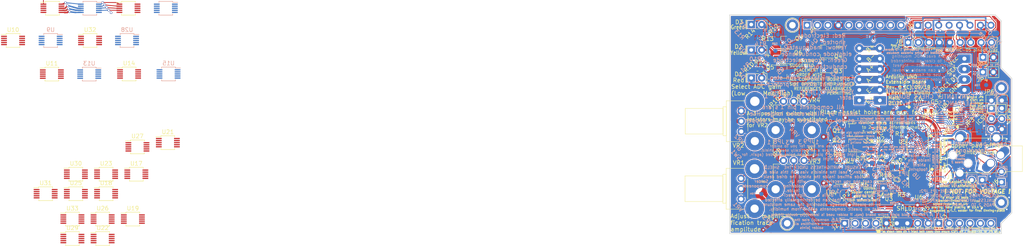
<source format=kicad_pcb>
(kicad_pcb (version 20171130) (host pcbnew 5.1.4-e60b266~84~ubuntu16.04.1)
  (layers (0 F.Cu signal) (31 B.Cu signal) (34 B.Paste user hide) (35 F.Paste user hide) (36 B.SilkS user hide) (37 F.SilkS user hide) (38 B.Mask user hide) (39 F.Mask user hide) (44 Edge.Cuts user hide))
  (net 0 "")
  (net 1 /A1)
  (net 2 GNDA)
  (net 3 GNDD)
  (net 4 /2)
  (net 5 +5V)
  (net 6 "/3(**)")
  (net 7 "Net-(D1-Pad1)")
  (net 8 "Net-(D1-Pad2)")
  (net 9 "Net-(D2-Pad1)")
  (net 10 "Net-(D3-Pad1)")
  (net 11 "Net-(D3-Pad2)")
  (net 12 "/MOSI(1)")
  (net 13 "/SCK(1)")
  (net 14 /A3)
  (net 15 /A2)
  (net 16 "/5(**)")
  (net 17 "/6(**)")
  (net 18 /7)
  (net 19 "Net-(JP1-Pad2)")
  (net 20 "Net-(C1-Pad1)")
  (net 21 "Net-(C2-Pad1)")
  (net 22 "Net-(Q1-Pad2)")
  (net 23 "Net-(Q1-Pad1)")
  (net 24 "Net-(Q2-Pad1)")
  (net 25 "Net-(C1-Pad2)")
  (net 26 "Net-(Q3-Pad3)")
  (net 27 "Net-(R3-Pad2)")
  (net 28 "Net-(U5-Pad1)")
  (net 29 /1st_stage_guard_trace)
  (net 30 "Net-(C2-Pad2)")
  (net 31 "Net-(R6-Pad1)")
  (net 32 /2nd_stage_guard_trace)
  (net 33 /3rd_stage_guard_trace)
  (net 34 "Net-(J1-PadS)")
  (net 35 /A6)
  (net 36 /A7)
  (net 37 "Net-(ADC1-PadEplus_dup)")
  (net 38 "Net-(ADC1-PadEplus)")
  (net 39 /Rx)
  (net 40 /Tx)
  (net 41 "Net-(ICSP1-Pad2)")
  (net 42 "Net-(Q3-Pad1)")
  (net 43 "Net-(Q7-Pad1)")
  (net 44 /A0)
  (net 45 "Net-(JP8-Pad2)")
  (net 46 "Net-(JP9-Pad2)")
  (net 47 "Net-(JP10-Pad2)")
  (net 48 "Net-(JP11-Pad2)")
  (net 49 "Net-(J6-Pad8)")
  (net 50 "Net-(J6-Pad3)")
  (net 51 /8)
  (net 52 "Net-(C7-Pad1)")
  (net 53 /U8-Pad8)
  (net 54 /U8-Pad7)
  (net 55 /U8-Pad5)
  (net 56 /U8-Pad6)
  (net 57 "Net-(Q2-Pad2)")
  (module multipackage:TE_1-2328702-0 (layer B.Cu) (at 167.8559 106.76636 270)
    (fp_text reference J9 (at -3.41 2.11 90) (layer B.SilkS) (effects (font (thickness 0.05)) (justify mirror)))
    (fp_text value TE_1-2328702-0 (at -2.65 -4.14 90) (layer B.SilkS) (effects (font (thickness 0.05)) (justify mirror)))
    (pad S2 smd rect (at -5.5 -2.5 270) (size 0.4 0.8) (layers B.Cu B.Paste B.Mask) (net 3 GNDD))
    (pad S1 smd rect (at 1 -2.5 270) (size 0.4 0.8) (layers B.Cu B.Paste B.Mask) (net 3 GNDD))
    (pad 10 smd rect (at -4.5 0 270) (size 0.3 0.8) (layers B.Cu B.Paste B.Mask) (net 51 /8))
    (pad 9 smd rect (at -4 0 270) (size 0.3 0.8) (layers B.Cu B.Paste B.Mask) (net 13 "/SCK(1)"))
    (pad 8 smd rect (at -3.5 0 270) (size 0.3 0.8) (layers B.Cu B.Paste B.Mask) (net 12 "/MOSI(1)"))
    (pad 7 smd rect (at -3 0 270) (size 0.3 0.8) (layers B.Cu B.Paste B.Mask) (net 3 GNDD))
    (pad 6 smd rect (at -2.5 0 270) (size 0.3 0.8) (layers B.Cu B.Paste B.Mask) (net 5 +5V))
    (pad 5 smd rect (at -2 0 270) (size 0.3 0.8) (layers B.Cu B.Paste B.Mask) (net 29 /1st_stage_guard_trace))
    (pad 4 smd rect (at -1.5 0 270) (size 0.3 0.8) (layers B.Cu B.Paste B.Mask) (net 55 /U8-Pad5))
    (pad 3 smd rect (at -1 0 270) (size 0.3 0.8) (layers B.Cu B.Paste B.Mask) (net 53 /U8-Pad8))
    (pad 2 smd rect (at -0.5 0 270) (size 0.3 0.8) (layers B.Cu B.Paste B.Mask) (net 54 /U8-Pad7))
    (pad 1 smd rect (at 0 0 270) (size 0.3 0.8) (layers B.Cu B.Paste B.Mask) (net 56 /U8-Pad6))
  )
  (module Package_SO:MSOP-10_3x3mm_P0.5mm (layer F.Cu) (at -50.45026 129.26684)
    (fp_text reference U33 (at 0 -2.6) (layer F.SilkS))
    (fp_text value MCP4262-502E/UN)
    (pad 10 smd rect (at 2.2 -1) (size 1.4 0.3) (layers F.Cu F.Paste F.Mask) (net 5 +5V))
    (pad 9 smd rect (at 2.2 -0.5) (size 1.4 0.3) (layers F.Cu F.Paste F.Mask))
    (pad 8 smd rect (at 2.2 0) (size 1.4 0.3) (layers F.Cu F.Paste F.Mask) (net 53 /U8-Pad8))
    (pad 7 smd rect (at 2.2 0.5) (size 1.4 0.3) (layers F.Cu F.Paste F.Mask) (net 54 /U8-Pad7))
    (pad 6 smd rect (at 2.2 1) (size 1.4 0.3) (layers F.Cu F.Paste F.Mask) (net 56 /U8-Pad6))
    (pad 5 smd rect (at -2.2 1) (size 1.4 0.3) (layers F.Cu F.Paste F.Mask) (net 55 /U8-Pad5))
    (pad 4 smd rect (at -2.2 0.5) (size 1.4 0.3) (layers F.Cu F.Paste F.Mask) (net 3 GNDD))
    (pad 3 smd rect (at -2.2 0) (size 1.4 0.3) (layers F.Cu F.Paste F.Mask) (net 12 "/MOSI(1)"))
    (pad 2 smd rect (at -2.2 -0.5) (size 1.4 0.3) (layers F.Cu F.Paste F.Mask) (net 13 "/SCK(1)"))
    (pad 1 smd rect (at -2.2 -1) (size 1.4 0.3) (layers F.Cu F.Paste F.Mask) (net 51 /8))
  )
  (module Package_SO:MSOP-10_3x3mm_P0.5mm (layer F.Cu) (at -56.95596 123.08936)
    (fp_text reference U31 (at 0 -2.6) (layer F.SilkS))
    (fp_text value MCP4262-502E/UN)
    (pad 10 smd rect (at 2.2 -1) (size 1.4 0.3) (layers F.Cu F.Paste F.Mask) (net 5 +5V))
    (pad 9 smd rect (at 2.2 -0.5) (size 1.4 0.3) (layers F.Cu F.Paste F.Mask))
    (pad 8 smd rect (at 2.2 0) (size 1.4 0.3) (layers F.Cu F.Paste F.Mask) (net 53 /U8-Pad8))
    (pad 7 smd rect (at 2.2 0.5) (size 1.4 0.3) (layers F.Cu F.Paste F.Mask) (net 54 /U8-Pad7))
    (pad 6 smd rect (at 2.2 1) (size 1.4 0.3) (layers F.Cu F.Paste F.Mask) (net 56 /U8-Pad6))
    (pad 5 smd rect (at -2.2 1) (size 1.4 0.3) (layers F.Cu F.Paste F.Mask) (net 55 /U8-Pad5))
    (pad 4 smd rect (at -2.2 0.5) (size 1.4 0.3) (layers F.Cu F.Paste F.Mask) (net 3 GNDD))
    (pad 3 smd rect (at -2.2 0) (size 1.4 0.3) (layers F.Cu F.Paste F.Mask) (net 12 "/MOSI(1)"))
    (pad 2 smd rect (at -2.2 -0.5) (size 1.4 0.3) (layers F.Cu F.Paste F.Mask) (net 13 "/SCK(1)"))
    (pad 1 smd rect (at -2.2 -1) (size 1.4 0.3) (layers F.Cu F.Paste F.Mask) (net 51 /8))
  )
  (module Package_SO:MSOP-10_3x3mm_P0.5mm (layer F.Cu) (at -49.60596 118.33936)
    (fp_text reference U30 (at 0 -2.6) (layer F.SilkS))
    (fp_text value MCP4262-502E/UN)
    (pad 10 smd rect (at 2.2 -1) (size 1.4 0.3) (layers F.Cu F.Paste F.Mask) (net 5 +5V))
    (pad 9 smd rect (at 2.2 -0.5) (size 1.4 0.3) (layers F.Cu F.Paste F.Mask))
    (pad 8 smd rect (at 2.2 0) (size 1.4 0.3) (layers F.Cu F.Paste F.Mask) (net 53 /U8-Pad8))
    (pad 7 smd rect (at 2.2 0.5) (size 1.4 0.3) (layers F.Cu F.Paste F.Mask) (net 54 /U8-Pad7))
    (pad 6 smd rect (at 2.2 1) (size 1.4 0.3) (layers F.Cu F.Paste F.Mask) (net 56 /U8-Pad6))
    (pad 5 smd rect (at -2.2 1) (size 1.4 0.3) (layers F.Cu F.Paste F.Mask) (net 55 /U8-Pad5))
    (pad 4 smd rect (at -2.2 0.5) (size 1.4 0.3) (layers F.Cu F.Paste F.Mask) (net 3 GNDD))
    (pad 3 smd rect (at -2.2 0) (size 1.4 0.3) (layers F.Cu F.Paste F.Mask) (net 12 "/MOSI(1)"))
    (pad 2 smd rect (at -2.2 -0.5) (size 1.4 0.3) (layers F.Cu F.Paste F.Mask) (net 13 "/SCK(1)"))
    (pad 1 smd rect (at -2.2 -1) (size 1.4 0.3) (layers F.Cu F.Paste F.Mask) (net 51 /8))
  )
  (module Package_SO:MSOP-10_3x3mm_P0.5mm (layer F.Cu) (at -50.45026 134.01684)
    (fp_text reference U29 (at 0 -2.6) (layer F.SilkS))
    (fp_text value MCP4262-502E/UN)
    (pad 10 smd rect (at 2.2 -1) (size 1.4 0.3) (layers F.Cu F.Paste F.Mask) (net 5 +5V))
    (pad 9 smd rect (at 2.2 -0.5) (size 1.4 0.3) (layers F.Cu F.Paste F.Mask))
    (pad 8 smd rect (at 2.2 0) (size 1.4 0.3) (layers F.Cu F.Paste F.Mask) (net 53 /U8-Pad8))
    (pad 7 smd rect (at 2.2 0.5) (size 1.4 0.3) (layers F.Cu F.Paste F.Mask) (net 54 /U8-Pad7))
    (pad 6 smd rect (at 2.2 1) (size 1.4 0.3) (layers F.Cu F.Paste F.Mask) (net 56 /U8-Pad6))
    (pad 5 smd rect (at -2.2 1) (size 1.4 0.3) (layers F.Cu F.Paste F.Mask) (net 55 /U8-Pad5))
    (pad 4 smd rect (at -2.2 0.5) (size 1.4 0.3) (layers F.Cu F.Paste F.Mask) (net 3 GNDD))
    (pad 3 smd rect (at -2.2 0) (size 1.4 0.3) (layers F.Cu F.Paste F.Mask) (net 12 "/MOSI(1)"))
    (pad 2 smd rect (at -2.2 -0.5) (size 1.4 0.3) (layers F.Cu F.Paste F.Mask) (net 13 "/SCK(1)"))
    (pad 1 smd rect (at -2.2 -1) (size 1.4 0.3) (layers F.Cu F.Paste F.Mask) (net 51 /8))
  )
  (module Package_SO:MSOP-10_3x3mm_P0.5mm (layer F.Cu) (at -34.64052 111.67618)
    (fp_text reference U27 (at 0 -2.6) (layer F.SilkS))
    (fp_text value MCP4262-502E/UN)
    (pad 10 smd rect (at 2.2 -1) (size 1.4 0.3) (layers F.Cu F.Paste F.Mask) (net 5 +5V))
    (pad 9 smd rect (at 2.2 -0.5) (size 1.4 0.3) (layers F.Cu F.Paste F.Mask))
    (pad 8 smd rect (at 2.2 0) (size 1.4 0.3) (layers F.Cu F.Paste F.Mask) (net 53 /U8-Pad8))
    (pad 7 smd rect (at 2.2 0.5) (size 1.4 0.3) (layers F.Cu F.Paste F.Mask) (net 54 /U8-Pad7))
    (pad 6 smd rect (at 2.2 1) (size 1.4 0.3) (layers F.Cu F.Paste F.Mask) (net 56 /U8-Pad6))
    (pad 5 smd rect (at -2.2 1) (size 1.4 0.3) (layers F.Cu F.Paste F.Mask) (net 55 /U8-Pad5))
    (pad 4 smd rect (at -2.2 0.5) (size 1.4 0.3) (layers F.Cu F.Paste F.Mask) (net 3 GNDD))
    (pad 3 smd rect (at -2.2 0) (size 1.4 0.3) (layers F.Cu F.Paste F.Mask) (net 12 "/MOSI(1)"))
    (pad 2 smd rect (at -2.2 -0.5) (size 1.4 0.3) (layers F.Cu F.Paste F.Mask) (net 13 "/SCK(1)"))
    (pad 1 smd rect (at -2.2 -1) (size 1.4 0.3) (layers F.Cu F.Paste F.Mask) (net 51 /8))
  )
  (module Package_SO:MSOP-10_3x3mm_P0.5mm (layer F.Cu) (at -43.10026 129.26684)
    (fp_text reference U26 (at 0 -2.6) (layer F.SilkS))
    (fp_text value MCP4262-502E/UN)
    (pad 10 smd rect (at 2.2 -1) (size 1.4 0.3) (layers F.Cu F.Paste F.Mask) (net 5 +5V))
    (pad 9 smd rect (at 2.2 -0.5) (size 1.4 0.3) (layers F.Cu F.Paste F.Mask))
    (pad 8 smd rect (at 2.2 0) (size 1.4 0.3) (layers F.Cu F.Paste F.Mask) (net 53 /U8-Pad8))
    (pad 7 smd rect (at 2.2 0.5) (size 1.4 0.3) (layers F.Cu F.Paste F.Mask) (net 54 /U8-Pad7))
    (pad 6 smd rect (at 2.2 1) (size 1.4 0.3) (layers F.Cu F.Paste F.Mask) (net 56 /U8-Pad6))
    (pad 5 smd rect (at -2.2 1) (size 1.4 0.3) (layers F.Cu F.Paste F.Mask) (net 55 /U8-Pad5))
    (pad 4 smd rect (at -2.2 0.5) (size 1.4 0.3) (layers F.Cu F.Paste F.Mask) (net 3 GNDD))
    (pad 3 smd rect (at -2.2 0) (size 1.4 0.3) (layers F.Cu F.Paste F.Mask) (net 12 "/MOSI(1)"))
    (pad 2 smd rect (at -2.2 -0.5) (size 1.4 0.3) (layers F.Cu F.Paste F.Mask) (net 13 "/SCK(1)"))
    (pad 1 smd rect (at -2.2 -1) (size 1.4 0.3) (layers F.Cu F.Paste F.Mask) (net 51 /8))
  )
  (module Package_SO:MSOP-10_3x3mm_P0.5mm (layer F.Cu) (at -49.60596 123.08936)
    (fp_text reference U25 (at 0 -2.6) (layer F.SilkS))
    (fp_text value MCP4262-502E/UN)
    (pad 10 smd rect (at 2.2 -1) (size 1.4 0.3) (layers F.Cu F.Paste F.Mask) (net 5 +5V))
    (pad 9 smd rect (at 2.2 -0.5) (size 1.4 0.3) (layers F.Cu F.Paste F.Mask))
    (pad 8 smd rect (at 2.2 0) (size 1.4 0.3) (layers F.Cu F.Paste F.Mask) (net 53 /U8-Pad8))
    (pad 7 smd rect (at 2.2 0.5) (size 1.4 0.3) (layers F.Cu F.Paste F.Mask) (net 54 /U8-Pad7))
    (pad 6 smd rect (at 2.2 1) (size 1.4 0.3) (layers F.Cu F.Paste F.Mask) (net 56 /U8-Pad6))
    (pad 5 smd rect (at -2.2 1) (size 1.4 0.3) (layers F.Cu F.Paste F.Mask) (net 55 /U8-Pad5))
    (pad 4 smd rect (at -2.2 0.5) (size 1.4 0.3) (layers F.Cu F.Paste F.Mask) (net 3 GNDD))
    (pad 3 smd rect (at -2.2 0) (size 1.4 0.3) (layers F.Cu F.Paste F.Mask) (net 12 "/MOSI(1)"))
    (pad 2 smd rect (at -2.2 -0.5) (size 1.4 0.3) (layers F.Cu F.Paste F.Mask) (net 13 "/SCK(1)"))
    (pad 1 smd rect (at -2.2 -1) (size 1.4 0.3) (layers F.Cu F.Paste F.Mask) (net 51 /8))
  )
  (module Package_SO:MSOP-10_3x3mm_P0.5mm (layer F.Cu) (at -42.25596 118.33936)
    (fp_text reference U23 (at 0 -2.6) (layer F.SilkS))
    (fp_text value MCP4262-502E/UN)
    (pad 10 smd rect (at 2.2 -1) (size 1.4 0.3) (layers F.Cu F.Paste F.Mask) (net 5 +5V))
    (pad 9 smd rect (at 2.2 -0.5) (size 1.4 0.3) (layers F.Cu F.Paste F.Mask))
    (pad 8 smd rect (at 2.2 0) (size 1.4 0.3) (layers F.Cu F.Paste F.Mask) (net 53 /U8-Pad8))
    (pad 7 smd rect (at 2.2 0.5) (size 1.4 0.3) (layers F.Cu F.Paste F.Mask) (net 54 /U8-Pad7))
    (pad 6 smd rect (at 2.2 1) (size 1.4 0.3) (layers F.Cu F.Paste F.Mask) (net 56 /U8-Pad6))
    (pad 5 smd rect (at -2.2 1) (size 1.4 0.3) (layers F.Cu F.Paste F.Mask) (net 55 /U8-Pad5))
    (pad 4 smd rect (at -2.2 0.5) (size 1.4 0.3) (layers F.Cu F.Paste F.Mask) (net 3 GNDD))
    (pad 3 smd rect (at -2.2 0) (size 1.4 0.3) (layers F.Cu F.Paste F.Mask) (net 12 "/MOSI(1)"))
    (pad 2 smd rect (at -2.2 -0.5) (size 1.4 0.3) (layers F.Cu F.Paste F.Mask) (net 13 "/SCK(1)"))
    (pad 1 smd rect (at -2.2 -1) (size 1.4 0.3) (layers F.Cu F.Paste F.Mask) (net 51 /8))
  )
  (module Package_SO:MSOP-10_3x3mm_P0.5mm (layer F.Cu) (at -43.10026 134.01684)
    (fp_text reference U22 (at 0 -2.6) (layer F.SilkS))
    (fp_text value MCP4262-502E/UN)
    (pad 10 smd rect (at 2.2 -1) (size 1.4 0.3) (layers F.Cu F.Paste F.Mask) (net 5 +5V))
    (pad 9 smd rect (at 2.2 -0.5) (size 1.4 0.3) (layers F.Cu F.Paste F.Mask))
    (pad 8 smd rect (at 2.2 0) (size 1.4 0.3) (layers F.Cu F.Paste F.Mask) (net 53 /U8-Pad8))
    (pad 7 smd rect (at 2.2 0.5) (size 1.4 0.3) (layers F.Cu F.Paste F.Mask) (net 54 /U8-Pad7))
    (pad 6 smd rect (at 2.2 1) (size 1.4 0.3) (layers F.Cu F.Paste F.Mask) (net 56 /U8-Pad6))
    (pad 5 smd rect (at -2.2 1) (size 1.4 0.3) (layers F.Cu F.Paste F.Mask) (net 55 /U8-Pad5))
    (pad 4 smd rect (at -2.2 0.5) (size 1.4 0.3) (layers F.Cu F.Paste F.Mask) (net 3 GNDD))
    (pad 3 smd rect (at -2.2 0) (size 1.4 0.3) (layers F.Cu F.Paste F.Mask) (net 12 "/MOSI(1)"))
    (pad 2 smd rect (at -2.2 -0.5) (size 1.4 0.3) (layers F.Cu F.Paste F.Mask) (net 13 "/SCK(1)"))
    (pad 1 smd rect (at -2.2 -1) (size 1.4 0.3) (layers F.Cu F.Paste F.Mask) (net 51 /8))
  )
  (module Package_SO:MSOP-10_3x3mm_P0.5mm (layer F.Cu) (at -27.24278 110.65138)
    (fp_text reference U21 (at 0 -2.6) (layer F.SilkS))
    (fp_text value MCP4262-502E/UN)
    (pad 10 smd rect (at 2.2 -1) (size 1.4 0.3) (layers F.Cu F.Paste F.Mask) (net 5 +5V))
    (pad 9 smd rect (at 2.2 -0.5) (size 1.4 0.3) (layers F.Cu F.Paste F.Mask))
    (pad 8 smd rect (at 2.2 0) (size 1.4 0.3) (layers F.Cu F.Paste F.Mask) (net 53 /U8-Pad8))
    (pad 7 smd rect (at 2.2 0.5) (size 1.4 0.3) (layers F.Cu F.Paste F.Mask) (net 54 /U8-Pad7))
    (pad 6 smd rect (at 2.2 1) (size 1.4 0.3) (layers F.Cu F.Paste F.Mask) (net 56 /U8-Pad6))
    (pad 5 smd rect (at -2.2 1) (size 1.4 0.3) (layers F.Cu F.Paste F.Mask) (net 55 /U8-Pad5))
    (pad 4 smd rect (at -2.2 0.5) (size 1.4 0.3) (layers F.Cu F.Paste F.Mask) (net 3 GNDD))
    (pad 3 smd rect (at -2.2 0) (size 1.4 0.3) (layers F.Cu F.Paste F.Mask) (net 12 "/MOSI(1)"))
    (pad 2 smd rect (at -2.2 -0.5) (size 1.4 0.3) (layers F.Cu F.Paste F.Mask) (net 13 "/SCK(1)"))
    (pad 1 smd rect (at -2.2 -1) (size 1.4 0.3) (layers F.Cu F.Paste F.Mask) (net 51 /8))
  )
  (module Package_SO:MSOP-10_3x3mm_P0.5mm (layer F.Cu) (at -35.75026 129.26684)
    (fp_text reference U19 (at 0 -2.6) (layer F.SilkS))
    (fp_text value MCP4262-502E/UN)
    (pad 10 smd rect (at 2.2 -1) (size 1.4 0.3) (layers F.Cu F.Paste F.Mask) (net 5 +5V))
    (pad 9 smd rect (at 2.2 -0.5) (size 1.4 0.3) (layers F.Cu F.Paste F.Mask))
    (pad 8 smd rect (at 2.2 0) (size 1.4 0.3) (layers F.Cu F.Paste F.Mask) (net 53 /U8-Pad8))
    (pad 7 smd rect (at 2.2 0.5) (size 1.4 0.3) (layers F.Cu F.Paste F.Mask) (net 54 /U8-Pad7))
    (pad 6 smd rect (at 2.2 1) (size 1.4 0.3) (layers F.Cu F.Paste F.Mask) (net 56 /U8-Pad6))
    (pad 5 smd rect (at -2.2 1) (size 1.4 0.3) (layers F.Cu F.Paste F.Mask) (net 55 /U8-Pad5))
    (pad 4 smd rect (at -2.2 0.5) (size 1.4 0.3) (layers F.Cu F.Paste F.Mask) (net 3 GNDD))
    (pad 3 smd rect (at -2.2 0) (size 1.4 0.3) (layers F.Cu F.Paste F.Mask) (net 12 "/MOSI(1)"))
    (pad 2 smd rect (at -2.2 -0.5) (size 1.4 0.3) (layers F.Cu F.Paste F.Mask) (net 13 "/SCK(1)"))
    (pad 1 smd rect (at -2.2 -1) (size 1.4 0.3) (layers F.Cu F.Paste F.Mask) (net 51 /8))
  )
  (module Package_SO:MSOP-10_3x3mm_P0.5mm (layer F.Cu) (at -42.25596 123.08936)
    (fp_text reference U18 (at 0 -2.6) (layer F.SilkS))
    (fp_text value MCP4262-502E/UN)
    (pad 10 smd rect (at 2.2 -1) (size 1.4 0.3) (layers F.Cu F.Paste F.Mask) (net 5 +5V))
    (pad 9 smd rect (at 2.2 -0.5) (size 1.4 0.3) (layers F.Cu F.Paste F.Mask))
    (pad 8 smd rect (at 2.2 0) (size 1.4 0.3) (layers F.Cu F.Paste F.Mask) (net 53 /U8-Pad8))
    (pad 7 smd rect (at 2.2 0.5) (size 1.4 0.3) (layers F.Cu F.Paste F.Mask) (net 54 /U8-Pad7))
    (pad 6 smd rect (at 2.2 1) (size 1.4 0.3) (layers F.Cu F.Paste F.Mask) (net 56 /U8-Pad6))
    (pad 5 smd rect (at -2.2 1) (size 1.4 0.3) (layers F.Cu F.Paste F.Mask) (net 55 /U8-Pad5))
    (pad 4 smd rect (at -2.2 0.5) (size 1.4 0.3) (layers F.Cu F.Paste F.Mask) (net 3 GNDD))
    (pad 3 smd rect (at -2.2 0) (size 1.4 0.3) (layers F.Cu F.Paste F.Mask) (net 12 "/MOSI(1)"))
    (pad 2 smd rect (at -2.2 -0.5) (size 1.4 0.3) (layers F.Cu F.Paste F.Mask) (net 13 "/SCK(1)"))
    (pad 1 smd rect (at -2.2 -1) (size 1.4 0.3) (layers F.Cu F.Paste F.Mask) (net 51 /8))
  )
  (module Package_SO:MSOP-10_3x3mm_P0.5mm (layer F.Cu) (at -34.90596 118.33936)
    (fp_text reference U17 (at 0 -2.6) (layer F.SilkS))
    (fp_text value MCP4262-502E/UN)
    (pad 10 smd rect (at 2.2 -1) (size 1.4 0.3) (layers F.Cu F.Paste F.Mask) (net 5 +5V))
    (pad 9 smd rect (at 2.2 -0.5) (size 1.4 0.3) (layers F.Cu F.Paste F.Mask))
    (pad 8 smd rect (at 2.2 0) (size 1.4 0.3) (layers F.Cu F.Paste F.Mask) (net 53 /U8-Pad8))
    (pad 7 smd rect (at 2.2 0.5) (size 1.4 0.3) (layers F.Cu F.Paste F.Mask) (net 54 /U8-Pad7))
    (pad 6 smd rect (at 2.2 1) (size 1.4 0.3) (layers F.Cu F.Paste F.Mask) (net 56 /U8-Pad6))
    (pad 5 smd rect (at -2.2 1) (size 1.4 0.3) (layers F.Cu F.Paste F.Mask) (net 55 /U8-Pad5))
    (pad 4 smd rect (at -2.2 0.5) (size 1.4 0.3) (layers F.Cu F.Paste F.Mask) (net 3 GNDD))
    (pad 3 smd rect (at -2.2 0) (size 1.4 0.3) (layers F.Cu F.Paste F.Mask) (net 12 "/MOSI(1)"))
    (pad 2 smd rect (at -2.2 -0.5) (size 1.4 0.3) (layers F.Cu F.Paste F.Mask) (net 13 "/SCK(1)"))
    (pad 1 smd rect (at -2.2 -1) (size 1.4 0.3) (layers F.Cu F.Paste F.Mask) (net 51 /8))
  )
  (module Package_SO:MSOP-10_3x3mm_P0.5mm (layer B.Cu) (at -27.07894 93.91396 180)
    (fp_text reference U15 (at 0 2.6) (layer B.SilkS) (effects (justify mirror)))
    (fp_text value MCP4262-502E/UN)
    (pad 10 smd rect (at 2.2 1 180) (size 1.4 0.3) (layers B.Cu B.Paste B.Mask) (net 5 +5V))
    (pad 9 smd rect (at 2.2 0.5 180) (size 1.4 0.3) (layers B.Cu B.Paste B.Mask))
    (pad 8 smd rect (at 2.2 0 180) (size 1.4 0.3) (layers B.Cu B.Paste B.Mask) (net 53 /U8-Pad8))
    (pad 7 smd rect (at 2.2 -0.5 180) (size 1.4 0.3) (layers B.Cu B.Paste B.Mask) (net 54 /U8-Pad7))
    (pad 6 smd rect (at 2.2 -1 180) (size 1.4 0.3) (layers B.Cu B.Paste B.Mask) (net 56 /U8-Pad6))
    (pad 5 smd rect (at -2.2 -1 180) (size 1.4 0.3) (layers B.Cu B.Paste B.Mask) (net 55 /U8-Pad5))
    (pad 4 smd rect (at -2.2 -0.5 180) (size 1.4 0.3) (layers B.Cu B.Paste B.Mask) (net 3 GNDD))
    (pad 3 smd rect (at -2.2 0 180) (size 1.4 0.3) (layers B.Cu B.Paste B.Mask) (net 12 "/MOSI(1)"))
    (pad 2 smd rect (at -2.2 0.5 180) (size 1.4 0.3) (layers B.Cu B.Paste B.Mask) (net 13 "/SCK(1)"))
    (pad 1 smd rect (at -2.2 1 180) (size 1.4 0.3) (layers B.Cu B.Paste B.Mask) (net 51 /8))
  )
  (module Package_SO:MSOP-10_3x3mm_P0.5mm (layer F.Cu) (at -36.66998 93.91396)
    (fp_text reference U14 (at 0 -2.6) (layer F.SilkS))
    (fp_text value MCP4262-502E/UN)
    (pad 10 smd rect (at 2.2 -1) (size 1.4 0.3) (layers F.Cu F.Paste F.Mask) (net 5 +5V))
    (pad 9 smd rect (at 2.2 -0.5) (size 1.4 0.3) (layers F.Cu F.Paste F.Mask))
    (pad 8 smd rect (at 2.2 0) (size 1.4 0.3) (layers F.Cu F.Paste F.Mask) (net 53 /U8-Pad8))
    (pad 7 smd rect (at 2.2 0.5) (size 1.4 0.3) (layers F.Cu F.Paste F.Mask) (net 54 /U8-Pad7))
    (pad 6 smd rect (at 2.2 1) (size 1.4 0.3) (layers F.Cu F.Paste F.Mask) (net 56 /U8-Pad6))
    (pad 5 smd rect (at -2.2 1) (size 1.4 0.3) (layers F.Cu F.Paste F.Mask) (net 55 /U8-Pad5))
    (pad 4 smd rect (at -2.2 0.5) (size 1.4 0.3) (layers F.Cu F.Paste F.Mask) (net 3 GNDD))
    (pad 3 smd rect (at -2.2 0) (size 1.4 0.3) (layers F.Cu F.Paste F.Mask) (net 12 "/MOSI(1)"))
    (pad 2 smd rect (at -2.2 -0.5) (size 1.4 0.3) (layers F.Cu F.Paste F.Mask) (net 13 "/SCK(1)"))
    (pad 1 smd rect (at -2.2 -1) (size 1.4 0.3) (layers F.Cu F.Paste F.Mask) (net 51 /8))
  )
  (module Package_SO:MSOP-10_3x3mm_P0.5mm (layer B.Cu) (at -46.36262 93.94952 180)
    (fp_text reference U13 (at 0 2.6) (layer B.SilkS) (effects (justify mirror)))
    (fp_text value MCP4262-502E/UN)
    (pad 10 smd rect (at 2.2 1 180) (size 1.4 0.3) (layers B.Cu B.Paste B.Mask) (net 5 +5V))
    (pad 9 smd rect (at 2.2 0.5 180) (size 1.4 0.3) (layers B.Cu B.Paste B.Mask))
    (pad 8 smd rect (at 2.2 0 180) (size 1.4 0.3) (layers B.Cu B.Paste B.Mask) (net 53 /U8-Pad8))
    (pad 7 smd rect (at 2.2 -0.5 180) (size 1.4 0.3) (layers B.Cu B.Paste B.Mask) (net 54 /U8-Pad7))
    (pad 6 smd rect (at 2.2 -1 180) (size 1.4 0.3) (layers B.Cu B.Paste B.Mask) (net 56 /U8-Pad6))
    (pad 5 smd rect (at -2.2 -1 180) (size 1.4 0.3) (layers B.Cu B.Paste B.Mask) (net 55 /U8-Pad5))
    (pad 4 smd rect (at -2.2 -0.5 180) (size 1.4 0.3) (layers B.Cu B.Paste B.Mask) (net 3 GNDD))
    (pad 3 smd rect (at -2.2 0 180) (size 1.4 0.3) (layers B.Cu B.Paste B.Mask) (net 12 "/MOSI(1)"))
    (pad 2 smd rect (at -2.2 0.5 180) (size 1.4 0.3) (layers B.Cu B.Paste B.Mask) (net 13 "/SCK(1)"))
    (pad 1 smd rect (at -2.2 1 180) (size 1.4 0.3) (layers B.Cu B.Paste B.Mask) (net 51 /8))
  )
  (module Package_SO:MSOP-10_3x3mm_P0.5mm (layer F.Cu) (at -55.4482 93.94952)
    (fp_text reference U11 (at 0 -2.6) (layer F.SilkS))
    (fp_text value MCP4262-502E/UN)
    (pad 10 smd rect (at 2.2 -1) (size 1.4 0.3) (layers F.Cu F.Paste F.Mask) (net 5 +5V))
    (pad 9 smd rect (at 2.2 -0.5) (size 1.4 0.3) (layers F.Cu F.Paste F.Mask))
    (pad 8 smd rect (at 2.2 0) (size 1.4 0.3) (layers F.Cu F.Paste F.Mask) (net 53 /U8-Pad8))
    (pad 7 smd rect (at 2.2 0.5) (size 1.4 0.3) (layers F.Cu F.Paste F.Mask) (net 54 /U8-Pad7))
    (pad 6 smd rect (at 2.2 1) (size 1.4 0.3) (layers F.Cu F.Paste F.Mask) (net 56 /U8-Pad6))
    (pad 5 smd rect (at -2.2 1) (size 1.4 0.3) (layers F.Cu F.Paste F.Mask) (net 55 /U8-Pad5))
    (pad 4 smd rect (at -2.2 0.5) (size 1.4 0.3) (layers F.Cu F.Paste F.Mask) (net 3 GNDD))
    (pad 3 smd rect (at -2.2 0) (size 1.4 0.3) (layers F.Cu F.Paste F.Mask) (net 12 "/MOSI(1)"))
    (pad 2 smd rect (at -2.2 -0.5) (size 1.4 0.3) (layers F.Cu F.Paste F.Mask) (net 13 "/SCK(1)"))
    (pad 1 smd rect (at -2.2 -1) (size 1.4 0.3) (layers F.Cu F.Paste F.Mask) (net 51 /8))
  )
  (module Package_SO:MSOP-10_3x3mm_P0.5mm (layer F.Cu) (at -64.87922 85.75548)
    (fp_text reference U10 (at 0 -2.6) (layer F.SilkS))
    (fp_text value MCP4262-502E/UN)
    (pad 10 smd rect (at 2.2 -1) (size 1.4 0.3) (layers F.Cu F.Paste F.Mask) (net 5 +5V))
    (pad 9 smd rect (at 2.2 -0.5) (size 1.4 0.3) (layers F.Cu F.Paste F.Mask))
    (pad 8 smd rect (at 2.2 0) (size 1.4 0.3) (layers F.Cu F.Paste F.Mask) (net 53 /U8-Pad8))
    (pad 7 smd rect (at 2.2 0.5) (size 1.4 0.3) (layers F.Cu F.Paste F.Mask) (net 54 /U8-Pad7))
    (pad 6 smd rect (at 2.2 1) (size 1.4 0.3) (layers F.Cu F.Paste F.Mask) (net 56 /U8-Pad6))
    (pad 5 smd rect (at -2.2 1) (size 1.4 0.3) (layers F.Cu F.Paste F.Mask) (net 55 /U8-Pad5))
    (pad 4 smd rect (at -2.2 0.5) (size 1.4 0.3) (layers F.Cu F.Paste F.Mask) (net 3 GNDD))
    (pad 3 smd rect (at -2.2 0) (size 1.4 0.3) (layers F.Cu F.Paste F.Mask) (net 12 "/MOSI(1)"))
    (pad 2 smd rect (at -2.2 -0.5) (size 1.4 0.3) (layers F.Cu F.Paste F.Mask) (net 13 "/SCK(1)"))
    (pad 1 smd rect (at -2.2 -1) (size 1.4 0.3) (layers F.Cu F.Paste F.Mask) (net 51 /8))
  )
  (module Package_SO:MSOP-10_3x3mm_P0.5mm (layer B.Cu) (at -55.74538 85.75548 180)
    (fp_text reference U9 (at 0 2.6) (layer B.SilkS) (effects (justify mirror)))
    (fp_text value MCP4262-502E/UN)
    (pad 10 smd rect (at 2.2 1 180) (size 1.4 0.3) (layers B.Cu B.Paste B.Mask) (net 5 +5V))
    (pad 9 smd rect (at 2.2 0.5 180) (size 1.4 0.3) (layers B.Cu B.Paste B.Mask))
    (pad 8 smd rect (at 2.2 0 180) (size 1.4 0.3) (layers B.Cu B.Paste B.Mask) (net 53 /U8-Pad8))
    (pad 7 smd rect (at 2.2 -0.5 180) (size 1.4 0.3) (layers B.Cu B.Paste B.Mask) (net 54 /U8-Pad7))
    (pad 6 smd rect (at 2.2 -1 180) (size 1.4 0.3) (layers B.Cu B.Paste B.Mask) (net 56 /U8-Pad6))
    (pad 5 smd rect (at -2.2 -1 180) (size 1.4 0.3) (layers B.Cu B.Paste B.Mask) (net 55 /U8-Pad5))
    (pad 4 smd rect (at -2.2 -0.5 180) (size 1.4 0.3) (layers B.Cu B.Paste B.Mask) (net 3 GNDD))
    (pad 3 smd rect (at -2.2 0 180) (size 1.4 0.3) (layers B.Cu B.Paste B.Mask) (net 12 "/MOSI(1)"))
    (pad 2 smd rect (at -2.2 0.5 180) (size 1.4 0.3) (layers B.Cu B.Paste B.Mask) (net 13 "/SCK(1)"))
    (pad 1 smd rect (at -2.2 1 180) (size 1.4 0.3) (layers B.Cu B.Paste B.Mask) (net 51 /8))
  )
  (module Package_SO:MSOP-10_3x3mm_P0.5mm (layer F.Cu) (at -46.15434 85.75548)
    (fp_text reference U32 (at 0 -2.6) (layer F.SilkS))
    (fp_text value MCP4262-502E/UN)
    (pad 10 smd rect (at 2.2 -1) (size 1.4 0.3) (layers F.Cu F.Paste F.Mask) (net 5 +5V))
    (pad 9 smd rect (at 2.2 -0.5) (size 1.4 0.3) (layers F.Cu F.Paste F.Mask))
    (pad 8 smd rect (at 2.2 0) (size 1.4 0.3) (layers F.Cu F.Paste F.Mask) (net 53 /U8-Pad8))
    (pad 7 smd rect (at 2.2 0.5) (size 1.4 0.3) (layers F.Cu F.Paste F.Mask) (net 54 /U8-Pad7))
    (pad 6 smd rect (at 2.2 1) (size 1.4 0.3) (layers F.Cu F.Paste F.Mask) (net 56 /U8-Pad6))
    (pad 5 smd rect (at -2.2 1) (size 1.4 0.3) (layers F.Cu F.Paste F.Mask) (net 55 /U8-Pad5))
    (pad 4 smd rect (at -2.2 0.5) (size 1.4 0.3) (layers F.Cu F.Paste F.Mask) (net 3 GNDD))
    (pad 3 smd rect (at -2.2 0) (size 1.4 0.3) (layers F.Cu F.Paste F.Mask) (net 12 "/MOSI(1)"))
    (pad 2 smd rect (at -2.2 -0.5) (size 1.4 0.3) (layers F.Cu F.Paste F.Mask) (net 13 "/SCK(1)"))
    (pad 1 smd rect (at -2.2 -1) (size 1.4 0.3) (layers F.Cu F.Paste F.Mask) (net 51 /8))
  )
  (module Package_SO:MSOP-10_3x3mm_P0.5mm (layer B.Cu) (at -37.17036 85.75548 180)
    (fp_text reference U28 (at 0 2.6) (layer B.SilkS) (effects (justify mirror)))
    (fp_text value MCP4262-502E/UN)
    (pad 10 smd rect (at 2.2 1 180) (size 1.4 0.3) (layers B.Cu B.Paste B.Mask) (net 5 +5V))
    (pad 9 smd rect (at 2.2 0.5 180) (size 1.4 0.3) (layers B.Cu B.Paste B.Mask))
    (pad 8 smd rect (at 2.2 0 180) (size 1.4 0.3) (layers B.Cu B.Paste B.Mask) (net 53 /U8-Pad8))
    (pad 7 smd rect (at 2.2 -0.5 180) (size 1.4 0.3) (layers B.Cu B.Paste B.Mask) (net 54 /U8-Pad7))
    (pad 6 smd rect (at 2.2 -1 180) (size 1.4 0.3) (layers B.Cu B.Paste B.Mask) (net 56 /U8-Pad6))
    (pad 5 smd rect (at -2.2 -1 180) (size 1.4 0.3) (layers B.Cu B.Paste B.Mask) (net 55 /U8-Pad5))
    (pad 4 smd rect (at -2.2 -0.5 180) (size 1.4 0.3) (layers B.Cu B.Paste B.Mask) (net 3 GNDD))
    (pad 3 smd rect (at -2.2 0 180) (size 1.4 0.3) (layers B.Cu B.Paste B.Mask) (net 12 "/MOSI(1)"))
    (pad 2 smd rect (at -2.2 0.5 180) (size 1.4 0.3) (layers B.Cu B.Paste B.Mask) (net 13 "/SCK(1)"))
    (pad 1 smd rect (at -2.2 1 180) (size 1.4 0.3) (layers B.Cu B.Paste B.Mask) (net 51 /8))
  )
  (module Package_SO:MSOP-10_3x3mm_P0.5mm (layer B.Cu) (at -27.73934 77.9145 180)
    (fp_text reference U24 (at 0 2.6) (layer B.SilkS) (effects (justify mirror)))
    (fp_text value MCP4262-502E/UN)
    (pad 10 smd rect (at 2.2 1 180) (size 1.4 0.3) (layers B.Cu B.Paste B.Mask) (net 5 +5V))
    (pad 9 smd rect (at 2.2 0.5 180) (size 1.4 0.3) (layers B.Cu B.Paste B.Mask))
    (pad 8 smd rect (at 2.2 0 180) (size 1.4 0.3) (layers B.Cu B.Paste B.Mask) (net 53 /U8-Pad8))
    (pad 7 smd rect (at 2.2 -0.5 180) (size 1.4 0.3) (layers B.Cu B.Paste B.Mask) (net 54 /U8-Pad7))
    (pad 6 smd rect (at 2.2 -1 180) (size 1.4 0.3) (layers B.Cu B.Paste B.Mask) (net 56 /U8-Pad6))
    (pad 5 smd rect (at -2.2 -1 180) (size 1.4 0.3) (layers B.Cu B.Paste B.Mask) (net 55 /U8-Pad5))
    (pad 4 smd rect (at -2.2 -0.5 180) (size 1.4 0.3) (layers B.Cu B.Paste B.Mask) (net 3 GNDD))
    (pad 3 smd rect (at -2.2 0 180) (size 1.4 0.3) (layers B.Cu B.Paste B.Mask) (net 12 "/MOSI(1)"))
    (pad 2 smd rect (at -2.2 0.5 180) (size 1.4 0.3) (layers B.Cu B.Paste B.Mask) (net 13 "/SCK(1)"))
    (pad 1 smd rect (at -2.2 1 180) (size 1.4 0.3) (layers B.Cu B.Paste B.Mask) (net 51 /8))
  )
  (module Package_SO:MSOP-10_3x3mm_P0.5mm (layer F.Cu) (at -36.82238 77.9145)
    (fp_text reference U20 (at 0 -2.6) (layer F.SilkS))
    (fp_text value MCP4262-502E/UN)
    (pad 10 smd rect (at 2.2 -1) (size 1.4 0.3) (layers F.Cu F.Paste F.Mask) (net 5 +5V))
    (pad 9 smd rect (at 2.2 -0.5) (size 1.4 0.3) (layers F.Cu F.Paste F.Mask))
    (pad 8 smd rect (at 2.2 0) (size 1.4 0.3) (layers F.Cu F.Paste F.Mask) (net 53 /U8-Pad8))
    (pad 7 smd rect (at 2.2 0.5) (size 1.4 0.3) (layers F.Cu F.Paste F.Mask) (net 54 /U8-Pad7))
    (pad 6 smd rect (at 2.2 1) (size 1.4 0.3) (layers F.Cu F.Paste F.Mask) (net 56 /U8-Pad6))
    (pad 5 smd rect (at -2.2 1) (size 1.4 0.3) (layers F.Cu F.Paste F.Mask) (net 55 /U8-Pad5))
    (pad 4 smd rect (at -2.2 0.5) (size 1.4 0.3) (layers F.Cu F.Paste F.Mask) (net 3 GNDD))
    (pad 3 smd rect (at -2.2 0) (size 1.4 0.3) (layers F.Cu F.Paste F.Mask) (net 12 "/MOSI(1)"))
    (pad 2 smd rect (at -2.2 -0.5) (size 1.4 0.3) (layers F.Cu F.Paste F.Mask) (net 13 "/SCK(1)"))
    (pad 1 smd rect (at -2.2 -1) (size 1.4 0.3) (layers F.Cu F.Paste F.Mask) (net 51 /8))
  )
  (module Package_SO:MSOP-10_3x3mm_P0.5mm (layer B.Cu) (at -46.21022 77.9145 180)
    (fp_text reference U16 (at 0 2.6) (layer B.SilkS) (effects (justify mirror)))
    (fp_text value MCP4262-502E/UN)
    (pad 10 smd rect (at 2.2 1 180) (size 1.4 0.3) (layers B.Cu B.Paste B.Mask) (net 5 +5V))
    (pad 9 smd rect (at 2.2 0.5 180) (size 1.4 0.3) (layers B.Cu B.Paste B.Mask))
    (pad 8 smd rect (at 2.2 0 180) (size 1.4 0.3) (layers B.Cu B.Paste B.Mask) (net 53 /U8-Pad8))
    (pad 7 smd rect (at 2.2 -0.5 180) (size 1.4 0.3) (layers B.Cu B.Paste B.Mask) (net 54 /U8-Pad7))
    (pad 6 smd rect (at 2.2 -1 180) (size 1.4 0.3) (layers B.Cu B.Paste B.Mask) (net 56 /U8-Pad6))
    (pad 5 smd rect (at -2.2 -1 180) (size 1.4 0.3) (layers B.Cu B.Paste B.Mask) (net 55 /U8-Pad5))
    (pad 4 smd rect (at -2.2 -0.5 180) (size 1.4 0.3) (layers B.Cu B.Paste B.Mask) (net 3 GNDD))
    (pad 3 smd rect (at -2.2 0 180) (size 1.4 0.3) (layers B.Cu B.Paste B.Mask) (net 12 "/MOSI(1)"))
    (pad 2 smd rect (at -2.2 0.5 180) (size 1.4 0.3) (layers B.Cu B.Paste B.Mask) (net 13 "/SCK(1)"))
    (pad 1 smd rect (at -2.2 1 180) (size 1.4 0.3) (layers B.Cu B.Paste B.Mask) (net 51 /8))
  )
  (module Package_SO:MSOP-10_3x3mm_P0.5mm (layer F.Cu) (at -55.2958 77.9145)
    (fp_text reference U12 (at 0 -2.6) (layer F.SilkS))
    (fp_text value MCP4262-502E/UN)
    (pad 10 smd rect (at 2.2 -1) (size 1.4 0.3) (layers F.Cu F.Paste F.Mask) (net 5 +5V))
    (pad 9 smd rect (at 2.2 -0.5) (size 1.4 0.3) (layers F.Cu F.Paste F.Mask))
    (pad 8 smd rect (at 2.2 0) (size 1.4 0.3) (layers F.Cu F.Paste F.Mask) (net 53 /U8-Pad8))
    (pad 7 smd rect (at 2.2 0.5) (size 1.4 0.3) (layers F.Cu F.Paste F.Mask) (net 54 /U8-Pad7))
    (pad 6 smd rect (at 2.2 1) (size 1.4 0.3) (layers F.Cu F.Paste F.Mask) (net 56 /U8-Pad6))
    (pad 5 smd rect (at -2.2 1) (size 1.4 0.3) (layers F.Cu F.Paste F.Mask) (net 55 /U8-Pad5))
    (pad 4 smd rect (at -2.2 0.5) (size 1.4 0.3) (layers F.Cu F.Paste F.Mask) (net 3 GNDD))
    (pad 3 smd rect (at -2.2 0) (size 1.4 0.3) (layers F.Cu F.Paste F.Mask) (net 12 "/MOSI(1)"))
    (pad 2 smd rect (at -2.2 -0.5) (size 1.4 0.3) (layers F.Cu F.Paste F.Mask) (net 13 "/SCK(1)"))
    (pad 1 smd rect (at -2.2 -1) (size 1.4 0.3) (layers F.Cu F.Paste F.Mask) (net 51 /8))
  )
  (module Resistor_SMD:R_0603_1608Metric (layer F.Cu) (at 147.23364 117.12448 180)
    (fp_text reference R18 (at 0 -1.43) (layer F.SilkS))
    (fp_text value "21 KΩ")
    (pad 2 smd roundrect (at 0.7875 0 180) (size 0.875 0.95) (layers F.Cu F.Paste F.Mask) (net 52 "Net-(C7-Pad1)"))
    (pad 1 smd roundrect (at -0.7875 0 180) (size 0.875 0.95) (layers F.Cu F.Paste F.Mask) (net 21 "Net-(C2-Pad1)"))
  )
  (module Capacitor_SMD:C_0603_1608Metric_Pad1.05x0.95mm_HandSolder (layer F.Cu) (at 143.62176 118.34114 90)
    (fp_text reference C7 (at 0 -1.43 90) (layer F.SilkS))
    (fp_text value 1uF)
    (pad 2 smd roundrect (at 0.875 0 90) (size 1.05 0.95) (layers F.Cu F.Paste F.Mask) (net 2 GNDA))
    (pad 1 smd roundrect (at -0.875 0 90) (size 1.05 0.95) (layers F.Cu F.Paste F.Mask) (net 52 "Net-(C7-Pad1)"))
  )
  (module Package_TO_SOT_SMD:SOT-23 (layer B.Cu) (at 144.637 113.11886)
    (fp_text reference U1 (at -2.84912 1.32084) (layer B.SilkS) (effects (justify mirror)))
    (fp_text value "3V LDO")
    (pad 3 smd rect (at 1 0) (size 0.9 0.8) (layers B.Cu B.Paste B.Mask) (net 5 +5V))
    (pad 2 smd rect (at -1 -0.95) (size 0.9 0.8) (layers B.Cu B.Paste B.Mask) (net 52 "Net-(C7-Pad1)"))
    (pad 1 smd rect (at -1 0.95) (size 0.9 0.8) (layers B.Cu B.Paste B.Mask) (net 2 GNDA))
  )
  (module Resistor_SMD:R_0603_1608Metric (layer F.Cu) (at 157.59938 102.89286 180)
    (fp_text reference R17 (at 0 -1.43) (layer F.SilkS))
    (fp_text value "15 KΩ")
    (pad 2 smd roundrect (at 0.7875 0 180) (size 0.875 0.95) (layers F.Cu F.Paste F.Mask) (net 22 "Net-(Q1-Pad2)"))
    (pad 1 smd roundrect (at -0.7875 0 180) (size 0.875 0.95) (layers F.Cu F.Paste F.Mask) (net 54 /U8-Pad7))
  )
  (module multipackage:Masach_Tech_MS26320_26x19.50mm (layer F.Cu) (at 146.11 115.23)
    (fp_text reference SHLD1 (at 6.18 11.46) (layer F.SilkS))
    (fp_text value Device_RF_Shield_Two_Pieces_but_use_only_TOP)
    (pad 1 smd custom (at 0 -10.35) (size 20.5 0.7) (layers F.Cu F.Mask) (net 3 GNDD) (options (clearance outline) (anchor rect)) (primitives (gr_arc (start 10.24 3.36) (end 10.17 -0.01) (angle 90.6) (width 0.7)) (gr_arc (start -10.229632 3.372744) (end -10.179691 -0.007256) (angle -90.8) (width 0.7))))
    (pad 1 smd custom (at 0 10.35) (size 20.5 0.7) (layers F.Cu F.Mask) (net 3 GNDD) (options (clearance outline) (anchor rect)) (primitives (gr_arc (start -10.19 -3.4) (end -10.33 0.01) (angle 86.9) (width 0.7)) (gr_arc (start 10.23 -3.38) (end 10.27 0) (angle -89.6) (width 0.7))))
    (pad 1 smd custom (at -13.8 0 90) (size 14 0.9) (layers F.Cu F.Mask) (net 3 GNDD) (options (clearance outline) (anchor rect)) (primitives))
    (pad 1 smd custom (at 13.8 0 90) (size 14 0.9) (layers F.Cu F.Mask) (net 3 GNDD) (options (clearance outline) (anchor rect)) (primitives))
  )
  (module multipackage:PinHeader_1x02_P2.54mm_Vertical (layer F.Cu) (at 170.93 93.47 90)
    (fp_text reference JP4 (at -1.8562 -0.115 180) (layer F.SilkS))
    (fp_text value HC-05_EN/KEY)
    (pad 1 thru_hole rect (at 0 0 90) (size 1.7 1.7) (drill 1) (layers *.Cu *.Mask) (net 50 "Net-(J6-Pad3)"))
    (pad 2 thru_hole oval (at 0 2.54 90) (size 1.7 1.7) (drill 1) (layers *.Cu *.Mask) (net 3 GNDD))
  )
  (module Connector_PinSocket_2.54mm:PinSocket_1x02_P2.54mm_Vertical (layer B.Cu) (at 175.45 120.27)
    (fp_text reference J6_A7,A6 (at -4.3302 0.9896) (layer B.SilkS) (effects (justify mirror)))
    (fp_text value Conn_01x02_gender_unknown)
    (pad 2 thru_hole oval (at 0 -2.54) (size 1.7 1.7) (drill 1) (layers *.Cu *.Mask) (net 36 /A7))
    (pad 1 thru_hole rect (at 0 0) (size 1.7 1.7) (drill 1) (layers *.Cu *.Mask) (net 35 /A6))
  )
  (module Connector_PinSocket_2.54mm:PinSocket_1x02_P2.54mm_Vertical (layer B.Cu) (at 170.75658 119.76354 90)
    (fp_text reference J7_A7,A6 (at -1.16654 -6.86778 180) (layer B.SilkS) (effects (justify mirror)))
    (fp_text value Conn_01x02_Female)
    (pad 2 thru_hole oval (at 0 -2.54 90) (size 1.7 1.7) (drill 1) (layers *.Cu *.Mask) (net 35 /A6))
    (pad 1 thru_hole rect (at 0 0 90) (size 1.7 1.7) (drill 1) (layers *.Cu *.Mask) (net 36 /A7))
  )
  (module multipackage:PinHeader_1x02_P2.54mm_Vertical (layer F.Cu) (at 175.52 100.38 270)
    (fp_text reference JP6 (at -2.10994 3.13274 180) (layer F.SilkS))
    (fp_text value "Remove JP6 if MCU is 3V3 but MCU board sends 5V up this pin 2")
    (pad 1 thru_hole rect (at 0 0 270) (size 1.7 1.7) (drill 1) (layers *.Cu *.Mask) (net 41 "Net-(ICSP1-Pad2)"))
    (pad 2 thru_hole oval (at 0 2.54 270) (size 1.7 1.7) (drill 1) (layers *.Cu *.Mask) (net 5 +5V))
  )
  (module multipackage:NetTie-2_HX711_THT_Pad1.0mm (layer F.Cu) (at 143.376 87.65 180)
    (fp_text reference NT2)
    (fp_text value Net-Tie_2)
    (fp_poly (pts (xy -2.05 -0.47) (xy 1.99 -0.47) (xy 2.03 0.33) (xy -2.01 0.33)) (layer F.Cu) (width 0))
    (fp_poly (pts (xy -2 -0.47) (xy 2.04 -0.47) (xy 2.03 0.35) (xy -2.01 0.35)) (layer B.Cu) (width 0))
    (pad 1 thru_hole circle (at -2.5 0 180) (size 2.032 2.032) (drill 0.8) (layers *.Cu) (net 44 /A0))
    (pad 2 thru_hole circle (at 2.5 0 180) (size 2.032 2.032) (drill 0.8) (layers *.Cu) (net 44 /A0))
  )
  (module Connector_PinSocket_2.54mm:PinSocket_1x09_P2.54mm_Vertical (layer F.Cu) (at 152.71496 86.23808 90)
    (fp_text reference J6 (at 0.25908 -2.17932 180) (layer F.SilkS))
    (fp_text value Conn_01x09_Female)
    (pad 9 thru_hole oval (at 0 20.32 90) (size 1.7 1.7) (drill 1) (layers *.Cu *.Mask))
    (pad 8 thru_hole oval (at 0 17.78 90) (size 1.7 1.7) (drill 1) (layers *.Cu *.Mask) (net 49 "Net-(J6-Pad8)"))
    (pad 7 thru_hole oval (at 0 15.24 90) (size 1.7 1.7) (drill 1) (layers *.Cu *.Mask) (net 40 /Tx))
    (pad 6 thru_hole oval (at 0 12.7 90) (size 1.7 1.7) (drill 1) (layers *.Cu *.Mask) (net 39 /Rx))
    (pad 5 thru_hole oval (at 0 10.16 90) (size 1.7 1.7) (drill 1) (layers *.Cu *.Mask) (net 3 GNDD))
    (pad 4 thru_hole oval (at 0 7.62 90) (size 1.7 1.7) (drill 1) (layers *.Cu *.Mask) (net 5 +5V))
    (pad 3 thru_hole oval (at 0 5.08 90) (size 1.7 1.7) (drill 1) (layers *.Cu *.Mask) (net 50 "Net-(J6-Pad3)"))
    (pad 2 thru_hole oval (at 0 2.54 90) (size 1.7 1.7) (drill 1) (layers *.Cu *.Mask) (net 40 /Tx))
    (pad 1 thru_hole rect (at 0 0 90) (size 1.7 1.7) (drill 1) (layers *.Cu *.Mask) (net 39 /Rx))
  )
  (module multipackage:NetTie-2_HX711_THT_Pad1.0mm (layer F.Cu) (at 143.376 100.35 180)
    (fp_text reference NT6)
    (fp_text value Net-Tie_2)
    (fp_poly (pts (xy -2.01 -0.26) (xy 2.03 -0.26) (xy 2.03 0.2) (xy -2.01 0.2)) (layer F.Cu) (width 0))
    (fp_poly (pts (xy -2.04 -0.22) (xy 2 -0.22) (xy 2.02 0.18) (xy -2.02 0.18)) (layer B.Cu) (width 0))
    (pad 1 thru_hole circle (at -2.5 0 180) (size 2.032 2.032) (drill 0.8) (layers *.Cu) (net 38 "Net-(ADC1-PadEplus)"))
    (pad 2 thru_hole circle (at 2.5 0 180) (size 2.032 2.032) (drill 0.8) (layers *.Cu) (net 37 "Net-(ADC1-PadEplus_dup)"))
  )
  (module Jumper:SolderJumper-3_P1.3mm_Bridged12_Pad1.0x1.5mm_NumberLabels (layer B.Cu) (at 120.98 113.08)
    (fp_text reference JP8 (at 0.33548 -2.65096) (layer B.SilkS) (effects (justify mirror)))
    (fp_text value SolderJumper_3_Bridged12)
    (fp_poly (pts (xy -0.9 0.3) (xy -0.4 0.3) (xy -0.4 -0.3) (xy -0.9 -0.3)) (layer B.Cu) (width 0))
    (fp_text user 1 (at -2.09 -2.54) (layer B.SilkS) (effects (justify mirror)))
    (fp_text user 3 (at 2.46 -2.47) (layer B.SilkS) (effects (justify mirror)))
    (pad 2 smd rect (at 0 0) (size 1 1.5) (layers B.Cu) (net 45 "Net-(JP8-Pad2)"))
    (pad 3 smd rect (at 1.3 0) (size 1 1.5) (layers B.Cu))
    (pad 1 smd rect (at -1.3 0) (size 1 1.5) (layers B.Cu) (net 5 +5V))
  )
  (module Jumper:SolderJumper-3_P1.3mm_Bridged12_Pad1.0x1.5mm_NumberLabels (layer B.Cu) (at 128.72 113.12 180)
    (fp_text reference JP9 (at 0.1 2.84) (layer B.SilkS) (effects (justify mirror)))
    (fp_text value SolderJumper_3_Bridged12)
    (fp_poly (pts (xy -0.9 0.3) (xy -0.4 0.3) (xy -0.4 -0.3) (xy -0.9 -0.3)) (layer B.Cu) (width 0))
    (fp_text user 1 (at -1.88 2.61) (layer B.SilkS) (effects (justify mirror)))
    (fp_text user 3 (at 2.28 2.61) (layer B.SilkS) (effects (justify mirror)))
    (pad 2 smd rect (at 0 0 180) (size 1 1.5) (layers B.Cu) (net 46 "Net-(JP9-Pad2)"))
    (pad 3 smd rect (at 1.3 0 180) (size 1 1.5) (layers B.Cu))
    (pad 1 smd rect (at -1.3 0 180) (size 1 1.5) (layers B.Cu) (net 3 GNDD))
  )
  (module Jumper:SolderJumper-3_P1.3mm_Bridged12_Pad1.0x1.5mm_NumberLabels (layer B.Cu) (at 120.84 98.71)
    (fp_text reference JP10 (at 0.09448 -0.031) (layer B.SilkS) (effects (justify mirror)))
    (fp_text value SolderJumper_3_Bridged12)
    (fp_poly (pts (xy -0.9 0.3) (xy -0.4 0.3) (xy -0.4 -0.3) (xy -0.9 -0.3)) (layer B.Cu) (width 0))
    (fp_text user 1 (at -2.58 0.61) (layer B.SilkS) (effects (justify mirror)))
    (fp_text user 3 (at 2.73 0.74) (layer B.SilkS) (effects (justify mirror)))
    (pad 2 smd rect (at 0 0) (size 1 1.5) (layers B.Cu) (net 47 "Net-(JP10-Pad2)"))
    (pad 3 smd rect (at 1.3 0) (size 1 1.5) (layers B.Cu))
    (pad 1 smd rect (at -1.3 0) (size 1 1.5) (layers B.Cu) (net 5 +5V))
  )
  (module Jumper:SolderJumper-3_P1.3mm_Bridged12_Pad1.0x1.5mm_NumberLabels (layer B.Cu) (at 128.65 98.67 180)
    (fp_text reference JP11 (at 0.14124 0.10276) (layer B.SilkS) (effects (justify mirror)))
    (fp_text value SolderJumper_3_Bridged12)
    (fp_poly (pts (xy -0.9 0.3) (xy -0.4 0.3) (xy -0.4 -0.3) (xy -0.9 -0.3)) (layer B.Cu) (width 0))
    (fp_text user 1 (at -2.51 -0.68) (layer B.SilkS) (effects (justify mirror)))
    (fp_text user 3 (at 2.6 -0.81) (layer B.SilkS) (effects (justify mirror)))
    (pad 2 smd rect (at 0 0 180) (size 1 1.5) (layers B.Cu) (net 48 "Net-(JP11-Pad2)"))
    (pad 3 smd rect (at 1.3 0 180) (size 1 1.5) (layers B.Cu))
    (pad 1 smd rect (at -1.3 0 180) (size 1 1.5) (layers B.Cu) (net 3 GNDD))
  )
  (module "HX711:HX711 module" (layer B.Cu) (at 153.93 94 90)
    (fp_text reference ADC1 (at -2.4184 1.37576) (layer B.SilkS) (effects (justify mirror)))
    (fp_text value "HX711 module" (at -3.8 -1.28) (layer B.SilkS) (effects (justify mirror)))
    (pad Bplus thru_hole circle (at 6.35 -8.054 90) (size 2.032 2.032) (drill 0.9) (layers *.Cu *.Mask) (net 44 /A0))
    (pad Aminus_dup thru_hole circle (at -1.27 -13.054 90) (size 2.032 2.032) (drill 0.9) (layers *.Cu *.Mask) (net 1 /A1))
    (pad Bminus thru_hole circle (at 3.81 -8.054 90) (size 2.032 2.032) (drill 0.9) (layers *.Cu *.Mask) (net 1 /A1))
    (pad Aplus thru_hole circle (at 1.27 -8.054 90) (size 2.032 2.032) (drill 0.9) (layers *.Cu *.Mask) (net 44 /A0))
    (pad Aminus thru_hole circle (at -1.27 -8.054 90) (size 2.032 2.032) (drill 0.9) (layers *.Cu *.Mask) (net 1 /A1))
    (pad GNDA thru_hole circle (at -3.81 -8.054 90) (size 2.032 2.032) (drill 0.9) (layers *.Cu *.Mask) (net 2 GNDA))
    (pad Eplus thru_hole rect (at -6.35 -8.054 90) (size 2.032 3) (drill 0.9) (layers *.Cu *.Mask) (net 38 "Net-(ADC1-PadEplus)"))
    (pad Eplus_dup thru_hole rect (at -6.35 -13.054 90) (size 2.032 2.54) (drill 0.9) (layers *.Cu *.Mask) (net 37 "Net-(ADC1-PadEplus_dup)"))
    (pad GNDA_dup thru_hole circle (at -3.81 -13.054 90) (size 2.032 2.032) (drill 0.9) (layers *.Cu *.Mask) (net 2 GNDA))
    (pad Bplus_dup thru_hole circle (at 6.35 -13.054 90) (size 2.032 2.032) (drill 0.9) (layers *.Cu *.Mask) (net 44 /A0))
    (pad Bminus_dup thru_hole circle (at 3.81 -13.054 90) (size 2.032 2.032) (drill 0.9) (layers *.Cu *.Mask) (net 1 /A1))
    (pad Aplus_dup thru_hole circle (at 1.27 -13.054 90) (size 2.032 2.032) (drill 0.9) (layers *.Cu *.Mask) (net 44 /A0))
    (pad GND thru_hole oval (at -3.81 12.5 90) (size 2.032 3) (drill 1) (layers *.Cu *.Mask) (net 3 GNDD))
    (pad DT thru_hole oval (at -1.27 12.5 90) (size 2.032 3) (drill 1) (layers *.Cu *.Mask) (net 4 /2))
    (pad VCC thru_hole custom (at 3.81 12.5 90) (size 2.032 3) (drill 1) (layers *.Cu *.Mask) (net 5 +5V) (options (clearance outline) (anchor rect)) (primitives (gr_arc (start 0 0.4) (end -0.7 0.4) (angle -180) (width 0.7)) (gr_arc (start 0 -0.4) (end 0.7 -0.4) (angle -180) (width 0.7))))
    (pad SCK thru_hole oval (at 1.27 12.5 90) (size 2.032 3) (drill 1) (layers *.Cu *.Mask) (net 6 "/3(**)"))
  )
  (module multipackage:Potentiometer_Bourns_PTV09A-2_Single_Horizontal (layer F.Cu) (at 112.17 105.43 180)
    (fp_text reference VR2 (at 0.7 -5.92) (layer F.SilkS))
    (fp_text value "200 KΩ")
    (pad 3 thru_hole circle (at 0 -2.5 180) (size 1.8 1.8) (drill 1) (layers *.Cu *.Mask) (net 5 +5V))
    (pad 2 thru_hole circle (at 0 0 180) (size 1.8 1.8) (drill 1) (layers *.Cu *.Mask) (net 14 /A3))
    (pad 1 thru_hole circle (at 0 2.5 180) (size 1.8 1.8) (drill 1) (layers *.Cu *.Mask) (net 3 GNDD))
    (pad "" thru_hole circle (at -3.3 -4.85 180) (size 4.600001 4.600001) (drill 2) (layers *.Cu *.Mask))
    (pad "" thru_hole circle (at -3.3 4.85 180) (size 4.6 4.6) (drill 2.3) (layers *.Cu *.Mask))
  )
  (module Fiducial:Fiducial_1mm_Mask3mm (layer B.Cu) (at 171.71 96.61)
    (fp_text reference FID6 (at -2.12436 0.04208) (layer B.SilkS) (effects (font (size 0.4 0.4) (thickness 0.1)) (justify mirror)))
    (fp_text value "Back Fiducial")
    (pad "" smd circle (at 0 0) (size 1 1) (layers B.Cu B.Mask) (clearance 1))
  )
  (module Fiducial:Fiducial_1mm_Mask3mm (layer B.Cu) (at 120.47 88.28)
    (fp_text reference FID5 (at -0.16036 -1.77776) (layer B.SilkS) (effects (font (size 0.4 0.4) (thickness 0.1)) (justify mirror)))
    (fp_text value "Back Fiducial")
    (pad "" smd circle (at 0 0) (size 1 1) (layers B.Cu B.Mask) (clearance 1))
  )
  (module Fiducial:Fiducial_1mm_Mask3mm (layer B.Cu) (at 117.08 123.15)
    (fp_text reference FID4 (at -2.15008 -0.05144) (layer B.SilkS) (effects (font (size 0.4 0.4) (thickness 0.1)) (justify mirror)))
    (fp_text value "Back Fiducial")
    (pad "" smd circle (at 0 0) (size 1 1) (layers B.Cu B.Mask) (clearance 1))
  )
  (module Fiducial:Fiducial_1mm_Mask3mm (layer F.Cu) (at 137.96264 87.35314)
    (fp_text reference FID3 (at -2.1328 0.01488) (layer F.SilkS) (effects (font (size 0.4 0.4) (thickness 0.1))))
    (fp_text value "Front Fiducial")
    (pad "" smd circle (at 0 0) (size 1 1) (layers F.Cu F.Mask) (clearance 1))
  )
  (module Fiducial:Fiducial_1mm_Mask3mm (layer F.Cu) (at 171.73 124.89)
    (fp_text reference FID2 (at -2.22056 0.04244) (layer F.SilkS) (effects (font (size 0.4 0.4) (thickness 0.1))))
    (fp_text value "Front Fiducial")
    (pad "" smd circle (at 0 0) (size 1 1) (layers F.Cu F.Mask) (clearance 1))
  )
  (module Fiducial:Fiducial_1mm_Mask3mm (layer F.Cu) (at 115.83 121.51)
    (fp_text reference FID1 (at 1.62976 -1.34768) (layer F.SilkS) (effects (font (size 0.4 0.4) (thickness 0.1))))
    (fp_text value "Front Fiducial")
    (pad "" smd circle (at 0 0) (size 1 1) (layers F.Cu F.Mask) (clearance 1))
  )
  (module multipackage:MSOP-10_3x3mm_P0.5mm (layer F.Cu) (at 146.07 112.15)
    (fp_text reference U2 (at -0.03778 -2.43724) (layer F.SilkS))
    (fp_text value AD8244ARMZ)
    (pad "" np_thru_hole circle (at 1.4 1.832) (size 0.854 0.854) (drill 0.6) (layers *.Cu *.Mask) (clearance 0.00001))
    (pad "" np_thru_hole circle (at -1.4 -1.832) (size 0.854 0.854) (drill 0.6) (layers *.Cu *.Mask) (clearance 0.00001))
    (pad "" np_thru_hole circle (at 1.4 -1.832) (size 0.854 0.854) (drill 0.6) (layers *.Cu *.Mask) (clearance 0.00001))
    (pad 1 smd rect (at -2.2 -1) (size 1.4 0.3) (layers F.Cu F.Paste F.Mask) (net 24 "Net-(Q2-Pad1)"))
    (pad 2 smd rect (at -2.2 -0.5) (size 1.4 0.3) (layers F.Cu F.Paste F.Mask) (net 33 /3rd_stage_guard_trace))
    (pad 3 smd rect (at -2.2 0) (size 1.4 0.3) (layers F.Cu F.Paste F.Mask) (net 5 +5V))
    (pad 4 smd rect (at -2.2 0.5) (size 1.4 0.3) (layers F.Cu F.Paste F.Mask) (net 44 /A0))
    (pad 5 smd rect (at -2.2 1) (size 1.4 0.3) (layers F.Cu F.Paste F.Mask) (net 24 "Net-(Q2-Pad1)"))
    (pad 6 smd rect (at 2.2 1) (size 1.4 0.3) (layers F.Cu F.Paste F.Mask) (net 21 "Net-(C2-Pad1)"))
    (pad 7 smd rect (at 2.2 0.5) (size 1.4 0.3) (layers F.Cu F.Paste F.Mask) (net 29 /1st_stage_guard_trace))
    (pad 8 smd rect (at 2.2 0) (size 1.4 0.3) (layers F.Cu F.Paste F.Mask) (net 2 GNDA))
    (pad 9 smd rect (at 2.2 -0.5) (size 1.4 0.3) (layers F.Cu F.Paste F.Mask) (net 1 /A1))
    (pad 10 smd rect (at 2.2 -1) (size 1.4 0.3) (layers F.Cu F.Paste F.Mask) (net 31 "Net-(R6-Pad1)"))
  )
  (module Connector_PinHeader_2.54mm:PinHeader_1x06_P2.54mm_Vertical (layer B.Cu) (at 160.17 130.3 270)
    (fp_text reference J3 (at -1.8 -0.11) (layer B.SilkS) (effects (justify mirror)))
    (fp_text value Analog)
    (pad 6 thru_hole oval (at 0 -12.7 270) (size 1.7 1.7) (drill 1) (layers *.Cu *.Mask))
    (pad 5 thru_hole oval (at 0 -10.16 270) (size 1.7 1.7) (drill 1) (layers *.Cu *.Mask))
    (pad 4 thru_hole oval (at 0 -7.62 270) (size 1.7 1.7) (drill 1) (layers *.Cu *.Mask) (net 14 /A3))
    (pad 3 thru_hole oval (at 0 -5.08 270) (size 1.7 1.7) (drill 1) (layers *.Cu *.Mask) (net 15 /A2))
    (pad 2 thru_hole oval (at 0 -2.54 270) (size 1.7 1.7) (drill 1) (layers *.Cu *.Mask) (net 1 /A1))
    (pad 1 thru_hole rect (at 0 0 270) (size 1.7 1.7) (drill 1) (layers *.Cu *.Mask) (net 44 /A0))
  )
  (module multipackage:ADL5315ACPZ-R7 (layer F.Cu) (at 146.69 121.715 180)
    (fp_text reference U3 (at -1.37 -2.615 180) (layer F.SilkS))
    (fp_text value ADL5315ACPZ-R7)
    (pad 9 smd rect (at 0 0 180) (size 0.6096 1.8796) (layers F.Cu F.Mask) (net 2 GNDA))
    (pad 8 smd rect (at 1.0033 -0.75 180) (size 0.8636 0.3) (layers F.Cu F.Paste F.Mask) (net 23 "Net-(Q1-Pad1)"))
    (pad 7 smd rect (at 1.04 -0.25 180) (size 0.8636 0.3) (layers F.Cu F.Paste F.Mask) (net 32 /2nd_stage_guard_trace))
    (pad 6 smd rect (at 1.04 0.25 180) (size 0.8636 0.3) (layers F.Cu F.Paste F.Mask) (net 5 +5V))
    (pad 5 smd rect (at 1.0033 0.75 180) (size 0.8636 0.3) (layers F.Cu F.Paste F.Mask) (net 42 "Net-(Q3-Pad1)"))
    (pad 4 smd rect (at -1.0033 0.75 180) (size 0.8636 0.3) (layers F.Cu F.Paste F.Mask) (net 2 GNDA))
    (pad 3 smd rect (at -1.04 0.25 180) (size 0.8636 0.3) (layers F.Cu F.Paste F.Mask))
    (pad 2 smd rect (at -1.04 -0.25 180) (size 0.8636 0.3) (layers F.Cu F.Paste F.Mask) (net 21 "Net-(C2-Pad1)"))
    (pad 1 smd rect (at -1.0033 -0.75 180) (size 0.8636 0.3) (layers F.Cu F.Paste F.Mask) (net 27 "Net-(R3-Pad2)"))
  )
  (module Package_SO:MSOP-10_3x3mm_P0.5mm (layer B.Cu) (at 162.43046 104.7496 180)
    (fp_text reference U8 (at -0.16 -2.52) (layer B.SilkS) (effects (justify mirror)))
    (fp_text value "- U32 all in parallel MCP4262-502E/UN")
    (pad 1 smd rect (at -2.2 1 180) (size 1.4 0.3) (layers B.Cu B.Paste B.Mask) (net 51 /8))
    (pad 2 smd rect (at -2.2 0.5 180) (size 1.4 0.3) (layers B.Cu B.Paste B.Mask) (net 13 "/SCK(1)"))
    (pad 3 smd rect (at -2.2 0 180) (size 1.4 0.3) (layers B.Cu B.Paste B.Mask) (net 12 "/MOSI(1)"))
    (pad 4 smd rect (at -2.2 -0.5 180) (size 1.4 0.3) (layers B.Cu B.Paste B.Mask) (net 3 GNDD))
    (pad 5 smd rect (at -2.2 -1 180) (size 1.4 0.3) (layers B.Cu B.Paste B.Mask) (net 55 /U8-Pad5))
    (pad 6 smd rect (at 2.2 -1 180) (size 1.4 0.3) (layers B.Cu B.Paste B.Mask) (net 56 /U8-Pad6))
    (pad 7 smd rect (at 2.2 -0.5 180) (size 1.4 0.3) (layers B.Cu B.Paste B.Mask) (net 54 /U8-Pad7))
    (pad 8 smd rect (at 2.2 0 180) (size 1.4 0.3) (layers B.Cu B.Paste B.Mask) (net 53 /U8-Pad8))
    (pad 9 smd rect (at 2.2 0.5 180) (size 1.4 0.3) (layers B.Cu B.Paste B.Mask))
    (pad 10 smd rect (at 2.2 1 180) (size 1.4 0.3) (layers B.Cu B.Paste B.Mask) (net 5 +5V))
  )
  (module Connector_PinHeader_2.54mm:PinHeader_1x02_P2.54mm_Vertical (layer F.Cu) (at 170.94 89.86 90)
    (fp_text reference JP5 (at -1.81368 -0.1758 180) (layer F.SilkS))
    (fp_text value HC-05_KEY/STATE_LED)
    (pad 2 thru_hole oval (at 0 2.54 90) (size 1.7 1.7) (drill 1) (layers *.Cu *.Mask) (net 3 GNDD))
    (pad 1 thru_hole rect (at 0 0 90) (size 1.7 1.7) (drill 1) (layers *.Cu *.Mask) (net 49 "Net-(J6-Pad8)"))
  )
  (module Capacitor_SMD:C_0603_1608Metric_Pad1.05x0.95mm_HandSolder (layer F.Cu) (at 153.58364 100.41636 270)
    (fp_text reference C6 (at -0.51054 -1.66624 180) (layer F.SilkS))
    (fp_text value "0.1 µF")
    (pad 1 smd roundrect (at -0.875 0 270) (size 1.05 0.95) (layers F.Cu F.Paste F.Mask) (net 2 GNDA))
    (pad 2 smd roundrect (at 0.875 0 270) (size 1.05 0.95) (layers F.Cu F.Paste F.Mask) (net 5 +5V))
  )
  (module Capacitor_SMD:C_0603_1608Metric_Pad1.05x0.95mm_HandSolder (layer B.Cu) (at 145.62 106.5 180)
    (fp_text reference C4 (at -0.1 -1.24) (layer B.SilkS) (effects (justify mirror)))
    (fp_text value "0.1 µF")
    (pad 1 smd roundrect (at -0.875 0 180) (size 1.05 0.95) (layers B.Cu B.Paste B.Mask) (net 5 +5V))
    (pad 2 smd roundrect (at 0.875 0 180) (size 1.05 0.95) (layers B.Cu B.Paste B.Mask) (net 2 GNDA))
  )
  (module Capacitor_SMD:C_0603_1608Metric_Pad1.05x0.95mm_HandSolder (layer F.Cu) (at 159.27 98.42 90)
    (fp_text reference C5 (at -2.28 -0.08 180) (layer F.SilkS))
    (fp_text value "2.2 µF")
    (pad 1 smd roundrect (at -0.875 0 90) (size 1.05 0.95) (layers F.Cu F.Paste F.Mask) (net 5 +5V))
    (pad 2 smd roundrect (at 0.875 0 90) (size 1.05 0.95) (layers F.Cu F.Paste F.Mask) (net 2 GNDA))
  )
  (module Capacitor_SMD:C_0603_1608Metric_Pad1.05x0.95mm_HandSolder (layer B.Cu) (at 144.84 115.6 180)
    (fp_text reference C3 (at -0.12 -1.45) (layer B.SilkS) (effects (justify mirror)))
    (fp_text value "2.2 µF")
    (pad 1 smd roundrect (at -0.875 0 180) (size 1.05 0.95) (layers B.Cu B.Paste B.Mask) (net 5 +5V))
    (pad 2 smd roundrect (at 0.875 0 180) (size 1.05 0.95) (layers B.Cu B.Paste B.Mask) (net 2 GNDA))
  )
  (module multipackage:NetTie-2_HX711_THT_Pad1.0mm (layer F.Cu) (at 143.376 97.81 180)
    (fp_text reference NT7)
    (fp_text value Net-Tie_2)
    (fp_poly (pts (xy -2.03 -0.88) (xy 2.01 -0.88) (xy 2.01 0.86) (xy -2.03 0.86)) (layer F.Cu) (width 0))
    (fp_poly (pts (xy -2.03 -0.88) (xy 2.01 -0.88) (xy 2.01 0.86) (xy -2.03 0.86)) (layer B.Cu) (width 0))
    (pad 1 thru_hole circle (at -2.5 0 180) (size 2.032 2.032) (drill 0.8) (layers *.Cu) (net 2 GNDA))
    (pad 2 thru_hole circle (at 2.5 0 180) (size 2.032 2.032) (drill 0.8) (layers *.Cu) (net 2 GNDA))
  )
  (module multipackage:NetTie-2_THT_Pad1.0mm (layer B.Cu) (at 157.43 97.81)
    (fp_text reference NT1)
    (fp_text value Net-Tie_2)
    (fp_poly (pts (xy -11.55 0.58) (xy -11.55 -0.58) (xy 9 -0.57) (xy 9 0.58)) (layer B.Cu) (width 0.1))
    (pad 1 thru_hole circle (at -11.554 0) (size 1.3 1.3) (drill 1) (layers *.Cu *.Mask) (net 2 GNDA))
    (pad 2 thru_hole circle (at 9 0) (size 1.3 1.3) (drill 1) (layers *.Cu) (net 3 GNDD))
  )
  (module multipackage:NetTie-2_HX711_THT_Pad1.0mm (layer F.Cu) (at 143.376 92.73 180)
    (fp_text reference NT3)
    (fp_text value Net-Tie_2)
    (fp_poly (pts (xy -2.03 -0.88) (xy 2.01 -0.88) (xy 2.01 0.86) (xy -2.03 0.86)) (layer F.Cu) (width 0))
    (fp_poly (pts (xy -2.03 -0.88) (xy 2.01 -0.88) (xy 2.01 0.86) (xy -2.03 0.86)) (layer B.Cu) (width 0))
    (pad 1 thru_hole circle (at -2.5 0 180) (size 2.032 2.032) (drill 0.8) (layers *.Cu) (net 44 /A0))
    (pad 2 thru_hole circle (at 2.5 0 180) (size 2.032 2.032) (drill 0.8) (layers *.Cu) (net 44 /A0))
  )
  (module multipackage:NetTie-2_HX711_THT_Pad1.0mm (layer F.Cu) (at 143.376 90.19 180)
    (fp_text reference NT5)
    (fp_text value Net-Tie_2)
    (fp_poly (pts (xy -2.03 -0.88) (xy 2.01 -0.88) (xy 2.01 0.86) (xy -2.03 0.86)) (layer F.Cu) (width 0))
    (fp_poly (pts (xy -2.03 -0.88) (xy 2.01 -0.88) (xy 2.01 0.86) (xy -2.03 0.86)) (layer B.Cu) (width 0))
    (pad 1 thru_hole circle (at -2.5 0 180) (size 2.032 2.032) (drill 0.8) (layers *.Cu) (net 1 /A1))
    (pad 2 thru_hole circle (at 2.5 0 180) (size 2.032 2.032) (drill 0.8) (layers *.Cu) (net 1 /A1))
  )
  (module multipackage:NetTie-2_HX711_THT_Pad1.0mm (layer F.Cu) (at 143.376 95.27 180)
    (fp_text reference NT4)
    (fp_text value Net-Tie_2)
    (fp_poly (pts (xy -2.03 -0.88) (xy 2.01 -0.88) (xy 2.01 0.86) (xy -2.03 0.86)) (layer F.Cu) (width 0))
    (fp_poly (pts (xy -2.03 -0.88) (xy 2.01 -0.88) (xy 2.01 0.86) (xy -2.03 0.86)) (layer B.Cu) (width 0))
    (pad 1 thru_hole circle (at -2.5 0 180) (size 2.032 2.032) (drill 0.8) (layers *.Cu) (net 1 /A1))
    (pad 2 thru_hole circle (at 2.5 0 180) (size 2.032 2.032) (drill 0.8) (layers *.Cu) (net 1 /A1))
  )
  (module Capacitor_SMD:C_0603_1608Metric_Pad1.05x0.95mm_HandSolder (layer F.Cu) (at 151.0996 117.9735 90)
    (fp_text reference C1 (at -1.63256 -1.09228 180) (layer F.SilkS))
    (fp_text value "390 pF")
    (pad 1 smd roundrect (at -0.875 0 90) (size 1.05 0.95) (layers F.Cu F.Paste F.Mask) (net 20 "Net-(C1-Pad1)"))
    (pad 2 smd roundrect (at 0.875 0 90) (size 1.05 0.95) (layers F.Cu F.Paste F.Mask) (net 25 "Net-(C1-Pad2)"))
  )
  (module Package_TO_SOT_SMD:SOT-23_Handsoldering (layer F.Cu) (at 122.53 86.32 180)
    (fp_text reference Q7 (at -3.68 1.04) (layer F.SilkS))
    (fp_text value DMN601K-7)
    (pad 1 smd rect (at -1.5 -0.95 180) (size 1.9 0.8) (layers F.Cu F.Paste F.Mask) (net 43 "Net-(Q7-Pad1)"))
    (pad 2 smd rect (at -1.5 0.95 180) (size 1.9 0.8) (layers F.Cu F.Paste F.Mask) (net 3 GNDD))
    (pad 3 smd rect (at 1.5 0 180) (size 1.9 0.8) (layers F.Cu F.Paste F.Mask) (net 10 "Net-(D3-Pad1)"))
  )
  (module Package_TO_SOT_SMD:SOT-23_Handsoldering (layer F.Cu) (at 122.53 89.85 180)
    (fp_text reference Q6 (at -3.48 1.1) (layer F.SilkS))
    (fp_text value DMN601K-7)
    (pad 1 smd rect (at -1.5 -0.95 180) (size 1.9 0.8) (layers F.Cu F.Paste F.Mask) (net 16 "/5(**)"))
    (pad 2 smd rect (at -1.5 0.95 180) (size 1.9 0.8) (layers F.Cu F.Paste F.Mask) (net 3 GNDD))
    (pad 3 smd rect (at 1.5 0 180) (size 1.9 0.8) (layers F.Cu F.Paste F.Mask) (net 9 "Net-(D2-Pad1)"))
  )
  (module Package_TO_SOT_SMD:SOT-23_Handsoldering (layer F.Cu) (at 122.53 93.35)
    (fp_text reference Q5 (at -3.35 -1.07) (layer F.SilkS))
    (fp_text value DMN601K-7)
    (pad 1 smd rect (at -1.5 -0.95) (size 1.9 0.8) (layers F.Cu F.Paste F.Mask) (net 17 "/6(**)"))
    (pad 2 smd rect (at -1.5 0.95) (size 1.9 0.8) (layers F.Cu F.Paste F.Mask) (net 3 GNDD))
    (pad 3 smd rect (at 1.5 0) (size 1.9 0.8) (layers F.Cu F.Paste F.Mask) (net 7 "Net-(D1-Pad1)"))
  )
  (module Package_TO_SOT_SMD:SOT-23_Handsoldering (layer F.Cu) (at 132.18 88.45 180)
    (fp_text reference Q4 (at -3.55 -1.19) (layer F.SilkS))
    (fp_text value DMN601K-7)
    (pad 1 smd rect (at -1.5 -0.95 180) (size 1.9 0.8) (layers F.Cu F.Paste F.Mask) (net 26 "Net-(Q3-Pad3)"))
    (pad 2 smd rect (at -1.5 0.95 180) (size 1.9 0.8) (layers F.Cu F.Paste F.Mask) (net 3 GNDD))
    (pad 3 smd rect (at 1.5 0 180) (size 1.9 0.8) (layers F.Cu F.Paste F.Mask) (net 7 "Net-(D1-Pad1)"))
  )
  (module Package_TO_SOT_SMD:SOT-23_Handsoldering (layer F.Cu) (at 132.21 92.03 180)
    (fp_text reference Q3 (at -3.53 -1.17) (layer F.SilkS))
    (fp_text value DMN601K-7)
    (pad 1 smd rect (at -1.5 -0.95 180) (size 1.9 0.8) (layers F.Cu F.Paste F.Mask) (net 42 "Net-(Q3-Pad1)"))
    (pad 2 smd rect (at -1.5 0.95 180) (size 1.9 0.8) (layers F.Cu F.Paste F.Mask) (net 3 GNDD))
    (pad 3 smd rect (at 1.5 0 180) (size 1.9 0.8) (layers F.Cu F.Paste F.Mask) (net 26 "Net-(Q3-Pad3)"))
  )
  (module Connector_PinHeader_2.54mm:PinHeader_1x09_P2.54mm_Vertical (layer B.Cu) (at 137.31 130.3 270)
    (fp_text reference J2 (at 0.67 2.43) (layer B.SilkS) (effects (justify mirror)))
    (fp_text value Power)
    (pad 1 thru_hole rect (at 0 0 270) (size 1.7 1.7) (drill 1) (layers *.Cu *.Mask) (net 35 /A6))
    (pad 2 thru_hole oval (at 0 -2.54 270) (size 1.7 1.7) (drill 1) (layers *.Cu *.Mask))
    (pad 3 thru_hole oval (at 0 -5.08 270) (size 1.7 1.7) (drill 1) (layers *.Cu *.Mask))
    (pad 4 thru_hole oval (at 0 -7.62 270) (size 1.7 1.7) (drill 1) (layers *.Cu *.Mask))
    (pad 5 thru_hole oval (at 0 -10.16 270) (size 1.7 1.7) (drill 1) (layers *.Cu *.Mask) (net 5 +5V))
    (pad 6 thru_hole oval (at 0 -12.7 270) (size 1.7 1.7) (drill 1) (layers *.Cu *.Mask) (net 3 GNDD))
    (pad 7 thru_hole oval (at 0 -15.24 270) (size 1.7 1.7) (drill 1) (layers *.Cu *.Mask) (net 3 GNDD))
    (pad 8 thru_hole oval (at 0 -17.78 270) (size 1.7 1.7) (drill 1) (layers *.Cu *.Mask))
    (pad 9 thru_hole oval (at 0 -20.32 270) (size 1.7 1.7) (drill 1) (layers *.Cu *.Mask) (net 36 /A7))
  )
  (module Resistor_SMD:R_0603_1608Metric (layer B.Cu) (at 116.86 85.18)
    (fp_text reference R14 (at 0 1.43) (layer B.SilkS) (effects (justify mirror)))
    (fp_text value "470 Ω")
    (pad 1 smd roundrect (at -0.7875 0) (size 0.875 0.95) (layers B.Cu B.Paste B.Mask) (net 5 +5V))
    (pad 2 smd roundrect (at 0.7875 0) (size 0.875 0.95) (layers B.Cu B.Paste B.Mask) (net 11 "Net-(D3-Pad2)"))
  )
  (module Resistor_SMD:R_0603_1608Metric (layer F.Cu) (at 116.13 92.7)
    (fp_text reference R11 (at 0.61 -1.66) (layer F.SilkS))
    (fp_text value "470 Ω")
    (pad 1 smd roundrect (at -0.7875 0) (size 0.875 0.95) (layers F.Cu F.Paste F.Mask) (net 5 +5V))
    (pad 2 smd roundrect (at 0.7875 0) (size 0.875 0.95) (layers F.Cu F.Paste F.Mask) (net 8 "Net-(D1-Pad2)"))
  )
  (module Resistor_SMD:R_0603_1608Metric (layer F.Cu) (at 116.71 85.24 270)
    (fp_text reference R13 (at 0.1 -1.9 180) (layer F.SilkS))
    (fp_text value "1 MΩ")
    (pad 1 smd roundrect (at -0.7875 0 270) (size 0.875 0.95) (layers F.Cu F.Paste F.Mask) (net 43 "Net-(Q7-Pad1)"))
    (pad 2 smd roundrect (at 0.7875 0 270) (size 0.875 0.95) (layers F.Cu F.Paste F.Mask) (net 8 "Net-(D1-Pad2)"))
  )
  (module Resistor_SMD:R_0603_1608Metric (layer B.Cu) (at 120.3 84.35 180)
    (fp_text reference R12 (at -0.05 1.47) (layer B.SilkS) (effects (justify mirror)))
    (fp_text value "1 MΩ")
    (pad 1 smd roundrect (at -0.7875 0 180) (size 0.875 0.95) (layers B.Cu B.Paste B.Mask) (net 3 GNDD))
    (pad 2 smd roundrect (at 0.7875 0 180) (size 0.875 0.95) (layers B.Cu B.Paste B.Mask) (net 43 "Net-(Q7-Pad1)"))
  )
  (module Resistor_SMD:R_0603_1608Metric (layer B.Cu) (at 116.07 91.58)
    (fp_text reference R10 (at -0.48 -1.28) (layer B.SilkS) (effects (justify mirror)))
    (fp_text value "1 MΩ")
    (pad 1 smd roundrect (at -0.7875 0) (size 0.875 0.95) (layers B.Cu B.Paste B.Mask) (net 5 +5V))
    (pad 2 smd roundrect (at 0.7875 0) (size 0.875 0.95) (layers B.Cu B.Paste B.Mask) (net 26 "Net-(Q3-Pad3)"))
  )
  (module Resistor_SMD:R_0603_1608Metric (layer F.Cu) (at 134.13 113.4525 270)
    (fp_text reference R9 (at 0.07534 -1.44504 180) (layer F.SilkS))
    (fp_text value "27 Ω")
    (pad 1 smd roundrect (at -0.7875 0 270) (size 0.875 0.95) (layers F.Cu F.Paste F.Mask) (net 33 /3rd_stage_guard_trace))
    (pad 2 smd roundrect (at 0.7875 0 270) (size 0.875 0.95) (layers F.Cu F.Paste F.Mask) (net 44 /A0))
  )
  (module Resistor_SMD:R_0603_1608Metric (layer B.Cu) (at 157.7225 126.89)
    (fp_text reference R5 (at -2.6809 0.12016) (layer B.SilkS) (effects (justify mirror)))
    (fp_text value "10 KΩ")
    (pad 1 smd roundrect (at -0.7875 0) (size 0.875 0.95) (layers B.Cu B.Paste B.Mask) (net 42 "Net-(Q3-Pad1)"))
    (pad 2 smd roundrect (at 0.7875 0) (size 0.875 0.95) (layers B.Cu B.Paste B.Mask) (net 5 +5V))
  )
  (module multipackage:Potentiometer_Bourns_PTV09A-1_Single_Vertical (layer F.Cu) (at 122.43 100.58 270)
    (fp_text reference VR4 (at -0.26 -7.54 180) (layer F.SilkS))
    (fp_text value "200 KΩ")
    (pad "" np_thru_hole circle (at 7 1.9 270) (size 4 4) (drill 2) (layers *.Cu *.Mask))
    (pad "" np_thru_hole circle (at 7 -6.9 270) (size 4 4) (drill 2) (layers *.Cu *.Mask))
    (pad 3 thru_hole circle (at 0 0 270) (size 1.8 1.8) (drill 1) (layers *.Cu *.Mask) (net 47 "Net-(JP10-Pad2)"))
    (pad 2 thru_hole circle (at 0 -2.5 270) (size 1.8 1.8) (drill 1) (layers *.Cu *.Mask) (net 36 /A7))
    (pad 1 thru_hole circle (at 0 -5 270) (size 1.8 1.8) (drill 1) (layers *.Cu *.Mask) (net 48 "Net-(JP11-Pad2)"))
  )
  (module multipackage:Potentiometer_Bourns_PTV09A-1_Single_Vertical (layer F.Cu) (at 122.43 114.998 270)
    (fp_text reference VR3 (at 0.21 -7.63 180) (layer F.SilkS))
    (fp_text value "200 KΩ")
    (pad "" np_thru_hole circle (at 7 1.9 270) (size 4 4) (drill 2) (layers *.Cu *.Mask))
    (pad "" np_thru_hole circle (at 7 -6.9 270) (size 4 4) (drill 2) (layers *.Cu *.Mask))
    (pad 3 thru_hole circle (at 0 0 270) (size 1.8 1.8) (drill 1) (layers *.Cu *.Mask) (net 45 "Net-(JP8-Pad2)"))
    (pad 2 thru_hole circle (at 0 -2.5 270) (size 1.8 1.8) (drill 1) (layers *.Cu *.Mask) (net 35 /A6))
    (pad 1 thru_hole circle (at 0 -5 270) (size 1.8 1.8) (drill 1) (layers *.Cu *.Mask) (net 46 "Net-(JP9-Pad2)"))
  )
  (module multipackage:Jack_3.5mm_CUI_SJ1-3534NS_Horizontal_CircularHoles (layer F.Cu) (at 175.21 113.67 270)
    (fp_text reference J1 (at 5.34 12.24 180) (layer F.SilkS))
    (fp_text value Conn_3.5mm)
    (pad R thru_hole circle (at 0 11.6 270) (size 1.81 1.81) (drill 1.8) (layers *.Cu *.Mask))
    (pad S thru_hole oval (at 0 0 225) (size 3.6 2.2) (drill 1.8 (offset -0.7 0)) (layers *.Cu *.Mask) (net 34 "Net-(J1-PadS)"))
    (pad T thru_hole oval (at 2 2.4 225) (size 3.6 2.2) (drill 1.8 (offset 0.7 0)) (layers *.Cu *.Mask) (net 20 "Net-(C1-Pad1)"))
    (pad TN thru_hole circle (at 2 7.9 270) (size 1.81 1.81) (drill 1.8) (layers *.Cu *.Mask))
    (pad G thru_hole circle (at -4.19 1 270) (size 2.799999 2.799999) (drill 1.8) (layers *.Cu *.Mask) (net 3 GNDD))
    (pad G thru_hole oval (at -4.19 9.9 45) (size 2.799999 2.799999) (drill 1.8 (offset 0.4 0)) (layers *.Cu *.Mask) (net 3 GNDD))
    (pad G thru_hole oval (at 4.39 9.9 315) (size 2.799999 2.799999) (drill 1.8 (offset 0.4 0)) (layers *.Cu *.Mask) (net 3 GNDD))
  )
  (module Resistor_SMD:R_0603_1608Metric (layer F.Cu) (at 148.46 108.35)
    (fp_text reference R1 (at 2.09088 0.14102) (layer F.SilkS))
    (fp_text value "100 Ω")
    (pad 1 smd roundrect (at -0.7875 0) (size 0.875 0.95) (layers F.Cu F.Paste F.Mask) (net 2 GNDA))
    (pad 2 smd roundrect (at 0.7875 0) (size 0.875 0.95) (layers F.Cu F.Paste F.Mask) (net 34 "Net-(J1-PadS)"))
  )
  (module Package_SO:SOIC-8_3.9x4.9mm_P1.27mm (layer F.Cu) (at 155.46 119.47 270)
    (fp_text reference U6 (at 4.48 0.13 180) (layer F.SilkS))
    (fp_text value LM334M)
    (pad 1 smd rect (at -2.7 -1.905 270) (size 1.55 0.6) (layers F.Cu F.Paste F.Mask) (net 56 /U8-Pad6))
    (pad 2 smd rect (at -2.7 -0.635 270) (size 1.55 0.6) (layers F.Cu F.Paste F.Mask) (net 57 "Net-(Q2-Pad2)"))
    (pad 3 smd rect (at -2.7 0.635 270) (size 1.55 0.6) (layers F.Cu F.Paste F.Mask) (net 57 "Net-(Q2-Pad2)"))
    (pad 4 smd rect (at -2.7 1.905 270) (size 1.55 0.6) (layers F.Cu F.Paste F.Mask) (net 5 +5V))
    (pad 5 smd rect (at 2.7 1.905 270) (size 1.55 0.6) (layers F.Cu F.Paste F.Mask))
    (pad 6 smd rect (at 2.7 0.635 270) (size 1.55 0.6) (layers F.Cu F.Paste F.Mask))
    (pad 7 smd rect (at 2.7 -0.635 270) (size 1.55 0.6) (layers F.Cu F.Paste F.Mask))
    (pad 8 smd rect (at 2.7 -1.905 270) (size 1.55 0.6) (layers F.Cu F.Paste F.Mask))
  )
  (module Package_SO:SOIC-8_3.9x4.9mm_P1.27mm (layer F.Cu) (at 155.07 111.45 270)
    (fp_text reference U5 (at -1.05 3.69 180) (layer F.SilkS))
    (fp_text value LM334M)
    (pad 1 smd rect (at -2.7 -1.905 270) (size 1.55 0.6) (layers F.Cu F.Paste F.Mask) (net 28 "Net-(U5-Pad1)"))
    (pad 2 smd rect (at -2.7 -0.635 270) (size 1.55 0.6) (layers F.Cu F.Paste F.Mask) (net 22 "Net-(Q1-Pad2)"))
    (pad 3 smd rect (at -2.7 0.635 270) (size 1.55 0.6) (layers F.Cu F.Paste F.Mask) (net 22 "Net-(Q1-Pad2)"))
    (pad 4 smd rect (at -2.7 1.905 270) (size 1.55 0.6) (layers F.Cu F.Paste F.Mask) (net 5 +5V))
    (pad 5 smd rect (at 2.7 1.905 270) (size 1.55 0.6) (layers F.Cu F.Paste F.Mask))
    (pad 6 smd rect (at 2.7 0.635 270) (size 1.55 0.6) (layers F.Cu F.Paste F.Mask))
    (pad 7 smd rect (at 2.7 -0.635 270) (size 1.55 0.6) (layers F.Cu F.Paste F.Mask))
    (pad 8 smd rect (at 2.7 -1.905 270) (size 1.55 0.6) (layers F.Cu F.Paste F.Mask))
  )
  (module multipackage:Potentiometer_Bourns_PTV09A-2_Single_Horizontal (layer F.Cu) (at 112.12 121.88 180)
    (fp_text reference VR1 (at 0.57 6.3) (layer F.SilkS))
    (fp_text value "200 KΩ")
    (pad "" thru_hole circle (at -3.3 4.85 180) (size 4.6 4.6) (drill 2.3) (layers *.Cu *.Mask))
    (pad "" thru_hole circle (at -3.3 -4.85 180) (size 4.600001 4.600001) (drill 2) (layers *.Cu *.Mask))
    (pad 1 thru_hole circle (at 0 2.5 180) (size 1.8 1.8) (drill 1) (layers *.Cu *.Mask) (net 3 GNDD))
    (pad 2 thru_hole circle (at 0 0 180) (size 1.8 1.8) (drill 1) (layers *.Cu *.Mask) (net 15 /A2))
    (pad 3 thru_hole circle (at 0 -2.5 180) (size 1.8 1.8) (drill 1) (layers *.Cu *.Mask) (net 5 +5V))
  )
  (module Package_SO:SOIC-8_3.9x4.9mm_P1.27mm (layer F.Cu) (at 137.24 118.195 180)
    (fp_text reference U4 (at -1.42114 3.23968 180) (layer F.SilkS))
    (fp_text value REF200AU)
    (pad 8 smd rect (at 2.7 -1.905 180) (size 1.55 0.6) (layers F.Cu F.Paste F.Mask) (net 5 +5V))
    (pad 7 smd rect (at 2.7 -0.635 180) (size 1.55 0.6) (layers F.Cu F.Paste F.Mask) (net 5 +5V))
    (pad 6 smd rect (at 2.7 0.635 180) (size 1.55 0.6) (layers F.Cu F.Paste F.Mask))
    (pad 5 smd rect (at 2.7 1.905 180) (size 1.55 0.6) (layers F.Cu F.Paste F.Mask) (net 23 "Net-(Q1-Pad1)"))
    (pad 4 smd rect (at -2.7 1.905 180) (size 1.55 0.6) (layers F.Cu F.Paste F.Mask) (net 24 "Net-(Q2-Pad1)"))
    (pad 3 smd rect (at -2.7 0.635 180) (size 1.55 0.6) (layers F.Cu F.Paste F.Mask) (net 2 GNDA))
    (pad 2 smd rect (at -2.7 -0.635 180) (size 1.55 0.6) (layers F.Cu F.Paste F.Mask) (net 31 "Net-(R6-Pad1)"))
    (pad 1 smd rect (at -2.7 -1.905 180) (size 1.55 0.6) (layers F.Cu F.Paste F.Mask) (net 32 /2nd_stage_guard_trace))
  )
  (module Jumper:SolderJumper-3_P1.3mm_Open_RoundedPad1.0x1.5mm_NumberLabels (layer B.Cu) (at 138.21 123.16)
    (fp_text reference JP2 (at 0.31 1.78) (layer B.SilkS) (effects (justify mirror)))
    (fp_text value C2_bias_reducer)
    (fp_text user 1 (at -2.61 -0.73) (layer B.SilkS) (effects (justify mirror)))
    (fp_text user 3 (at 2.7 -0.69) (layer B.SilkS) (effects (justify mirror)))
    (pad 2 smd rect (at 0 0) (size 1 1.5) (layers B.Cu B.Mask) (net 30 "Net-(C2-Pad2)"))
    (pad 3 smd custom (at 1.3 0) (size 1 0.5) (layers B.Cu B.Mask) (net 29 /1st_stage_guard_trace) (options (clearance outline) (anchor rect)) (primitives (gr_circle (center 0 -0.25) (end 0.5 -0.25) (width 0)) (gr_circle (center 0 0.25) (end 0.5 0.25) (width 0)) (gr_poly (pts (xy -0.55 0.75) (xy 0 0.75) (xy 0 -0.75) (xy -0.55 -0.75)) (width 0))))
    (pad 1 smd custom (at -1.3 0) (size 1 0.5) (layers B.Cu B.Mask) (net 2 GNDA) (options (clearance outline) (anchor rect)) (primitives (gr_circle (center 0 -0.25) (end 0.5 -0.25) (width 0)) (gr_circle (center 0 0.25) (end 0.5 0.25) (width 0)) (gr_poly (pts (xy 0.55 0.75) (xy 0 0.75) (xy 0 -0.75) (xy 0.55 -0.75)) (width 0))))
  )
  (module Jumper:SolderJumper-3_P1.3mm_Open_RoundedPad1.0x1.5mm_NumberLabels (layer B.Cu) (at 150.01 116.56)
    (fp_text reference JP1 (at 1.6 1.69) (layer B.SilkS) (effects (justify mirror)))
    (fp_text value C1_leak_mitigator)
    (fp_text user 3 (at 2.6 -0.41) (layer B.SilkS) (effects (justify mirror)))
    (fp_text user 1 (at -2.61 0.17) (layer B.SilkS) (effects (justify mirror)))
    (pad 1 smd custom (at -1.3 0) (size 1 0.5) (layers B.Cu B.Mask) (net 2 GNDA) (options (clearance outline) (anchor rect)) (primitives (gr_circle (center 0 -0.25) (end 0.5 -0.25) (width 0)) (gr_circle (center 0 0.25) (end 0.5 0.25) (width 0)) (gr_poly (pts (xy 0.55 0.75) (xy 0 0.75) (xy 0 -0.75) (xy 0.55 -0.75)) (width 0))))
    (pad 3 smd custom (at 1.3 0) (size 1 0.5) (layers B.Cu B.Mask) (net 29 /1st_stage_guard_trace) (options (clearance outline) (anchor rect)) (primitives (gr_circle (center 0 -0.25) (end 0.5 -0.25) (width 0)) (gr_circle (center 0 0.25) (end 0.5 0.25) (width 0)) (gr_poly (pts (xy -0.55 0.75) (xy 0 0.75) (xy 0 -0.75) (xy -0.55 -0.75)) (width 0))))
    (pad 2 smd rect (at 0 0) (size 1 1.5) (layers B.Cu B.Mask) (net 19 "Net-(JP1-Pad2)"))
  )
  (module Resistor_SMD:R_0603_1608Metric (layer F.Cu) (at 135.85 122.55 270)
    (fp_text reference R4 (at 0.39616 1.43066 180) (layer F.SilkS))
    (fp_text value "10 KΩ")
    (pad 2 smd roundrect (at 0.7875 0 270) (size 0.875 0.95) (layers F.Cu F.Paste F.Mask) (net 2 GNDA))
    (pad 1 smd roundrect (at -0.7875 0 270) (size 0.875 0.95) (layers F.Cu F.Paste F.Mask) (net 32 /2nd_stage_guard_trace))
  )
  (module Resistor_SMD:R_0603_1608Metric (layer F.Cu) (at 151.14 121.44 270)
    (fp_text reference R3 (at 1.9278 0.02778 180) (layer F.SilkS))
    (fp_text value "3.9 KΩ")
    (pad 1 smd roundrect (at -0.7875 0 270) (size 0.875 0.95) (layers F.Cu F.Paste F.Mask) (net 20 "Net-(C1-Pad1)"))
    (pad 2 smd roundrect (at 0.7875 0 270) (size 0.875 0.95) (layers F.Cu F.Paste F.Mask) (net 27 "Net-(R3-Pad2)"))
  )
  (module Resistor_SMD:R_0603_1608Metric (layer F.Cu) (at 149.54214 117.35684 90)
    (fp_text reference R2 (at 1.8859 0.00544 180) (layer F.SilkS))
    (fp_text value "100 Ω")
    (pad 1 smd roundrect (at -0.7875 0 90) (size 0.875 0.95) (layers F.Cu F.Paste F.Mask) (net 25 "Net-(C1-Pad2)"))
    (pad 2 smd roundrect (at 0.7875 0 90) (size 0.875 0.95) (layers F.Cu F.Paste F.Mask) (net 19 "Net-(JP1-Pad2)"))
  )
  (module multipackage:LED_Rectangular_W5.0mm_H2.0mm_yellow (layer F.Cu) (at 114.6 88.08)
    (fp_text reference D2 (at -3.0813 -0.8056 180) (layer F.SilkS))
    (fp_text value "Yellow: Inadequate electrode conductance")
    (pad 1 thru_hole rect (at 0 0) (size 1.8 1.8) (drill 0.9) (layers *.Cu *.Mask) (net 9 "Net-(D2-Pad1)"))
    (pad 2 thru_hole circle (at 2.54 0) (size 1.8 1.8) (drill 0.9) (layers *.Cu *.Mask) (net 8 "Net-(D1-Pad2)"))
  )
  (module multipackage:LED_Rectangular_W5.0mm_H2.0mm_green (layer F.Cu) (at 114.6 81.87)
    (fp_text reference D3 (at -2.9289 -0.58238 180) (layer F.SilkS))
    (fp_text value "Green: Proper electrode conductance")
    (pad 2 thru_hole circle (at 2.54 0) (size 1.8 1.8) (drill 0.9) (layers *.Cu *.Mask) (net 11 "Net-(D3-Pad2)"))
    (pad 1 thru_hole rect (at 0 0) (size 1.8 1.8) (drill 0.9) (layers *.Cu *.Mask) (net 10 "Net-(D3-Pad1)"))
  )
  (module TestPoint:TestPoint_Keystone_5010-5014_Multipurpose (layer F.Cu) (at 124.61 82.04)
    (fp_text reference P3 hide)
    (fp_text value CONN_01X01)
    (pad 1 thru_hole circle (at 0 0) (size 2.8 2.8) (drill 1.6) (layers *.Cu *.Mask))
  )
  (module Connector_PinHeader_2.54mm:PinHeader_1x08_P2.54mm_Vertical (layer B.Cu) (at 155.09 82.04 270)
    (fp_text reference J5 (at 0.79448 1.51144) (layer B.SilkS) (effects (justify mirror)))
    (fp_text value Digital)
    (pad 8 thru_hole oval (at 0 -17.78 270) (size 1.7 1.7) (drill 1) (layers *.Cu *.Mask) (net 39 /Rx))
    (pad 7 thru_hole oval (at 0 -15.24 270) (size 1.7 1.7) (drill 1) (layers *.Cu *.Mask) (net 40 /Tx))
    (pad 6 thru_hole oval (at 0 -12.7 270) (size 1.7 1.7) (drill 1) (layers *.Cu *.Mask) (net 4 /2))
    (pad 5 thru_hole oval (at 0 -10.16 270) (size 1.7 1.7) (drill 1) (layers *.Cu *.Mask) (net 6 "/3(**)"))
    (pad 4 thru_hole oval (at 0 -7.62 270) (size 1.7 1.7) (drill 1) (layers *.Cu *.Mask))
    (pad 3 thru_hole oval (at 0 -5.08 270) (size 1.7 1.7) (drill 1) (layers *.Cu *.Mask) (net 16 "/5(**)"))
    (pad 2 thru_hole oval (at 0 -2.54 270) (size 1.7 1.7) (drill 1) (layers *.Cu *.Mask) (net 17 "/6(**)"))
    (pad 1 thru_hole rect (at 0 0 270) (size 1.7 1.7) (drill 1) (layers *.Cu *.Mask) (net 18 /7))
  )
  (module TestPoint:TestPoint_Keystone_5010-5014_Multipurpose (layer B.Cu) (at 175.41 97.28)
    (fp_text reference P4 hide)
    (fp_text value CONN_01X01)
    (pad 1 thru_hole circle (at 0 0) (size 2.8 2.8) (drill 1.6) (layers *.Cu *.Mask))
  )
  (module Connector_PinSocket_2.54mm:PinSocket_2x03_P2.54mm_Vertical (layer B.Cu) (at 172.98 102.28 180)
    (fp_text reference ICSP1 (at 3.50104 -0.28012) (layer B.SilkS) (effects (justify mirror)))
    (fp_text value "ICSP Socket")
    (pad 6 thru_hole oval (at -2.54 -5.08 180) (size 1.7 1.7) (drill 1) (layers *.Cu *.Mask) (net 3 GNDD))
    (pad 5 thru_hole oval (at 0 -5.08 180) (size 1.7 1.7) (drill 1) (layers *.Cu *.Mask))
    (pad 4 thru_hole oval (at -2.54 -2.54 180) (size 1.7 1.7) (drill 1) (layers *.Cu *.Mask) (net 12 "/MOSI(1)"))
    (pad 3 thru_hole oval (at 0 -2.54 180) (size 1.7 1.7) (drill 1) (layers *.Cu *.Mask) (net 13 "/SCK(1)"))
    (pad 2 thru_hole oval (at -2.54 0 180) (size 1.7 1.7) (drill 1) (layers *.Cu *.Mask) (net 41 "Net-(ICSP1-Pad2)"))
    (pad 1 thru_hole rect (at 0 0 180) (size 1.7 1.7) (drill 1) (layers *.Cu *.Mask))
  )
  (module Connector_PinHeader_2.54mm:PinHeader_1x10_P2.54mm_Vertical (layer B.Cu) (at 128.166 82.04 270)
    (fp_text reference J4 (at 1.51 -1.574) (layer B.SilkS) (effects (justify mirror)))
    (fp_text value Digital)
    (pad 10 thru_hole oval (at 0 -22.86 270) (size 1.7 1.7) (drill 1) (layers *.Cu *.Mask) (net 51 /8))
    (pad 9 thru_hole oval (at 0 -20.32 270) (size 1.7 1.7) (drill 1) (layers *.Cu *.Mask))
    (pad 8 thru_hole oval (at 0 -17.78 270) (size 1.7 1.7) (drill 1) (layers *.Cu *.Mask))
    (pad 7 thru_hole oval (at 0 -15.24 270) (size 1.7 1.7) (drill 1) (layers *.Cu *.Mask))
    (pad 6 thru_hole oval (at 0 -12.7 270) (size 1.7 1.7) (drill 1) (layers *.Cu *.Mask))
    (pad 5 thru_hole oval (at 0 -10.16 270) (size 1.7 1.7) (drill 1) (layers *.Cu *.Mask))
    (pad 4 thru_hole oval (at 0 -7.62 270) (size 1.7 1.7) (drill 1) (layers *.Cu *.Mask) (net 3 GNDD))
    (pad 3 thru_hole oval (at 0 -5.08 270) (size 1.7 1.7) (drill 1) (layers *.Cu *.Mask))
    (pad 2 thru_hole oval (at 0 -2.54 270) (size 1.7 1.7) (drill 1) (layers *.Cu *.Mask))
    (pad 1 thru_hole rect (at 0 0 270) (size 1.7 1.7) (drill 1) (layers *.Cu *.Mask))
  )
  (module TestPoint:TestPoint_Keystone_5010-5014_Multipurpose (layer F.Cu) (at 123.34 130.3)
    (fp_text reference P1 hide)
    (fp_text value CONN_01X01)
    (pad 1 thru_hole circle (at 0 0) (size 2.8 2.8) (drill 1.6) (layers *.Cu *.Mask))
  )
  (module TestPoint:TestPoint_Keystone_5010-5014_Multipurpose (layer F.Cu) (at 175.41 125.22)
    (fp_text reference P2 hide)
    (fp_text value CONN_01X01)
    (pad 1 thru_hole circle (at 0 0) (size 2.8 2.8) (drill 1.6) (layers *.Cu *.Mask))
  )
  (module multipackage:LED_Rectangular_W5.0mm_H2.0mm (layer F.Cu) (at 114.6 94.89)
    (fp_text reference D1 (at -3.0813 -0.91508 180) (layer F.SilkS))
    (fp_text value "Red: Electrodes shorted")
    (pad 1 thru_hole rect (at 0 0) (size 1.8 1.8) (drill 0.9) (layers *.Cu *.Mask) (net 7 "Net-(D1-Pad1)"))
    (pad 2 thru_hole circle (at 2.54 0) (size 1.8 1.8) (drill 0.9) (layers *.Cu *.Mask) (net 8 "Net-(D1-Pad2)"))
  )
  (module Package_SO:MSOP-10_3x3mm_P0.5mm (layer F.Cu) (at 163.0426 104.87152 180)
    (fp_text reference U7 (at -1.37 2.36 180) (layer F.SilkS))
    (fp_text value MCP4262-503E/UN)
    (pad 1 smd rect (at -2.2 -1 180) (size 1.4 0.3) (layers F.Cu F.Paste F.Mask) (net 18 /7))
    (pad 2 smd rect (at -2.2 -0.5 180) (size 1.4 0.3) (layers F.Cu F.Paste F.Mask) (net 13 "/SCK(1)"))
    (pad 3 smd rect (at -2.2 0 180) (size 1.4 0.3) (layers F.Cu F.Paste F.Mask) (net 12 "/MOSI(1)"))
    (pad 4 smd rect (at -2.2 0.5 180) (size 1.4 0.3) (layers F.Cu F.Paste F.Mask) (net 3 GNDD))
    (pad 5 smd rect (at -2.2 1 180) (size 1.4 0.3) (layers F.Cu F.Paste F.Mask) (net 57 "Net-(Q2-Pad2)"))
    (pad 6 smd rect (at 2.2 1 180) (size 1.4 0.3) (layers F.Cu F.Paste F.Mask) (net 55 /U8-Pad5))
    (pad 7 smd rect (at 2.2 0.5 180) (size 1.4 0.3) (layers F.Cu F.Paste F.Mask) (net 28 "Net-(U5-Pad1)"))
    (pad 8 smd rect (at 2.2 0 180) (size 1.4 0.3) (layers F.Cu F.Paste F.Mask) (net 53 /U8-Pad8))
    (pad 9 smd rect (at 2.2 -0.5 180) (size 1.4 0.3) (layers F.Cu F.Paste F.Mask))
    (pad 10 smd rect (at 2.2 -1 180) (size 1.4 0.3) (layers F.Cu F.Paste F.Mask) (net 5 +5V))
  )
  (module Resistor_SMD:R_0805_2012Metric_Pad1.15x1.40mm_HandSolder (layer F.Cu) (at 141.9352 118.53164 270)
    (fp_text reference R6 (at 2.33426 -0.16002) (layer F.SilkS))
    (fp_text value "44.2 KΩ 0.1% 0.1W(1/10W) ±10ppm/°C (1676343-2)")
    (pad 1 smd roundrect (at -1.025 0 270) (size 1.15 1.4) (layers F.Cu F.Paste F.Mask) (roundrect_rratio 0.217391) (net 31 "Net-(R6-Pad1)"))
    (pad 2 smd roundrect (at 1.025 0 270) (size 1.15 1.4) (layers F.Cu F.Paste F.Mask) (roundrect_rratio 0.217391) (net 2 GNDA))
  )
  (module Resistor_SMD:R_0805_2012Metric_Pad1.15x1.40mm_HandSolder (layer F.Cu) (at 143.02232 115.73002)
    (fp_text reference R7 (at -2.02438 -1.2192 180) (layer F.SilkS))
    (fp_text value "22.6 KΩ 0.1% 0.125W(1/8W) ±10ppm/°C (ERA6ARB2262V)")
    (pad 1 smd roundrect (at -1.025 0) (size 1.15 1.4) (layers F.Cu F.Paste F.Mask) (roundrect_rratio 0.217391) (net 31 "Net-(R6-Pad1)"))
    (pad 2 smd roundrect (at 1.05 -0.018) (size 1.1358 1.4) (layers F.Cu F.Paste F.Mask) (roundrect_rratio 0.217) (net 2 GNDA))
  )
  (module Package_TO_SOT_SMD:SOT-23_Handsoldering (layer F.Cu) (at 139.21 107.6 180)
    (fp_text reference Q1 (at 3.86 -0.12) (layer F.SilkS))
    (fp_text value "MMBF5460 (2N5460)")
    (pad 1 smd rect (at -1.5 -0.95 180) (size 1.9 0.8) (layers F.Cu F.Paste F.Mask) (net 23 "Net-(Q1-Pad1)"))
    (pad 2 smd rect (at -1.5 0.95 180) (size 1.9 0.8) (layers F.Cu F.Paste F.Mask) (net 22 "Net-(Q1-Pad2)"))
    (pad 3 smd rect (at 1.5 0 180) (size 1.9 0.8) (layers F.Cu F.Paste F.Mask) (net 5 +5V))
  )
  (module Package_TO_SOT_SMD:SOT-23_Handsoldering (layer F.Cu) (at 139.05 111.31 180)
    (fp_text reference Q2 (at 3.76 1.27 180) (layer F.SilkS))
    (fp_text value "MMBF5460 (2N5460)")
    (pad 1 smd rect (at -1.5 -0.95 180) (size 1.9 0.8) (layers F.Cu F.Paste F.Mask) (net 24 "Net-(Q2-Pad1)"))
    (pad 2 smd rect (at -1.5 0.95 180) (size 1.9 0.8) (layers F.Cu F.Paste F.Mask) (net 57 "Net-(Q2-Pad2)"))
    (pad 3 smd rect (at 1.5 0 180) (size 1.9 0.8) (layers F.Cu F.Paste F.Mask) (net 5 +5V))
  )
  (module Capacitor_SMD:C_0603_1608Metric_Pad1.05x0.95mm_HandSolder (layer F.Cu) (at 146.73072 115.66144 180)
    (fp_text reference C2 (at 0.38354 0.9906) (layer F.SilkS))
    (fp_text value ".22 µF")
    (pad 1 smd roundrect (at -0.875 0 180) (size 1.05 0.95) (layers F.Cu F.Paste F.Mask) (net 21 "Net-(C2-Pad1)"))
    (pad 2 smd roundrect (at 0.875 0 180) (size 1.05 0.95) (layers F.Cu F.Paste F.Mask) (net 30 "Net-(C2-Pad2)"))
  )
  (gr_text U1 (at 142.73022 110.08614 45) (layer F.SilkS) (effects (font (size 1 1))))
  (gr_line (start 152.96388 84.6328) (end 153.47442 84.38134) (layer B.SilkS) (width 0.15))
  (gr_line (start 152.89784 84.49056) (end 152.96388 84.6328) (layer B.SilkS) (width 0.15))
  (gr_line (start 153.47442 84.38134) (end 152.89784 84.49056) (layer B.SilkS) (width 0.15))
  (gr_line (start 151.39416 85.09254) (end 153.47442 84.38134) (layer B.SilkS) (width 0.15))
  (gr_line (start 150.2791 87.1728) (end 151.39416 85.09254) (layer B.SilkS) (width 0.15))
  (gr_text "       Solder jumpering 1-3 above\nneeded for some wireless modules" (at 160.8582 88.36406) (layer B.SilkS) (effects (font (size 0.5 0.5) (thickness 0.125)) (justify left mirror)))
  (gr_text "Read instr" (at 150.0759 86.90864) (layer F.SilkS) (effects (font (size 0.4 0.4) (thickness 0.1))))
  (gr_text "ESP-01 pinout type" (at 154.06624 87.64524) (layer F.SilkS) (effects (font (size 0.7 0.7) (thickness 0.1))))
  (gr_text "v Inside v" (at 141.73 105.78) (layer B.SilkS) (effects (font (size 0.5 0.5) (thickness 0.125)) (justify mirror)))
  (gr_text "Use Kapton tape \nunder J1 shielding" (at 164.6 120.68) (layer F.SilkS) (effects (font (size 0.6 0.6))))
  (gr_text "Use Kapton tape \nunder J1 shielding" (at 161.08 113.74 90) (layer F.SilkS) (effects (font (size 0.6 0.6))))
  (gr_text JP11 (at 126.7 99.18 45) (layer F.SilkS) (effects (font (size 1 1))))
  (gr_text JP10 (at 120.04 100.95 45) (layer F.SilkS) (effects (font (size 1 1))))
  (gr_text JP8 (at 120.8 113.19 45) (layer F.SilkS) (effects (font (size 1 1))))
  (gr_text JP9 (at 128.48 112.76 45) (layer F.SilkS) (effects (font (size 1 1))))
  (gr_text "       To allow U3 pads\n    cleanse-tinned and\n  shield installed at U4 \n placing, hand placing of U3,4 is\nsuggested w/L.T. solder for final tinning+place" (at 157.96 125.58) (layer F.SilkS) (effects (font (size 0.5 0.5) (thickness 0.125)) (justify left)))
  (gr_text "Place-assist holes are esp. for HASL" (at 145.79 103.22) (layer F.SilkS) (effects (font (size 1 1))))
  (gr_text "Seal holes \ninside this \nshield \nfootprint" (at 155.2 115.49) (layer B.SilkS) (effects (font (size 0.7 0.7) (thickness 0.125)) (justify mirror)))
  (gr_text "^ Inside ^" (at 149.40788 125.2728) (layer B.SilkS) (effects (font (size 0.5 0.5) (thickness 0.125)) (justify mirror)))
  (gr_line (start 156.30128 125.739052) (end 135.94128 125.739052) (layer B.SilkS) (width 0.15))
  (gr_text "v Inside v" (at 151.86 105.71) (layer B.SilkS) (effects (font (size 0.5 0.5) (thickness 0.125)) (justify mirror)))
  (gr_text "v Inside v" (at 158.89 114.67 270) (layer B.SilkS) (effects (font (size 0.5 0.5) (thickness 0.125)) (justify mirror)))
  (gr_text "^ Inside ^" (at 133.34 109.11 270) (layer B.SilkS) (effects (font (size 0.5 0.5) (thickness 0.125)) (justify mirror)))
  (gr_text "v Seal holes inside shield footprint v" (at 147.51558 104.78262) (layer B.SilkS) (effects (font (size 0.5 0.5) (thickness 0.125)) (justify mirror)))
  (gr_text "v Seal holes inside shield footprint v" (at 159.86252 113.6904 270) (layer B.SilkS) (effects (font (size 0.5 0.5) (thickness 0.125)) (justify mirror)))
  (gr_line (start 156.3 105.3) (end 135.94 105.3) (layer B.SilkS) (width 0.15))
  (gr_line (start 159.3 108.28) (end 159.3 122.17) (layer B.SilkS) (width 0.15))
  (gr_arc (start 156.37132 122.757466) (end 156.331182 125.727953) (angle -91.2) (layer B.SilkS) (width 0.15))
  (gr_arc (start 135.851466 122.763318) (end 132.880979 122.72318) (angle -91.2) (layer B.SilkS) (width 0.15))
  (gr_arc (start 135.891178 108.273722) (end 135.931316 105.303235) (angle -91.2) (layer B.SilkS) (width 0.15))
  (gr_arc (start 156.341263 108.241297) (end 159.31175 108.281435) (angle -91.2) (layer B.SilkS) (width 0.15))
  (gr_arc (start 156.298942 122.196168) (end 156.258804 125.166655) (angle -91.17997868) (layer F.SilkS) (width 0.15))
  (gr_arc (start 135.897528 122.194846) (end 132.927041 122.154708) (angle -91.17997868) (layer F.SilkS) (width 0.15))
  (gr_arc (start 135.890039 108.261753) (end 135.930177 105.291266) (angle -91.17997868) (layer F.SilkS) (width 0.15))
  (gr_arc (start 156.321263 108.261297) (end 159.29175 108.301435) (angle -91.17997868) (layer F.SilkS) (width 0.15))
  (gr_text "normally) else the\ngold embrittles all\nsolder joints" (at 129.29 130.41) (layer B.SilkS) (effects (font (size 0.6 0.6) (thickness 0.12)) (justify mirror)))
  (gr_text "Remove gold plate entire board (esp. if solder used is leaded)(by double tinning" (at 138.18 128.2) (layer B.SilkS) (effects (font (size 0.6 0.6) (thickness 0.12)) (justify mirror)))
  (gr_line (start 145.93 124.05) (end 145.12544 124.34824) (layer F.SilkS) (width 0.15))
  (gr_line (start 143.2 113.52) (end 143.83 113.56) (layer B.SilkS) (width 0.15))
  (gr_line (start 143.27 113.26) (end 143.2 113.52) (layer B.SilkS) (width 0.15))
  (gr_line (start 143.9 113.59) (end 143.27 113.26) (layer B.SilkS) (width 0.15))
  (gr_line (start 139.33 112.05) (end 143.9 113.59) (layer B.SilkS) (width 0.15))
  (gr_line (start 139.31 111.19) (end 139.322028 112.047168) (layer B.SilkS) (width 0.15))
  (gr_text "     Don't bridge this U3\nplace-assist hole\nto surroundings\nwhen sealing\n       " (at 141.16 109.81) (layer B.SilkS) (effects (font (size 0.5 0.5) (thickness 0.1)) (justify mirror)))
  (gr_text "Place-\nassist" (at 163.64 104.49) (layer F.SilkS) (effects (font (size 0.5 0.5) (thickness 0.125))))
  (gr_line (start 163.93 105.83) (end 163.49 106.33) (layer F.SilkS) (width 0.15))
  (gr_line (start 163.73 105.71) (end 163.94 105.82) (layer F.SilkS) (width 0.15))
  (gr_line (start 163.49 106.3) (end 163.73 105.71) (layer F.SilkS) (width 0.15))
  (gr_line (start 164.04 105.43) (end 163.49 106.3) (layer F.SilkS) (width 0.15))
  (gr_line (start 164.39 103.31) (end 164.63 102.86) (layer F.SilkS) (width 0.15))
  (gr_line (start 164.18 103.18) (end 164.39 103.33) (layer F.SilkS) (width 0.15))
  (gr_line (start 164.65 102.8) (end 164.17 103.17) (layer F.SilkS) (width 0.15))
  (gr_line (start 163.99 103.6) (end 164.65 102.8) (layer F.SilkS) (width 0.15))
  (gr_line (start 162.84 103.4) (end 162.52 102.99) (layer F.SilkS) (width 0.15))
  (gr_line (start 163.03 103.12) (end 162.84 103.4) (layer F.SilkS) (width 0.15))
  (gr_line (start 162.48 102.89) (end 163 103.09) (layer F.SilkS) (width 0.15))
  (gr_line (start 163.31 103.54) (end 162.48 102.89) (layer F.SilkS) (width 0.15))
  (gr_line (start 145.41 111.12) (end 145.12 110.74) (layer B.SilkS) (width 0.15))
  (gr_line (start 145.56 110.97) (end 145.41 111.12) (layer B.SilkS) (width 0.15))
  (gr_line (start 145.1 110.74) (end 145.56 110.97) (layer B.SilkS) (width 0.15))
  (gr_line (start 145.83 111.31) (end 145.1 110.74) (layer B.SilkS) (width 0.15))
  (gr_line (start 145.37 113.19) (end 145.02 113.44) (layer B.SilkS) (width 0.15))
  (gr_line (start 145.18 113.05) (end 145.37 113.19) (layer B.SilkS) (width 0.15))
  (gr_line (start 144.96 113.5) (end 145.18 113.05) (layer B.SilkS) (width 0.15))
  (gr_line (start 145.47 112.79) (end 144.96 113.5) (layer B.SilkS) (width 0.15))
  (gr_line (start 146.95 113.21) (end 147.21 113.48) (layer B.SilkS) (width 0.15))
  (gr_line (start 147.11 113.09) (end 146.95 113.21) (layer B.SilkS) (width 0.15))
  (gr_line (start 147.21 113.48) (end 147.11 113.09) (layer B.SilkS) (width 0.15))
  (gr_line (start 146.83 112.71) (end 147.21 113.48) (layer B.SilkS) (width 0.15))
  (gr_line (start 146.77 110.96) (end 147.13 110.77) (layer B.SilkS) (width 0.15))
  (gr_line (start 146.896434 111.140771) (end 146.76 110.974826) (layer B.SilkS) (width 0.15))
  (gr_line (start 147.112168 110.765805) (end 146.93 111.13) (layer B.SilkS) (width 0.15))
  (gr_line (start 146.58 111.36) (end 147.109371 110.767203) (layer B.SilkS) (width 0.15))
  (gr_text "All place-assist holes are for use w/straight pins;\n you could delay sealing them un-     \ntil their parts get placed" (at 157.44444 112.30356) (layer B.SilkS) (effects (font (size 0.4 0.4) (thickness 0.1)) (justify left mirror)))
  (gr_line (start 144.43 123.05) (end 144.473507 119.891559) (layer B.SilkS) (width 0.15))
  (gr_line (start 146.37 123.18) (end 146.63 122.84) (layer F.SilkS) (width 0.15))
  (gr_line (start 146.61 123.18) (end 146.37 123.18) (layer F.SilkS) (width 0.15))
  (gr_line (start 146.63 122.82) (end 146.61 123.18) (layer F.SilkS) (width 0.15))
  (gr_line (start 146.39 123.43) (end 146.63 122.82) (layer F.SilkS) (width 0.15))
  (gr_line (start 145.96 124.05) (end 146.39 123.43) (layer F.SilkS) (width 0.15))
  (gr_text "      Option:\nSolder center \npad to U3 \nfrom other side   " (at 142.09522 123.17984) (layer F.SilkS) (effects (font (size 0.6 0.6) (thickness 0.125))))
  (gr_text . (at 152.96 100.61) (layer F.SilkS) (effects (font (size 3.3 3.3) (thickness 0.5))))
  (gr_line (start 144.43 123.02) (end 145.67 123.05) (layer B.SilkS) (width 0.15))
  (gr_line (start 145.97 123.83) (end 145.7 123.1) (layer B.SilkS) (width 0.15))
  (gr_line (start 149.07 122.94) (end 149.73 122.94) (layer B.SilkS) (width 0.15))
  (gr_line (start 146.58 120.11) (end 148.2 119.7) (layer B.SilkS) (width 0.15))
  (gr_line (start 144.43 119.95) (end 146.68 120.15) (layer B.SilkS) (width 0.15))
  (gr_line (start 148.65 123.88) (end 145.99 123.88) (layer B.SilkS) (width 0.15))
  (gr_line (start 149.06 122.94) (end 148.66 123.84) (layer B.SilkS) (width 0.15))
  (gr_line (start 150.765115 122.141619) (end 150.765115 122.761619) (layer B.SilkS) (width 0.15))
  (gr_line (start 148.2 119.72) (end 150.77 122.14) (layer B.SilkS) (width 0.15))
  (gr_text "      Solder \n\nto U2 through \nhole^ " (at 147.4 121.93) (layer B.SilkS) (effects (font (size 0.55 0.55) (thickness 0.1)) (justify mirror)))
  (gr_text JP6 (at 173.77 99.17 -45) (layer B.SilkS) (effects (font (size 1 1)) (justify mirror)))
  (gr_text "Empty hole \n     < if \n     MCU\n     3.3V" (at 146.59 129.76) (layer F.SilkS) (effects (font (size 0.4 0.4) (thickness 0.1)) (justify left)))
  (gr_text "1     2     3     4" (at 136.02 129.33) (layer F.SilkS) (effects (font (size 0.55 0.55) (thickness 0.1)) (justify left)))
  (gr_text "1     2     3     4" (at 140.21 131.44) (layer F.SilkS) (effects (font (size 0.55 0.55) (thickness 0.1))))
  (gr_text "! Remove JP6\nif ICSP1 pin\n2 voltage\nfrom MCU\nwill differ\nfrom MCU\nVcc !   " (at 171.15 101.71) (layer F.SilkS) (effects (font (size 0.45 0.45) (thickness 0.1125)) (justify right)))
  (gr_text 2 (at 174.51 103.3) (layer F.SilkS) (effects (font (size 0.5 0.5) (thickness 0.1))))
  (gr_line (start 174.163188 103.857863) (end 174.163188 101.34) (layer F.SilkS) (width 0.15))
  (gr_line (start 176.53 103.857973) (end 174.16 103.86) (layer F.SilkS) (width 0.15))
  (gr_line (start 176.52 101.35) (end 176.51877 103.858396) (layer F.SilkS) (width 0.15))
  (gr_line (start 174.16 101.35) (end 176.514306 101.347833) (layer F.SilkS) (width 0.15))
  (gr_text "ICSP1 pin 2" (at 177.23 103.68 90) (layer F.SilkS) (effects (font (size 0.6 0.5) (thickness 0.125))))
  (gr_text "! If MCU Vcc=3V3 instead of 5V: pull THIS pin 5, solder part of it (trimmed) across pad 4 \nas shown-keep pin 4 intact both cases-then ensure ICSP1 pin 2 voltage=Vcc for JP6 set'g" (at 146.48 131.88) (layer F.SilkS) (effects (font (size 0.5 0.4) (thickness 0.1)) (justify left)))
  (gr_line (start 144.98 132.06) (end 144.98 131.41) (layer F.SilkS) (width 0.15))
  (gr_line (start 146.498033 132.169131) (end 144.968033 132.164366) (layer F.SilkS) (width 0.15))
  (gr_line (start 146.485665 128.84) (end 146.495665 132.07) (layer F.SilkS) (width 0.1))
  (gr_line (start 145.034266 128.857134) (end 146.514266 128.857134) (layer F.SilkS) (width 0.15))
  (gr_line (start 145.025143 129.306308) (end 145.02 128.84) (layer F.SilkS) (width 0.15))
  (gr_poly (pts (xy 145.16 131.845) (xy 145.16 132.615) (xy 145.97 132.62) (xy 145.97 131.83)) (layer F.SilkS) (width 0.1))
  (gr_text "JP if 3.3V" (at 146.11 130.46 90) (layer F.SilkS) (effects (font (size 0.4 0.4) (thickness 0.1))))
  (gr_text GND (at 162.88524 88.15752) (layer F.SilkS) (effects (font (size 0.6 0.65))))
  (gr_text GND (at 162.83432 88.0364) (layer B.SilkS) (effects (font (size 0.8 0.8) (thickness 0.2)) (justify mirror)))
  (gr_text Vcc (at 160.31464 88.07704) (layer B.SilkS) (effects (font (size 0.8 0.8) (thickness 0.2)) (justify mirror)))
  (gr_text Vcc (at 160.27524 88.15752) (layer F.SilkS) (effects (font (size 0.6 0.65))))
  (gr_text "JP4 or 5, not both" (at 171.56 91.7) (layer B.SilkS) (effects (font (size 0.5 0.5) (thickness 0.125)) (justify mirror)))
  (gr_text "HC-05\n    type" (at 172.88 85.29 -45) (layer B.SilkS) (effects (font (size 1 1)) (justify mirror)))
  (gr_text "HC-05 pinout type" (at 169.5 88.1) (layer F.SilkS) (effects (font (size 0.7 0.7) (thickness 0.1))))
  (gr_text J6 (at 173.58 87.55 -45) (layer B.SilkS) (effects (font (size 1 1)) (justify mirror)))
  (gr_text JP4 (at 169.53 94.55 -45) (layer B.SilkS) (effects (font (size 1 1)) (justify mirror)))
  (gr_text JP5 (at 172.07 88.7 -45) (layer B.SilkS) (effects (font (size 1 1)) (justify mirror)))
  (gr_text C3 (at 142.79 114.19 45) (layer F.SilkS) (effects (font (size 1 1))))
  (gr_line (start 151.50028 116.811539) (end 151.50028 117.271539) (layer F.SilkS) (width 0.15))
  (gr_line (start 151.037109 117.249684) (end 151.57 117.24) (layer F.SilkS) (width 0.15))
  (gr_line (start 151.036712 116.808832) (end 151.58 116.81) (layer F.SilkS) (width 0.15))
  (gr_text JP2 (at 137.49274 123.71832 45) (layer F.SilkS) (effects (font (size 1 1))))
  (gr_text J7 (at 169.23 120.68 45) (layer F.SilkS) (effects (font (size 1 1))))
  (gr_text A7 (at 157.91 128.13) (layer B.SilkS) (effects (font (size 1 1)) (justify mirror)))
  (gr_text A6 (at 134.91 129.55) (layer B.SilkS) (effects (font (size 1 1)) (justify mirror)))
  (gr_text J6 (at 173.95 120.35 45) (layer F.SilkS) (effects (font (size 1 1))))
  (gr_text JP3 (at 167.71 105.7 45) (layer F.SilkS) (effects (font (size 1 1))))
  (gr_text VR4 (at 125.04 108.19 -45) (layer B.SilkS) (effects (font (size 1 1)) (justify mirror)))
  (gr_text VR3 (at 118.59 129.65 -45) (layer B.SilkS) (effects (font (size 1 1)) (justify mirror)))
  (gr_text "Don't\n attach\n     these 2" (at 165.63 114.6) (layer B.SilkS) (effects (font (size 0.5 0.5) (thickness 0.125)) (justify mirror)))
  (gr_text "Copper pad offset is \n     intentional" (at 169.56 111.71) (layer B.SilkS) (effects (font (size 1 1)) (justify mirror)))
  (gr_text C2 (at 146.55 117.91 315) (layer B.SilkS) (effects (font (size 1 1)) (justify mirror)))
  (gr_text R7 (at 142.25 116 315) (layer B.SilkS) (effects (font (size 1 1)) (justify mirror)))
  (gr_text R8 (at 162.17 108.05 45) (layer F.SilkS) (effects (font (size 1 1))))
  (gr_text U5 (at 154.13 109.15 315) (layer B.SilkS) (effects (font (size 1 1)) (justify mirror)))
  (gr_text U3 (at 148.47 121.09 315) (layer B.SilkS) (effects (font (size 1 1)) (justify mirror)))
  (gr_text R3 (at 152.05 120.62 315) (layer B.SilkS) (effects (font (size 1 1)) (justify mirror)))
  (gr_text "    JP1,2:  Solder stays across pads 1 \n             to 2 unless informed that 2 to \n             3 works" (at 134.51 106.87) (layer F.SilkS) (effects (font (size 0.7 0.7) (thickness 0.1)) (justify left)))
  (gr_text "        !!!YOU MUST CONFIGURE JP1,JP2:\n     SOLDER PADS 1 TO 2 ON BOTH \n       UNLESS INFORMED THAT EXPERIMENTAL\n       PADS 2 TO 3 WORK BETTER" (at 177.55 124.17) (layer B.SilkS) (effects (font (size 0.7 0.7) (thickness 0.125)) (justify left mirror)))
  (gr_text R14 (at 114.34 84.15 45) (layer F.SilkS) (effects (font (size 1 1))))
  (gr_text Q7 (at 123.57 86.17 45) (layer B.SilkS) (effects (font (size 1 1)) (justify mirror)))
  (gr_text Q6 (at 122.84964 87.68588 45) (layer B.SilkS) (effects (font (size 1 1)) (justify mirror)))
  (gr_text R13 (at 111.76 84.34 -45) (layer B.SilkS) (effects (font (size 1 1)) (justify mirror)))
  (gr_text "Copper pad offset \nis intentional" (at 169.36 112.11) (layer F.SilkS) (effects (font (size 1 1))))
  (gr_text + (at 147.07 115.31) (layer B.SilkS) (effects (font (size 1 1))))
  (gr_text "    These  vias are bare for you to solder\nseal to   achieve a hermetically sealed shield.\nEight shield     place-assist holes provided (again, for \nuse with straight pins)" (at 140.48 113.02) (layer B.SilkS) (effects (font (size 0.65 0.65) (thickness 0.1)) (justify left mirror)))
  (gr_text + (at 160.45 99.3) (layer F.SilkS) (effects (font (size 1 1))))
  (gr_text . (at 165.61 101.38) (layer B.SilkS) (effects (font (size 3 3) (thickness 0.5)) (justify mirror)))
  (gr_text . (at 164.75 105.6) (layer F.SilkS) (effects (font (size 3 3) (thickness 0.5))))
  (gr_text . (at 158.57 115.9) (layer F.SilkS) (effects (font (size 3 3) (thickness 0.5))))
  (gr_text . (at 158.23 107.8) (layer F.SilkS) (effects (font (size 3 3) (thickness 0.5))))
  (gr_text "         ENSURE  AIRTIGHTNESS UNDER THE  SHIELD:\n      Solder   seal the shield's vias  on this side & \n     include affixed inside the shield the dried desic-\n    cant pkg you received        with U4.         Solder \n    ENTIRE shield rim after        soldering       components\n                                     inside.            \n   Purpose:          U4 is a     high preci-    \nsion device       that can be detrimentally affected\nby its plastic  package absorbing the same moisture \nthat all plastic components absorb from humidity." (at 146.2 121.77) (layer B.SilkS) (effects (font (size 0.7 0.7) (thickness 0.125)) (justify left mirror)))
  (gr_text "Keep this      gap clean" (at 174.18 114.63 -45) (layer B.SilkS) (effects (font (size 0.4 0.4) (thickness 0.1)) (justify mirror)))
  (gr_text . (at 143.91 108.97) (layer F.SilkS) (effects (font (size 3 3) (thickness 0.5))))
  (gr_text "CONSTANTLY CHECK BOARD\nCLEARANCES MATING W/MCU" (at 158.59 100.24) (layer B.SilkS) (effects (font (size 1 1)) (justify mirror)))
  (gr_text . (at 148.6 122.01) (layer F.SilkS) (effects (font (size 3 3) (thickness 0.5))))
  (gr_text . (at 139.07 120.15) (layer F.SilkS) (effects (font (size 3 3) (thickness 0.5))))
  (gr_text . (at 118.22 115.94) (layer B.SilkS) (effects (font (size 0.5 0.5) (thickness 0.125)) (justify mirror)))
  (gr_text "Expect mistakes each step.\nCheck that often to protect\nyour sanity\nlater." (at 139.64 97.21) (layer B.SilkS) (effects (font (size 1 1)) (justify left mirror)))
  (gr_text Green (at 109.54004 82.50428) (layer F.SilkS) (effects (font (size 1 0.8)) (justify left)))
  (gr_text Yellow (at 109.43844 88.7476) (layer F.SilkS) (effects (font (size 1 0.8)) (justify left)))
  (gr_text Red (at 110.0455 95.44558) (layer F.SilkS) (effects (font (size 1 1)) (justify left)))
  (gr_text "Green: Proper electrode\nconductance" (at 138.06 91.31) (layer B.SilkS) (effects (font (size 1 1)) (justify left mirror)))
  (gr_text "Yellow: Inadequate \nelectrode conductance" (at 130.46 88.22) (layer B.SilkS) (effects (font (size 1 1)) (justify mirror)))
  (gr_text "Red: Electrodes \nshorted" (at 137.66 85.34) (layer B.SilkS) (effects (font (size 1 1)) (justify left mirror)))
  (gr_text "Maintain exact ADC mounting\nheight to clear all unintended\nelectrical contact - highest\npossible can enable removal\nlater.  Use of Kapton tape or\nFR cellulose insulator advised" (at 156.59608 92.39504) (layer B.SilkS) (effects (font (size 0.7 0.7) (thickness 0.075)) (justify mirror)))
  (gr_text R11 (at 113.14684 92.3036 45) (layer B.SilkS) (effects (font (size 1 1)) (justify mirror)))
  (gr_text R1 (at 148.37 107.74 315) (layer B.SilkS) (effects (font (size 1 1)) (justify mirror)))
  (gr_text "A 3-position switch with \nresistors may be substituted\nfor VR2" (at 113.42 104.97) (layer F.SilkS) (effects (font (size 0.9 0.9) (thickness 0.14)) (justify left)))
  (gr_text "All component pin 1's are \nshown by silkscreened longer line \n or dot or squared pad   in copper" (at 126.84 103.59) (layer B.SilkS) (effects (font (size 1 1)) (justify mirror)))
  (gr_text + (at 117.07 96.39) (layer B.SilkS) (effects (font (size 1 1)) (justify mirror)))
  (gr_text + (at 119.08 81.66) (layer F.SilkS) (effects (font (size 1 1)) (justify mirror)))
  (gr_text + (at 118.72 89.33) (layer F.SilkS) (effects (font (size 1 1)) (justify mirror)))
  (gr_text + (at 117.57 93.5) (layer F.SilkS) (effects (font (size 1 1)) (justify mirror)))
  (gr_text "Adjust    magni-\nfication trace \namplitude           " (at 109.47 130.16) (layer F.SilkS) (effects (font (size 1 1)) (justify left)))
  (gr_text "Select ADC gain \n(Low,     Med,High)" (at 109.64 97.81) (layer F.SilkS) (effects (font (size 1 1)) (justify left)))
  (gr_text "    FOLLOW \nSUGGESTED \n  PLACEMENT  \n   ORDER WITH \nALL COMPONENT BODIES TO\nSIDE OPPOSITE THEIR ANGLED\n  REFERENCES, CLEARANCES\n                 PERMITTING" (at 123.81 94.68) (layer F.SilkS) (effects (font (size 0.7 0.7) (thickness 0.125)) (justify left)))
  (gr_text + (at 117.95 83.15) (layer B.SilkS) (effects (font (size 1 1))))
  (gr_text + (at 118.08 89.28) (layer B.SilkS) (effects (font (size 1 1)) (justify mirror)))
  (gr_text U7 (at 159.97 102.7 315) (layer B.SilkS) (effects (font (size 1 1)) (justify mirror)))
  (gr_text J5 (at 153.26 82.26 45) (layer F.SilkS) (effects (font (size 1 1))))
  (gr_text J4 (at 129.48 83.13 45) (layer F.SilkS) (effects (font (size 1 1))))
  (gr_text J2 (at 135.02 131.13 45) (layer F.SilkS) (effects (font (size 1 1))))
  (gr_text J3 (at 161.47 128.91 45) (layer F.SilkS) (effects (font (size 1 1))))
  (gr_text U2 (at 149.03 113.78 315) (layer B.SilkS) (effects (font (size 1 1)) (justify mirror)))
  (gr_text C1 (at 150.1 119.61 315) (layer B.SilkS) (effects (font (size 1 1)) (justify mirror)))
  (gr_text R2 (at 148.42 118.64 315) (layer B.SilkS) (effects (font (size 1 1)) (justify mirror)))
  (gr_text Q5 (at 121.73712 93.13672 45) (layer B.SilkS) (effects (font (size 1 1)) (justify mirror)))
  (gr_text Q3 (at 134.75 93.63 45) (layer B.SilkS) (effects (font (size 1 1)) (justify mirror)))
  (gr_text Q4 (at 129.921 86.15172 45) (layer B.SilkS) (effects (font (size 1 1)) (justify mirror)))
  (gr_text Vcc (at 163.77 90.71 45) (layer F.SilkS) (effects (font (size 1 1))))
  (gr_text SCK (at 163.47 93.05 45) (layer F.SilkS) (effects (font (size 1 1))))
  (gr_text DT (at 163.96 95.03 45) (layer F.SilkS) (effects (font (size 1 1))))
  (gr_text GND (at 164 97.48 45) (layer F.SilkS) (effects (font (size 1 1))))
  (gr_text ADC1 (at 161.53892 97.2058 45) (layer F.SilkS) (effects (font (size 1 1))))
  (gr_text B+ (at 143.55 87.58 45) (layer F.SilkS) (effects (font (size 1 1))))
  (gr_text B- (at 143.69 90 45) (layer F.SilkS) (effects (font (size 1 1))))
  (gr_text A+ (at 143.51 92.51 45) (layer F.SilkS) (effects (font (size 1 1))))
  (gr_text A- (at 143.53 95.06 45) (layer F.SilkS) (effects (font (size 1 1))))
  (gr_text E- (at 143.59 97.63 45) (layer F.SilkS) (effects (font (size 1 1))))
  (gr_text E+ (at 143.43 100.21 45) (layer F.SilkS) (effects (font (size 1 1))))
  (gr_text U8 (at 161.52 101.84 45) (layer F.SilkS) (effects (font (size 1 1))))
  (gr_text U6 (at 154.72 118.8 315) (layer B.SilkS) (effects (font (size 1 1)) (justify mirror)))
  (gr_text R6 (at 144.81556 118.7196 315) (layer B.SilkS) (effects (font (size 1 1)) (justify mirror)))
  (gr_text JP1 (at 151.21 114.98 45) (layer F.SilkS) (effects (font (size 1 1))))
  (gr_text R5 (at 157.09 126.87 45) (layer F.SilkS) (effects (font (size 1 1))))
  (gr_text R4 (at 133.92 122.37 315) (layer B.SilkS) (effects (font (size 1 1)) (justify mirror)))
  (gr_text U4 (at 138.74 117.69 315) (layer B.SilkS) (effects (font (size 1 1)) (justify mirror)))
  (gr_text Q2 (at 135.62 109.87 315) (layer B.SilkS) (effects (font (size 1 1)) (justify mirror)))
  (gr_text ICSP1 (at 171.07 104.58 45) (layer F.SilkS) (effects (font (size 1 1))))
  (gr_text D3 (at 112.55 82.08 -45) (layer B.SilkS) (effects (font (size 1 1)) (justify mirror)))
  (gr_text R12 (at 120.08 82.97 45) (layer F.SilkS) (effects (font (size 1 1))))
  (gr_text R10 (at 114.03 92.26 45) (layer F.SilkS) (effects (font (size 1 1))))
  (gr_text D2 (at 112.42 87.95 -45) (layer B.SilkS) (effects (font (size 1 1)) (justify mirror)))
  (gr_text R9 (at 133.45 113.64 -45) (layer B.SilkS) (effects (font (size 1 1)) (justify mirror)))
  (gr_text D1 (at 112.25 94.32 -45) (layer B.SilkS) (effects (font (size 1 1)) (justify mirror)))
  (gr_text C6 (at 154.96 102.41 315) (layer B.SilkS) (effects (font (size 1 1)) (justify mirror)))
  (gr_text C5 (at 159.56 97.73 315) (layer B.SilkS) (effects (font (size 1 1)) (justify mirror)))
  (gr_text "   VR2\n  or\nSW1" (at 113.2078 113.61928 -45) (layer B.SilkS) (effects (font (size 1 1)) (justify left mirror)))
  (gr_text VR1 (at 111.36 126.31 -45) (layer B.SilkS) (effects (font (size 1 1)) (justify mirror)))
  (gr_text C4 (at 146.39 108.09 45) (layer F.SilkS) (effects (font (size 1 1))))
  (gr_text Q1 (at 135.52 106.93 -45) (layer B.SilkS) (effects (font (size 1 1)) (justify mirror)))
  (gr_text "! NOT FOR VOLTAGE !" (at 169.57 122.55) (layer F.SilkS) (effects (font (size 1 1) (thickness 0.25) italic)))
  (gr_text J1 (at 170.02 115.07 -45) (layer B.SilkS) (effects (font (size 1 1)) (justify mirror)))
  (gr_text "Arduino UNO      \nExtension Board   \nRev. 8 (C) 09/19  \nA Reviving Civility\n Matt. \n 21:21       " (at 147.20062 97.79508) (layer F.SilkS) (effects (font (size 0.8 0.8) (thickness 0.17)) (justify left)))
  (gr_line (start 109.37 132.84) (end 175.41 132.84) (angle 90) (layer Edge.Cuts) (width 0.15))
  (gr_line (start 177.95 94.994) (end 175.41 92.454) (angle 90) (layer Edge.Cuts) (width 0.15))
  (gr_line (start 177.95 127.76) (end 177.95 94.994) (angle 90) (layer Edge.Cuts) (width 0.15))
  (gr_line (start 175.41 81.024) (end 173.886 79.5) (angle 90) (layer Edge.Cuts) (width 0.15))
  (gr_line (start 175.41 130.3) (end 177.95 127.76) (angle 90) (layer Edge.Cuts) (width 0.15))
  (gr_line (start 175.41 132.84) (end 175.41 130.3) (angle 90) (layer Edge.Cuts) (width 0.15))
  (gr_line (start 175.41 92.454) (end 175.41 81.024) (angle 90) (layer Edge.Cuts) (width 0.15))
  (gr_line (start 109.37 79.5) (end 109.37 132.84) (angle 90) (layer Edge.Cuts) (width 0.15))
  (gr_line (start 173.886 79.5) (end 109.37 79.5) (angle 90) (layer Edge.Cuts) (width 0.15))
  (segment (start 162.73018 83.9978) (end 163.42018 83.9978) (width 1.5) (layer B.Cu) (net 0))
  (via (at -41.04894 78.99654) (size 0.6) (drill 0.4) (layers F.Cu B.Cu) (net 0))
  (via micro (at 150.58 113.12) (size 0.6) (drill 0.4) (layers F.Cu B.Cu) (net 1))
  (segment (start 145.876 95.27) (end 147.91 92.73) (width 0.5) (layer B.Cu) (net 1))
  (segment (start 147.91 92.73) (end 145.98 90.29) (width 0.5) (layer B.Cu) (net 1))
  (segment (start 140.876 90.19) (end 145.92 90.24) (width 0.2) (layer F.Cu) (net 1))
  (segment (start 140.876 95.27) (end 145.76 95.29) (width 0.2) (layer F.Cu) (net 1))
  (via (at 150.81 103.54) (size 0.6) (drill 0.4) (layers F.Cu B.Cu) (net 1))
  (via (at 148.93 103.5) (size 0.6) (drill 0.4) (layers F.Cu B.Cu) (net 1))
  (via (at 149.89 102.14) (size 0.6) (drill 0.4) (layers F.Cu B.Cu) (net 1))
  (segment (start 150 102.07) (end 148.91 102.06) (width 0.2) (layer F.Cu) (net 1))
  (segment (start 149.04 102.737058) (end 148.93 103.5) (width 0.2) (layer B.Cu) (net 1))
  (segment (start 150 102.07) (end 149.771991 102.005067) (width 0.2) (layer B.Cu) (net 1))
  (segment (start 149.771991 102.005067) (end 149.706107 102.239779) (width 0.2) (layer B.Cu) (net 1))
  (segment (start 149.706107 102.239779) (end 149.32097 102.456088) (width 0.2) (layer B.Cu) (net 1))
  (segment (start 149.32097 102.456088) (end 149.04 102.737058) (width 0.2) (layer B.Cu) (net 1))
  (segment (start 148.93 103.5) (end 150.81 103.54) (width 0.2) (layer F.Cu) (net 1))
  (segment (start 162.06 129.21) (end 162.06 125.96) (width 0.5) (layer B.Cu) (net 1))
  (segment (start 162.06 129.21) (end 162.06 129.43) (width 0.2) (layer B.Cu) (net 1))
  (segment (start 162.13 129.3) (end 162.76 129.93) (width 0.5) (layer B.Cu) (net 1))
  (segment (start 148.93 103.5) (end 148.73 103.5) (width 0.2) (layer B.Cu) (net 1))
  (segment (start 148.72 103.51) (end 148.72 109.83) (width 0.2) (layer B.Cu) (net 1))
  (segment (start 148.73 103.5) (end 148.72 103.51) (width 0.2) (layer B.Cu) (net 1))
  (segment (start 148.72 109.83) (end 148.53 109.97) (width 0.2) (layer B.Cu) (net 1))
  (segment (start 151.28 103.96) (end 151.049992 103.66) (width 0.2) (layer B.Cu) (net 1))
  (segment (start 151.23 110.25) (end 151.28 103.96) (width 0.2) (layer B.Cu) (net 1))
  (segment (start 151.22 110.45) (end 151.215156 110.23964) (width 0.2) (layer B.Cu) (net 1))
  (segment (start 151.23 110.581024) (end 151.22 110.45) (width 0.2) (layer B.Cu) (net 1))
  (segment (start 151.63 112.98) (end 151.23 110.61) (width 0.2) (layer B.Cu) (net 1))
  (segment (start 150.58 113.12) (end 151.63 112.98) (width 0.2) (layer B.Cu) (net 1))
  (segment (start 151.23 110.61) (end 151.23 110.581024) (width 0.2) (layer B.Cu) (net 1))
  (via micro (at 152.8 123.35) (size 0.6) (drill 0.4) (layers F.Cu B.Cu) (net 1))
  (via micro (at 157.34 123.46) (size 0.6) (drill 0.4) (layers F.Cu B.Cu) (net 1))
  (segment (start 160.22933 125.72067) (end 162.06 125.85) (width 0.2) (layer B.Cu) (net 1))
  (segment (start 157.905671 125.71999) (end 157.910681 125.71498) (width 0.2) (layer B.Cu) (net 1))
  (segment (start 157.539329 125.71999) (end 157.905671 125.71999) (width 0.2) (layer B.Cu) (net 1))
  (segment (start 157.534319 125.71498) (end 157.539329 125.71999) (width 0.2) (layer B.Cu) (net 1))
  (segment (start 157.03498 125.71498) (end 157.534319 125.71498) (width 0.2) (layer B.Cu) (net 1))
  (segment (start 156.97 124.645827) (end 156.97 125.65) (width 0.2) (layer B.Cu) (net 1))
  (segment (start 160.22364 125.71498) (end 160.22933 125.72067) (width 0.2) (layer B.Cu) (net 1))
  (segment (start 156.97 125.65) (end 157.03498 125.71498) (width 0.2) (layer B.Cu) (net 1))
  (segment (start 157.200001 123.701999) (end 157.200001 124.278001) (width 0.2) (layer B.Cu) (net 1))
  (segment (start 157.200001 124.278001) (end 156.976709 124.501293) (width 0.2) (layer B.Cu) (net 1))
  (segment (start 156.976709 124.501293) (end 156.97 124.645827) (width 0.2) (layer B.Cu) (net 1))
  (segment (start 157.910681 125.71498) (end 160.22364 125.71498) (width 0.2) (layer B.Cu) (net 1))
  (segment (start 156.630001 123.389999) (end 157.34 123.46) (width 0.2) (layer F.Cu) (net 1))
  (segment (start 156.249999 123.389999) (end 156.630001 123.389999) (width 0.2) (layer F.Cu) (net 1))
  (segment (start 156.06 123.55) (end 156.06 123.557337) (width 0.2) (layer F.Cu) (net 1))
  (segment (start 156.089998 123.55) (end 156.249999 123.389999) (width 0.2) (layer F.Cu) (net 1))
  (segment (start 156.06 123.55) (end 156.089998 123.55) (width 0.2) (layer F.Cu) (net 1))
  (segment (start 155.91 123.7) (end 156.06 123.55) (width 0.2) (layer F.Cu) (net 1))
  (segment (start 151.39 122.92) (end 151.25 122.78) (width 0.2) (layer B.Cu) (net 1))
  (segment (start 152.8 123.35) (end 151.39 122.92) (width 0.2) (layer B.Cu) (net 1))
  (segment (start 152.8 123.35) (end 152.8 123.4) (width 0.2) (layer F.Cu) (net 1))
  (segment (start 153.1 123.7) (end 155.91 123.7) (width 0.2) (layer F.Cu) (net 1))
  (segment (start 152.8 123.4) (end 153.1 123.7) (width 0.2) (layer F.Cu) (net 1))
  (segment (start 146.875081 96.594079) (end 145.69 95.28) (width 0.5) (layer F.Cu) (net 1))
  (segment (start 147.341202 97.257482) (end 147.341202 97.110938) (width 0.2) (layer F.Cu) (net 1))
  (segment (start 147.341202 97.110938) (end 146.875081 96.594079) (width 0.5) (layer F.Cu) (net 1))
  (segment (start 147.638929 97.441071) (end 147.341202 97.110938) (width 0.5) (layer F.Cu) (net 1))
  (segment (start 147.826001 97.742281) (end 147.341202 97.110938) (width 0.5) (layer F.Cu) (net 1))
  (segment (start 148.91 102.06) (end 147.83 102.06) (width 0.5) (layer F.Cu) (net 1))
  (segment (start 147.83 102.06) (end 147.83 101.46) (width 0.5) (layer F.Cu) (net 1))
  (segment (start 147.83 101.46) (end 147.826001 101.456001) (width 0.5) (layer F.Cu) (net 1))
  (segment (start 147.826001 101.456001) (end 147.826001 97.742281) (width 0.5) (layer F.Cu) (net 1))
  (segment (start 150.17 112.49) (end 149.5679 111.89208) (width 0.2) (layer F.Cu) (net 1))
  (segment (start 150.58 113.12) (end 150.17 112.49) (width 0.2) (layer F.Cu) (net 1))
  (segment (start 149.210001 111.699999) (end 148.73 111.699999) (width 0.2) (layer F.Cu) (net 1))
  (segment (start 149.220002 111.71) (end 149.210001 111.699999) (width 0.2) (layer F.Cu) (net 1))
  (segment (start 149.27538 111.71) (end 149.220002 111.71) (width 0.2) (layer F.Cu) (net 1))
  (segment (start 149.5679 111.89208) (end 149.27538 111.71) (width 0.2) (layer F.Cu) (net 1))
  (segment (start 149.543209 121.234221) (end 149.874129 121.251677) (width 0.2) (layer B.Cu) (net 1))
  (segment (start 148.42809 121.242392) (end 149.534127 121.242392) (width 0.2) (layer B.Cu) (net 1))
  (segment (start 148.39203 121.206332) (end 148.42809 121.242392) (width 0.2) (layer B.Cu) (net 1))
  (segment (start 148.39203 119.592291) (end 148.39203 121.206332) (width 0.2) (layer B.Cu) (net 1))
  (segment (start 147.85 115.91) (end 147.95 119.1) (width 0.2) (layer B.Cu) (net 1))
  (segment (start 148.282321 119.482582) (end 148.39203 119.592291) (width 0.2) (layer B.Cu) (net 1))
  (segment (start 147.95 119.113248) (end 148.282321 119.482582) (width 0.2) (layer B.Cu) (net 1))
  (segment (start 148.3 115.47) (end 147.85 115.91) (width 0.2) (layer B.Cu) (net 1))
  (segment (start 148.61286 115.06708) (end 148.3 115.47) (width 0.2) (layer B.Cu) (net 1))
  (segment (start 148.309999 110.738001) (end 148.621999 111.050001) (width 0.2) (layer B.Cu) (net 1))
  (segment (start 148.309999 110.161999) (end 148.309999 110.738001) (width 0.2) (layer B.Cu) (net 1))
  (segment (start 148.66 109.85) (end 148.309999 110.161999) (width 0.2) (layer B.Cu) (net 1))
  (segment (start 148.621999 111.050001) (end 148.689413 111.050001) (width 0.2) (layer B.Cu) (net 1))
  (segment (start 149.534127 121.242392) (end 149.543209 121.234221) (width 0.2) (layer B.Cu) (net 1))
  (segment (start 148.689413 111.050001) (end 148.879747 111.617199) (width 0.2) (layer B.Cu) (net 1))
  (segment (start 148.879747 111.617199) (end 148.842801 111.617199) (width 0.2) (layer B.Cu) (net 1))
  (segment (start 147.95 119.1) (end 147.95 119.113248) (width 0.2) (layer B.Cu) (net 1))
  (segment (start 148.842801 111.617199) (end 149.34946 113.1316) (width 0.2) (layer B.Cu) (net 1))
  (segment (start 149.874129 121.251677) (end 151.32 122.84) (width 0.2) (layer B.Cu) (net 1))
  (segment (start 149.34946 113.1316) (end 149.25294 113.59134) (width 0.2) (layer B.Cu) (net 1))
  (segment (start 149.25294 113.59134) (end 149.24532 114.15268) (width 0.2) (layer B.Cu) (net 1))
  (segment (start 149.24532 114.15268) (end 148.61286 115.06708) (width 0.2) (layer B.Cu) (net 1))
  (via (at 156.95168 95.89008) (size 0.6) (drill 0.4) (layers F.Cu B.Cu) (net 2))
  (via micro (at 138.61 117.51) (size 0.6) (drill 0.4) (layers F.Cu B.Cu) (net 2))
  (via micro (at 141.63878 120.73558) (size 0.6) (drill 0.4) (layers F.Cu B.Cu) (net 2))
  (via micro (at 136.58 124.19) (size 0.6) (drill 0.4) (layers F.Cu B.Cu) (net 2))
  (via micro (at 150.65 114.54) (size 0.6) (drill 0.4) (layers F.Cu B.Cu) (net 2))
  (via micro (at 149.11 115.51) (size 0.6) (drill 0.4) (layers F.Cu B.Cu) (net 2))
  (via (at 161.18618 110.07382) (size 0.6) (drill 0.4) (layers F.Cu B.Cu) (net 2))
  (via (at 153.05 95.87) (size 0.6) (drill 0.4) (layers F.Cu B.Cu) (net 2))
  (segment (start 153.05 95.87) (end 153.05 97.13) (width 0.2) (layer B.Cu) (net 2))
  (segment (start 161.08382 110.07382) (end 161.18618 110.07382) (width 0.2) (layer B.Cu) (net 2))
  (segment (start 153.4 97.2) (end 153.05 96.85) (width 0.2) (layer F.Cu) (net 2))
  (segment (start 153.46 97.2) (end 153.4 97.2) (width 0.2) (layer F.Cu) (net 2))
  (segment (start 153.92 97.72) (end 153.05 96.85) (width 0.2) (layer F.Cu) (net 2))
  (via (at 146.68 123.96) (size 0.854) (drill 0.6) (layers F.Cu B.Cu) (net 2))
  (segment (start 153.085 99.205) (end 153.91 99.205) (width 0.2) (layer F.Cu) (net 2))
  (segment (start 152.34412 101.87686) (end 152.34412 96.81686) (width 0.83) (layer F.Cu) (net 2))
  (via (at 171.86 111.83) (size 0.6) (drill 0.4) (layers F.Cu B.Cu) (net 2))
  (segment (start 171.86 113.09) (end 171.86 111.83) (width 0.25) (layer B.Cu) (net 2))
  (via (at 171.86 113.09) (size 0.6) (drill 0.4) (layers F.Cu B.Cu) (net 2))
  (via (at 160.88614 114.28222) (size 0.6) (drill 0.4) (layers F.Cu B.Cu) (net 2))
  (segment (start 162.53 110.06) (end 161.18618 110.07382) (width 0.5) (layer B.Cu) (net 2))
  (segment (start 162.53 110.06) (end 163.47 110.06) (width 0.5) (layer B.Cu) (net 2))
  (segment (start 163.47 110.06) (end 163.53 110.12) (width 0.5) (layer B.Cu) (net 2))
  (segment (start 163.53 110.12) (end 163.53 112.204999) (width 0.5) (layer B.Cu) (net 2))
  (segment (start 163.53 112.204999) (end 163.249599 112.204999) (width 0.5) (layer B.Cu) (net 2))
  (segment (start 160.703425 112.882845) (end 160.683435 112.862855) (width 0.2) (layer F.Cu) (net 2))
  (segment (start 160.69564 113.00968) (end 160.69564 112.86968) (width 0.2) (layer F.Cu) (net 2))
  (segment (start 160.69056 112.82532) (end 160.69056 112.2553) (width 0.2) (layer F.Cu) (net 2))
  (segment (start 160.69056 112.243369) (end 160.69056 112.13338) (width 0.2) (layer F.Cu) (net 2))
  (segment (start 160.751964 113.237316) (end 160.69056 112.94872) (width 0.2) (layer F.Cu) (net 2))
  (segment (start 160.797736 113.437464) (end 160.75914 113.25606) (width 0.2) (layer F.Cu) (net 2))
  (segment (start 147.6933 120.95) (end 147.224999 120.95) (width 0.3) (layer F.Cu) (net 2))
  (segment (start 171.86 113.09) (end 173.062465 113.427535) (width 0.2) (layer F.Cu) (net 2))
  (segment (start 173.062465 113.427535) (end 173.844221 114.145779) (width 0.2) (layer F.Cu) (net 2))
  (segment (start 162.04 113.73) (end 162.17 113.13) (width 0.8) (layer B.Cu) (net 2))
  (segment (start 162.37 112.94) (end 162.16 113.5) (width 0.5) (layer B.Cu) (net 2))
  (segment (start 163.07 112.3) (end 162.2554 113.0646) (width 0.5) (layer B.Cu) (net 2))
  (segment (start 160.79724 113.43894) (end 160.85724 114.04894) (width 0.2) (layer F.Cu) (net 2))
  (segment (start 160.99 110.11) (end 161.554179 110.045821) (width 0.2) (layer F.Cu) (net 2))
  (segment (start 164.41 110.5) (end 165.188472 110.901528) (width 0.2) (layer F.Cu) (net 2))
  (segment (start 163.662843 109.692843) (end 164.41 110.5) (width 0.2) (layer F.Cu) (net 2))
  (segment (start 161.18618 110.07382) (end 163.662843 109.692843) (width 0.2) (layer F.Cu) (net 2))
  (segment (start 171.49 111.46) (end 171.86 111.83) (width 0.2) (layer F.Cu) (net 2))
  (segment (start 170.592268 111.46) (end 171.49 111.46) (width 0.2) (layer F.Cu) (net 2))
  (segment (start 170.592258 111.46001) (end 170.592268 111.46) (width 0.2) (layer F.Cu) (net 2))
  (segment (start 165.188472 110.901528) (end 166.45 110.89) (width 0.2) (layer F.Cu) (net 2))
  (segment (start 166.45 110.89) (end 166.904801 111.135199) (width 0.2) (layer F.Cu) (net 2))
  (segment (start 167.627742 111.46001) (end 170.592258 111.46001) (width 0.2) (layer F.Cu) (net 2))
  (segment (start 166.904801 111.135199) (end 167.627742 111.46001) (width 0.2) (layer F.Cu) (net 2))
  (segment (start 177.6 111.7) (end 177.6 113.48) (width 0.2) (layer F.Cu) (net 2))
  (segment (start 171.86 111.83) (end 174.62 111.19) (width 0.2) (layer F.Cu) (net 2))
  (segment (start 174.62 111.19) (end 176.022 111.252) (width 0.2) (layer F.Cu) (net 2))
  (segment (start 177.162 111.252) (end 177.57499 111.66499) (width 0.2) (layer F.Cu) (net 2))
  (segment (start 176.022 111.252) (end 177.162 111.252) (width 0.2) (layer F.Cu) (net 2))
  (segment (start 177.16 113.88) (end 177.57299 113.46701) (width 0.2) (layer F.Cu) (net 2))
  (segment (start 177.16 113.88) (end 177.14 113.88) (width 0.2) (layer F.Cu) (net 2))
  (segment (start 177.14 113.88) (end 175.68 115.34) (width 0.2) (layer F.Cu) (net 2))
  (segment (start 175.68 115.34) (end 175.66 115.36) (width 0.2) (layer F.Cu) (net 2))
  (segment (start 174.915824 115.065824) (end 174.62591 115.065824) (width 0.2) (layer F.Cu) (net 2))
  (segment (start 175.21 115.36) (end 174.915824 115.065824) (width 0.2) (layer F.Cu) (net 2))
  (segment (start 175.66 115.36) (end 175.21 115.36) (width 0.2) (layer F.Cu) (net 2))
  (segment (start 174.62591 115.065824) (end 174.484233 114.924147) (width 0.2) (layer F.Cu) (net 2))
  (segment (start 177.17 113.93) (end 175.71 115.39) (width 0.5) (layer B.Cu) (net 2))
  (segment (start 177.18 113.86) (end 177.59299 113.44701) (width 0.2) (layer B.Cu) (net 2))
  (segment (start 177.61 111.68) (end 177.61 113.46) (width 0.2) (layer B.Cu) (net 2))
  (segment (start 177.19701 111.23701) (end 177.61 111.65) (width 0.2) (layer B.Cu) (net 2))
  (segment (start 171.88 111.83) (end 174.65 111.34) (width 0.5) (layer B.Cu) (net 2))
  (segment (start 176.16 111) (end 177.18 111.22) (width 0.5) (layer B.Cu) (net 2))
  (segment (start 174.37 111.36) (end 175.98 111.03) (width 0.5) (layer B.Cu) (net 2))
  (segment (start 159.52 110.92) (end 160.86 110.45) (width 0.25) (layer B.Cu) (net 2))
  (via micro (at 141.49 124.3) (size 0.6) (drill 0.4) (layers F.Cu B.Cu) (net 2))
  (via micro (at 144.03 124.19) (size 0.6) (drill 0.4) (layers F.Cu B.Cu) (net 2))
  (via micro (at 148.91 110.45) (size 0.6) (drill 0.4) (layers F.Cu B.Cu) (net 2))
  (segment (start 146.79 121.03) (end 147.01 120.93) (width 0.5) (layer F.Cu) (net 2))
  (segment (start 140.876 97.81) (end 138.34 97.81) (width 2) (layer B.Cu) (net 2))
  (segment (start 140.876 97.81) (end 142.83 97.81) (width 2) (layer B.Cu) (net 2))
  (segment (start 160.69056 112.11247) (end 160.69056 110.28249) (width 0.2) (layer F.Cu) (net 2))
  (segment (start 161.18618 110.07382) (end 160.72 110.31) (width 0.2) (layer F.Cu) (net 2))
  (segment (start 140.876 97.81) (end 145.88 97.81) (width 0.2) (layer F.Cu) (net 2))
  (via (at 152.62 119.41) (size 0.854) (drill 0.6) (layers F.Cu B.Cu) (net 2))
  (via micro (at 153.21 112.85) (size 0.6) (drill 0.4) (layers F.Cu B.Cu) (net 2))
  (via micro (at 152.96 111.63) (size 0.6) (drill 0.4) (layers F.Cu B.Cu) (net 2))
  (via micro (at 157.16 111.98) (size 0.6) (drill 0.4) (layers F.Cu B.Cu) (net 2))
  (segment (start 138.61 117.53) (end 139.14 117.59) (width 0.7) (layer F.Cu) (net 2))
  (segment (start 139.14 117.57) (end 140.14 117.57) (width 0.2) (layer F.Cu) (net 2))
  (segment (start 153.000021 112.640021) (end 153.21 112.85) (width 0.2) (layer F.Cu) (net 2))
  (via (at 146.69 121.72) (size 0.81) (drill 0.8) (layers F.Cu B.Cu) (net 2))
  (via micro (at 158.54 110.59) (size 0.6) (drill 0.4) (layers F.Cu B.Cu) (net 2))
  (segment (start 159.58 110.93) (end 158.23 110.62) (width 0.25) (layer B.Cu) (net 2))
  (segment (start 157.28 111.94) (end 157.16 111.98) (width 0.2) (layer F.Cu) (net 2))
  (segment (start 156.98569 111.979989) (end 157.28 111.94) (width 0.2) (layer F.Cu) (net 2))
  (segment (start 156.140808 111.979989) (end 156.98569 111.979989) (width 0.2) (layer F.Cu) (net 2))
  (segment (start 158.1 112.29) (end 157.16 111.98) (width 0.2) (layer B.Cu) (net 2))
  (segment (start 160.64 114.29) (end 160.64 114.37) (width 0.2) (layer B.Cu) (net 2))
  (segment (start 160.64 114.37) (end 160.36001 112.95999) (width 0.2) (layer B.Cu) (net 2))
  (segment (start 160.36001 112.95999) (end 160.13 111.98) (width 0.2) (layer B.Cu) (net 2))
  (segment (start 155.68938 111.300019) (end 154.743682 111.300019) (width 0.2) (layer F.Cu) (net 2))
  (segment (start 155.959368 111.03003) (end 155.68938 111.300019) (width 0.2) (layer F.Cu) (net 2))
  (segment (start 158.54 110.59) (end 158.23 110.62) (width 0.2) (layer F.Cu) (net 2))
  (segment (start 158.23 110.62) (end 156.982452 110.79) (width 0.2) (layer F.Cu) (net 2))
  (segment (start 156.982452 110.79) (end 156.742422 111.03003) (width 0.2) (layer F.Cu) (net 2))
  (segment (start 156.742422 111.03003) (end 155.959368 111.03003) (width 0.2) (layer F.Cu) (net 2))
  (segment (start 158.76 112.10999) (end 158.76 110.79) (width 0.2) (layer F.Cu) (net 2))
  (segment (start 158.54 112.31) (end 158.75001 112.09999) (width 0.2) (layer F.Cu) (net 2))
  (segment (start 158.11 112.31) (end 158.12 112.32) (width 0.2) (layer F.Cu) (net 2))
  (segment (start 158.03 112.31) (end 158.11 112.31) (width 0.2) (layer F.Cu) (net 2))
  (segment (start 157.16 111.98) (end 158.03 112.31) (width 0.2) (layer F.Cu) (net 2))
  (segment (start 158.12 112.32) (end 158.54999 112.32) (width 0.2) (layer F.Cu) (net 2))
  (segment (start 158.55 110.58) (end 158.75 110.78) (width 0.2) (layer F.Cu) (net 2))
  (segment (start 158.54 110.59) (end 158.56 110.59) (width 0.2) (layer F.Cu) (net 2))
  (segment (start 153.426002 111.65) (end 152.85 111.65) (width 0.2) (layer F.Cu) (net 2))
  (via micro (at 149.88 113.57) (size 0.6) (drill 0.4) (layers F.Cu B.Cu) (net 2))
  (segment (start 148.27 112.15) (end 149.15 112.15) (width 0.2) (layer F.Cu) (net 2))
  (segment (start 149.325691 112.24999) (end 149.449732 112.374031) (width 0.2) (layer F.Cu) (net 2))
  (segment (start 149.449732 112.374031) (end 149.476834 112.374791) (width 0.2) (layer F.Cu) (net 2))
  (segment (start 149.15 112.15) (end 149.476834 112.374791) (width 0.2) (layer F.Cu) (net 2))
  (segment (start 149.476834 112.374791) (end 149.325691 112.24999) (width 0.2) (layer F.Cu) (net 2))
  (segment (start 154.069989 112.52631) (end 154.146269 112.45003) (width 0.2) (layer F.Cu) (net 2))
  (segment (start 153.956278 112.640021) (end 154.069989 112.52631) (width 0.2) (layer F.Cu) (net 2))
  (segment (start 152.460621 112.640021) (end 153.956278 112.640021) (width 0.2) (layer F.Cu) (net 2))
  (segment (start 147.88006 108.35) (end 147.6725 108.35) (width 0.2) (layer F.Cu) (net 2))
  (segment (start 150.005324 107.675324) (end 149.90003 107.57003) (width 0.2) (layer F.Cu) (net 2))
  (segment (start 148.66003 107.57003) (end 147.88006 108.35) (width 0.2) (layer F.Cu) (net 2))
  (segment (start 150.00999 107.675324) (end 150.005324 107.675324) (width 0.2) (layer F.Cu) (net 2))
  (segment (start 149.90003 107.57003) (end 148.66003 107.57003) (width 0.2) (layer F.Cu) (net 2))
  (segment (start 150.024155 108.901524) (end 150.00999 108.887359) (width 0.2) (layer F.Cu) (net 2))
  (segment (start 150.00999 108.887359) (end 150.00999 107.675324) (width 0.2) (layer F.Cu) (net 2))
  (segment (start 148.03886 108.35) (end 148.91 110.45) (width 0.2) (layer F.Cu) (net 2))
  (segment (start 147.6725 108.35) (end 148.03886 108.35) (width 0.2) (layer F.Cu) (net 2))
  (segment (start 149.91 113.43) (end 148.91 110.45) (width 0.2) (layer B.Cu) (net 2))
  (segment (start 136.58 124.19) (end 135.97 123.42) (width 0.3) (layer F.Cu) (net 2))
  (via (at 146.75 119.48) (size 0.854) (drill 0.6) (layers F.Cu B.Cu) (net 2))
  (via micro (at 144.44 108.35) (size 0.6) (drill 0.4) (layers F.Cu B.Cu) (net 2))
  (segment (start 147.6725 108.35) (end 144.44 108.35) (width 1.7) (layer F.Cu) (net 2))
  (segment (start 158.23 110.62) (end 157.622749 110.702749) (width 0.2) (layer B.Cu) (net 2))
  (segment (start 136.58 124.19) (end 136.58 123.92) (width 0.2) (layer B.Cu) (net 2))
  (segment (start 136.58 123.92) (end 137.05 123.45) (width 0.2) (layer B.Cu) (net 2))
  (segment (start 157.242999 111.768961) (end 157.621039 112.147001) (width 0.2) (layer B.Cu) (net 2))
  (segment (start 157.242999 111.071039) (end 157.242999 111.768961) (width 0.2) (layer B.Cu) (net 2))
  (segment (start 159.220605 112.147001) (end 159.253803 112.113803) (width 0.2) (layer B.Cu) (net 2))
  (segment (start 158.147001 110.692999) (end 157.621039 110.692999) (width 0.2) (layer B.Cu) (net 2))
  (segment (start 158.25 110.59) (end 158.147001 110.692999) (width 0.2) (layer B.Cu) (net 2))
  (segment (start 157.621039 112.147001) (end 159.220605 112.147001) (width 0.2) (layer B.Cu) (net 2))
  (segment (start 158.54 110.59) (end 158.25 110.59) (width 0.2) (layer B.Cu) (net 2))
  (segment (start 160.13 111.98) (end 159.253803 112.113803) (width 0.2) (layer B.Cu) (net 2))
  (segment (start 157.621039 110.692999) (end 157.242999 111.071039) (width 0.2) (layer B.Cu) (net 2))
  (segment (start 159.253803 112.113803) (end 158.1 112.29) (width 0.2) (layer B.Cu) (net 2))
  (segment (start 146.69 124.06) (end 141.18 124.32) (width 0.62) (layer F.Cu) (net 2))
  (segment (start 146.69 121.715) (end 147.01 120.93) (width 0.2) (layer F.Cu) (net 2))
  (via micro (at 149.08664 120.44684) (size 0.6) (drill 0.4) (layers F.Cu B.Cu) (net 2))
  (segment (start 146.63 120.92) (end 146.8 120.57) (width 0.4) (layer F.Cu) (net 2))
  (segment (start 152.96 111.63) (end 152.91 111.63) (width 0.2) (layer F.Cu) (net 2))
  (segment (start 153.557992 111.65001) (end 152.96 111.63) (width 0.2) (layer F.Cu) (net 2))
  (segment (start 154.352398 111.65001) (end 153.557992 111.65001) (width 0.2) (layer F.Cu) (net 2))
  (segment (start 154.712398 111.30001) (end 154.352398 111.65001) (width 0.2) (layer F.Cu) (net 2))
  (segment (start 154.84 111.30001) (end 154.712398 111.30001) (width 0.2) (layer F.Cu) (net 2))
  (segment (start 171.86 113.09) (end 172.43 113.09) (width 0.5) (layer B.Cu) (net 2))
  (segment (start 172.43 113.09) (end 172.46999 113.12999) (width 0.5) (layer B.Cu) (net 2))
  (segment (start 172.46999 113.12999) (end 172.886115 113.12999) (width 0.5) (layer B.Cu) (net 2))
  (segment (start 172.901017 113.115547) (end 173.484629 113.124666) (width 0.5) (layer B.Cu) (net 2))
  (segment (start 172.886115 113.12999) (end 172.901017 113.115547) (width 0.5) (layer B.Cu) (net 2))
  (segment (start 173.484629 113.124666) (end 173.489953 113.12999) (width 0.5) (layer B.Cu) (net 2))
  (segment (start 173.489953 113.12999) (end 173.486073 113.12999) (width 0.5) (layer B.Cu) (net 2))
  (segment (start 173.489953 113.189953) (end 173.814176 113.514176) (width 0.2) (layer B.Cu) (net 2))
  (segment (start 173.489953 113.12999) (end 173.489953 113.189953) (width 0.2) (layer B.Cu) (net 2))
  (segment (start 173.81 113.514176) (end 173.81 113.684034) (width 0.2) (layer B.Cu) (net 2))
  (segment (start 173.81 113.78) (end 173.814176 113.784176) (width 0.2) (layer B.Cu) (net 2))
  (segment (start 173.81 113.684034) (end 173.81 113.78) (width 0.2) (layer B.Cu) (net 2))
  (segment (start 173.814176 113.784176) (end 173.814176 114.128564) (width 0.2) (layer B.Cu) (net 2))
  (segment (start 173.814176 114.128564) (end 173.927806 114.242194) (width 0.2) (layer B.Cu) (net 2))
  (segment (start 173.855779 114.145779) (end 173.915471 114.205471) (width 0.2) (layer F.Cu) (net 2))
  (segment (start 173.844221 114.145779) (end 173.855779 114.145779) (width 0.2) (layer F.Cu) (net 2))
  (segment (start 173.915471 114.205471) (end 173.814176 114.13963) (width 0.2) (layer F.Cu) (net 2))
  (segment (start 173.814176 114.13963) (end 173.91547 114.205471) (width 0.2) (layer F.Cu) (net 2))
  (segment (start 174.463469 114.92) (end 174.406693 114.827784) (width 0.2) (layer B.Cu) (net 2))
  (segment (start 174.48 114.89) (end 174.463469 114.92) (width 0.2) (layer B.Cu) (net 2))
  (segment (start 175.68 115.34) (end 175.23 115.34) (width 0.2) (layer B.Cu) (net 2))
  (segment (start 175.23 115.34) (end 174.86 115.09) (width 0.2) (layer B.Cu) (net 2))
  (segment (start 174.86 115.09) (end 174.705824 115.045824) (width 0.2) (layer B.Cu) (net 2))
  (segment (start 174.705824 115.045824) (end 174.48 114.89) (width 0.2) (layer B.Cu) (net 2))
  (segment (start 153.84 97.97796) (end 153.84 96.69796) (width 2) (layer F.Cu) (net 2))
  (segment (start 159.12084 97.96272) (end 158.42488 97.96272) (width 0.9) (layer F.Cu) (net 2))
  (segment (start 158.35884 98.171) (end 156.70484 98.171) (width 1) (layer F.Cu) (net 2))
  (segment (start 159.27 97.545) (end 156.39912 97.545) (width 0.2) (layer F.Cu) (net 2))
  (segment (start 156.39912 97.545) (end 156.32176 97.62236) (width 0.2) (layer F.Cu) (net 2))
  (segment (start 156.32176 97.62236) (end 158.02864 97.62236) (width 0.2) (layer F.Cu) (net 2))
  (segment (start 157.9372 97.7138) (end 157.9372 98.604251) (width 0.2) (layer F.Cu) (net 2))
  (segment (start 158.02864 97.62236) (end 157.9372 97.7138) (width 0.2) (layer F.Cu) (net 2))
  (segment (start 157.9372 98.604251) (end 157.989043 98.606246) (width 0.2) (layer F.Cu) (net 2))
  (segment (start 157.9372 98.604251) (end 157.882131 98.602131) (width 0.2) (layer F.Cu) (net 2))
  (segment (start 156.32176 97.78792) (end 156.70484 98.171) (width 0.2) (layer F.Cu) (net 2))
  (segment (start 156.32176 97.62236) (end 156.32176 97.78792) (width 0.2) (layer F.Cu) (net 2))
  (segment (start 153.84 97.97796) (end 154.559 97.97796) (width 0.2) (layer F.Cu) (net 2))
  (segment (start 154.559 97.97796) (end 154.94 97.59696) (width 0.2) (layer F.Cu) (net 2))
  (segment (start 154.94 97.59696) (end 154.98064 97.6376) (width 0.2) (layer F.Cu) (net 2))
  (segment (start 154.98064 97.6376) (end 155.4226 97.6376) (width 0.2) (layer F.Cu) (net 2))
  (segment (start 155.4226 97.6376) (end 155.89504 97.6376) (width 0.2) (layer F.Cu) (net 2))
  (segment (start 155.89504 97.6376) (end 156.04236 97.78492) (width 0.2) (layer F.Cu) (net 2))
  (segment (start 156.04236 97.78492) (end 156.04236 98.298) (width 0.2) (layer F.Cu) (net 2))
  (segment (start 156.04236 98.298) (end 155.8544 98.48596) (width 0.2) (layer F.Cu) (net 2))
  (segment (start 155.8544 98.48596) (end 154.7622 98.48596) (width 0.2) (layer F.Cu) (net 2))
  (segment (start 154.7622 98.48596) (end 154.82824 98.48596) (width 0.2) (layer F.Cu) (net 2))
  (segment (start 154.82824 98.48596) (end 155.3464 97.9678) (width 0.2) (layer F.Cu) (net 2))
  (segment (start 155.3464 97.9678) (end 155.3464 98.26752) (width 0.2) (layer F.Cu) (net 2))
  (segment (start 155.3464 98.26752) (end 155.7528 98.26752) (width 0.2) (layer F.Cu) (net 2))
  (segment (start 155.7528 98.26752) (end 155.81884 98.26752) (width 0.2) (layer F.Cu) (net 2))
  (segment (start 155.81884 98.26752) (end 155.9052 98.18116) (width 0.2) (layer F.Cu) (net 2))
  (segment (start 155.9052 98.18116) (end 155.702 97.97796) (width 0.2) (layer F.Cu) (net 2))
  (segment (start 155.702 97.97796) (end 155.702 97.90176) (width 0.2) (layer F.Cu) (net 2))
  (segment (start 155.702 97.90176) (end 155.66644 97.8662) (width 0.2) (layer F.Cu) (net 2))
  (segment (start 155.66644 97.8662) (end 155.3464 97.8662) (width 0.2) (layer F.Cu) (net 2))
  (segment (start 152.83896 99.50704) (end 152.83896 98.8284) (width 0.2) (layer F.Cu) (net 2))
  (segment (start 156.5118 97.97796) (end 156.70484 98.171) (width 0.2) (layer F.Cu) (net 2))
  (segment (start 154.17292 98.04908) (end 156.84472 98.04908) (width 1) (layer F.Cu) (net 2))
  (segment (start 153.36144 96.59668) (end 158.84144 96.62668) (width 2) (layer F.Cu) (net 2))
  (segment (start 153.30625 98.60055) (end 153.05 95.87) (width 1.6) (layer F.Cu) (net 2))
  (segment (start 153.45034 95.92358) (end 157.700094 95.946846) (width 2) (layer F.Cu) (net 2))
  (segment (start 158.80842 97.47672) (end 158.53 95.9) (width 2) (layer F.Cu) (net 2))
  (segment (start 157.55562 96.61964) (end 153.36144 96.59668) (width 3) (layer B.Cu) (net 2))
  (segment (start 154.09164 98.65106) (end 152.885295 98.673829) (width 1.4) (layer F.Cu) (net 2))
  (segment (start 162.615 112.205) (end 161.22 113.6) (width 0.2) (layer F.Cu) (net 2))
  (segment (start 164.65 112.15) (end 162.615 112.205) (width 0.2) (layer F.Cu) (net 2))
  (segment (start 171.86 113.09) (end 171.354301 113.09) (width 0.2) (layer F.Cu) (net 2))
  (segment (start 171.354301 113.09) (end 170.524332 112.26003) (width 0.2) (layer F.Cu) (net 2))
  (segment (start 170.524332 112.26003) (end 167.296364 112.26003) (width 0.2) (layer F.Cu) (net 2))
  (segment (start 161.22 113.6) (end 160.83892 113.6) (width 0.2) (layer F.Cu) (net 2))
  (segment (start 167.296364 112.26003) (end 164.65 112.15) (width 0.2) (layer F.Cu) (net 2))
  (segment (start 162.11 113.97) (end 160.88614 114.28222) (width 0.8) (layer B.Cu) (net 2))
  (segment (start 160.66 110.53) (end 161.18618 110.07382) (width 0.25) (layer B.Cu) (net 2))
  (segment (start 150.00999 108.92001) (end 149.98192 109.54258) (width 0.2) (layer F.Cu) (net 2))
  (segment (start 150.00999 108.887359) (end 150.00999 108.92001) (width 0.2) (layer F.Cu) (net 2))
  (segment (start 149.91 113.02) (end 149.9 113.01) (width 0.2) (layer F.Cu) (net 2))
  (segment (start 149.9 113.01) (end 149.637069 112.544271) (width 0.2) (layer F.Cu) (net 2))
  (segment (start 149.91 113.43) (end 149.91 113.02) (width 0.2) (layer F.Cu) (net 2))
  (segment (start 149.476834 112.374791) (end 149.637069 112.544271) (width 0.2) (layer F.Cu) (net 2))
  (segment (start 151.49756 111.237547) (end 151.667139 111.251664) (width 0.2) (layer F.Cu) (net 2))
  (segment (start 151.667139 111.251664) (end 151.831807 111.416333) (width 0.2) (layer F.Cu) (net 2))
  (segment (start 151.381932 111.10092) (end 151.49756 111.237547) (width 0.2) (layer F.Cu) (net 2))
  (segment (start 150.509545 110.493163) (end 151.381932 111.10092) (width 0.2) (layer F.Cu) (net 2))
  (segment (start 150.403184 110.45356) (end 150.509545 110.493163) (width 0.2) (layer F.Cu) (net 2))
  (segment (start 149.98192 109.54258) (end 150.37396 110.45356) (width 0.2) (layer F.Cu) (net 2))
  (segment (start 150.37396 110.45356) (end 150.403184 110.45356) (width 0.2) (layer F.Cu) (net 2))
  (segment (start 151.831807 111.416333) (end 152.96 111.63) (width 0.2) (layer F.Cu) (net 2))
  (segment (start 151.2 114.2) (end 150.65 114.54) (width 0.2) (layer F.Cu) (net 2))
  (segment (start 151.816978 112.452242) (end 151.2 114.2) (width 0.2) (layer F.Cu) (net 2))
  (segment (start 151.450723 112.208897) (end 152.539979 112.640021) (width 0.2) (layer F.Cu) (net 2))
  (segment (start 149.270001 110.759999) (end 151.504136 112.244384) (width 0.2) (layer F.Cu) (net 2))
  (segment (start 149.210001 110.699999) (end 149.270001 110.759999) (width 0.2) (layer F.Cu) (net 2))
  (segment (start 148.91 110.45) (end 149.210001 110.699999) (width 0.2) (layer F.Cu) (net 2))
  (segment (start 149.11 115.51) (end 149.11 115.80438) (width 0.2) (layer B.Cu) (net 2))
  (segment (start 149.11 115.80438) (end 148.71954 116.19484) (width 0.2) (layer B.Cu) (net 2))
  (via micro (at 143.89862 116.44122) (size 0.6) (drill 0.4) (layers F.Cu B.Cu) (net 2))
  (segment (start 143.88182 116.45802) (end 143.89862 116.44122) (width 0.2) (layer F.Cu) (net 2))
  (segment (start 143.965 116.37484) (end 143.89862 116.44122) (width 0.2) (layer B.Cu) (net 2))
  (segment (start 143.965 115.6) (end 143.965 116.37484) (width 0.2) (layer B.Cu) (net 2))
  (segment (start 146.8 120.57) (end 149.08664 120.44684) (width 0.5) (layer F.Cu) (net 2))
  (segment (start 149.88 113.77) (end 150.65 114.54) (width 0.2) (layer F.Cu) (net 2))
  (segment (start 149.88 113.57) (end 149.88 113.77) (width 0.2) (layer F.Cu) (net 2))
  (segment (start 141.63878 120.77268) (end 141.63802 119.8626) (width 0.2) (layer F.Cu) (net 2))
  (segment (start 141.63878 120.73558) (end 141.63878 120.77268) (width 0.2) (layer F.Cu) (net 2))
  (segment (start 144.07232 115.71202) (end 144.07232 115.93986) (width 0.2) (layer F.Cu) (net 2))
  (segment (start 144.07232 115.93986) (end 143.91894 116.09324) (width 0.2) (layer F.Cu) (net 2))
  (segment (start 143.91894 116.4209) (end 143.89862 116.44122) (width 0.2) (layer F.Cu) (net 2))
  (segment (start 143.91894 116.09324) (end 143.91894 116.4209) (width 0.2) (layer F.Cu) (net 2))
  (segment (start 143.62176 116.71808) (end 143.89862 116.44122) (width 0.2) (layer F.Cu) (net 2))
  (segment (start 143.62176 117.46614) (end 143.62176 116.71808) (width 0.2) (layer F.Cu) (net 2))
  (via (at 152.34412 101.87686) (size 0.6) (drill 0.4) (layers F.Cu B.Cu) (net 2))
  (via (at -41.6052 78.39456) (size 0.6) (drill 0.4) (layers F.Cu B.Cu) (net 3))
  (via (at 155.13 104.61) (size 0.854) (drill 0.6) (layers F.Cu B.Cu) (net 3))
  (segment (start 152.55 130.3) (end 151.69 130.3) (width 2) (layer B.Cu) (net 3))
  (segment (start 151.69 130.3) (end 151.47 130.08) (width 2) (layer B.Cu) (net 3))
  (segment (start 150.890001 129.750001) (end 150.530002 129.390002) (width 4) (layer B.Cu) (net 3))
  (segment (start 150.520001 129.720001) (end 150.520001 128.835999) (width 4) (layer B.Cu) (net 3))
  (segment (start 175.52 107.36) (end 175.52 108.195998) (width 0.5) (layer B.Cu) (net 3))
  (segment (start 175.48 107.31) (end 177.22 109.05) (width 1) (layer B.Cu) (net 3))
  (segment (start 177.32 123.75499) (end 177.32 124.52) (width 0.85) (layer B.Cu) (net 3))
  (segment (start 173.815134 128.14) (end 175.46 128.14) (width 2.55) (layer B.Cu) (net 3))
  (segment (start 173.489999 127.529999) (end 174.2 128.24) (width 2.8) (layer B.Cu) (net 3))
  (segment (start 174.2 128.24) (end 175.97 128.24) (width 0.5) (layer B.Cu) (net 3))
  (segment (start 175.73 128.21) (end 176.19 127.75) (width 2.05) (layer B.Cu) (net 3))
  (segment (start 176.89 127.31) (end 176.89 127.24) (width 1.7) (layer B.Cu) (net 3))
  (segment (start 176.34 127.66) (end 176.34 127.85) (width 0.5) (layer B.Cu) (net 3))
  (segment (start 177.23 126.39) (end 176.71978 126.90022) (width 1) (layer B.Cu) (net 3))
  (segment (start 177.32 124.57) (end 177.42499 124.67499) (width 0.5) (layer B.Cu) (net 3))
  (segment (start 177.38 123.99998) (end 177.38 125.9) (width 0.7) (layer B.Cu) (net 3))
  (segment (start 177.33 125.85998) (end 177.33 126.49) (width 0.8) (layer B.Cu) (net 3))
  (segment (start 177.49 127.12) (end 177.49 126.56) (width 0.5) (layer B.Cu) (net 3))
  (segment (start 175.52 107.36) (end 174.904002 107.36) (width 0.5) (layer B.Cu) (net 3))
  (segment (start 175.52 107.36) (end 175.52 108.21) (width 0.5) (layer B.Cu) (net 3))
  (segment (start 171.23 97.83) (end 171.29 97.89) (width 0.25) (layer F.Cu) (net 3))
  (segment (start 171.29 109.11) (end 171.45 109.11) (width 0.25) (layer F.Cu) (net 3))
  (segment (start 177.28 124) (end 177.28 124) (width 0.9) (layer B.Cu) (net 3))
  (via (at 177.28 124) (size 0.6) (drill 0.4) (layers F.Cu B.Cu) (net 3))
  (segment (start 166.088851 97.318851) (end 171.16 97.31) (width 1.5) (layer F.Cu) (net 3))
  (segment (start 112.17 102.93) (end 112.17 103.653998) (width 0.2) (layer B.Cu) (net 3))
  (segment (start 115.06 83.2) (end 118.44 83.2) (width 0.4) (layer F.Cu) (net 3))
  (segment (start 152.87 104.88) (end 135.92 104.86) (width 1.2) (layer F.Cu) (net 3))
  (segment (start 134.88 125.73) (end 156.72 125.73) (width 1) (layer F.Cu) (net 3))
  (segment (start 171.421149 97.261149) (end 171.420623 103.320623) (width 1) (layer F.Cu) (net 3))
  (segment (start 171.420623 103.320623) (end 171.42 110.52) (width 1) (layer F.Cu) (net 3))
  (segment (start 135.58774 86.28516) (end 135.58774 82.30516) (width 1.5) (layer F.Cu) (net 3))
  (segment (start 150.6 128.94) (end 151.89 129.83) (width 4) (layer B.Cu) (net 3))
  (segment (start 177.3 116.45) (end 177.52 116.67) (width 0.2) (layer B.Cu) (net 3))
  (segment (start 177.190001 116.45) (end 177.3 116.45) (width 0.2) (layer B.Cu) (net 3))
  (segment (start 177.52 123.76) (end 177.28 124) (width 0.2) (layer B.Cu) (net 3))
  (segment (start 177.52 116.67) (end 177.52 123.76) (width 0.4) (layer B.Cu) (net 3))
  (segment (start 177.47499 116.62499) (end 177.47499 117.13) (width 0.4) (layer B.Cu) (net 3))
  (segment (start 177.3 116.45) (end 177.47499 116.62499) (width 0.4) (layer B.Cu) (net 3))
  (segment (start 118.900002 83.16) (end 118.69 83.16) (width 0.5) (layer F.Cu) (net 3))
  (segment (start 121.26 83.18) (end 118.900002 83.16) (width 0.5) (layer F.Cu) (net 3))
  (via (at 121.26 83.18) (size 0.6) (drill 0.4) (layers F.Cu B.Cu) (net 3))
  (via (at 172.26 109.81) (size 0.6) (drill 0.4) (layers F.Cu B.Cu) (net 3))
  (via (at 171.7 108.73) (size 0.6) (drill 0.4) (layers F.Cu B.Cu) (net 3))
  (segment (start 165.6 117.95) (end 165.9 109.3) (width 0.2) (layer B.Cu) (net 3))
  (via micro (at 150.6 125.57) (size 0.6) (drill 0.4) (layers F.Cu B.Cu) (net 3))
  (via micro (at 149.6 125.9) (size 0.6) (drill 0.4) (layers F.Cu B.Cu) (net 3))
  (via micro (at 151.43 125.9) (size 0.6) (drill 0.4) (layers F.Cu B.Cu) (net 3))
  (via (at 137.48 104.61) (size 0.854) (drill 0.6) (layers F.Cu B.Cu) (net 3))
  (via (at 132.19 109.23) (size 0.854) (drill 0.6) (layers F.Cu B.Cu) (net 3))
  (via (at 132.19 120.49) (size 0.854) (drill 0.6) (layers F.Cu B.Cu) (net 3))
  (via (at 138.48 125.85) (size 0.854) (drill 0.6) (layers F.Cu B.Cu) (net 3))
  (via (at 155.02 125.85) (size 0.854) (drill 0.6) (layers F.Cu B.Cu) (net 3))
  (via (at 159.98 121.28) (size 0.854) (drill 0.6) (layers F.Cu B.Cu) (net 3))
  (via (at 159.98 109.89) (size 0.854) (drill 0.6) (layers F.Cu B.Cu) (net 3))
  (segment (start 121.26 83.18) (end 121.26 84.37) (width 0.3) (layer B.Cu) (net 3))
  (via micro (at 120.56 129.56) (size 0.6) (drill 0.4) (layers F.Cu B.Cu) (net 3))
  (via micro (at 117.54 131.87) (size 0.6) (drill 0.4) (layers F.Cu B.Cu) (net 3))
  (segment (start 117.54 131.87) (end 120.56 129.56) (width 0.2) (layer B.Cu) (net 3))
  (segment (start 150.54 130.310002) (end 150.52 126.64) (width 3) (layer B.Cu) (net 3))
  (segment (start 134.33 125.56) (end 135.29 125.71) (width 0.2) (layer F.Cu) (net 3))
  (segment (start 173.48 89.86) (end 173.46 93.57) (width 0.2) (layer F.Cu) (net 3))
  (segment (start 146.11 105.03) (end 136.09 105.01) (width 0.2) (layer F.Cu) (net 3))
  (segment (start 160.19 121.28) (end 159.63 121.28) (width 0.2) (layer F.Cu) (net 3))
  (segment (start 159.82 115.18) (end 159.82 110.09) (width 0.2) (layer F.Cu) (net 3))
  (segment (start 159.82 109.88) (end 160.12 109.88) (width 0.2) (layer F.Cu) (net 3))
  (segment (start 112.08 82.79) (end 112.628261 83.211739) (width 0.5) (layer F.Cu) (net 3))
  (segment (start 112.628261 83.211739) (end 115.9475 83.2425) (width 0.5) (layer F.Cu) (net 3))
  (segment (start 163.79 122.62) (end 163.208007 122.628967) (width 0.25) (layer F.Cu) (net 3))
  (segment (start 163.84 122.57) (end 163.79 122.62) (width 0.25) (layer F.Cu) (net 3))
  (segment (start 165.96 118.35) (end 163.84 122.57) (width 0.25) (layer F.Cu) (net 3))
  (segment (start 159.6 107.2) (end 158.98 106.14) (width 0.2) (layer F.Cu) (net 3))
  (segment (start 156.52 104.87) (end 155.33 104.82) (width 0.2) (layer F.Cu) (net 3))
  (segment (start 159.77 115.2) (end 159.693772 107.596228) (width 0.2) (layer F.Cu) (net 3))
  (segment (start 159.6 107.2) (end 159.693772 107.596228) (width 0.2) (layer F.Cu) (net 3))
  (segment (start 157.921637 105.188363) (end 157.601277 105.111277) (width 0.2) (layer F.Cu) (net 3))
  (segment (start 158.98 106.14) (end 157.921637 105.188363) (width 0.2) (layer F.Cu) (net 3))
  (segment (start 157.601277 105.111277) (end 156.52 104.87) (width 0.2) (layer F.Cu) (net 3))
  (segment (start 157.73 105.14) (end 157.601277 105.111277) (width 0.2) (layer F.Cu) (net 3))
  (segment (start 132.19 109.23) (end 132.588 107.188) (width 0.2) (layer F.Cu) (net 3))
  (segment (start 135.25 104.9) (end 137.48 104.53) (width 0.2) (layer F.Cu) (net 3))
  (segment (start 132.542769 107.332769) (end 132.93 106.6) (width 0.2) (layer F.Cu) (net 3))
  (segment (start 134.38 105.32) (end 135.25 104.9) (width 0.2) (layer F.Cu) (net 3))
  (segment (start 132.93 106.6) (end 133.65 105.71) (width 0.2) (layer F.Cu) (net 3))
  (segment (start 133.65 105.71) (end 134.38 105.32) (width 0.2) (layer F.Cu) (net 3))
  (via (at 129.64 99.58) (size 0.6) (drill 0.4) (layers F.Cu B.Cu) (net 3))
  (segment (start 129.64 99.58) (end 129.64 99.53) (width 0.2) (layer B.Cu) (net 3))
  (segment (start 129.64 99.53) (end 129.76 99.41) (width 0.2) (layer B.Cu) (net 3))
  (segment (start 129.76 99.41) (end 129.96 99.21) (width 0.2) (layer B.Cu) (net 3))
  (segment (start 129.96 99.21) (end 129.96 98.6) (width 0.2) (layer B.Cu) (net 3))
  (via (at 129.72 114.01) (size 0.6) (drill 0.4) (layers F.Cu B.Cu) (net 3))
  (segment (start 129.72 114.01) (end 130.04 114.01) (width 0.2) (layer B.Cu) (net 3))
  (segment (start 130.04 114.01) (end 130.05 114) (width 0.2) (layer B.Cu) (net 3))
  (segment (start 130.05 114) (end 130.05 113.09) (width 0.2) (layer B.Cu) (net 3))
  (segment (start 162.72256 87.8332) (end 162.72256 86.5124) (width 1.4) (layer B.Cu) (net 3))
  (via (at 166.03472 122.76328) (size 0.6) (drill 0.4) (layers F.Cu B.Cu) (net 3))
  (via (at 163.74872 125.35408) (size 0.6) (drill 0.4) (layers F.Cu B.Cu) (net 3))
  (segment (start 163.208007 122.628967) (end 159.766 122.682) (width 0.25) (layer F.Cu) (net 3))
  (via (at 163.208007 122.628967) (size 0.6) (drill 0.4) (layers F.Cu B.Cu) (net 3))
  (via (at 167.40124 126.26848) (size 0.6) (drill 0.4) (layers F.Cu B.Cu) (net 3))
  (via (at 175.27016 122.86488) (size 0.6) (drill 0.4) (layers F.Cu B.Cu) (net 3))
  (segment (start 176.71978 126.90022) (end 176.14501 127.47499) (width 1) (layer B.Cu) (net 3))
  (via (at 176.71978 126.90022) (size 0.6) (drill 0.4) (layers F.Cu B.Cu) (net 3))
  (via (at 176.74336 109.72292) (size 0.6) (drill 0.4) (layers F.Cu B.Cu) (net 3))
  (via (at 176.89576 106.0196) (size 0.6) (drill 0.4) (layers F.Cu B.Cu) (net 3))
  (via (at 172.73016 118.90756) (size 0.6) (drill 0.4) (layers F.Cu B.Cu) (net 3))
  (via (at 170.93692 121.66092) (size 0.6) (drill 0.4) (layers F.Cu B.Cu) (net 3))
  (via (at 168.76776 123.40336) (size 0.6) (drill 0.4) (layers F.Cu B.Cu) (net 3))
  (via (at 172.68444 122.48388) (size 0.6) (drill 0.4) (layers F.Cu B.Cu) (net 3))
  (via (at 170.6118 126.71044) (size 0.6) (drill 0.4) (layers F.Cu B.Cu) (net 3))
  (via (at 167.75176 117.3734) (size 0.6) (drill 0.4) (layers F.Cu B.Cu) (net 3))
  (segment (start 162.9918 87.67064) (end 162.91052 87.58936) (width 0.2) (layer B.Cu) (net 3))
  (via (at 162.21202 87.98052) (size 0.6) (drill 0.4) (layers F.Cu B.Cu) (net 3))
  (segment (start 162.72764 87.9348) (end 162.9918 87.67064) (width 0.2) (layer B.Cu) (net 3))
  (segment (start 162.87496 88.07196) (end 162.10534 88.01862) (width 0.2) (layer B.Cu) (net 3))
  (segment (start 162.72256 87.8332) (end 162.10534 88.01862) (width 0.2) (layer B.Cu) (net 3))
  (segment (start 162.3568 87.98052) (end 162.81908 87.9348) (width 1.1) (layer B.Cu) (net 3))
  (segment (start 157.967061 87.388081) (end 158.494831 87.240211) (width 0.2) (layer F.Cu) (net 3))
  (segment (start 156.751639 86.762141) (end 156.61894 86.35492) (width 0.2) (layer F.Cu) (net 3))
  (segment (start 157.63748 87.39378) (end 157.285243 87.288817) (width 0.2) (layer F.Cu) (net 3))
  (segment (start 157.1244 87.20074) (end 156.66212 86.73846) (width 0.2) (layer F.Cu) (net 3))
  (segment (start 157.967061 87.388081) (end 157.607619 87.388081) (width 0.2) (layer F.Cu) (net 3))
  (segment (start 156.924909 87.070031) (end 156.644959 86.5251) (width 0.2) (layer F.Cu) (net 3))
  (segment (start 157.361053 87.314607) (end 156.924909 87.070031) (width 0.2) (layer F.Cu) (net 3))
  (segment (start 157.185293 87.216047) (end 156.91612 87.04834) (width 0.2) (layer F.Cu) (net 3))
  (segment (start 158.084828 87.361068) (end 157.843839 87.396939) (width 0.2) (layer F.Cu) (net 3))
  (via (at 152.47874 93.1418) (size 0.6) (drill 0.4) (layers F.Cu B.Cu) (net 3))
  (via (at 161.15792 92.4306) (size 0.6) (drill 0.4) (layers F.Cu B.Cu) (net 3))
  (segment (start 161.10712 92.7989) (end 152.58034 92.7989) (width 1.95) (layer B.Cu) (net 3))
  (via (at 160.3121 93.27642) (size 0.6) (drill 0.4) (layers F.Cu B.Cu) (net 3))
  (via (at 153.79954 93.14434) (size 0.6) (drill 0.4) (layers F.Cu B.Cu) (net 3))
  (segment (start 162.87496 86.23808) (end 162.11804 85.75802) (width 0.2) (layer F.Cu) (net 3))
  (segment (start 162.11804 85.75802) (end 162.27806 85.20684) (width 0.2) (layer F.Cu) (net 3))
  (segment (start 162.21202 87.98052) (end 157.414396 87.388081) (width 0.2) (layer F.Cu) (net 3))
  (segment (start -44.01022 78.4145) (end -41.57472 78.39202) (width 0.2) (layer B.Cu) (net 3))
  (segment (start -41.57472 78.39202) (end -39.58336 78.40472) (width 0.2) (layer F.Cu) (net 3))
  (via (at 171.2722 101.73716) (size 0.6) (drill 0.4) (layers F.Cu B.Cu) (net 3))
  (segment (start 166.58336 104.26192) (end 166.658835 104.215475) (width 0.2) (layer B.Cu) (net 3))
  (segment (start 166.651215 104.251035) (end 167.20312 103.9114) (width 0.25) (layer B.Cu) (net 3))
  (via (at 166.658835 104.215475) (size 0.6) (drill 0.4) (layers F.Cu B.Cu) (net 3))
  (segment (start 166.50279 104.37152) (end 166.658835 104.215475) (width 0.2) (layer F.Cu) (net 3))
  (segment (start 165.2426 104.37152) (end 166.50279 104.37152) (width 0.2) (layer F.Cu) (net 3))
  (segment (start 167.05326 103.96982) (end 167.54602 103.72852) (width 0.215) (layer B.Cu) (net 3))
  (via (at 171.2087 106.5784) (size 0.6) (drill 0.4) (layers F.Cu B.Cu) (net 3))
  (segment (start 165.93058 105.0544) (end 166.60114 104.27208) (width 0.2) (layer B.Cu) (net 3))
  (segment (start 165.19144 105.25252) (end 165.91788 105.05948) (width 0.2) (layer B.Cu) (net 3))
  (segment (start 159 80.77) (end 166.85 80.77) (width 0.4) (layer B.Cu) (net 4))
  (segment (start 166.86 80.82) (end 167.85 82.2) (width 0.5) (layer B.Cu) (net 4))
  (segment (start 159.06 83.83) (end 158.9 82.84) (width 0.4) (layer B.Cu) (net 4))
  (segment (start 158.9 82.84) (end 158.9 80.85) (width 0.4) (layer B.Cu) (net 4))
  (segment (start 158.2 83.97) (end 157.69 83.97) (width 1.5) (layer B.Cu) (net 4))
  (segment (start 158.34 83.83) (end 158.2 83.97) (width 0.4) (layer B.Cu) (net 4))
  (segment (start 159.06 83.83) (end 158.34 83.83) (width 0.4) (layer B.Cu) (net 4))
  (segment (start 159.062408 84.427592) (end 159.06 83.83) (width 0.4) (layer B.Cu) (net 4))
  (via (at 156.33192 91.32316) (size 0.6) (drill 0.4) (layers F.Cu B.Cu) (net 4))
  (segment (start 166.43 95.27) (end 163.94176 96.82226) (width 0.4) (layer B.Cu) (net 4))
  (via (at 156.51988 89.31148) (size 0.6) (drill 0.4) (layers F.Cu B.Cu) (net 4))
  (segment (start 159.057296 87.121956) (end 159.062408 84.427592) (width 0.4) (layer B.Cu) (net 4))
  (segment (start 157.80258 87.5792) (end 159.0294 87.26932) (width 0.5) (layer B.Cu) (net 4))
  (segment (start 157.16504 87.42426) (end 157.80258 87.5792) (width 0.5) (layer B.Cu) (net 4))
  (segment (start 157.16504 87.42426) (end 156.956426 87.634746) (width 0.2) (layer B.Cu) (net 4))
  (segment (start 156.51988 89.31148) (end 156.956426 87.634746) (width 0.2) (layer B.Cu) (net 4))
  (segment (start 156.51988 89.31148) (end 157.34284 89.41308) (width 0.2) (layer F.Cu) (net 4))
  (segment (start 157.384493 89.41308) (end 157.499481 89.455421) (width 0.2) (layer F.Cu) (net 4))
  (segment (start 157.34284 89.41308) (end 157.384493 89.41308) (width 0.2) (layer F.Cu) (net 4))
  (segment (start 157.499481 89.455421) (end 157.61716 89.5731) (width 0.2) (layer F.Cu) (net 4))
  (segment (start 157.353 89.796691) (end 157.353 90.49258) (width 0.9) (layer F.Cu) (net 4))
  (segment (start 156.33192 91.32316) (end 156.45384 91.32316) (width 0.2) (layer F.Cu) (net 4))
  (segment (start 156.45384 91.32316) (end 156.87548 90.90152) (width 0.2) (layer F.Cu) (net 4))
  (segment (start 156.83992 90.88374) (end 156.83992 90.03284) (width 0.2) (layer F.Cu) (net 4))
  (segment (start 156.87548 90.05062) (end 156.87548 90.70594) (width 0.2) (layer F.Cu) (net 4))
  (segment (start 156.87548 90.70594) (end 156.98216 90.81262) (width 0.2) (layer F.Cu) (net 4))
  (segment (start 156.52496 88.7095) (end 156.522981 88.711479) (width 0.2) (layer F.Cu) (net 4))
  (segment (start 156.496022 88.59012) (end 156.20492 88.59012) (width 0.4) (layer F.Cu) (net 4))
  (segment (start 156.47924 88.7095) (end 156.477261 88.711479) (width 0.2) (layer F.Cu) (net 4))
  (segment (start 156.52496 88.7095) (end 156.47924 88.7095) (width 0.2) (layer F.Cu) (net 4))
  (segment (start 156.477261 88.711479) (end 156.32938 88.711479) (width 0.2) (layer F.Cu) (net 4))
  (segment (start 156.51988 89.31148) (end 156.23032 88.9254) (width 0.5) (layer F.Cu) (net 4))
  (segment (start 156.23032 88.9254) (end 156.45913 88.859861) (width 0.2) (layer F.Cu) (net 4))
  (segment (start 156.45913 88.859861) (end 156.14022 89.068162) (width 0.2) (layer F.Cu) (net 4))
  (segment (start 156.14022 89.068162) (end 156.13788 89.064347) (width 0.2) (layer F.Cu) (net 4))
  (segment (start 156.14022 89.068162) (end 156.111781 88.848359) (width 0.2) (layer F.Cu) (net 4))
  (segment (start 156.111781 88.848359) (end 156.236495 88.487075) (width 0.25) (layer F.Cu) (net 4))
  (segment (start 156.37498 88.58516) (end 156.111781 88.848359) (width 0.25) (layer F.Cu) (net 4))
  (segment (start 156.34928 88.57276) (end 156.111781 88.848359) (width 0.25) (layer F.Cu) (net 4))
  (segment (start 156.267459 88.686479) (end 156.34928 88.604658) (width 0.25) (layer F.Cu) (net 4))
  (segment (start 156.34928 88.604658) (end 156.34928 88.57276) (width 0.25) (layer F.Cu) (net 4))
  (segment (start 156.219879 88.686479) (end 156.267459 88.686479) (width 0.25) (layer F.Cu) (net 4))
  (segment (start 151.30533 92.270774) (end 152.052214 91.52389) (width 0.2) (layer B.Cu) (net 4))
  (segment (start 151.30533 93.327026) (end 151.30533 92.270774) (width 0.2) (layer B.Cu) (net 4))
  (segment (start 159.284191 94.103578) (end 159.279176 94.103578) (width 0.2) (layer B.Cu) (net 4))
  (segment (start 159.279176 94.103578) (end 159.249508 94.07391) (width 0.2) (layer B.Cu) (net 4))
  (segment (start 152.052214 94.07391) (end 151.30533 93.327026) (width 0.2) (layer B.Cu) (net 4))
  (segment (start 152.052214 91.52389) (end 156.3116 91.52389) (width 0.2) (layer B.Cu) (net 4))
  (segment (start 156.3116 91.34348) (end 156.33192 91.32316) (width 0.2) (layer B.Cu) (net 4))
  (segment (start 156.3116 91.52389) (end 156.3116 91.34348) (width 0.2) (layer B.Cu) (net 4))
  (segment (start 159.13855 94.07391) (end 161.28492 94.07391) (width 0.2) (layer B.Cu) (net 4))
  (segment (start 159.249508 94.07391) (end 159.13855 94.07391) (width 0.2) (layer B.Cu) (net 4))
  (segment (start 159.13855 94.07391) (end 152.052214 94.07391) (width 0.2) (layer B.Cu) (net 4))
  (segment (start 161.28492 96.61652) (end 161.49066 96.82226) (width 0.2) (layer B.Cu) (net 4))
  (segment (start 161.28492 94.07391) (end 161.28492 96.61652) (width 0.2) (layer B.Cu) (net 4))
  (segment (start 163.94176 96.82226) (end 161.49066 96.82226) (width 0.2) (layer B.Cu) (net 4))
  (via (at -52.13858 76.55052) (size 0.6) (drill 0.4) (layers F.Cu B.Cu) (net 5))
  (segment (start 165.499196 99.81) (end 165.499196 99.81) (width 1) (layer F.Cu) (net 5))
  (via (at 165.24478 99.57816) (size 0.6) (drill 0.4) (layers F.Cu B.Cu) (net 5))
  (via micro (at 152.23 113.51) (size 0.854) (drill 0.6) (layers F.Cu B.Cu) (net 5))
  (segment (start 163.89 96.209216) (end 163.89 99.62) (width 1.6) (layer F.Cu) (net 5))
  (via (at 151.08682 100.5586) (size 0.6) (drill 0.4) (layers F.Cu B.Cu) (net 5))
  (via micro (at 152.23 109.32) (size 0.854) (drill 0.6) (layers F.Cu B.Cu) (net 5))
  (via (at 151.85 103.38) (size 0.6) (drill 0.4) (layers F.Cu B.Cu) (net 5))
  (segment (start 152.1 103.63) (end 151.85 103.38) (width 1) (layer B.Cu) (net 5))
  (segment (start 152.08 108.97) (end 152.08 103.63) (width 1) (layer B.Cu) (net 5))
  (segment (start 136.94 106.33) (end 136.94 106.18) (width 0.2) (layer F.Cu) (net 5))
  (via micro (at 136.94 106.33) (size 0.6) (drill 0.4) (layers F.Cu B.Cu) (net 5))
  (segment (start 133.87 110.07) (end 133.87 110.07) (width 1) (layer F.Cu) (net 5))
  (via micro (at 133.74 120.84) (size 0.6) (drill 0.4) (layers F.Cu B.Cu) (net 5))
  (segment (start 112.12 124.38) (end 112.12 124.178002) (width 0.2) (layer B.Cu) (net 5))
  (segment (start 112.12 124.178002) (end 118.020001 118.278001) (width 0.2) (layer B.Cu) (net 5))
  (segment (start 112.660001 107.679999) (end 112.21 108.13) (width 0.2) (layer B.Cu) (net 5))
  (segment (start 118.120002 117.75) (end 118.020001 117.850001) (width 0.2) (layer B.Cu) (net 5))
  (segment (start 118.020001 118.278001) (end 118.020001 117.850001) (width 0.2) (layer B.Cu) (net 5))
  (segment (start 112.17 107.93) (end 113.749998 107.93) (width 0.5) (layer B.Cu) (net 5))
  (segment (start 113.749998 107.93) (end 114.149999 107.529999) (width 0.5) (layer B.Cu) (net 5))
  (segment (start 114.439998 106.76) (end 117.08 106.76) (width 2) (layer B.Cu) (net 5))
  (segment (start 118.220001 118.300001) (end 112.170002 124.35) (width 0.5) (layer B.Cu) (net 5))
  (segment (start 112.170002 124.35) (end 111.89 124.35) (width 0.5) (layer B.Cu) (net 5))
  (segment (start 117.765001 97.694999) (end 117.760013 97.690011) (width 2) (layer B.Cu) (net 5))
  (segment (start 163.89 96.209216) (end 163.89 93.46788) (width 1.6) (layer F.Cu) (net 5))
  (segment (start 123.720001 103.649999) (end 121.25 102.56) (width 2) (layer B.Cu) (net 5))
  (segment (start 121.25 102.56) (end 121.05 102.56) (width 2) (layer B.Cu) (net 5))
  (segment (start 118.970001 98.899999) (end 117.765001 97.694999) (width 2) (layer B.Cu) (net 5))
  (segment (start 118.970001 100.480001) (end 118.970001 98.899999) (width 2) (layer B.Cu) (net 5))
  (segment (start 121.05 102.56) (end 118.970001 100.480001) (width 2) (layer B.Cu) (net 5))
  (segment (start 113.47 107.33) (end 119.81 101.59) (width 2) (layer B.Cu) (net 5))
  (segment (start 117.31 107.22) (end 117.31 103.93) (width 2) (layer B.Cu) (net 5))
  (segment (start 117.65 107.94) (end 119.52 111.68) (width 0.98) (layer B.Cu) (net 5))
  (segment (start 118.94 117.79) (end 118.98 110.48) (width 2) (layer B.Cu) (net 5))
  (segment (start 162.01 99.65436) (end 160.619844 99.654516) (width 2) (layer B.Cu) (net 5))
  (segment (start 160.62452 99.64674) (end 152.20357 99.64769) (width 2) (layer B.Cu) (net 5))
  (via (at 156.30398 100.37572) (size 0.6) (drill 0.4) (layers F.Cu B.Cu) (net 5))
  (segment (start 152.2 99.84966) (end 148.92 99.84966) (width 2) (layer B.Cu) (net 5))
  (via (at 115.23 90.6) (size 0.6) (drill 0.4) (layers F.Cu B.Cu) (net 5))
  (segment (start 116.0225 87.347498) (end 115.87 87.499998) (width 0.3) (layer B.Cu) (net 5))
  (segment (start 115.87 87.499998) (end 115.87 89.96) (width 0.3) (layer B.Cu) (net 5))
  (segment (start 116 86.2) (end 116.03 86.17) (width 0.3) (layer B.Cu) (net 5))
  (segment (start 114.95 90.32) (end 115.23 90.6) (width 0.2) (layer F.Cu) (net 5))
  (segment (start 115.2225 91.57) (end 115.23 90.6) (width 1) (layer F.Cu) (net 5))
  (segment (start 115.2225 91.7475) (end 115.2225 92.6025) (width 0.2) (layer F.Cu) (net 5))
  (segment (start 115.2225 91.57) (end 115.2225 91.7475) (width 0.2) (layer F.Cu) (net 5))
  (segment (start 115.2225 91.7475) (end 115.2225 91.9075) (width 0.2) (layer F.Cu) (net 5))
  (segment (start 115.2225 92.6025) (end 115.27 92.65) (width 0.2) (layer F.Cu) (net 5))
  (segment (start 116.06 85.21) (end 116.12 86.82) (width 1) (layer B.Cu) (net 5))
  (segment (start 116.12 89.36) (end 115.27 91.59) (width 1) (layer B.Cu) (net 5))
  (segment (start 115.2825 91.58) (end 115.2825 91.2825) (width 0.2) (layer B.Cu) (net 5))
  (segment (start 114.81 91.47) (end 115.27 89.71) (width 1) (layer B.Cu) (net 5))
  (segment (start 146.01 129.22) (end 147.47 130.3) (width 0.7) (layer B.Cu) (net 5))
  (segment (start 157.81 128.64) (end 148.05 128.64) (width 1.22) (layer F.Cu) (net 5))
  (via (at 158.1 127.69) (size 0.6) (drill 0.4) (layers F.Cu B.Cu) (net 5))
  (segment (start 158.1 127.69) (end 157.64 128.66) (width 1) (layer F.Cu) (net 5))
  (segment (start 158.1 127.69) (end 158.43 126.91) (width 0.5) (layer B.Cu) (net 5))
  (segment (start 144.87 121.465) (end 145.62 121.465) (width 0.3) (layer F.Cu) (net 5))
  (segment (start 136.7 106.43) (end 135.64 104.62) (width 1.4) (layer B.Cu) (net 5))
  (via micro (at 152.61 108.84) (size 0.6) (drill 0.4) (layers F.Cu B.Cu) (net 5))
  (via (at 136.29132 102.88016) (size 0.6) (drill 0.4) (layers F.Cu B.Cu) (net 5))
  (segment (start 147.47 130) (end 147.48 129.12) (width 2.96) (layer F.Cu) (net 5))
  (via micro (at 133.83 110.09) (size 0.6) (drill 0.4) (layers F.Cu B.Cu) (net 5))
  (segment (start 134.54 107.03) (end 134.058629 109.978629) (width 1.3) (layer F.Cu) (net 5))
  (segment (start 136.69 106.5) (end 134.83 107.23) (width 1.5) (layer F.Cu) (net 5))
  (segment (start 138.58 107.6) (end 137.83 107.7) (width 0.2) (layer F.Cu) (net 5))
  (via (at 146.42 103.28) (size 0.6) (drill 0.4) (layers F.Cu B.Cu) (net 5))
  (via micro (at 145.36 112.11) (size 0.6) (drill 0.4) (layers F.Cu B.Cu) (net 5))
  (segment (start 133.74 120.84) (end 134.28 120.04) (width 0.5) (layer F.Cu) (net 5))
  (segment (start 135.51 118.77) (end 135.49 120.05) (width 0.5) (layer F.Cu) (net 5))
  (segment (start 137.29 107.59) (end 136.69 106.5) (width 0.2) (layer F.Cu) (net 5))
  (segment (start 136.94 106.33) (end 136.94 110.3) (width 0.2) (layer B.Cu) (net 5))
  (segment (start 136.94 110.3) (end 136.85 110.39) (width 0.2) (layer B.Cu) (net 5))
  (via micro (at 136.85 110.48) (size 0.6) (drill 0.4) (layers F.Cu B.Cu) (net 5))
  (segment (start 136.85 110.48) (end 137.65 111.35) (width 0.2) (layer F.Cu) (net 5))
  (segment (start 143.87 112.15) (end 145.31 112.15) (width 0.2) (layer F.Cu) (net 5))
  (segment (start 163.62 99.91) (end 163.62 99.91) (width 1) (layer F.Cu) (net 5))
  (segment (start 160.5777 99.65436) (end 164.4777 99.65436) (width 2) (layer B.Cu) (net 5))
  (segment (start 165.37 100.06) (end 165.31 100) (width 0.2) (layer B.Cu) (net 5))
  (segment (start 167.89 99.79) (end 167.29608 99.79) (width 1.5) (layer B.Cu) (net 5))
  (segment (start 163.89894 99.58914) (end 165.50894 99.79914) (width 1.6) (layer F.Cu) (net 5))
  (segment (start 152.96 108.73) (end 152.09 109.13) (width 1) (layer F.Cu) (net 5))
  (segment (start 134.04 109.91) (end 132.88 106.77) (width 1.4) (layer B.Cu) (net 5))
  (segment (start 133.311371 109.978629) (end 132.19 111.1) (width 1.2) (layer B.Cu) (net 5))
  (segment (start 134.058629 109.978629) (end 133.311371 109.978629) (width 1.2) (layer B.Cu) (net 5))
  (segment (start 151.9 110.38) (end 152 108.32) (width 0.75) (layer B.Cu) (net 5))
  (via micro (at 144.745052 121.174948) (size 0.6) (drill 0.4) (layers F.Cu B.Cu) (net 5))
  (segment (start 144.745052 121.174948) (end 144.91 121.42) (width 0.41) (layer F.Cu) (net 5))
  (segment (start 144.915052 121.174948) (end 144.92 126.37) (width 0.7) (layer B.Cu) (net 5))
  (segment (start 152.3 115.1) (end 152.3 113.43) (width 0.5) (layer F.Cu) (net 5))
  (segment (start 153.48 116.31) (end 152.3 115.1) (width 0.5) (layer F.Cu) (net 5))
  (segment (start 152.26 113.41) (end 152.09 112.35) (width 0.5) (layer B.Cu) (net 5))
  (segment (start 152.13 112.5) (end 151.77 110.38) (width 0.5) (layer B.Cu) (net 5))
  (segment (start 145.88 111.19) (end 146.04 110.96) (width 0.2) (layer B.Cu) (net 5))
  (segment (start 133.74 120.84) (end 132.62 121.5) (width 0.5) (layer B.Cu) (net 5))
  (segment (start 133.71 120.84) (end 132.71 119.68) (width 0.5) (layer B.Cu) (net 5))
  (segment (start 115.55 86.2) (end 116 86.2) (width 1) (layer B.Cu) (net 5))
  (segment (start 135.49 120.05) (end 135.04 120.14) (width 0.2) (layer F.Cu) (net 5))
  (segment (start 135.51 118.77) (end 134.87 118.84) (width 0.2) (layer F.Cu) (net 5))
  (segment (start 158.843323 99.46) (end 159.07 99.46) (width 1) (layer F.Cu) (net 5))
  (segment (start 157.25648 99.4156) (end 158.329594 99.4156) (width 1) (layer F.Cu) (net 5))
  (via (at 154.72156 100.5586) (size 0.6) (drill 0.4) (layers F.Cu B.Cu) (net 5))
  (segment (start 154.686 101.12756) (end 155.01112 101.0412) (width 0.2) (layer F.Cu) (net 5))
  (via (at 163.89 94.3899) (size 0.6) (drill 0.4) (layers F.Cu B.Cu) (net 5))
  (segment (start 163.89 93.46788) (end 163.89 92.14708) (width 1.6) (layer F.Cu) (net 5))
  (via (at 163.89 95.7107) (size 0.6) (drill 0.4) (layers F.Cu B.Cu) (net 5))
  (via (at 163.62 99.91) (size 0.6) (drill 0.4) (layers F.Cu B.Cu) (net 5))
  (segment (start 135.5 104.8) (end 136.13892 102.98176) (width 1.4) (layer B.Cu) (net 5))
  (segment (start 133.096 102.98176) (end 146.5072 103.05796) (width 1.9) (layer F.Cu) (net 5))
  (via (at 134.81812 102.93096) (size 0.6) (drill 0.4) (layers F.Cu B.Cu) (net 5))
  (via (at 133.29412 102.98176) (size 0.6) (drill 0.4) (layers F.Cu B.Cu) (net 5))
  (segment (start 163.89 92.14708) (end 165.63848 89.93378) (width 1.5) (layer F.Cu) (net 5))
  (segment (start 166.43 90.19) (end 165.4483 90.19) (width 0.2) (layer B.Cu) (net 5))
  (segment (start 166.43 90.19) (end 166.43 90.52656) (width 0.2) (layer B.Cu) (net 5))
  (segment (start 165.59022 91.36634) (end 164.8333 91.36634) (width 0.2) (layer B.Cu) (net 5))
  (segment (start 164.8333 91.36634) (end 164.8333 89.55278) (width 0.3) (layer B.Cu) (net 5))
  (segment (start 165.6969 91.29522) (end 164.973 91.29522) (width 0.3) (layer B.Cu) (net 5))
  (segment (start 166.43 90.52656) (end 165.70579 91.25077) (width 0.2) (layer B.Cu) (net 5))
  (segment (start 165.70579 91.25077) (end 165.59022 91.36634) (width 0.2) (layer B.Cu) (net 5))
  (segment (start 159.90062 98.6282) (end 159.47136 99.05746) (width 0.2) (layer F.Cu) (net 5))
  (segment (start 159.90062 98.199536) (end 159.90062 98.6282) (width 0.2) (layer F.Cu) (net 5))
  (segment (start 160.04501 98.055146) (end 159.90062 98.199536) (width 0.2) (layer F.Cu) (net 5))
  (segment (start 159.90062 95.848883) (end 160.144377 96.095324) (width 0.2) (layer F.Cu) (net 5))
  (segment (start 160.144377 96.095324) (end 160.138483 97.172268) (width 0.2) (layer F.Cu) (net 5))
  (segment (start 160.138483 97.172268) (end 160.084252 97.225907) (width 0.2) (layer F.Cu) (net 5))
  (segment (start 160.084252 97.225907) (end 160.182261 97.780937) (width 0.2) (layer F.Cu) (net 5))
  (segment (start 160.182261 97.780937) (end 160.04501 97.977054) (width 0.2) (layer F.Cu) (net 5))
  (segment (start 160.04501 97.977054) (end 160.04501 98.055146) (width 0.2) (layer F.Cu) (net 5))
  (via (at 160.42894 95.9231) (size 0.6) (drill 0.4) (layers F.Cu B.Cu) (net 5))
  (segment (start 163.565 99.295) (end 163.89 99.62) (width 0.2) (layer F.Cu) (net 5))
  (segment (start 163.89 93.46788) (end 161.546343 94.866657) (width 0.2) (layer F.Cu) (net 5))
  (segment (start 161.546343 94.866657) (end 159.90062 95.848883) (width 0.2) (layer F.Cu) (net 5))
  (via (at 161.54908 100.4443) (size 0.6) (drill 0.4) (layers F.Cu B.Cu) (net 5))
  (via (at 150.9649 95.15856) (size 0.6) (drill 0.4) (layers F.Cu B.Cu) (net 5))
  (segment (start 160.34 86.24) (end 160.33496 87.13978) (width 1.7) (layer B.Cu) (net 5))
  (segment (start -48.41022 76.9145) (end -52.13858 76.55052) (width 0.2) (layer B.Cu) (net 5))
  (segment (start -53.0958 76.9145) (end -52.13858 76.55052) (width 0.2) (layer F.Cu) (net 5))
  (segment (start 169.57548 100.09124) (end 169.54754 100.0633) (width 0.2) (layer B.Cu) (net 5))
  (segment (start 171.24426 99.98964) (end 169.50436 99.98964) (width 1.75) (layer B.Cu) (net 5))
  (segment (start 151.85 103.099998) (end 151.85 103.38) (width 1) (layer F.Cu) (net 5))
  (segment (start 151.43778 102.687778) (end 151.85 103.099998) (width 1) (layer F.Cu) (net 5))
  (segment (start 150.68042 101.22916) (end 151.43778 102.687778) (width 1) (layer F.Cu) (net 5))
  (segment (start 151.050752 101.942392) (end 151.0665 102.54742) (width 1) (layer F.Cu) (net 5))
  (segment (start 151.08682 100.5586) (end 151.050752 101.942392) (width 1) (layer F.Cu) (net 5))
  (segment (start 150.9649 95.15856) (end 151.08682 100.5586) (width 1) (layer F.Cu) (net 5))
  (segment (start 157.255339 100.260021) (end 157.222355 99.377341) (width 1) (layer F.Cu) (net 5))
  (segment (start 157.222355 99.377341) (end 157.95244 99.40544) (width 1) (layer F.Cu) (net 5))
  (segment (start 154.72156 100.5586) (end 157.255339 100.260021) (width 1) (layer F.Cu) (net 5))
  (segment (start 153.7462 101.22916) (end 156.70022 100.40874) (width 1) (layer F.Cu) (net 5))
  (segment (start 154.92222 99.78644) (end 157.062095 99.373615) (width 1) (layer F.Cu) (net 5))
  (segment (start 155.573081 100.721781) (end 159.07 99.46) (width 1.5) (layer F.Cu) (net 5))
  (segment (start 168.543201 100.570261) (end 168.037353 100.064413) (width 0.2) (layer B.Cu) (net 5))
  (segment (start 168.037353 100.064413) (end 167.86354 100.06454) (width 1.9) (layer B.Cu) (net 5))
  (segment (start 163.97478 99.4918) (end 163.108319 101.963301) (width 1) (layer F.Cu) (net 5))
  (segment (start 162.96894 100.65766) (end 162.982047 104.342793) (width 0.4) (layer F.Cu) (net 5))
  (segment (start 162.926167 104.342793) (end 162.87501 104.39395) (width 0.2) (layer F.Cu) (net 5))
  (segment (start 162.982047 104.342793) (end 162.926167 104.342793) (width 0.2) (layer F.Cu) (net 5))
  (segment (start 172.98 100.34432) (end 172.98 100.38) (width 0.2) (layer B.Cu) (net 5))
  (segment (start 160.619844 100.040156) (end 160.01238 102.32644) (width 1) (layer B.Cu) (net 5))
  (segment (start 161.7472 96.06026) (end 161.594514 99.671854) (width 2) (layer F.Cu) (net 5))
  (segment (start 169.3799 100.06076) (end 168.037353 100.064413) (width 1.9) (layer B.Cu) (net 5))
  (segment (start 173.01 100.09) (end 171.05122 99.94646) (width 1.9) (layer B.Cu) (net 5))
  (segment (start 167.29608 99.79) (end 165.38 99.79) (width 1.5) (layer B.Cu) (net 5))
  (via (at 167.29608 99.79) (size 0.6) (drill 0.4) (layers F.Cu B.Cu) (net 5))
  (via (at 169.3037 103.97998) (size 0.6) (drill 0.4) (layers F.Cu B.Cu) (net 5))
  (segment (start 169.24528 103.695956) (end 169.3037 103.97998) (width 0.2) (layer F.Cu) (net 5))
  (segment (start 169.418796 103.418665) (end 169.24528 103.695956) (width 0.2) (layer F.Cu) (net 5))
  (segment (start 169.640771 103.19669) (end 169.418796 103.418665) (width 0.2) (layer F.Cu) (net 5))
  (segment (start 167.27678 100.584721) (end 168.435048 101.742989) (width 0.2) (layer F.Cu) (net 5))
  (segment (start 167.27678 100.5205) (end 167.27678 100.584721) (width 0.2) (layer F.Cu) (net 5))
  (segment (start 167.29608 99.79) (end 167.29608 100.5012) (width 0.2) (layer F.Cu) (net 5))
  (segment (start 168.435048 101.742989) (end 169.09445 101.742989) (width 0.2) (layer F.Cu) (net 5))
  (segment (start 169.640771 102.28931) (end 169.640771 102.691296) (width 0.2) (layer F.Cu) (net 5))
  (segment (start 169.09445 101.742989) (end 169.640771 102.28931) (width 0.2) (layer F.Cu) (net 5))
  (segment (start 169.640771 102.691296) (end 169.691514 102.788791) (width 0.2) (layer F.Cu) (net 5))
  (segment (start 169.691514 102.788791) (end 169.640771 102.949682) (width 0.2) (layer F.Cu) (net 5))
  (segment (start 167.29608 100.5012) (end 167.27678 100.5205) (width 0.2) (layer F.Cu) (net 5))
  (segment (start 169.640771 102.949682) (end 169.640771 103.19669) (width 0.2) (layer F.Cu) (net 5))
  (segment (start 168.15308 104.31018) (end 169.3037 103.97998) (width 0.2) (layer B.Cu) (net 5))
  (segment (start 169.37 92.75) (end 169.37 92.75) (width 1) (layer F.Cu) (net 6))
  (segment (start 165.3 82.98) (end 165.3 82) (width 0.2) (layer B.Cu) (net 6))
  (segment (start 166.43 92.75) (end 168.99 92.75) (width 1) (layer F.Cu) (net 6))
  (segment (start 169.27 87.62) (end 169.27 92.74) (width 0.2) (layer B.Cu) (net 6))
  (segment (start 166.81 87.66) (end 169.16 87.66) (width 0.4) (layer B.Cu) (net 6))
  (via (at 169.57 92.74) (size 0.6) (drill 0.4) (layers F.Cu B.Cu) (net 6))
  (segment (start 169.27 92.74) (end 169.57 92.74) (width 0.2) (layer B.Cu) (net 6))
  (segment (start 165.48 84.52) (end 165.476667 84.263333) (width 0.4) (layer B.Cu) (net 6))
  (segment (start 165.476667 84.263333) (end 165.45 82.21) (width 0.4) (layer B.Cu) (net 6))
  (segment (start 166.69 85.88) (end 166.19 84.27) (width 0.4) (layer B.Cu) (net 6))
  (segment (start 166.69 87.63) (end 166.69 85.88) (width 0.4) (layer B.Cu) (net 6))
  (segment (start 166.80434 84.02066) (end 165.21434 84.02066) (width 1.5) (layer B.Cu) (net 6))
  (segment (start 130.68 88.45) (end 127.92 92) (width 0.2) (layer F.Cu) (net 7))
  (segment (start 127.92 92) (end 127.92 92) (width 0.2) (layer F.Cu) (net 7))
  (via (at 127.92 92) (size 0.6) (drill 0.4) (layers F.Cu B.Cu) (net 7))
  (segment (start 125.1 93.81) (end 127.92 92) (width 0.2) (layer B.Cu) (net 7))
  (segment (start 124.62 94.11) (end 124.681539 94.071539) (width 0.2) (layer B.Cu) (net 7))
  (segment (start 124.62 94.11) (end 124.05 93.32) (width 0.2) (layer F.Cu) (net 7))
  (segment (start 124.681539 94.071539) (end 125.1 93.81) (width 0.2) (layer B.Cu) (net 7))
  (via (at 124.681539 94.071539) (size 0.6) (drill 0.4) (layers F.Cu B.Cu) (net 7))
  (segment (start 114.64 96.11) (end 114.64 95.08) (width 0.5) (layer B.Cu) (net 7))
  (via (at 118.12 96.12) (size 0.6) (drill 0.4) (layers F.Cu B.Cu) (net 7))
  (segment (start 118.12 96.240001) (end 114.529376 96.240001) (width 0.5) (layer B.Cu) (net 7))
  (segment (start 114.770001 96.240001) (end 114.64 96.11) (width 0.5) (layer B.Cu) (net 7))
  (segment (start 123.785135 96.125135) (end 124.03 93.35) (width 0.2) (layer F.Cu) (net 7))
  (segment (start 118.12 96.12) (end 123.785135 96.125135) (width 0.2) (layer F.Cu) (net 7))
  (segment (start 117.14 94.89) (end 117.14 92.49) (width 0.5) (layer F.Cu) (net 8))
  (segment (start 116.8975 88.3125) (end 117.15 88.06) (width 0.5) (layer F.Cu) (net 8))
  (segment (start 117.15 88.06) (end 117.15 85.98) (width 0.5) (layer F.Cu) (net 8))
  (segment (start 116.9175 91.5625) (end 116.9175 92.7) (width 0.2) (layer F.Cu) (net 8))
  (segment (start 117.3 91.18) (end 116.9175 91.5625) (width 0.2) (layer F.Cu) (net 8))
  (segment (start 117.14 88.08) (end 118.4 88.08) (width 0.5) (layer F.Cu) (net 8))
  (segment (start 118.4 88.08) (end 118.79 88.47) (width 0.5) (layer F.Cu) (net 8))
  (segment (start 118.79 88.47) (end 118.79 90.12) (width 0.5) (layer F.Cu) (net 8))
  (segment (start 118.79 90.12) (end 117.3 91.18) (width 0.2) (layer F.Cu) (net 8))
  (segment (start 118.53 91.53) (end 118.53 91.42) (width 0.2) (layer B.Cu) (net 9))
  (via (at 117.11 90.21) (size 0.6) (drill 0.4) (layers F.Cu B.Cu) (net 9))
  (segment (start 117.11 90.21) (end 116.92 90.21) (width 0.2) (layer F.Cu) (net 9))
  (segment (start 116.92 90.21) (end 115.89 89.18) (width 0.5) (layer F.Cu) (net 9))
  (segment (start 115.89 89.18) (end 114.94 88.23) (width 0.5) (layer F.Cu) (net 9))
  (segment (start 114.94 88.23) (end 114.54 88.23) (width 0.2) (layer F.Cu) (net 9))
  (segment (start 118.53 91.42) (end 117.11 90.21) (width 0.2) (layer B.Cu) (net 9))
  (segment (start 120.92 90.09) (end 118.53 91.53) (width 0.2) (layer F.Cu) (net 9))
  (segment (start 118.53 91.53) (end 118.53 91.53) (width 0.2) (layer F.Cu) (net 9))
  (via (at 118.53 91.53) (size 0.6) (drill 0.4) (layers F.Cu B.Cu) (net 9))
  (segment (start 119.36 82.06) (end 118.31 81.01) (width 0.5) (layer B.Cu) (net 10))
  (segment (start 118.01 80.69) (end 117.85 80.53) (width 0.2) (layer B.Cu) (net 10))
  (segment (start 117.85 80.51) (end 116.53 80.51) (width 0.5) (layer B.Cu) (net 10))
  (segment (start 116.53 80.53) (end 115.87 80.53) (width 0.5) (layer B.Cu) (net 10))
  (segment (start 115.87 80.53) (end 114.58 81.82) (width 0.5) (layer B.Cu) (net 10))
  (segment (start 118.31 80.99) (end 117.85 80.51) (width 0.5) (layer B.Cu) (net 10))
  (segment (start 122.14 86.24) (end 122.14 86.24) (width 0.2) (layer F.Cu) (net 10))
  (segment (start 121.44 82.06) (end 119.36 82.06) (width 0.2) (layer B.Cu) (net 10))
  (segment (start 122.4 85.32) (end 122.07 82.79) (width 0.2) (layer B.Cu) (net 10))
  (segment (start 122.07 82.79) (end 122.07 82.69) (width 0.2) (layer B.Cu) (net 10))
  (segment (start 122.14 86.24) (end 122.4 85.32) (width 0.2) (layer B.Cu) (net 10))
  (segment (start 122.07 82.69) (end 121.44 82.06) (width 0.2) (layer B.Cu) (net 10))
  (segment (start 122.14 86.24) (end 121.07 86.34) (width 0.2) (layer F.Cu) (net 10))
  (via (at 122.14 86.24) (size 0.6) (drill 0.4) (layers F.Cu B.Cu) (net 10))
  (segment (start 117.91 81.88) (end 117.91 85.13) (width 0.5) (layer B.Cu) (net 11))
  (segment (start 117.91 85.13) (end 117.97 85.19) (width 0.5) (layer B.Cu) (net 11))
  (via (at -42.09542 77.75956) (size 0.6) (drill 0.4) (layers F.Cu B.Cu) (net 12))
  (segment (start -44.01022 77.9145) (end -43.11142 77.864501) (width 0.2) (layer B.Cu) (net 12))
  (segment (start -43.11142 77.864501) (end -42.09542 77.75956) (width 0.2) (layer B.Cu) (net 12))
  (segment (start -42.09542 77.75956) (end -39.60876 77.92212) (width 0.2) (layer F.Cu) (net 12))
  (via (at -42.56786 77.11186) (size 0.6) (drill 0.4) (layers F.Cu B.Cu) (net 13))
  (segment (start -44.01022 77.4145) (end -43.120218 77.4145) (width 0.2) (layer B.Cu) (net 13))
  (segment (start -43.120218 77.4145) (end -42.815599 77.109881) (width 0.2) (layer B.Cu) (net 13))
  (segment (start -42.815599 77.109881) (end -42.810719 77.109881) (width 0.2) (layer B.Cu) (net 13))
  (segment (start -42.810719 77.109881) (end -42.56786 77.11186) (width 0.2) (layer B.Cu) (net 13))
  (segment (start -42.56786 77.11186) (end -39.74846 77.364501) (width 0.2) (layer F.Cu) (net 13))
  (segment (start -39.02238 77.4145) (end -39.74846 77.364501) (width 0.2) (layer F.Cu) (net 13))
  (segment (start 167.95 132.27499) (end 167.95 130.33) (width 0.5) (layer F.Cu) (net 14))
  (segment (start 110.919999 123.803999) (end 110.919999 126.078001) (width 0.2) (layer F.Cu) (net 14))
  (segment (start 110.919999 119.956001) (end 110.96 119.996002) (width 0.2) (layer F.Cu) (net 14))
  (segment (start 110.919999 118.803999) (end 110.919999 119.956001) (width 0.2) (layer F.Cu) (net 14))
  (segment (start 110.96 118.763998) (end 110.919999 118.803999) (width 0.2) (layer F.Cu) (net 14))
  (segment (start 110.96 121.263998) (end 110.919999 121.303999) (width 0.2) (layer F.Cu) (net 14))
  (segment (start 110.96 119.996002) (end 110.96 121.263998) (width 0.2) (layer F.Cu) (net 14))
  (segment (start 110.919999 121.303999) (end 110.919999 122.456001) (width 0.2) (layer F.Cu) (net 14))
  (segment (start 110.919999 122.456001) (end 110.96 122.496002) (width 0.2) (layer F.Cu) (net 14))
  (segment (start 110.96 122.496002) (end 110.96 123.763998) (width 0.2) (layer F.Cu) (net 14))
  (segment (start 110.96 123.763998) (end 110.919999 123.803999) (width 0.2) (layer F.Cu) (net 14))
  (segment (start 112.17 105.43) (end 111.51 105.43) (width 0.5) (layer F.Cu) (net 14))
  (segment (start 110.53 105.51) (end 110.54 110.83) (width 1) (layer F.Cu) (net 14))
  (segment (start 110.54 110.52) (end 110.44 125.75) (width 1) (layer F.Cu) (net 14))
  (segment (start 111.51 105.43) (end 110.53 105.51) (width 1) (layer F.Cu) (net 14))
  (segment (start 111.121998 125.75) (end 111.371998 126) (width 1) (layer F.Cu) (net 14))
  (segment (start 110.44 125.75) (end 111.121998 125.75) (width 1) (layer F.Cu) (net 14))
  (segment (start 111.371998 126) (end 112.419999 126) (width 1) (layer F.Cu) (net 14))
  (segment (start 112.419999 128.170001) (end 113.979999 129.730001) (width 1) (layer F.Cu) (net 14))
  (segment (start 113.979999 129.730001) (end 116.860001 129.730001) (width 1) (layer F.Cu) (net 14))
  (segment (start 112.419999 126) (end 112.419999 128.170001) (width 1) (layer F.Cu) (net 14))
  (segment (start 116.860001 129.730001) (end 116.991466 129.598536) (width 1) (layer F.Cu) (net 14))
  (segment (start 116.991466 129.598536) (end 119.45792 132.06499) (width 1) (layer F.Cu) (net 14))
  (segment (start 118.98122 132.46499) (end 168.06623 132.46499) (width 0.2) (layer F.Cu) (net 14))
  (segment (start 119.45792 132.06499) (end 119.25501 132.06499) (width 1) (layer F.Cu) (net 14))
  (segment (start 165.25 130.3) (end 165.25 131.82) (width 0.5) (layer F.Cu) (net 15))
  (segment (start 113.12 121.9) (end 112.3 121.9) (width 1) (layer F.Cu) (net 15))
  (segment (start 113.909 123.800998) (end 113.979999 123.729999) (width 1) (layer F.Cu) (net 15))
  (segment (start 113.12 123.011998) (end 113.909 123.800998) (width 1) (layer F.Cu) (net 15))
  (segment (start 113.12 121.9) (end 113.12 123.011998) (width 1) (layer F.Cu) (net 15))
  (segment (start 118.420001 125.289999) (end 118.420001 128.170001) (width 1) (layer F.Cu) (net 15))
  (segment (start 116.860001 123.729999) (end 118.420001 125.289999) (width 1) (layer F.Cu) (net 15))
  (segment (start 113.979999 123.729999) (end 116.860001 123.729999) (width 1) (layer F.Cu) (net 15))
  (segment (start 118.420001 128.170001) (end 117.840001 128.750001) (width 1) (layer F.Cu) (net 15))
  (segment (start 117.840001 128.750001) (end 120.75498 131.66498) (width 1) (layer F.Cu) (net 15))
  (segment (start 120.75498 131.66498) (end 121.596978 131.66498) (width 1) (layer F.Cu) (net 15))
  (segment (start 121.931999 132.000001) (end 121.596978 131.66498) (width 0.2) (layer F.Cu) (net 15))
  (segment (start 165.069999 132.000001) (end 121.931999 132.000001) (width 0.2) (layer F.Cu) (net 15))
  (segment (start 165.36162 132.0038) (end 165.069999 132.000001) (width 0.2) (layer F.Cu) (net 15))
  (via (at 153.11882 80.67548) (size 0.6) (drill 0.4) (layers F.Cu B.Cu) (net 16))
  (segment (start 126.68536 80.67228) (end 126.68536 80.51228) (width 0.2) (layer B.Cu) (net 16))
  (segment (start 126.68536 80.51228) (end 127.21536 79.98228) (width 0.2) (layer B.Cu) (net 16))
  (segment (start 126.68626 80.47572) (end 126.653987 83.483447) (width 0.5) (layer B.Cu) (net 16))
  (segment (start 126.649364 85.030636) (end 126.65 85.09) (width 0.5) (layer F.Cu) (net 16))
  (via (at 126.649364 85.030636) (size 0.6) (drill 0.4) (layers F.Cu B.Cu) (net 16))
  (segment (start 126.632273 83.437727) (end 126.649364 85.030636) (width 0.5) (layer B.Cu) (net 16))
  (segment (start 126.649364 88.920638) (end 126.649364 85.030636) (width 0.2) (layer F.Cu) (net 16))
  (via (at 122.49 91.06) (size 0.6) (drill 0.4) (layers F.Cu B.Cu) (net 16))
  (segment (start 123.97 86.39) (end 126.649364 85.030636) (width 0.2) (layer B.Cu) (net 16))
  (segment (start 122.49 91.06) (end 123.97 86.39) (width 0.2) (layer B.Cu) (net 16))
  (segment (start 122.49 91.06) (end 123.95 90.84) (width 0.2) (layer F.Cu) (net 16))
  (segment (start 151.86152 79.94396) (end 153.24074 80.71612) (width 0.2) (layer B.Cu) (net 16))
  (segment (start 151.82818 79.99) (end 151.86152 79.94396) (width 0.2) (layer B.Cu) (net 16))
  (segment (start 127.2 79.99) (end 151.82818 79.99) (width 0.2) (layer B.Cu) (net 16))
  (segment (start 160.17 82.04) (end 160.14192 81.9277) (width 0.2) (layer F.Cu) (net 16))
  (segment (start 153.11882 80.67548) (end 153.543701 80.410619) (width 0.2) (layer F.Cu) (net 16))
  (segment (start 153.543701 80.410619) (end 153.38044 80.41132) (width 0.2) (layer F.Cu) (net 16))
  (segment (start 160.14192 81.9277) (end 160.39846 80.52816) (width 0.5) (layer F.Cu) (net 16))
  (segment (start 160.368438 80.381298) (end 153.543701 80.410619) (width 0.2) (layer F.Cu) (net 16))
  (via (at -43.09872 76.50988) (size 0.6) (drill 0.4) (layers F.Cu B.Cu) (net 51))
  (segment (start 168.86 92.75) (end 168.9 95.42) (width 0.2) (layer B.Cu) (net 17))
  (via (at 170.41 98.61) (size 0.6) (drill 0.4) (layers F.Cu B.Cu) (net 17))
  (segment (start 168.9 95.43) (end 168.9 97.97) (width 0.2) (layer B.Cu) (net 17))
  (segment (start 170.38 97.97) (end 170.41 97.94) (width 0.2) (layer B.Cu) (net 17))
  (segment (start 168.9 97.97) (end 170.38 97.97) (width 0.2) (layer B.Cu) (net 17))
  (segment (start 170.41 97.94) (end 170.41 98.61) (width 0.25) (layer B.Cu) (net 17))
  (segment (start 168.86428 88.41232) (end 168.86 92.67) (width 0.2) (layer B.Cu) (net 17))
  (segment (start 168.582917 88.41232) (end 168.86428 88.41232) (width 0.2) (layer B.Cu) (net 17))
  (segment (start 168.560922 88.390268) (end 168.582917 88.41232) (width 0.2) (layer B.Cu) (net 17))
  (segment (start 168.138418 88.389714) (end 168.560922 88.390268) (width 0.2) (layer B.Cu) (net 17))
  (segment (start 162.67684 90.0303) (end 163.23818 89.99728) (width 0.2) (layer B.Cu) (net 17))
  (segment (start 163.23818 89.99728) (end 164.22998 88.884041) (width 0.2) (layer B.Cu) (net 17))
  (segment (start 168.088011 88.439988) (end 168.138418 88.389714) (width 0.2) (layer B.Cu) (net 17))
  (segment (start 164.22998 88.884041) (end 164.674033 88.439988) (width 0.2) (layer B.Cu) (net 17))
  (segment (start 164.674033 88.439988) (end 168.088011 88.439988) (width 0.2) (layer B.Cu) (net 17))
  (segment (start 162.54476 90.017304) (end 162.54476 90.017304) (width 0.2) (layer F.Cu) (net 17))
  (via (at 162.54476 90.017304) (size 0.6) (drill 0.4) (layers F.Cu B.Cu) (net 17))
  (segment (start -57.4958 76.9145) (end -57.4958 75.99716) (width 0.2) (layer F.Cu) (net 51))
  (segment (start -43.50334 76.9145) (end -43.09872 76.50988) (width 0.2) (layer B.Cu) (net 51))
  (segment (start -44.01022 76.9145) (end -43.50334 76.9145) (width 0.2) (layer B.Cu) (net 51))
  (segment (start -43.09872 76.50988) (end -39.5478 76.50988) (width 0.2) (layer F.Cu) (net 51))
  (segment (start -39.5478 76.50988) (end -39.1795 76.87818) (width 0.2) (layer F.Cu) (net 51))
  (segment (start 169.34 98.61) (end 169.34 98.61) (width 0.25) (layer B.Cu) (net 18))
  (via (at 169.34 98.61) (size 0.6) (drill 0.4) (layers F.Cu B.Cu) (net 18))
  (via (at 160.55 83.37) (size 0.6) (drill 0.4) (layers F.Cu B.Cu) (net 18))
  (segment (start 160.265 84) (end 160.955 84) (width 1.5) (layer B.Cu) (net 18))
  (segment (start 168.34001 95.490672) (end 168.340341 95.490341) (width 0.42) (layer B.Cu) (net 18))
  (segment (start 168.340341 95.490341) (end 168.34 95.75) (width 0.42) (layer B.Cu) (net 18))
  (segment (start 168.34001 98.400672) (end 168.34001 95.490672) (width 0.42) (layer B.Cu) (net 18))
  (segment (start 168.349 88.9) (end 168.340341 95.490341) (width 0.42) (layer B.Cu) (net 18))
  (segment (start 168.26 98.62) (end 169.34 98.61) (width 0.25) (layer B.Cu) (net 18))
  (segment (start 168.33 98.56) (end 168.45 98.51) (width 0.42) (layer B.Cu) (net 18))
  (segment (start 161.493162 84.538162) (end 160.955 84) (width 0.2) (layer B.Cu) (net 18))
  (segment (start 161.618162 84.538162) (end 161.61 85.64) (width 0.25) (layer B.Cu) (net 18))
  (segment (start 161.618162 84.538162) (end 161.493162 84.538162) (width 0.2) (layer B.Cu) (net 18))
  (segment (start 161.62 84.29) (end 161.618162 84.538162) (width 0.25) (layer B.Cu) (net 18))
  (segment (start 160.7 83.85) (end 160.68 84.4) (width 0.25) (layer B.Cu) (net 18))
  (segment (start 168.020278 88.839998) (end 164.839722 88.839998) (width 0.2) (layer B.Cu) (net 18))
  (segment (start 168.08028 88.9) (end 168.020278 88.839998) (width 0.2) (layer B.Cu) (net 18))
  (segment (start 168.349 88.9) (end 168.08028 88.9) (width 0.2) (layer B.Cu) (net 18))
  (segment (start 164.839722 88.839998) (end 164.62999 89.04973) (width 0.2) (layer B.Cu) (net 18))
  (segment (start 161.61 85.64) (end 161.61 87.01532) (width 0.4) (layer B.Cu) (net 18))
  (segment (start 164.520984 89.158735) (end 164.62999 89.049729) (width 0.2) (layer B.Cu) (net 18))
  (segment (start 163.426633 90.387082) (end 164.520984 89.158735) (width 0.2) (layer B.Cu) (net 18))
  (segment (start 163.262176 90.396569) (end 163.426633 90.387082) (width 0.2) (layer B.Cu) (net 18))
  (segment (start 163.040455 90.409611) (end 163.262176 90.396569) (width 0.2) (layer B.Cu) (net 18))
  (segment (start 160.6423 88.66886) (end 160.57626 89.07272) (width 0.2) (layer B.Cu) (net 18))
  (segment (start 161.32302 88.1888) (end 160.6423 88.66886) (width 0.2) (layer B.Cu) (net 18))
  (segment (start 161.494654 87.217249) (end 161.32302 88.1888) (width 0.2) (layer B.Cu) (net 18))
  (segment (start 160.63722 89.42324) (end 162.29584 90.62974) (width 0.2) (layer B.Cu) (net 18))
  (segment (start 161.61 87.01532) (end 161.494654 87.217249) (width 0.2) (layer B.Cu) (net 18))
  (segment (start 160.57626 89.07272) (end 160.63316 89.40444) (width 0.2) (layer B.Cu) (net 18))
  (segment (start 160.98774 89.67728) (end 160.63722 89.42324) (width 0.2) (layer B.Cu) (net 18))
  (segment (start 160.63316 89.40444) (end 160.98774 89.67728) (width 0.2) (layer B.Cu) (net 18))
  (segment (start 162.29584 90.62974) (end 162.832761 90.617305) (width 0.2) (layer B.Cu) (net 18))
  (segment (start 162.832761 90.617305) (end 163.040455 90.409611) (width 0.2) (layer B.Cu) (net 18))
  (segment (start 155.09 82.04) (end 157.05074 80.81264) (width 0.2) (layer F.Cu) (net 18))
  (segment (start 157.05074 80.81264) (end 158.83128 80.84566) (width 0.2) (layer F.Cu) (net 18))
  (segment (start 158.99638 83.38566) (end 160.55 83.37) (width 0.2) (layer F.Cu) (net 18))
  (segment (start 158.89732 82.52968) (end 158.99638 83.38566) (width 0.35) (layer F.Cu) (net 18))
  (segment (start 158.838373 81.026527) (end 158.89732 82.52968) (width 0.35) (layer F.Cu) (net 18))
  (segment (start 158.838373 81.026527) (end 158.83128 80.84566) (width 0.2) (layer F.Cu) (net 18))
  (via micro (at 149.98 115.64) (size 0.6) (drill 0.4) (layers F.Cu B.Cu) (net 19))
  (segment (start 149.98 115.64) (end 149.98 116.02) (width 0.5) (layer B.Cu) (net 19))
  (segment (start 149.98 115.64) (end 149.5679 116.40312) (width 0.2) (layer F.Cu) (net 19))
  (via (at 161.54908 119.04472) (size 0.6) (drill 0.4) (layers F.Cu B.Cu) (net 20))
  (via micro (at 158.088161 118.947839) (size 0.6) (drill 0.4) (layers F.Cu B.Cu) (net 20))
  (segment (start 151.9247 117.1935) (end 151.9247 116.9935) (width 0.3) (layer F.Cu) (net 20))
  (segment (start 151.566208 118.5335) (end 151.5396 118.5335) (width 0.2) (layer F.Cu) (net 20))
  (segment (start 151.7522 118.2878) (end 152.2222 118.2878) (width 0.2) (layer F.Cu) (net 20))
  (segment (start 151.2846 118.8485) (end 151.7696 118.3635) (width 0.2) (layer F.Cu) (net 20))
  (segment (start 151.0996 118.8485) (end 151.2846 118.8485) (width 0.2) (layer F.Cu) (net 20))
  (segment (start 150.95 120.52) (end 150.92 119.56) (width 0.2) (layer F.Cu) (net 20))
  (segment (start 152.47112 117.9029) (end 152.47112 117.1829) (width 0.2) (layer F.Cu) (net 20))
  (segment (start 173.12 115.64) (end 173.04 115.6) (width 0.2) (layer F.Cu) (net 20))
  (segment (start 171.82 115.99) (end 173.12 115.64) (width 0.2) (layer F.Cu) (net 20))
  (segment (start 169.34 114.11) (end 171.82 115.99) (width 0.2) (layer F.Cu) (net 20))
  (segment (start 168.767586 113.682414) (end 169.34 114.11) (width 0.2) (layer F.Cu) (net 20))
  (segment (start 166.505776 113.514224) (end 168.767586 113.682414) (width 0.2) (layer F.Cu) (net 20))
  (segment (start 161.54908 119.04472) (end 163.83 116.4) (width 0.2) (layer F.Cu) (net 20))
  (segment (start 163.83 116.4) (end 165.48 114.74) (width 0.2) (layer F.Cu) (net 20))
  (segment (start 165.48 114.74) (end 166 113.96) (width 0.2) (layer F.Cu) (net 20))
  (segment (start 166 113.96) (end 166.505776 113.514224) (width 0.2) (layer F.Cu) (net 20))
  (segment (start 161.54908 119.04472) (end 161.14 119.02) (width 0.2) (layer B.Cu) (net 20))
  (segment (start 158.088161 118.947839) (end 158.54 119.07) (width 0.2) (layer B.Cu) (net 20))
  (segment (start 158.98 119.06) (end 159.72 118.83) (width 0.2) (layer B.Cu) (net 20))
  (segment (start 158.54 119.07) (end 158.98 119.06) (width 0.2) (layer B.Cu) (net 20))
  (segment (start 159.72 118.83) (end 161.54908 119.04472) (width 0.2) (layer B.Cu) (net 20))
  (segment (start 152.198063 118.275217) (end 152.772051 118.202769) (width 0.2) (layer F.Cu) (net 20))
  (segment (start 152.876307 118.272008) (end 152.851007 118.269187) (width 0.2) (layer F.Cu) (net 20))
  (segment (start 158.088161 118.947839) (end 156.75 118.86) (width 0.2) (layer F.Cu) (net 20))
  (segment (start 152.93001 118.29001) (end 152.45842 117.983) (width 0.2) (layer F.Cu) (net 20))
  (segment (start 154.56 118.3) (end 152.94 118.3) (width 0.2) (layer F.Cu) (net 20))
  (segment (start 152.94 118.3) (end 152.93001 118.29001) (width 0.2) (layer F.Cu) (net 20))
  (segment (start 152.45842 117.983) (end 152.876307 118.272008) (width 0.2) (layer F.Cu) (net 20))
  (segment (start 156.75 118.86) (end 154.56 118.3) (width 0.2) (layer F.Cu) (net 20))
  (segment (start 150.92 119.56) (end 150.9396 118.9335) (width 0.2) (layer F.Cu) (net 20))
  (segment (start 152.47112 117.1829) (end 151.9247 117.1935) (width 0.2) (layer F.Cu) (net 20))
  (segment (start 149.24 121.96) (end 148.11 122) (width 0.2) (layer F.Cu) (net 21))
  (segment (start 150.35 119.97414) (end 150.014922 119.595078) (width 0.2) (layer F.Cu) (net 21))
  (segment (start 150.06 121.96) (end 149.24 121.96) (width 0.2) (layer F.Cu) (net 21))
  (segment (start 150.35 121.979844) (end 150.06 121.96) (width 0.2) (layer F.Cu) (net 21))
  (segment (start 150.35 119.98982) (end 150.35 121.979844) (width 0.2) (layer F.Cu) (net 21))
  (segment (start 148.02876 117.11432) (end 148.02876 117.11676) (width 0.2) (layer F.Cu) (net 21))
  (segment (start 149.692338 119.349542) (end 149.969922 119.550078) (width 0.2) (layer F.Cu) (net 21))
  (segment (start 148.431753 119.197887) (end 149.692338 119.349542) (width 0.2) (layer F.Cu) (net 21))
  (segment (start 147.60572 115.66144) (end 147.64766 115.66144) (width 0.2) (layer F.Cu) (net 21))
  (segment (start 147.64766 115.66144) (end 148.35886 116.83492) (width 0.2) (layer F.Cu) (net 21))
  (segment (start 148.35886 116.83492) (end 148.36712 119.133254) (width 0.2) (layer F.Cu) (net 21))
  (segment (start 148.36712 119.133254) (end 148.431753 119.197887) (width 0.2) (layer F.Cu) (net 21))
  (segment (start 146.5326 114.2365) (end 147.3581 115.34648) (width 0.2) (layer F.Cu) (net 21))
  (segment (start 146.613702 113.15) (end 146.5326 114.2365) (width 0.2) (layer F.Cu) (net 21))
  (segment (start 148.27 113.15) (end 146.613702 113.15) (width 0.2) (layer F.Cu) (net 21))
  (segment (start 155.00704 107.65282) (end 155.08224 107.65282) (width 0.8) (layer F.Cu) (net 22))
  (segment (start 154.93 109.26) (end 155.68 109.26) (width 0.25) (layer F.Cu) (net 22))
  (segment (start 154.385 109.2) (end 154.93 109.26) (width 0.25) (layer F.Cu) (net 22))
  (via micro (at 156.24 106.98) (size 0.6) (drill 0.4) (layers F.Cu B.Cu) (net 22))
  (segment (start 155.612298 107.337702) (end 155.61 108.09) (width 0.2) (layer F.Cu) (net 22))
  (segment (start 155.75 106.98) (end 155.613808 106.843808) (width 0.2) (layer F.Cu) (net 22))
  (segment (start 156.24 106.98) (end 155.75 106.98) (width 0.2) (layer F.Cu) (net 22))
  (segment (start 155.613808 106.843808) (end 155.612298 107.337702) (width 0.2) (layer F.Cu) (net 22))
  (segment (start 154.82 106.71) (end 155.613808 106.843808) (width 0.2) (layer F.Cu) (net 22))
  (segment (start 152.282153 106.322153) (end 154.82 106.71) (width 0.2) (layer F.Cu) (net 22))
  (segment (start 143.886299 106.37) (end 152.282153 106.322153) (width 0.2) (layer F.Cu) (net 22))
  (segment (start 141.62 106.37) (end 143.886299 106.37) (width 0.2) (layer F.Cu) (net 22))
  (segment (start 155.00704 107.65282) (end 155.63596 108.21924) (width 0.2) (layer F.Cu) (net 22))
  (segment (start 145.8267 122.440001) (end 145.329999 122.440001) (width 0.25) (layer F.Cu) (net 23))
  (segment (start 137.16 117.515002) (end 137.16 117.32) (width 0.25) (layer F.Cu) (net 23))
  (via micro (at 136.02 114.701) (size 0.6) (drill 0.4) (layers F.Cu B.Cu) (net 23))
  (via micro (at 135.74715 112.279) (size 0.6) (drill 0.4) (layers F.Cu B.Cu) (net 23))
  (segment (start 141.56 108.71) (end 141.56 108.56) (width 0.2) (layer F.Cu) (net 23))
  (segment (start 135.74715 112.279) (end 136.02 114.701) (width 0.2) (layer B.Cu) (net 23))
  (segment (start 136.275957 115.465957) (end 137.16 116.25) (width 0.25) (layer F.Cu) (net 23))
  (segment (start 136.275957 115.465957) (end 134.76 116.27) (width 0.25) (layer F.Cu) (net 23))
  (segment (start 136.299 114.98) (end 136.02 114.701) (width 0.2) (layer F.Cu) (net 23))
  (segment (start 136.275957 115.465957) (end 136.299 114.98) (width 0.2) (layer F.Cu) (net 23))
  (segment (start 137.16 117.32) (end 137.16 116.25) (width 0.25) (layer F.Cu) (net 23))
  (segment (start 139.215701 108.55) (end 140.71 108.55) (width 0.2) (layer F.Cu) (net 23))
  (segment (start 135.67 109.5) (end 136.25 109.33) (width 0.2) (layer F.Cu) (net 23))
  (segment (start 135.64 110.36) (end 135.67 109.5) (width 0.2) (layer F.Cu) (net 23))
  (segment (start 135.640001 111.540001) (end 135.64 110.36) (width 0.2) (layer F.Cu) (net 23))
  (segment (start 135.74715 112.279) (end 135.640001 111.540001) (width 0.2) (layer F.Cu) (net 23))
  (segment (start 136.25 109.33) (end 136.936303 109.20001) (width 0.2) (layer F.Cu) (net 23))
  (segment (start 136.936303 109.20001) (end 136.975689 109.20001) (width 0.2) (layer F.Cu) (net 23))
  (segment (start 136.975689 109.20001) (end 137.057527 109.118172) (width 0.2) (layer F.Cu) (net 23))
  (segment (start 137.057527 109.118172) (end 137.760039 108.700011) (width 0.2) (layer F.Cu) (net 23))
  (segment (start 137.760039 108.700011) (end 139.06569 108.700011) (width 0.2) (layer F.Cu) (net 23))
  (segment (start 139.06569 108.700011) (end 139.215701 108.55) (width 0.2) (layer F.Cu) (net 23))
  (segment (start 137.16 118.47) (end 137.16 117.32) (width 0.2) (layer F.Cu) (net 23))
  (segment (start 138.10403 120.05597) (end 137.16 118.47) (width 0.2) (layer F.Cu) (net 23))
  (segment (start 139.029826 121.462414) (end 138.10403 120.05597) (width 0.2) (layer F.Cu) (net 23))
  (segment (start 140.04798 122.72772) (end 138.910851 121.281669) (width 0.2) (layer F.Cu) (net 23))
  (segment (start 142.136894 122.66998) (end 140.04798 122.72772) (width 0.2) (layer F.Cu) (net 23))
  (segment (start 145.462151 122.560838) (end 142.136894 122.66998) (width 0.2) (layer F.Cu) (net 23))
  (segment (start 140.41 112) (end 141.36 111.98) (width 0.2) (layer F.Cu) (net 24))
  (segment (start 143.87 111.15) (end 142.9 111.15) (width 0.2) (layer F.Cu) (net 24))
  (segment (start 142.858496 111.12) (end 142.418468 111.560028) (width 0.2) (layer F.Cu) (net 24))
  (segment (start 142.87 111.12) (end 142.858496 111.12) (width 0.2) (layer F.Cu) (net 24))
  (segment (start 142.9 111.15) (end 142.87 111.12) (width 0.2) (layer F.Cu) (net 24))
  (segment (start 142.371371 111.560028) (end 142.071379 111.860021) (width 0.2) (layer F.Cu) (net 24))
  (segment (start 142.418468 111.560028) (end 142.371371 111.560028) (width 0.2) (layer F.Cu) (net 24))
  (segment (start 142.071379 111.860021) (end 141.459979 111.860021) (width 0.2) (layer F.Cu) (net 24))
  (segment (start 141.459979 111.860021) (end 141.1 112.22) (width 0.2) (layer F.Cu) (net 24))
  (segment (start 142.469989 111.508506) (end 142.70431 111.274185) (width 0.2) (layer F.Cu) (net 24))
  (segment (start 142.914299 113.15) (end 142.469989 112.70569) (width 0.2) (layer F.Cu) (net 24))
  (segment (start 142.469989 112.70569) (end 142.469989 111.508506) (width 0.2) (layer F.Cu) (net 24))
  (segment (start 143.87 113.15) (end 142.914299 113.15) (width 0.2) (layer F.Cu) (net 24))
  (segment (start 142.70431 111.274185) (end 142.7988 111.274185) (width 0.2) (layer F.Cu) (net 24))
  (segment (start 139.99 116.27) (end 139.28598 115.63604) (width 0.25) (layer F.Cu) (net 24))
  (segment (start 139.28598 113.524149) (end 139.225009 113.463177) (width 0.25) (layer F.Cu) (net 24))
  (segment (start 139.28598 115.63604) (end 139.28598 113.524149) (width 0.25) (layer F.Cu) (net 24))
  (segment (start 139.225009 113.346045) (end 139.225011 113.346043) (width 0.25) (layer F.Cu) (net 24))
  (segment (start 139.225009 113.463177) (end 139.225009 113.346045) (width 0.25) (layer F.Cu) (net 24))
  (segment (start 139.225011 113.346043) (end 139.225011 112.69472) (width 0.25) (layer F.Cu) (net 24))
  (segment (start 139.225011 112.69472) (end 139.225011 112.478829) (width 0.25) (layer F.Cu) (net 24))
  (segment (start 139.225011 112.478829) (end 139.31392 112.38992) (width 0.25) (layer F.Cu) (net 24))
  (segment (start 139.31392 112.38992) (end 140.01242 112.38992) (width 0.25) (layer F.Cu) (net 24))
  (segment (start 150.16988 117.221) (end 151.12214 117.11684) (width 0.2) (layer F.Cu) (net 25))
  (segment (start 149.76214 117.96684) (end 150.16988 117.221) (width 0.2) (layer F.Cu) (net 25))
  (via (at 118.66 93.04) (size 0.6) (drill 0.4) (layers F.Cu B.Cu) (net 26))
  (via (at 119.765 95.38) (size 0.6) (drill 0.4) (layers F.Cu B.Cu) (net 26))
  (segment (start 119.8 95.34) (end 127.66 95.34) (width 0.7) (layer B.Cu) (net 26))
  (segment (start 117.08 91.74) (end 118.46 92.84) (width 0.2) (layer B.Cu) (net 26))
  (segment (start 119.765 95.38) (end 118.66 93.04) (width 0.7) (layer F.Cu) (net 26))
  (segment (start 118.46 92.84) (end 118.66 93.04) (width 0.5) (layer B.Cu) (net 26))
  (segment (start 116.9075 91.58) (end 117.08 91.74) (width 0.5) (layer B.Cu) (net 26))
  (segment (start 131.34 91.3) (end 130.69 92.05) (width 0.2) (layer F.Cu) (net 26))
  (segment (start 131.34 91.3) (end 131.34 91.3) (width 0.2) (layer F.Cu) (net 26))
  (segment (start 127.66 95.34) (end 131.34 91.3) (width 0.2) (layer B.Cu) (net 26))
  (segment (start 132.16 89.51) (end 133.57 89.51) (width 0.2) (layer F.Cu) (net 26))
  (segment (start 131.34 91.3) (end 132.16 89.51) (width 0.2) (layer F.Cu) (net 26))
  (via (at 131.34 91.3) (size 0.6) (drill 0.4) (layers F.Cu B.Cu) (net 26))
  (segment (start 148.392155 122.512155) (end 151.08 122.58) (width 0.2) (layer F.Cu) (net 27))
  (segment (start 147.73 122.51) (end 148.392155 122.512155) (width 0.2) (layer F.Cu) (net 27))
  (via micro (at 155.07 109.9) (size 0.6) (drill 0.4) (layers F.Cu B.Cu) (net 56))
  (segment (start 156.34 112.98) (end 156.34 112.93) (width 0.25) (layer B.Cu) (net 56))
  (segment (start 155.07 109.9) (end 156.34 112.98) (width 0.2) (layer B.Cu) (net 56))
  (via micro (at 156.34 112.98) (size 0.6) (drill 0.4) (layers F.Cu B.Cu) (net 56))
  (segment (start 157.92 115.67) (end 157.34 116.35) (width 0.2) (layer F.Cu) (net 56))
  (segment (start 157.07 113.03) (end 156.34 112.98) (width 0.2) (layer F.Cu) (net 56))
  (segment (start 157.92 113.466166) (end 157.561917 113.108083) (width 0.2) (layer F.Cu) (net 56))
  (segment (start 157.92 115.67) (end 157.92 113.466166) (width 0.2) (layer F.Cu) (net 56))
  (segment (start 157.561917 113.108083) (end 157.07 113.03) (width 0.2) (layer F.Cu) (net 56))
  (via micro (at 157.12 106.95) (size 0.6) (drill 0.4) (layers F.Cu B.Cu) (net 56))
  (segment (start 157.12 107.27) (end 157.12 106.95) (width 0.2) (layer F.Cu) (net 56))
  (segment (start 155.995001 109.825001) (end 156 109.83) (width 0.2) (layer F.Cu) (net 56))
  (segment (start 155.144999 109.825001) (end 155.995001 109.825001) (width 0.2) (layer F.Cu) (net 56))
  (segment (start 156.34 107.769998) (end 156.434999 107.674999) (width 0.2) (layer F.Cu) (net 56))
  (segment (start 156.74 107.65) (end 157.12 107.27) (width 0.2) (layer F.Cu) (net 56))
  (segment (start 156 109.83) (end 156.13 109.83) (width 0.2) (layer F.Cu) (net 56))
  (segment (start 155.07 109.9) (end 155.144999 109.825001) (width 0.2) (layer F.Cu) (net 56))
  (segment (start 156.13 109.83) (end 156.34 109.61) (width 0.2) (layer F.Cu) (net 56))
  (segment (start 156.34 109.61) (end 156.34 107.769998) (width 0.2) (layer F.Cu) (net 56))
  (segment (start 156.434999 107.674999) (end 156.74 107.674999) (width 0.2) (layer F.Cu) (net 56))
  (segment (start 156.74 107.674999) (end 156.74 107.65) (width 0.2) (layer F.Cu) (net 56))
  (segment (start 157.92 115.67) (end 157.85686 115.67) (width 0.2) (layer F.Cu) (net 56))
  (segment (start 157.76252 115.63444) (end 157.50286 115.53698) (width 0.5) (layer F.Cu) (net 56))
  (segment (start 149.015185 121.055185) (end 148.4235 121.16) (width 0.2) (layer F.Cu) (net 29))
  (segment (start 149.61 121.55) (end 149.16 121.05) (width 0.2) (layer F.Cu) (net 29))
  (segment (start 149.16 121.05) (end 149.015185 121.055185) (width 0.2) (layer F.Cu) (net 29))
  (segment (start 149.62 121.56) (end 149.61 121.55) (width 0.2) (layer F.Cu) (net 29))
  (segment (start 149.94999 121.56) (end 149.62 121.56) (width 0.2) (layer F.Cu) (net 29))
  (segment (start 149.478804 119.786596) (end 149.721572 119.867427) (width 0.2) (layer F.Cu) (net 29))
  (segment (start 149.721572 119.867427) (end 149.820021 119.981697) (width 0.2) (layer F.Cu) (net 29))
  (segment (start 149.820021 119.981697) (end 149.94999 120.32851) (width 0.2) (layer F.Cu) (net 29))
  (segment (start 149.94999 120.32851) (end 149.94999 121.56) (width 0.2) (layer F.Cu) (net 29))
  (via micro (at 155.3472 105.74108) (size 0.6) (drill 0.4) (layers F.Cu B.Cu) (net 29))
  (via micro (at 139.63 123.76) (size 0.6) (drill 0.4) (layers F.Cu B.Cu) (net 29))
  (via micro (at 151.46 115.87) (size 0.6) (drill 0.4) (layers F.Cu B.Cu) (net 29))
  (via (at 170 113.16) (size 0.6) (drill 0.4) (layers F.Cu B.Cu) (net 29))
  (segment (start 174.39 115.74) (end 174.33 116.22) (width 0.5) (layer B.Cu) (net 29))
  (segment (start 174.32 116.22) (end 174.18 116.51) (width 0.5) (layer B.Cu) (net 29))
  (segment (start 174.18 116.51) (end 174 116.74) (width 0.5) (layer B.Cu) (net 29))
  (segment (start 174.28 116.58) (end 172.86 117.99) (width 0.5) (layer B.Cu) (net 29))
  (segment (start 156.1 117.87) (end 155.940004 117.87) (width 0.2) (layer F.Cu) (net 29))
  (segment (start 157.150002 117.87) (end 156.07 117.87) (width 0.2) (layer F.Cu) (net 29))
  (segment (start 155.368001 109.309999) (end 155.358001 109.299999) (width 0.2) (layer B.Cu) (net 29))
  (segment (start 155.759989 110.63) (end 155.49 110.899989) (width 0.2) (layer F.Cu) (net 29))
  (segment (start 156.96 113.4) (end 156.77668 113.52332) (width 0.25) (layer B.Cu) (net 29))
  (segment (start 156.684682 113.52332) (end 156.628001 113.580001) (width 0.2) (layer B.Cu) (net 29))
  (segment (start 155.670001 109.611999) (end 155.358001 109.299999) (width 0.2) (layer B.Cu) (net 29))
  (via (at 161.26 116.83) (size 0.6) (drill 0.4) (layers F.Cu B.Cu) (net 29))
  (via micro (at 158.84 109.81) (size 0.6) (drill 0.4) (layers F.Cu B.Cu) (net 29))
  (segment (start 167.02106 107.88106) (end 166.834023 107.694023) (width 0.5) (layer B.Cu) (net 29))
  (segment (start 166.834023 107.694023) (end 166.677994 107.638013) (width 0.5) (layer B.Cu) (net 29))
  (segment (start 166.654023 107.694023) (end 166.58967 107.62967) (width 0.45) (layer B.Cu) (net 29))
  (via (at 160.91154 108.9406) (size 0.6) (drill 0.4) (layers F.Cu B.Cu) (net 29))
  (segment (start 161.297495 116.365145) (end 161.312485 116.350155) (width 0.25) (layer F.Cu) (net 29))
  (segment (start 174.24 115.32) (end 174.244176 115.75) (width 0.2) (layer F.Cu) (net 29))
  (segment (start 174.24 115.74) (end 174.235824 116.1) (width 0.2) (layer F.Cu) (net 29))
  (segment (start 174.235824 116.1) (end 174.08 116.41) (width 0.2) (layer F.Cu) (net 29))
  (segment (start 173.956843 116.546843) (end 173.81 116.71) (width 0.2) (layer F.Cu) (net 29))
  (segment (start 174.08 116.41) (end 173.956843 116.546843) (width 0.2) (layer F.Cu) (net 29))
  (segment (start 173.81 116.71) (end 172.607758 117.897758) (width 0.2) (layer F.Cu) (net 29))
  (segment (start 172.64 117.94) (end 172.471984 118.108016) (width 0.2) (layer F.Cu) (net 29))
  (segment (start 172.867758 117.777758) (end 172.862156 117.777758) (width 0.2) (layer F.Cu) (net 29))
  (segment (start 172.763191 117.924008) (end 172.589573 118.092024) (width 0.2) (layer F.Cu) (net 29))
  (segment (start 172.699914 118.08) (end 168.81 118.08) (width 0.2) (layer F.Cu) (net 29))
  (segment (start 161.30016 116.31343) (end 161.30016 116.09341) (width 0.25) (layer F.Cu) (net 29))
  (segment (start 162.11 120.9) (end 163.03 120.04) (width 0.2) (layer B.Cu) (net 29))
  (segment (start 170.358644 112.66004) (end 170 113.16) (width 0.2) (layer F.Cu) (net 29))
  (segment (start 170 113.16) (end 172.19 113.83) (width 0.2) (layer B.Cu) (net 29))
  (segment (start 172.19 113.83) (end 173.2 113.83) (width 0.5) (layer B.Cu) (net 29))
  (segment (start 172.699914 118.08) (end 171.58 118.08) (width 0.2) (layer B.Cu) (net 29))
  (segment (start 174.03 114.98) (end 174.205824 115.31) (width 0.2) (layer F.Cu) (net 29))
  (segment (start 173.45 114.38) (end 173.85 114.64) (width 0.2) (layer F.Cu) (net 29))
  (segment (start 173.85 114.64) (end 174.06 114.98) (width 0.2) (layer F.Cu) (net 29))
  (segment (start 173.08 114.23) (end 173.45 114.38) (width 0.2) (layer F.Cu) (net 29))
  (segment (start 170.358644 112.66004) (end 171.188604 113.49) (width 0.2) (layer F.Cu) (net 29))
  (segment (start 171.188604 113.49) (end 171.571999 113.690001) (width 0.2) (layer F.Cu) (net 29))
  (segment (start 172.498027 114.068027) (end 173.08 114.23) (width 0.2) (layer F.Cu) (net 29))
  (segment (start 171.571999 113.690001) (end 172.498027 114.068027) (width 0.2) (layer F.Cu) (net 29))
  (segment (start 167.91 110.560002) (end 167.81 108.439113) (width 0.5) (layer B.Cu) (net 29))
  (segment (start 167.81 108.439113) (end 167.13323 107.88106) (width 0.5) (layer B.Cu) (net 29))
  (segment (start 163.93 117.42) (end 164.717526 116.687526) (width 0.2) (layer F.Cu) (net 29))
  (segment (start 164.717526 116.687526) (end 165.427157 116.532843) (width 0.2) (layer F.Cu) (net 29))
  (segment (start 163.6 119.8) (end 163.93 117.42) (width 0.2) (layer F.Cu) (net 29))
  (segment (start 165.427157 116.532843) (end 165.92 116.333402) (width 0.2) (layer F.Cu) (net 29))
  (segment (start 157.02 112.89) (end 157.03 112.77) (width 0.2) (layer B.Cu) (net 29))
  (segment (start 156.98 113.37) (end 157.02 112.89) (width 0.2) (layer B.Cu) (net 29))
  (segment (start 155.390001 113.580001) (end 154.781999 113.580001) (width 0.2) (layer B.Cu) (net 29))
  (segment (start 154.781999 113.580001) (end 154.469999 113.268001) (width 0.2) (layer B.Cu) (net 29))
  (segment (start 154.469999 112.691999) (end 154.781999 112.379999) (width 0.2) (layer B.Cu) (net 29))
  (via micro (at 153.16 110.83) (size 0.6) (drill 0.4) (layers F.Cu B.Cu) (net 29))
  (segment (start 166.102252 115.012252) (end 165.92 116.353402) (width 0.2) (layer F.Cu) (net 29))
  (segment (start 166.963073 114.366927) (end 166.120653 115.087253) (width 0.2) (layer F.Cu) (net 29))
  (segment (start 167.84 114.47) (end 166.963073 114.366927) (width 0.2) (layer F.Cu) (net 29))
  (segment (start 168.79 116.153402) (end 168.805001 116.138401) (width 0.2) (layer F.Cu) (net 29))
  (segment (start 168.804226 117.945774) (end 168.79 116.153402) (width 0.2) (layer F.Cu) (net 29))
  (segment (start 168.805001 116.138401) (end 168.805001 115.305001) (width 0.2) (layer F.Cu) (net 29))
  (segment (start 168.805001 115.305001) (end 167.84 114.47) (width 0.2) (layer F.Cu) (net 29))
  (segment (start 163.068 116.84) (end 163.64 118.38) (width 0.5) (layer B.Cu) (net 29))
  (segment (start 163.53 119.52) (end 163.03 120.04) (width 0.5) (layer B.Cu) (net 29))
  (segment (start 161.26 116.83) (end 162.56 116.332) (width 0.5) (layer B.Cu) (net 29))
  (segment (start 162.56 116.332) (end 163.068 116.84) (width 0.5) (layer B.Cu) (net 29))
  (segment (start 163.64 118.38) (end 163.53 119.52) (width 0.5) (layer B.Cu) (net 29))
  (via (at 154.86126 103.57612) (size 0.6) (drill 0.4) (layers F.Cu B.Cu) (net 29))
  (segment (start 157.150002 117.87) (end 158.23 117.9) (width 0.2) (layer F.Cu) (net 29))
  (segment (start 171.51 118.08) (end 170.434 117.96) (width 0.2) (layer B.Cu) (net 29))
  (segment (start 159.55 101.69) (end 159.55 101.69) (width 0.2) (layer F.Cu) (net 29))
  (via (at 159.1564 101.54666) (size 0.6) (drill 0.4) (layers F.Cu B.Cu) (net 29))
  (segment (start 153.834999 115.165001) (end 153.834999 113.134999) (width 0.2) (layer F.Cu) (net 29))
  (segment (start 154.524981 115.225001) (end 153.894999 115.225001) (width 0.2) (layer F.Cu) (net 29))
  (segment (start 154.58499 115.28501) (end 154.524981 115.225001) (width 0.2) (layer F.Cu) (net 29))
  (segment (start 154.16499 117.724992) (end 154.16499 115.28501) (width 0.2) (layer F.Cu) (net 29))
  (segment (start 153.894999 115.225001) (end 153.834999 115.165001) (width 0.2) (layer F.Cu) (net 29))
  (segment (start 154.25 117.810002) (end 154.16499 117.724992) (width 0.2) (layer F.Cu) (net 29))
  (segment (start 160.94 120.74) (end 162.11 120.9) (width 0.2) (layer B.Cu) (net 29))
  (segment (start 160.71596 120.32718) (end 160.71596 119.8372) (width 0.25) (layer F.Cu) (net 29))
  (via (at 160.98 120.76) (size 0.6) (drill 0.4) (layers F.Cu B.Cu) (net 29))
  (segment (start 160.98 120.76) (end 162.172946 121.25) (width 0.2) (layer F.Cu) (net 29))
  (segment (start 162.172946 121.25) (end 163.526473 119.896473) (width 0.2) (layer F.Cu) (net 29))
  (segment (start 163.526473 119.896473) (end 163.663956 119.75899) (width 0.2) (layer F.Cu) (net 29))
  (segment (start 153.834999 113.134999) (end 153.929967 113.040031) (width 0.2) (layer F.Cu) (net 29))
  (segment (start 153.929967 113.040031) (end 154.269969 113.040031) (width 0.2) (layer F.Cu) (net 29))
  (segment (start 154.269969 113.040031) (end 154.469999 112.840001) (width 0.2) (layer F.Cu) (net 29))
  (segment (start 154.469999 113.074999) (end 154.469999 112.840001) (width 0.2) (layer F.Cu) (net 29))
  (via (at 158.3 120.81) (size 0.854) (drill 0.6) (layers F.Cu B.Cu) (net 29))
  (via (at 158.3 117.91) (size 0.854) (drill 0.6) (layers F.Cu B.Cu) (net 29))
  (via micro (at 154.42 115.47) (size 0.6) (drill 0.4) (layers F.Cu B.Cu) (net 29))
  (segment (start 154.42 115.47) (end 154.469999 112.900001) (width 0.2) (layer B.Cu) (net 29))
  (segment (start 154.469999 112.900001) (end 154.469999 112.691999) (width 0.2) (layer B.Cu) (net 29))
  (segment (start 154.469999 113.268001) (end 154.469999 112.900001) (width 0.2) (layer B.Cu) (net 29))
  (segment (start 154.64 112.56) (end 154.56 112.64) (width 0.2) (layer F.Cu) (net 29))
  (segment (start 154.518857 112.688857) (end 154.469999 112.82) (width 0.2) (layer F.Cu) (net 29))
  (segment (start 152.03 105.85) (end 142.110001 105.949999) (width 0.2) (layer F.Cu) (net 29))
  (segment (start 139.459999 107.290001) (end 139.519999 107.350001) (width 0.2) (layer F.Cu) (net 29))
  (segment (start 142.055702 109.659999) (end 140.149999 109.659999) (width 0.2) (layer F.Cu) (net 29))
  (segment (start 142.37 107.754299) (end 142.37 109.345701) (width 0.2) (layer F.Cu) (net 29))
  (segment (start 141.965702 107.350001) (end 142.37 107.754299) (width 0.2) (layer F.Cu) (net 29))
  (segment (start 142.37 109.345701) (end 142.055702 109.659999) (width 0.2) (layer F.Cu) (net 29))
  (segment (start 140.340001 107.350001) (end 141.965702 107.350001) (width 0.2) (layer F.Cu) (net 29))
  (segment (start 140.340001 107.350001) (end 140.63 107.350001) (width 0.2) (layer F.Cu) (net 29))
  (segment (start 139.519999 107.350001) (end 140.340001 107.350001) (width 0.2) (layer F.Cu) (net 29))
  (segment (start 141.960001 106.77001) (end 141.960001 107.290001) (width 0.2) (layer F.Cu) (net 29))
  (segment (start 142.13999 106.77001) (end 141.960001 106.77001) (width 0.2) (layer F.Cu) (net 29))
  (segment (start 142.13999 107.524289) (end 142.13999 106.77001) (width 0.2) (layer F.Cu) (net 29))
  (segment (start 142.37 107.754299) (end 142.13999 107.524289) (width 0.2) (layer F.Cu) (net 29))
  (segment (start 142.055703 109.659999) (end 142.37 109.345702) (width 0.2) (layer F.Cu) (net 29))
  (segment (start 140.149999 109.659999) (end 142.055703 109.659999) (width 0.2) (layer F.Cu) (net 29))
  (segment (start 142.37 109.345702) (end 142.37 107.754299) (width 0.2) (layer F.Cu) (net 29))
  (segment (start 141.960001 107.290001) (end 141.900001 107.350001) (width 0.2) (layer F.Cu) (net 29))
  (segment (start 143.17002 107.422921) (end 143.0371 107.290001) (width 0.2) (layer F.Cu) (net 29))
  (segment (start 142.13999 107.290001) (end 142.13999 107.524289) (width 0.2) (layer F.Cu) (net 29))
  (segment (start 141.960001 107.290001) (end 142.13999 107.290001) (width 0.2) (layer F.Cu) (net 29))
  (segment (start 153.77 107.78) (end 153.77 108.28) (width 0.2) (layer F.Cu) (net 29))
  (segment (start 153.78 108.28) (end 153.77 109.750002) (width 0.2) (layer F.Cu) (net 29))
  (segment (start 153.615001 107.674999) (end 153.77 107.78) (width 0.2) (layer F.Cu) (net 29))
  (segment (start 155.670001 109.611999) (end 156.261573 111.048427) (width 0.2) (layer B.Cu) (net 29))
  (segment (start 152.98 110.83) (end 152.98 110.82) (width 0.2) (layer B.Cu) (net 29))
  (segment (start 153.11 107.45) (end 153.07 107.45) (width 0.2) (layer B.Cu) (net 29))
  (segment (start 143.17002 107.422921) (end 143.17002 109.677079) (width 0.2) (layer F.Cu) (net 29))
  (segment (start 140.149999 109.659999) (end 138.900001 109.659999) (width 0.2) (layer F.Cu) (net 29))
  (segment (start 138.800001 109.759999) (end 138.800001 111.000001) (width 0.2) (layer F.Cu) (net 29))
  (segment (start 138.900001 109.659999) (end 138.800001 109.759999) (width 0.2) (layer F.Cu) (net 29))
  (segment (start 139.319998 111.02) (end 139.359999 111.060001) (width 0.2) (layer F.Cu) (net 29))
  (segment (start 139.359999 111.060001) (end 140.380001 111.060001) (width 0.2) (layer F.Cu) (net 29))
  (segment (start 138.82 111.02) (end 139.319998 111.02) (width 0.2) (layer F.Cu) (net 29))
  (segment (start 138.800001 111.000001) (end 138.82 111.02) (width 0.2) (layer F.Cu) (net 29))
  (segment (start 140.380001 111.060001) (end 140.149999 111.060001) (width 0.2) (layer F.Cu) (net 29))
  (segment (start 142.773549 110.073549) (end 142.590001 110.257097) (width 0.2) (layer F.Cu) (net 29))
  (segment (start 142.039994 110.760008) (end 141.740001 111.060001) (width 0.2) (layer F.Cu) (net 29))
  (segment (start 143.17002 109.677079) (end 142.773549 110.073549) (width 0.2) (layer F.Cu) (net 29))
  (segment (start 142.773549 110.073549) (end 142.08709 110.760008) (width 0.2) (layer F.Cu) (net 29))
  (segment (start 142.08709 110.760008) (end 142.039994 110.760008) (width 0.2) (layer F.Cu) (net 29))
  (segment (start 141.740001 111.060001) (end 140.380001 111.060001) (width 0.2) (layer F.Cu) (net 29))
  (segment (start 148.27 112.65) (end 149.160002 112.65) (width 0.2) (layer F.Cu) (net 29))
  (segment (start 149.160002 112.65) (end 149.270001 112.759999) (width 0.2) (layer F.Cu) (net 29))
  (via (at 165.97 101.06) (size 0.6) (drill 0.4) (layers F.Cu B.Cu) (net 29))
  (via (at 164.6314 102.65414) (size 0.854) (drill 0.6) (layers F.Cu B.Cu) (net 29))
  (segment (start 165.97 101.06) (end 166.58 101.85) (width 0.2) (layer F.Cu) (net 29))
  (segment (start 154.745 112.455) (end 154.65 112.55) (width 0.2) (layer F.Cu) (net 29))
  (segment (start 154.95 112.379999) (end 154.745 112.455) (width 0.2) (layer F.Cu) (net 29))
  (segment (start 156.580001 112.379999) (end 154.95 112.379999) (width 0.2) (layer F.Cu) (net 29))
  (segment (start 157 112.57) (end 156.580001 112.379999) (width 0.2) (layer F.Cu) (net 29))
  (segment (start 156.261573 111.048427) (end 156.54 112.14) (width 0.2) (layer B.Cu) (net 29))
  (segment (start 156.54 112.28) (end 157.03 112.77) (width 0.2) (layer B.Cu) (net 29))
  (segment (start 156.54 112.14) (end 156.54 112.28) (width 0.2) (layer B.Cu) (net 29))
  (segment (start 164.091376 108.15) (end 163.988161 108.491839) (width 0.28) (layer F.Cu) (net 29))
  (segment (start 164.69 107.69) (end 164.091376 108.15) (width 0.28) (layer F.Cu) (net 29))
  (segment (start 165.245314 107.434686) (end 164.69 107.69) (width 0.28) (layer F.Cu) (net 29))
  (segment (start 163.988161 108.491839) (end 162.3 108.35) (width 0.2) (layer F.Cu) (net 29))
  (segment (start 166.21 107.45) (end 165.294532 107.435468) (width 0.28) (layer F.Cu) (net 29))
  (segment (start 166.5 107.49) (end 166.21 107.45) (width 0.28) (layer F.Cu) (net 29))
  (segment (start 167.81 110.77) (end 167.81 108.45) (width 0.28) (layer F.Cu) (net 29))
  (segment (start 167.81 108.45) (end 166.73 107.7) (width 0.28) (layer F.Cu) (net 29))
  (segment (start 166.73 107.7) (end 166.5 107.49) (width 0.28) (layer F.Cu) (net 29))
  (segment (start 162.80737 108.39263) (end 162.3 108.35) (width 0.2) (layer F.Cu) (net 29))
  (segment (start 164.54 101.3) (end 162.8 101.54159) (width 0.2) (layer B.Cu) (net 29))
  (segment (start 165.52 100.96) (end 164.54 101.3) (width 0.2) (layer B.Cu) (net 29))
  (segment (start 165.97 101.06) (end 165.52 100.96) (width 0.2) (layer B.Cu) (net 29))
  (segment (start 163.388774 109.02) (end 163.322 109.02) (width 0.43) (layer B.Cu) (net 29))
  (segment (start 163.87001 108.538764) (end 163.388774 109.02) (width 0.43) (layer B.Cu) (net 29))
  (segment (start 163.322 109.02) (end 161.041226 108.99) (width 0.43) (layer B.Cu) (net 29))
  (segment (start 164.091376 108.15) (end 163.87001 108.538764) (width 0.43) (layer B.Cu) (net 29))
  (segment (start 164.41399 107.79601) (end 164.091376 108.15) (width 0.43) (layer B.Cu) (net 29))
  (segment (start 153.59 111.25) (end 154.19 111.25) (width 0.2) (layer F.Cu) (net 29))
  (segment (start 154.55 110.9) (end 154.19 111.25) (width 0.2) (layer F.Cu) (net 29))
  (segment (start 155.489999 110.9) (end 154.55 110.9) (width 0.2) (layer F.Cu) (net 29))
  (segment (start 153.508002 107.45) (end 155.358001 109.299999) (width 0.2) (layer B.Cu) (net 29))
  (segment (start 153.11 107.45) (end 153.508002 107.45) (width 0.2) (layer B.Cu) (net 29))
  (segment (start 153.074999 107.674999) (end 153.074999 107.425001) (width 0.2) (layer F.Cu) (net 29))
  (segment (start 153.074999 107.674999) (end 153.615001 107.674999) (width 0.2) (layer F.Cu) (net 29))
  (via micro (at 153.11 107.42) (size 0.6) (drill 0.4) (layers F.Cu B.Cu) (net 29))
  (segment (start 150.070384 107.17002) (end 150.41 107.509636) (width 0.2) (layer F.Cu) (net 29))
  (segment (start 142.94001 107.17002) (end 150.070384 107.17002) (width 0.2) (layer F.Cu) (net 29))
  (segment (start 142.94001 107.192911) (end 142.94001 107.17002) (width 0.2) (layer F.Cu) (net 29))
  (segment (start 143.17002 107.422921) (end 142.94001 107.192911) (width 0.2) (layer F.Cu) (net 29))
  (segment (start 150.41 108.72167) (end 150.424165 108.735835) (width 0.2) (layer F.Cu) (net 29))
  (segment (start 150.41 107.509636) (end 150.41 108.72167) (width 0.2) (layer F.Cu) (net 29))
  (segment (start 152.98 110.83) (end 153.33 110.79) (width 0.2) (layer B.Cu) (net 29))
  (segment (start 155.358001 109.299999) (end 154.781999 109.299999) (width 0.2) (layer B.Cu) (net 29))
  (segment (start 150.29 115.05) (end 149.831053 114.910001) (width 0.2) (layer F.Cu) (net 29))
  (segment (start 149.398003 114.910001) (end 150.29 115.05) (width 0.2) (layer F.Cu) (net 29))
  (segment (start 150.29 115.05) (end 151.46 115.87) (width 0.2) (layer F.Cu) (net 29))
  (segment (start 153.59 111.25) (end 153.376796 111.103204) (width 0.2) (layer F.Cu) (net 29))
  (segment (start 154.884541 112.255224) (end 154.844073 112.379999) (width 0.2) (layer B.Cu) (net 29))
  (segment (start 153.661999 111.240001) (end 154.219999 111.240001) (width 0.2) (layer B.Cu) (net 29))
  (segment (start 154.219999 111.240001) (end 154.645442 111.665444) (width 0.2) (layer B.Cu) (net 29))
  (segment (start 153.661999 110.039999) (end 153.349999 110.351999) (width 0.2) (layer B.Cu) (net 29))
  (segment (start 154.645442 111.665444) (end 154.884541 112.255224) (width 0.2) (layer B.Cu) (net 29))
  (segment (start 153.349999 110.351999) (end 153.34 110.86) (width 0.2) (layer B.Cu) (net 29))
  (segment (start 153.34 110.86) (end 153.661999 111.240001) (width 0.2) (layer B.Cu) (net 29))
  (segment (start 153.376796 111.103204) (end 153.16 110.83) (width 0.2) (layer F.Cu) (net 29))
  (segment (start 153.78 109.750002) (end 153.765001 109.750002) (width 0.2) (layer F.Cu) (net 29))
  (segment (start 153.765001 109.750002) (end 153.765001 109.765001) (width 0.2) (layer F.Cu) (net 29))
  (segment (start 153.765001 109.765001) (end 153.705001 109.825001) (width 0.2) (layer F.Cu) (net 29))
  (segment (start 153.705001 109.825001) (end 152.88 109.83) (width 0.2) (layer F.Cu) (net 29))
  (segment (start 152.76 109.83) (end 152.99 109.827622) (width 0.2) (layer F.Cu) (net 29))
  (segment (start 152.795962 109.83) (end 152.795973 109.829989) (width 0.2) (layer F.Cu) (net 29))
  (segment (start 152.88 109.83) (end 152.795962 109.83) (width 0.2) (layer F.Cu) (net 29))
  (segment (start 149.3 112.77) (end 149.27 113.63) (width 0.2) (layer F.Cu) (net 29))
  (segment (start 149.27 113.64) (end 149.279999 113.649999) (width 0.2) (layer F.Cu) (net 29))
  (segment (start 149.27 113.63) (end 149.27 113.64) (width 0.2) (layer F.Cu) (net 29))
  (segment (start 149.279999 113.649999) (end 149.279999 114.870001) (width 0.2) (layer F.Cu) (net 29))
  (segment (start 149.279999 114.870001) (end 149.239999 114.910001) (width 0.2) (layer F.Cu) (net 29))
  (segment (start 149.83 114.910001) (end 149.239999 114.910001) (width 0.2) (layer F.Cu) (net 29))
  (segment (start 151.46 115.87) (end 151.39 115.87) (width 0.2) (layer F.Cu) (net 29))
  (segment (start 139.459999 107.240001) (end 139.569999 107.350001) (width 0.2) (layer F.Cu) (net 29))
  (segment (start 139.519999 105.949999) (end 139.459999 106.009999) (width 0.2) (layer F.Cu) (net 29))
  (segment (start 139.459999 106.009999) (end 139.459999 107.240001) (width 0.2) (layer F.Cu) (net 29))
  (segment (start 142.770001 105.949999) (end 139.519999 105.949999) (width 0.2) (layer F.Cu) (net 29))
  (segment (start 139.569999 107.350001) (end 139.519999 107.350001) (width 0.2) (layer F.Cu) (net 29))
  (segment (start 141.900001 107.350001) (end 139.569999 107.350001) (width 0.2) (layer F.Cu) (net 29))
  (segment (start 160.54 120.62) (end 160.93 120.65) (width 0.2) (layer B.Cu) (net 29))
  (segment (start 154.25 117.89) (end 155.890002 117.89) (width 0.2) (layer F.Cu) (net 29))
  (segment (start 153.059998 117.89) (end 154.25 117.89) (width 0.2) (layer F.Cu) (net 29))
  (segment (start 152.926722 117.723278) (end 153.059998 117.89) (width 0.2) (layer F.Cu) (net 29))
  (segment (start 152.28 116.38) (end 152.94 116.81) (width 0.2) (layer F.Cu) (net 29))
  (segment (start 151.46 115.87) (end 152.027891 116.089499) (width 0.2) (layer F.Cu) (net 29))
  (segment (start 152.027891 116.089499) (end 152.28 116.38) (width 0.2) (layer F.Cu) (net 29))
  (segment (start 152.94 116.81) (end 152.926722 117.723278) (width 0.2) (layer F.Cu) (net 29))
  (segment (start 152.692616 118.654016) (end 152.642017 118.648374) (width 0.2) (layer F.Cu) (net 29))
  (segment (start 160.42 120.57) (end 160.98 120.76) (width 0.2) (layer B.Cu) (net 29))
  (segment (start 159.81 120.43) (end 160.26 120.48) (width 0.2) (layer B.Cu) (net 29))
  (segment (start 159.59 120.55) (end 159.81 120.43) (width 0.2) (layer B.Cu) (net 29))
  (segment (start 158.92 120.28) (end 159.05 120.33) (width 0.2) (layer B.Cu) (net 29))
  (segment (start 159.05 120.33) (end 159.59 120.55) (width 0.2) (layer B.Cu) (net 29))
  (segment (start 160.26 120.48) (end 160.42 120.57) (width 0.2) (layer B.Cu) (net 29))
  (segment (start 152.059997 118.894041) (end 151.892999 119.061039) (width 0.2) (layer F.Cu) (net 29))
  (segment (start 152.059997 118.700003) (end 152.059997 118.894041) (width 0.2) (layer F.Cu) (net 29))
  (segment (start 152.45 118.7) (end 152.059997 118.700003) (width 0.2) (layer F.Cu) (net 29))
  (segment (start 152.692616 118.654016) (end 152.45 118.7) (width 0.2) (layer F.Cu) (net 29))
  (segment (start 152.21 120.075962) (end 152.21 123.03) (width 0.2) (layer F.Cu) (net 29))
  (segment (start 151.892999 119.061039) (end 151.892999 119.758961) (width 0.2) (layer F.Cu) (net 29))
  (segment (start 152.200001 123.050001) (end 151 123.05) (width 0.2) (layer F.Cu) (net 29))
  (segment (start 151.892999 119.758961) (end 152.21 120.075962) (width 0.2) (layer F.Cu) (net 29))
  (segment (start 158.92 120.28) (end 158.3 120.81) (width 0.2) (layer B.Cu) (net 29))
  (segment (start 158.3 120.81) (end 157.885112 120.244888) (width 0.2) (layer F.Cu) (net 29))
  (segment (start 154.41 118.7) (end 152.83 118.7) (width 0.2) (layer F.Cu) (net 29))
  (segment (start 157.885112 120.244888) (end 157.33 120.17) (width 0.2) (layer F.Cu) (net 29))
  (segment (start 157.33 120.17) (end 154.41 118.7) (width 0.2) (layer F.Cu) (net 29))
  (segment (start 152.83 118.7) (end 152.692616 118.654016) (width 0.2) (layer F.Cu) (net 29))
  (segment (start 158.49 120.23) (end 157.885112 120.244888) (width 0.2) (layer F.Cu) (net 29))
  (segment (start 157.48 119.38) (end 158.92 120.28) (width 0.2) (layer B.Cu) (net 29))
  (segment (start 157.765085 117.887085) (end 157.48 118.618) (width 0.2) (layer B.Cu) (net 29))
  (segment (start 157.48 118.618) (end 157.48 119.38) (width 0.2) (layer B.Cu) (net 29))
  (segment (start 161.26 116.83) (end 160.77 116.92) (width 0.2) (layer B.Cu) (net 29))
  (segment (start 160.77 116.92) (end 159.56 117.29) (width 0.2) (layer B.Cu) (net 29))
  (segment (start 159.56 117.29) (end 158.199 117.91) (width 0.2) (layer B.Cu) (net 29))
  (segment (start 158.186838 117.897838) (end 157.765085 117.887085) (width 0.2) (layer B.Cu) (net 29))
  (segment (start 158.199 117.91) (end 158.186838 117.897838) (width 0.2) (layer B.Cu) (net 29))
  (segment (start 152.639651 109.929651) (end 152.723823 109.86) (width 0.2) (layer F.Cu) (net 29))
  (segment (start 152.639651 109.929651) (end 152.639651 109.935329) (width 0.2) (layer F.Cu) (net 29))
  (segment (start 158.199 117.91) (end 158.3 117.91) (width 0.2) (layer F.Cu) (net 29))
  (segment (start 158.36 112.86) (end 158.3 117.91) (width 0.2) (layer F.Cu) (net 29))
  (segment (start 157.79 112.73) (end 158.36 112.86) (width 0.2) (layer F.Cu) (net 29))
  (segment (start 157.07 112.62) (end 157.79 112.73) (width 0.2) (layer F.Cu) (net 29))
  (segment (start 158.3 117.91) (end 158.6 118.61) (width 0.2) (layer F.Cu) (net 29))
  (segment (start 158.7 118.98) (end 158.47 120.23) (width 0.2) (layer F.Cu) (net 29))
  (segment (start 158.688162 118.698162) (end 158.6 118.61) (width 0.2) (layer F.Cu) (net 29))
  (segment (start 158.688162 118.898162) (end 158.688162 118.698162) (width 0.2) (layer F.Cu) (net 29))
  (segment (start 158.7 118.91) (end 158.688162 118.898162) (width 0.2) (layer F.Cu) (net 29))
  (segment (start 158.7 118.98) (end 158.7 118.91) (width 0.2) (layer F.Cu) (net 29))
  (segment (start 157.812851 110.092851) (end 158.28 109.76) (width 0.2) (layer F.Cu) (net 29))
  (segment (start 173.82 114.69) (end 173.918877 114.811123) (width 0.2) (layer B.Cu) (net 29))
  (segment (start 174.205824 116.105824) (end 174.32 116.22) (width 0.2) (layer B.Cu) (net 29))
  (segment (start 172.57 113.84) (end 173.2 113.83) (width 0.2) (layer B.Cu) (net 29))
  (segment (start 173.779914 114.66) (end 173.39409 114.274176) (width 0.2) (layer B.Cu) (net 29))
  (segment (start 173.39409 114.274176) (end 172.81 113.97) (width 0.2) (layer B.Cu) (net 29))
  (segment (start 172.81 113.97) (end 172.57 113.84) (width 0.2) (layer B.Cu) (net 29))
  (segment (start 173.99 114.898963) (end 174.211123 115.32) (width 0.2) (layer B.Cu) (net 29))
  (segment (start 174.235824 115.31) (end 174.21 116.105824) (width 0.2) (layer B.Cu) (net 29))
  (segment (start 173.886032 114.745091) (end 174.24 115.32) (width 0.2) (layer B.Cu) (net 29))
  (segment (start 158.84 109.81) (end 158.565 109.485) (width 0.2) (layer F.Cu) (net 29))
  (segment (start 156.461378 110.63002) (end 155.79368 110.63002) (width 0.2) (layer F.Cu) (net 29))
  (segment (start 156.681733 110.52502) (end 156.566378 110.52502) (width 0.2) (layer F.Cu) (net 29))
  (segment (start 158.53 108.65) (end 158.45 109.73) (width 0.2) (layer F.Cu) (net 29))
  (segment (start 158.45 109.73) (end 157.68069 110.225011) (width 0.2) (layer F.Cu) (net 29))
  (segment (start 157.08 106.019999) (end 157.27 106.21) (width 0.2) (layer F.Cu) (net 29))
  (segment (start 156.981742 110.225011) (end 156.681733 110.52502) (width 0.2) (layer F.Cu) (net 29))
  (segment (start 158.59 108.33) (end 158.53 108.65) (width 0.2) (layer F.Cu) (net 29))
  (segment (start 156.11 106.03) (end 156.78 106.019999) (width 0.2) (layer F.Cu) (net 29))
  (segment (start 152.607783 105.857783) (end 156.11 106.03) (width 0.2) (layer F.Cu) (net 29))
  (segment (start 158.28 107.5) (end 158.59 108.33) (width 0.2) (layer F.Cu) (net 29))
  (segment (start 156.78 106.019999) (end 157.08 106.019999) (width 0.2) (layer F.Cu) (net 29))
  (segment (start 158.139001 107.190999) (end 158.28 107.5) (width 0.2) (layer F.Cu) (net 29))
  (segment (start 152.02 105.86) (end 152.607783 105.857783) (width 0.2) (layer F.Cu) (net 29))
  (segment (start 156.566378 110.52502) (end 156.461378 110.63002) (width 0.2) (layer F.Cu) (net 29))
  (segment (start 157.68069 110.225011) (end 156.981742 110.225011) (width 0.2) (layer F.Cu) (net 29))
  (segment (start 157.27 106.21) (end 157.5 106.47) (width 0.2) (layer F.Cu) (net 29))
  (segment (start 157.5 106.47) (end 158.139001 107.190999) (width 0.2) (layer F.Cu) (net 29))
  (segment (start 158.660001 109.989999) (end 158.84 109.81) (width 0.2) (layer B.Cu) (net 29))
  (segment (start 158.251999 109.989999) (end 158.660001 109.989999) (width 0.2) (layer B.Cu) (net 29))
  (segment (start 157.993473 110.248525) (end 158.251999 109.989999) (width 0.2) (layer B.Cu) (net 29))
  (segment (start 157.08 110.56) (end 157.18834 110.56) (width 0.2) (layer B.Cu) (net 29))
  (segment (start 157.18834 110.56) (end 157.455349 110.292991) (width 0.2) (layer B.Cu) (net 29))
  (segment (start 157.667155 110.292991) (end 157.993473 110.248525) (width 0.2) (layer B.Cu) (net 29))
  (segment (start 156.261573 111.048427) (end 157.08 110.56) (width 0.2) (layer B.Cu) (net 29))
  (segment (start 157.455349 110.292991) (end 157.667155 110.292991) (width 0.2) (layer B.Cu) (net 29))
  (segment (start 157.62 108.98) (end 158.18 108.98) (width 0.2) (layer B.Cu) (net 29))
  (segment (start 157.22 108.09) (end 157.059999 107.888001) (width 0.2) (layer B.Cu) (net 29))
  (segment (start 157.279999 108.271999) (end 157.22 108.09) (width 0.2) (layer B.Cu) (net 29))
  (segment (start 157.279999 108.848001) (end 157.279999 108.271999) (width 0.2) (layer B.Cu) (net 29))
  (segment (start 157.7 108.96) (end 157.279999 108.848001) (width 0.2) (layer B.Cu) (net 29))
  (segment (start 157.059999 107.888001) (end 157.059999 107.83) (width 0.2) (layer B.Cu) (net 29))
  (segment (start 157.059999 107.83) (end 157.018002 107.83) (width 0.2) (layer B.Cu) (net 29))
  (segment (start 156.051999 113.580001) (end 155.739999 113.268001) (width 0.2) (layer B.Cu) (net 29))
  (segment (start 156.628001 113.580001) (end 156.051999 113.580001) (width 0.2) (layer B.Cu) (net 29))
  (segment (start 155.739999 113.268001) (end 155.739999 113.09) (width 0.2) (layer B.Cu) (net 29))
  (segment (start 155.739999 113.09) (end 155.670001 113.09) (width 0.2) (layer B.Cu) (net 29))
  (segment (start 155.670001 113.09) (end 155.670001 113.268001) (width 0.2) (layer B.Cu) (net 29))
  (segment (start 155.670001 113.268001) (end 155.358001 113.580001) (width 0.2) (layer B.Cu) (net 29))
  (segment (start 155.358001 113.580001) (end 155.12 113.580001) (width 0.2) (layer B.Cu) (net 29))
  (segment (start 154.469999 109.611999) (end 154.469999 110.188001) (width 0.2) (layer B.Cu) (net 29))
  (segment (start 154.781999 109.299999) (end 154.469999 109.611999) (width 0.2) (layer B.Cu) (net 29))
  (segment (start 154.469999 110.188001) (end 154.585999 110.304001) (width 0.2) (layer B.Cu) (net 29))
  (segment (start 154.571998 110.29) (end 154.488002 110.29) (width 0.2) (layer B.Cu) (net 29))
  (segment (start 154.585999 110.304001) (end 154.571998 110.29) (width 0.2) (layer B.Cu) (net 29))
  (segment (start 154.238001 110.039999) (end 153.661999 110.039999) (width 0.2) (layer B.Cu) (net 29))
  (segment (start 154.488002 110.29) (end 154.238001 110.039999) (width 0.2) (layer B.Cu) (net 29))
  (segment (start 153.661999 110.039999) (end 153.485999 110.215999) (width 0.2) (layer B.Cu) (net 29))
  (segment (start 161.30016 116.51566) (end 161.30016 116.40566) (width 0.25) (layer F.Cu) (net 29))
  (segment (start 160.71596 119.95912) (end 160.71596 116.84912) (width 0.25) (layer F.Cu) (net 29))
  (segment (start 169.7228 115.68176) (end 169.39 113.77) (width 0.5) (layer B.Cu) (net 29))
  (segment (start 169.35704 117.3734) (end 169.7228 115.68176) (width 0.5) (layer B.Cu) (net 29))
  (segment (start 169.39 113.77) (end 170 113.16) (width 0.5) (layer B.Cu) (net 29))
  (segment (start 170.92 117.93) (end 169.35704 117.3734) (width 0.5) (layer B.Cu) (net 29))
  (segment (start 160.98 120.76) (end 160.71596 120.32718) (width 0.25) (layer F.Cu) (net 29))
  (segment (start 161.26 116.83) (end 161.27147 116.09757) (width 0.2) (layer F.Cu) (net 29))
  (segment (start 167.130675 112.66004) (end 170.358644 112.66004) (width 0.2) (layer F.Cu) (net 29))
  (segment (start 165.49 112.63) (end 166.38 112.65) (width 0.2) (layer F.Cu) (net 29))
  (segment (start 164.730869 114.512533) (end 164.94 113.86) (width 0.2) (layer F.Cu) (net 29))
  (segment (start 164.94 113.86) (end 165.49 112.63) (width 0.2) (layer F.Cu) (net 29))
  (segment (start 161.112541 116.162541) (end 164.47 114.79) (width 0.2) (layer F.Cu) (net 29))
  (segment (start 166.38 112.65) (end 167.130675 112.66004) (width 0.2) (layer F.Cu) (net 29))
  (segment (start 164.47 114.79) (end 164.730869 114.550869) (width 0.2) (layer F.Cu) (net 29))
  (segment (start 160.71596 116.84912) (end 161.112541 116.162541) (width 0.2) (layer F.Cu) (net 29))
  (segment (start 164.730869 114.550869) (end 164.730869 114.512533) (width 0.2) (layer F.Cu) (net 29))
  (segment (start 160.85 108.93) (end 162.3 108.35) (width 0.2) (layer F.Cu) (net 29))
  (segment (start 160.70326 108.15828) (end 160.85 108.93) (width 0.2) (layer F.Cu) (net 29))
  (segment (start 152.624999 107.674999) (end 152.564999 107.734999) (width 0.2) (layer F.Cu) (net 29))
  (segment (start 153.005201 107.674999) (end 152.624999 107.674999) (width 0.2) (layer F.Cu) (net 29))
  (segment (start 153.11 107.5702) (end 153.005201 107.674999) (width 0.2) (layer F.Cu) (net 29))
  (segment (start 153.11 107.42) (end 153.11 107.5702) (width 0.2) (layer F.Cu) (net 29))
  (segment (start 152.564999 107.734999) (end 152.564999 108.031096) (width 0.2) (layer F.Cu) (net 29))
  (segment (start 152.564999 108.031096) (end 151.962425 108.30814) (width 0.2) (layer F.Cu) (net 29))
  (segment (start 151.962425 108.30814) (end 151.712341 108.423121) (width 0.2) (layer F.Cu) (net 29))
  (segment (start 151.712341 108.423121) (end 151.610621 108.469889) (width 0.2) (layer F.Cu) (net 29))
  (segment (start 153.303591 111.029999) (end 153.376796 111.103204) (width 0.2) (layer F.Cu) (net 29))
  (segment (start 152.459119 110.921101) (end 153.303591 111.029999) (width 0.2) (layer F.Cu) (net 29))
  (segment (start 151.39959 117.92351) (end 151.559746 117.92351) (width 0.2) (layer F.Cu) (net 29))
  (segment (start 151.3096 118.0135) (end 151.39959 117.92351) (width 0.2) (layer F.Cu) (net 29))
  (segment (start 151.559746 117.92351) (end 151.839746 117.64351) (width 0.2) (layer F.Cu) (net 29))
  (segment (start 150.329219 117.938681) (end 151.24684 117.99316) (width 0.2) (layer F.Cu) (net 29))
  (segment (start 150.31715 118.57797) (end 150.329219 117.938681) (width 0.2) (layer F.Cu) (net 29))
  (segment (start 149.97994 118.91518) (end 150.31715 118.57797) (width 0.2) (layer F.Cu) (net 29))
  (segment (start 151.46 115.87) (end 151.8096 116.5535) (width 0.2) (layer F.Cu) (net 29))
  (segment (start 151.453165 109.660005) (end 151.984941 110.047001) (width 0.2) (layer F.Cu) (net 29))
  (segment (start 151.224711 109.163114) (end 151.453165 109.660005) (width 0.2) (layer F.Cu) (net 29))
  (segment (start 151.454734 108.541561) (end 151.224711 109.163114) (width 0.2) (layer F.Cu) (net 29))
  (segment (start 151.712341 108.423121) (end 151.454734 108.541561) (width 0.2) (layer F.Cu) (net 29))
  (segment (start 152.497832 110.047001) (end 152.639651 109.929651) (width 0.2) (layer F.Cu) (net 29))
  (segment (start 151.984941 110.047001) (end 152.497832 110.047001) (width 0.2) (layer F.Cu) (net 29))
  (segment (start 151.69586 110.85266) (end 153.04516 110.96498) (width 0.2) (layer F.Cu) (net 29))
  (segment (start 151.70348 110.83742) (end 151.05888 110.37824) (width 0.2) (layer F.Cu) (net 29))
  (segment (start 150.696619 110.135981) (end 151.70348 110.83742) (width 0.2) (layer F.Cu) (net 29))
  (segment (start 150.65756 110.05058) (end 150.696619 110.135981) (width 0.2) (layer F.Cu) (net 29))
  (segment (start 150.41 108.72167) (end 150.424163 108.735834) (width 0.2) (layer F.Cu) (net 29))
  (segment (start 150.424163 108.735834) (end 150.424163 109.071537) (width 0.2) (layer F.Cu) (net 29))
  (segment (start 150.424163 109.071537) (end 150.41626 109.32922) (width 0.2) (layer F.Cu) (net 29))
  (segment (start 150.41626 109.32922) (end 150.65756 110.05058) (width 0.2) (layer F.Cu) (net 29))
  (segment (start 148.509999 115.726219) (end 148.509999 115.798001) (width 0.2) (layer F.Cu) (net 29))
  (segment (start 148.4503 115.66652) (end 148.509999 115.726219) (width 0.2) (layer F.Cu) (net 29))
  (segment (start 148.807419 116.095421) (end 148.76713 116.13571) (width 0.2) (layer F.Cu) (net 29))
  (segment (start 148.509999 115.798001) (end 148.807419 116.095421) (width 0.2) (layer F.Cu) (net 29))
  (segment (start 148.76713 116.13571) (end 148.76713 117.16191) (width 0.2) (layer F.Cu) (net 29))
  (segment (start 148.76713 117.71071) (end 148.76713 118.57797) (width 0.2) (layer F.Cu) (net 29))
  (segment (start 148.83384 117.644) (end 148.76713 117.71071) (width 0.2) (layer F.Cu) (net 29))
  (segment (start 148.83384 117.22862) (end 148.83384 117.644) (width 0.2) (layer F.Cu) (net 29))
  (segment (start 148.76713 117.16191) (end 148.83384 117.22862) (width 0.2) (layer F.Cu) (net 29))
  (segment (start 149.479 118.91518) (end 149.68982 118.91518) (width 0.2) (layer F.Cu) (net 29))
  (segment (start 149.430769 118.91518) (end 149.68982 118.91518) (width 0.2) (layer F.Cu) (net 29))
  (segment (start 149.68982 118.91518) (end 149.97994 118.91518) (width 0.2) (layer F.Cu) (net 29))
  (segment (start 148.76713 118.57797) (end 149.059698 118.870538) (width 0.2) (layer F.Cu) (net 29))
  (segment (start 149.059698 118.870538) (end 149.430769 118.91518) (width 0.2) (layer F.Cu) (net 29))
  (segment (start 148.861997 114.870001) (end 149.279999 114.870001) (width 0.2) (layer F.Cu) (net 29))
  (segment (start 148.4503 115.281698) (end 148.861997 114.870001) (width 0.2) (layer F.Cu) (net 29))
  (segment (start 148.4503 115.66652) (end 148.4503 115.281698) (width 0.2) (layer F.Cu) (net 29))
  (segment (start 139.63 123.76) (end 146.12112 123.44654) (width 0.2) (layer F.Cu) (net 29))
  (segment (start 145.935741 123.345741) (end 139.63 123.76) (width 0.2) (layer F.Cu) (net 29))
  (segment (start 146.275181 123.345741) (end 145.935741 123.345741) (width 0.2) (layer F.Cu) (net 29))
  (segment (start 150.998112 123.041886) (end 150.458114 123.041886) (width 0.2) (layer F.Cu) (net 29))
  (segment (start 150.458114 123.041886) (end 146.540134 123.080385) (width 0.2) (layer F.Cu) (net 29))
  (segment (start 146.540134 123.080385) (end 146.275181 123.345741) (width 0.2) (layer F.Cu) (net 29))
  (segment (start 159.726022 105.932578) (end 160.478096 107.253144) (width 0.2) (layer F.Cu) (net 29))
  (segment (start 160.478096 107.253144) (end 160.70326 108.15828) (width 0.2) (layer F.Cu) (net 29))
  (segment (start 160.44 107.1) (end 160.478096 107.253144) (width 0.2) (layer F.Cu) (net 29))
  (segment (start 146.004318 114.028258) (end 145.961122 114.218698) (width 0.2) (layer F.Cu) (net 29))
  (segment (start 147.27428 116.7257) (end 147.27428 117.58626) (width 0.2) (layer F.Cu) (net 29))
  (segment (start 148.26488 119.66194) (end 148.264124 119.662696) (width 0.2) (layer F.Cu) (net 29))
  (segment (start 146.393321 114.719521) (end 146.68073 115.105976) (width 0.2) (layer F.Cu) (net 29))
  (segment (start 146.004318 114.330518) (end 146.393321 114.719521) (width 0.2) (layer F.Cu) (net 29))
  (segment (start 146.68073 115.105976) (end 146.68073 116.13215) (width 0.2) (layer F.Cu) (net 29))
  (segment (start 146.004318 114.028258) (end 146.004318 114.330518) (width 0.2) (layer F.Cu) (net 29))
  (segment (start 148.26488 119.596712) (end 148.26488 119.66194) (width 0.2) (layer F.Cu) (net 29))
  (segment (start 146.68073 116.13215) (end 147.27428 116.7257) (width 0.2) (layer F.Cu) (net 29))
  (segment (start 147.27428 117.58626) (end 147.86864 118.18062) (width 0.2) (layer F.Cu) (net 29))
  (segment (start 147.86864 118.18062) (end 147.86864 119.200472) (width 0.2) (layer F.Cu) (net 29))
  (segment (start 147.86864 119.200472) (end 148.26488 119.596712) (width 0.2) (layer F.Cu) (net 29))
  (segment (start 146.260253 112.899931) (end 146.004318 114.028258) (width 0.2) (layer F.Cu) (net 29))
  (segment (start 146.32178 112.62868) (end 146.260253 112.899931) (width 0.2) (layer F.Cu) (net 29))
  (segment (start 147.72 112.7) (end 146.32178 112.62868) (width 0.2) (layer F.Cu) (net 29))
  (segment (start 147.79 112.63) (end 147.72 112.7) (width 0.2) (layer F.Cu) (net 29))
  (segment (start 148.26488 119.66194) (end 149.594347 119.795513) (width 0.2) (layer F.Cu) (net 29))
  (via micro (at 138.42 122.32) (size 0.6) (drill 0.4) (layers F.Cu B.Cu) (net 30))
  (via micro (at 140.56784 121.66838) (size 0.6) (drill 0.4) (layers F.Cu B.Cu) (net 30))
  (segment (start 138.42 122.32) (end 138.24 123.08) (width 0.2) (layer B.Cu) (net 30))
  (segment (start 138.75 122.1) (end 138.42 122.32) (width 0.2) (layer B.Cu) (net 30))
  (segment (start 140.56784 121.66838) (end 138.75 122.1) (width 0.2) (layer B.Cu) (net 30))
  (segment (start 140.56784 121.66838) (end 140.833486 121.66838) (width 0.2) (layer F.Cu) (net 30))
  (segment (start 141.926781 121.335581) (end 141.145041 121.335581) (width 0.2) (layer F.Cu) (net 30))
  (segment (start 142.496274 120.53316) (end 142.32128 120.53316) (width 0.2) (layer F.Cu) (net 30))
  (segment (start 142.32128 120.53316) (end 142.238781 120.615659) (width 0.2) (layer F.Cu) (net 30))
  (segment (start 142.238781 120.615659) (end 142.238781 121.023581) (width 0.2) (layer F.Cu) (net 30))
  (segment (start 142.238781 121.023581) (end 141.926781 121.335581) (width 0.2) (layer F.Cu) (net 30))
  (segment (start 140.812242 121.66838) (end 140.56784 121.66838) (width 0.2) (layer F.Cu) (net 30))
  (segment (start 141.145041 121.335581) (end 140.812242 121.66838) (width 0.2) (layer F.Cu) (net 30))
  (segment (start 143.718838 120.53316) (end 143.32458 120.53316) (width 0.2) (layer F.Cu) (net 30))
  (segment (start 142.32128 120.53316) (end 143.32458 120.53316) (width 0.2) (layer F.Cu) (net 30))
  (segment (start 145.85572 115.66144) (end 145.31594 115.66144) (width 0.2) (layer F.Cu) (net 30))
  (segment (start 143.32458 120.53316) (end 143.589896 120.53316) (width 0.2) (layer F.Cu) (net 30))
  (segment (start 143.718838 120.53316) (end 143.718838 120.484342) (width 0.2) (layer F.Cu) (net 30))
  (segment (start 145.156901 119.632021) (end 145.468901 119.320021) (width 0.2) (layer F.Cu) (net 30))
  (segment (start 144.571159 119.632021) (end 145.156901 119.632021) (width 0.2) (layer F.Cu) (net 30))
  (segment (start 143.718838 120.484342) (end 144.571159 119.632021) (width 0.2) (layer F.Cu) (net 30))
  (segment (start 145.06321 118.046772) (end 145.049949 118.033511) (width 0.2) (layer F.Cu) (net 30))
  (segment (start 145.049949 118.033511) (end 145.049949 117.457509) (width 0.2) (layer F.Cu) (net 30))
  (segment (start 145.31594 115.66144) (end 145.06321 115.91417) (width 0.2) (layer F.Cu) (net 30))
  (segment (start 145.06321 118.338328) (end 145.06321 118.046772) (width 0.2) (layer F.Cu) (net 30))
  (segment (start 145.468901 119.320021) (end 145.468901 118.744019) (width 0.2) (layer F.Cu) (net 30))
  (segment (start 145.06321 117.444248) (end 145.06321 115.91417) (width 0.2) (layer F.Cu) (net 30))
  (segment (start 145.049949 117.457509) (end 145.06321 117.444248) (width 0.2) (layer F.Cu) (net 30))
  (segment (start 145.468901 118.744019) (end 145.06321 118.338328) (width 0.2) (layer F.Cu) (net 30))
  (segment (start 146.39 111.15) (end 146.366982 111.173018) (width 0.2) (layer F.Cu) (net 31))
  (segment (start 148.27 111.15) (end 146.39 111.15) (width 0.2) (layer F.Cu) (net 31))
  (segment (start 145.456947 112.710001) (end 145.456947 112.723159) (width 0.2) (layer F.Cu) (net 31))
  (segment (start 145.649001 111.510999) (end 145.960001 111.821999) (width 0.2) (layer F.Cu) (net 31))
  (segment (start 146.01 111.15) (end 145.649001 111.510999) (width 0.2) (layer F.Cu) (net 31))
  (segment (start 146.39 111.15) (end 146.01 111.15) (width 0.2) (layer F.Cu) (net 31))
  (segment (start 145.960001 112.398001) (end 145.648001 112.710001) (width 0.2) (layer F.Cu) (net 31))
  (segment (start 145.960001 111.821999) (end 145.960001 112.398001) (width 0.2) (layer F.Cu) (net 31))
  (segment (start 145.648001 112.710001) (end 145.456947 112.710001) (width 0.2) (layer F.Cu) (net 31))
  (segment (start 145.456947 112.723159) (end 145.538981 114.121019) (width 0.2) (layer F.Cu) (net 31))
  (segment (start 145.525932 114.042964) (end 145.525932 114.084068) (width 0.2) (layer F.Cu) (net 31))
  (segment (start 145.525932 114.084068) (end 145.526785 113.913215) (width 0.2) (layer F.Cu) (net 31))
  (segment (start 143.485679 114.48001) (end 141.7066 115.2398) (width 0.2) (layer F.Cu) (net 31))
  (segment (start 143.501154 114.464535) (end 143.485679 114.48001) (width 0.2) (layer F.Cu) (net 31))
  (segment (start 144.072077 114.410038) (end 143.501154 114.464535) (width 0.2) (layer F.Cu) (net 31))
  (segment (start 145.525932 114.084068) (end 145.525932 114.25203) (width 0.2) (layer F.Cu) (net 31))
  (segment (start 145.525932 114.25203) (end 145.068961 114.709001) (width 0.2) (layer F.Cu) (net 31))
  (segment (start 145.068961 114.709001) (end 144.371039 114.709001) (width 0.2) (layer F.Cu) (net 31))
  (segment (start 144.371039 114.709001) (end 144.072077 114.410038) (width 0.2) (layer F.Cu) (net 31))
  (segment (start 141.98092 115.73002) (end 141.415011 116.295929) (width 0.2) (layer F.Cu) (net 31))
  (segment (start 141.99732 115.73002) (end 141.98092 115.73002) (width 0.2) (layer F.Cu) (net 31))
  (segment (start 141.415011 116.636608) (end 141.415011 117.682769) (width 0.2) (layer F.Cu) (net 31))
  (segment (start 141.423306 116.387729) (end 141.415011 116.636608) (width 0.2) (layer F.Cu) (net 31))
  (segment (start 141.415011 116.378861) (end 141.423306 116.387729) (width 0.2) (layer F.Cu) (net 31))
  (segment (start 141.415011 116.295929) (end 141.415011 116.378861) (width 0.2) (layer F.Cu) (net 31))
  (segment (start 141.415011 117.682769) (end 140.3223 118.77548) (width 0.2) (layer F.Cu) (net 31))
  (via micro (at 137.47 121) (size 0.854) (drill 0.6) (layers F.Cu B.Cu) (net 32))
  (via micro (at 140.29 120.79) (size 0.6) (drill 0.4) (layers F.Cu B.Cu) (net 32))
  (via (at 137.26 115.31) (size 0.854) (drill 0.6) (layers F.Cu B.Cu) (net 32))
  (via micro (at 136.41 116.51) (size 0.6) (drill 0.4) (layers F.Cu B.Cu) (net 32))
  (segment (start 136.41 116.51) (end 136.34 116.51) (width 0.2) (layer B.Cu) (net 32))
  (segment (start 137.58501 116.08499) (end 137.58501 115.723956) (width 0.2) (layer F.Cu) (net 32))
  (via micro (at 135.04 111.67) (size 0.6) (drill 0.4) (layers F.Cu B.Cu) (net 32))
  (via micro (at 136.6 112.54) (size 0.6) (drill 0.4) (layers F.Cu B.Cu) (net 32))
  (segment (start 136.63 115.47) (end 136.37 115.47) (width 0.2) (layer B.Cu) (net 32))
  (segment (start 136.50999 112.87999) (end 136.6 112.54) (width 0.2) (layer F.Cu) (net 32))
  (segment (start 135.44999 112.87999) (end 136.50999 112.87999) (width 0.2) (layer F.Cu) (net 32))
  (segment (start 137.58501 116.625012) (end 137.58501 116.08499) (width 0.2) (layer F.Cu) (net 32))
  (segment (start 137.76 118.42) (end 137.58501 116.625012) (width 0.2) (layer F.Cu) (net 32))
  (segment (start 138.39 119.74) (end 137.76 118.42) (width 0.2) (layer F.Cu) (net 32))
  (segment (start 139.95 120.02) (end 138.39 119.74) (width 0.2) (layer F.Cu) (net 32))
  (segment (start 136.41 116.51) (end 136.442566 116.937434) (width 0.25) (layer F.Cu) (net 32))
  (segment (start 133.46 116.93) (end 136.442566 116.937434) (width 0.2) (layer F.Cu) (net 32))
  (segment (start 136.37 115.47) (end 136.06 115.47) (width 0.2) (layer B.Cu) (net 32))
  (segment (start 140.83 107.82) (end 140.859999 107.849999) (width 0.2) (layer F.Cu) (net 32))
  (segment (start 140.859999 107.849999) (end 140.389999 107.849999) (width 0.2) (layer F.Cu) (net 32))
  (segment (start 138.96 108.180001) (end 138.96 107.98) (width 0.2) (layer F.Cu) (net 32))
  (segment (start 139.830001 107.82) (end 139.88 107.82) (width 0.2) (layer F.Cu) (net 32))
  (segment (start 140.59 107.82) (end 139.04 107.82) (width 0.2) (layer F.Cu) (net 32))
  (segment (start 139.04 107.82) (end 138.96 107.9) (width 0.2) (layer F.Cu) (net 32))
  (segment (start 140.59 107.82) (end 140.83 107.82) (width 0.2) (layer F.Cu) (net 32))
  (segment (start 139.88 107.82) (end 140.59 107.82) (width 0.2) (layer F.Cu) (net 32))
  (segment (start 138.96 107.98) (end 138.96 107.9) (width 0.2) (layer F.Cu) (net 32))
  (segment (start 135.05501 112.343592) (end 135.38999 112.87999) (width 0.2) (layer F.Cu) (net 32))
  (segment (start 135.04 111.67) (end 135.05501 112.343592) (width 0.2) (layer F.Cu) (net 32))
  (segment (start 135.145588 115.410229) (end 136.06 115.47) (width 0.2) (layer B.Cu) (net 32))
  (segment (start 136.6 112.54) (end 136.67 112.08) (width 0.2) (layer B.Cu) (net 32))
  (segment (start 136.67 112.08) (end 136.66 111.42) (width 0.2) (layer B.Cu) (net 32))
  (segment (start 136.66 111.42) (end 135.44 111.42) (width 0.2) (layer B.Cu) (net 32))
  (segment (start 135.44 111.42) (end 135.04 111.67) (width 0.2) (layer B.Cu) (net 32))
  (segment (start 133.46 115.69) (end 134.946488 115.69) (width 0.2) (layer F.Cu) (net 32))
  (segment (start 133.46 115.69) (end 133.46 116.93) (width 0.2) (layer F.Cu) (net 32))
  (segment (start 134.946488 115.69) (end 135.55 115.086488) (width 0.2) (layer F.Cu) (net 32))
  (segment (start 135.731999 114.100999) (end 136.810999 114.100999) (width 0.2) (layer F.Cu) (net 32))
  (segment (start 135.419999 114.989001) (end 135.419999 114.412999) (width 0.2) (layer F.Cu) (net 32))
  (segment (start 136.9 114.19) (end 137.109001 114.399001) (width 0.2) (layer F.Cu) (net 32))
  (segment (start 135.419999 114.412999) (end 135.731999 114.100999) (width 0.2) (layer F.Cu) (net 32))
  (segment (start 135.56 115.129002) (end 135.419999 114.989001) (width 0.2) (layer F.Cu) (net 32))
  (segment (start 136.42 115.52) (end 136.37 115.47) (width 0.2) (layer B.Cu) (net 32))
  (segment (start 136.41 116.51) (end 136.42 115.52) (width 0.2) (layer B.Cu) (net 32))
  (segment (start 136.67 113) (end 137.02 114.31) (width 0.2) (layer B.Cu) (net 32))
  (segment (start 136.6 112.54) (end 137.02 114.31) (width 0.2) (layer B.Cu) (net 32))
  (segment (start 135.04 111.67) (end 135.173244 115.463244) (width 0.2) (layer B.Cu) (net 32))
  (segment (start 137.58501 115.823956) (end 137.58501 116.08499) (width 0.2) (layer F.Cu) (net 32))
  (segment (start 137.58501 115.92501) (end 137.58501 115.823956) (width 0.2) (layer F.Cu) (net 32))
  (segment (start 137.3 115.31) (end 137.58501 115.92501) (width 0.2) (layer F.Cu) (net 32))
  (segment (start 137.11 114.38) (end 137.3 115.31) (width 0.2) (layer F.Cu) (net 32))
  (segment (start 136.751559 115.108441) (end 136.63 115.47) (width 0.2) (layer B.Cu) (net 32))
  (segment (start 137.02 114.31) (end 136.751559 115.108441) (width 0.2) (layer B.Cu) (net 32))
  (segment (start 137.26 115.31) (end 136.751559 115.108441) (width 0.2) (layer B.Cu) (net 32))
  (segment (start 137.3 115.31) (end 137.26 115.31) (width 0.2) (layer B.Cu) (net 32))
  (segment (start 136.14716 111.54716) (end 136.14716 111.791008) (width 0.2) (layer F.Cu) (net 32))
  (segment (start 136.082052 110.022052) (end 136.1 110.92) (width 0.2) (layer F.Cu) (net 32))
  (segment (start 136.6 112.243848) (end 136.6 112.54) (width 0.2) (layer F.Cu) (net 32))
  (segment (start 136.2 109.94) (end 136.082052 110.022052) (width 0.2) (layer F.Cu) (net 32))
  (segment (start 137.870078 109.100021) (end 137.13 109.83) (width 0.2) (layer F.Cu) (net 32))
  (segment (start 141.900001 109.250001) (end 139.519999 109.250001) (width 0.2) (layer F.Cu) (net 32))
  (segment (start 139.459999 108.95001) (end 139.38139 108.95001) (width 0.2) (layer F.Cu) (net 32))
  (segment (start 136.1 110.92) (end 136.14716 111.54716) (width 0.2) (layer F.Cu) (net 32))
  (segment (start 139.231379 109.100021) (end 137.870078 109.100021) (width 0.2) (layer F.Cu) (net 32))
  (segment (start 141.900001 107.849999) (end 141.960001 107.909999) (width 0.2) (layer F.Cu) (net 32))
  (segment (start 136.14716 111.791008) (end 136.6 112.243848) (width 0.2) (layer F.Cu) (net 32))
  (segment (start 137.13 109.83) (end 136.2 109.94) (width 0.2) (layer F.Cu) (net 32))
  (segment (start 139.519999 107.849999) (end 141.900001 107.849999) (width 0.2) (layer F.Cu) (net 32))
  (segment (start 141.960001 109.190001) (end 141.900001 109.250001) (width 0.2) (layer F.Cu) (net 32))
  (segment (start 139.38139 108.95001) (end 139.231379 109.100021) (width 0.2) (layer F.Cu) (net 32))
  (segment (start 139.519999 109.250001) (end 139.459999 109.190001) (width 0.2) (layer F.Cu) (net 32))
  (segment (start 141.960001 107.909999) (end 141.960001 109.190001) (width 0.2) (layer F.Cu) (net 32))
  (segment (start 139.459999 109.190001) (end 139.459999 108.95001) (width 0.2) (layer F.Cu) (net 32))
  (segment (start 135.04 111.67) (end 135.21 110.38) (width 0.25) (layer F.Cu) (net 32))
  (segment (start 135.17 109.14) (end 135.160774 109.190774) (width 0.2) (layer F.Cu) (net 32))
  (segment (start 136.776873 108.803643) (end 135.17 109.14) (width 0.2) (layer F.Cu) (net 32))
  (segment (start 136.782902 108.8) (end 136.776873 108.803643) (width 0.2) (layer F.Cu) (net 32))
  (segment (start 136.81 108.8) (end 136.782902 108.8) (width 0.2) (layer F.Cu) (net 32))
  (segment (start 138.96 107.98) (end 138.96 108.240002) (width 0.2) (layer F.Cu) (net 32))
  (segment (start 138.96 108.240002) (end 138.900001 108.300001) (width 0.2) (layer F.Cu) (net 32))
  (segment (start 135.17 110.22) (end 135.175068 110.645068) (width 0.2) (layer F.Cu) (net 32))
  (segment (start 138.900001 108.300001) (end 137.649999 108.300001) (width 0.2) (layer F.Cu) (net 32))
  (segment (start 135.160774 109.190774) (end 135.17 110.22) (width 0.2) (layer F.Cu) (net 32))
  (segment (start 137.649999 108.300001) (end 136.81 108.8) (width 0.2) (layer F.Cu) (net 32))
  (segment (start 135.8775 121.7625) (end 136.41 116.51) (width 0.2) (layer F.Cu) (net 32))
  (segment (start 135.85 121.7625) (end 135.8775 121.7625) (width 0.2) (layer F.Cu) (net 32))
  (segment (start 140.29 120.79) (end 140.3 120.25) (width 0.2) (layer F.Cu) (net 32))
  (segment (start 136.058009 119.981991) (end 136.000472 120.549528) (width 0.2) (layer F.Cu) (net 32))
  (segment (start 137.47 121) (end 136.058009 119.981991) (width 0.2) (layer F.Cu) (net 32))
  (segment (start 140.29 120.79) (end 137.47 121) (width 0.2) (layer B.Cu) (net 32))
  (segment (start 138.83894 121.86666) (end 137.47 121) (width 0.2) (layer F.Cu) (net 32))
  (segment (start 139.8778 123.20016) (end 138.83894 121.86666) (width 0.2) (layer F.Cu) (net 32))
  (segment (start 146.109314 122.945731) (end 145.770052 122.945731) (width 0.2) (layer F.Cu) (net 32))
  (segment (start 145.76465 122.951133) (end 142.143446 123.06999) (width 0.2) (layer F.Cu) (net 32))
  (segment (start 145.770052 122.945731) (end 145.76465 122.951133) (width 0.2) (layer F.Cu) (net 32))
  (segment (start 142.143446 123.06999) (end 139.8778 123.20016) (width 0.2) (layer F.Cu) (net 32))
  (segment (start 144.954899 122.177263) (end 144.954899 122.074999) (width 0.2) (layer F.Cu) (net 32))
  (segment (start 145.014899 122.014999) (end 145.4531 122.014999) (width 0.2) (layer F.Cu) (net 32))
  (segment (start 140.29 120.79) (end 139.50442 121.15292) (width 0.2) (layer F.Cu) (net 32))
  (segment (start 139.50442 121.15292) (end 140.24356 122.30354) (width 0.2) (layer F.Cu) (net 32))
  (segment (start 140.24356 122.30354) (end 142.130344 122.26997) (width 0.2) (layer F.Cu) (net 32))
  (segment (start 144.954899 122.074999) (end 145.014899 122.014999) (width 0.2) (layer F.Cu) (net 32))
  (segment (start 142.130344 122.26997) (end 144.954899 122.177263) (width 0.2) (layer F.Cu) (net 32))
  (segment (start 134.58 113.17) (end 134.17 112.98) (width 0.2) (layer F.Cu) (net 33))
  (segment (start 134.53 113.22) (end 134.59 112.68) (width 0.2) (layer F.Cu) (net 33))
  (segment (start 143.942999 109.969039) (end 143.152796 110.26) (width 0.2) (layer F.Cu) (net 33))
  (segment (start 135.23 113.3) (end 134.53 113.22) (width 0.2) (layer F.Cu) (net 33))
  (segment (start 139.19431 111.460011) (end 139.154309 111.42001) (width 0.2) (layer F.Cu) (net 33))
  (segment (start 144.78 109.57) (end 144.342038 109.57) (width 0.2) (layer F.Cu) (net 33))
  (segment (start 144.81 109.6) (end 144.78 109.57) (width 0.2) (layer F.Cu) (net 33))
  (segment (start 144.96 109.6) (end 144.81 109.6) (width 0.2) (layer F.Cu) (net 33))
  (segment (start 145.660001 110.157999) (end 144.96 109.6) (width 0.2) (layer F.Cu) (net 33))
  (segment (start 139.010001 111.429999) (end 139.010001 111.559999) (width 0.2) (layer F.Cu) (net 33))
  (segment (start 144.19 111.65) (end 144.86 111.61) (width 0.2) (layer F.Cu) (net 33))
  (segment (start 144.86 111.61) (end 145.38 111.062002) (width 0.2) (layer F.Cu) (net 33))
  (segment (start 145.38 111.062002) (end 145.660001 110.782001) (width 0.2) (layer F.Cu) (net 33))
  (segment (start 143.152796 110.26) (end 142.252779 111.160018) (width 0.2) (layer F.Cu) (net 33))
  (segment (start 145.660001 110.782001) (end 145.660001 110.157999) (width 0.2) (layer F.Cu) (net 33))
  (segment (start 138.67 113.3) (end 135.23 113.3) (width 0.2) (layer F.Cu) (net 33))
  (segment (start 142.252779 111.160018) (end 142.205683 111.160018) (width 0.2) (layer F.Cu) (net 33))
  (segment (start 139.154309 111.42001) (end 139.01999 111.42001) (width 0.2) (layer F.Cu) (net 33))
  (segment (start 144.342038 109.57) (end 143.942999 109.969039) (width 0.2) (layer F.Cu) (net 33))
  (segment (start 142.205683 111.160018) (end 141.90569 111.460011) (width 0.2) (layer F.Cu) (net 33))
  (segment (start 141.90569 111.460011) (end 139.19431 111.460011) (width 0.2) (layer F.Cu) (net 33))
  (segment (start 139.01999 111.42001) (end 139.010001 111.429999) (width 0.2) (layer F.Cu) (net 33))
  (segment (start 138.800001 113.169999) (end 138.67 113.3) (width 0.2) (layer F.Cu) (net 33))
  (segment (start 138.800001 111.769999) (end 138.800001 113.169999) (width 0.2) (layer F.Cu) (net 33))
  (segment (start 139.010001 111.559999) (end 138.800001 111.769999) (width 0.2) (layer F.Cu) (net 33))
  (segment (start 153.723681 112.05002) (end 153.53369 112.240011) (width 0.2) (layer F.Cu) (net 34))
  (via (at 157.97 111.42) (size 0.854) (drill 0.6) (layers F.Cu B.Cu) (net 34))
  (segment (start 173.940453 112.310453) (end 175.48 113.53) (width 0.2) (layer F.Cu) (net 34))
  (segment (start 173.180038 112.489999) (end 173.059999 112.489999) (width 0.2) (layer F.Cu) (net 34))
  (segment (start 173.940453 112.310453) (end 173.180038 112.489999) (width 0.2) (layer F.Cu) (net 34))
  (segment (start 173.059999 112.489999) (end 173.940453 112.310453) (width 0.2) (layer F.Cu) (net 34))
  (segment (start 171.689998 112.5) (end 171.699999 112.489999) (width 0.2) (layer F.Cu) (net 34))
  (segment (start 171.33 112.5) (end 171.689998 112.5) (width 0.2) (layer F.Cu) (net 34))
  (segment (start 170.757947 111.86002) (end 170.757957 111.86001) (width 0.2) (layer F.Cu) (net 34))
  (segment (start 170.757957 111.86001) (end 170.757957 111.927957) (width 0.2) (layer F.Cu) (net 34))
  (segment (start 170.757957 111.927957) (end 171.33 112.5) (width 0.2) (layer F.Cu) (net 34))
  (segment (start 167.462053 111.86002) (end 170.757947 111.86002) (width 0.2) (layer F.Cu) (net 34))
  (segment (start 171.699999 112.489999) (end 173.059999 112.489999) (width 0.2) (layer F.Cu) (net 34))
  (segment (start 162.68259 111.16259) (end 164.51 111.31) (width 0.2) (layer F.Cu) (net 34))
  (segment (start 164.51 111.31) (end 165.78 111.47) (width 0.2) (layer F.Cu) (net 34))
  (segment (start 165.78 111.47) (end 167.462053 111.86002) (width 0.2) (layer F.Cu) (net 34))
  (segment (start 159.322603 111.492603) (end 157.99 111.44) (width 0.2) (layer B.Cu) (net 34))
  (segment (start 159.51 111.5) (end 159.322603 111.492603) (width 0.2) (layer B.Cu) (net 34))
  (segment (start 154.518087 112.05002) (end 153.72368 112.05002) (width 0.2) (layer F.Cu) (net 34))
  (segment (start 154.874788 111.700029) (end 154.633246 111.934861) (width 0.2) (layer F.Cu) (net 34))
  (segment (start 154.633246 111.934861) (end 154.518087 112.05002) (width 0.2) (layer F.Cu) (net 34))
  (segment (start 157.99 111.45) (end 157.079076 111.259076) (width 0.2) (layer F.Cu) (net 34))
  (segment (start 155.855069 111.700029) (end 154.874788 111.700029) (width 0.2) (layer F.Cu) (net 34))
  (segment (start 157.079076 111.259076) (end 156.908111 111.43004) (width 0.2) (layer F.Cu) (net 34))
  (segment (start 156.908111 111.43004) (end 156.125058 111.43004) (width 0.2) (layer F.Cu) (net 34))
  (segment (start 156.125058 111.43004) (end 155.855069 111.700029) (width 0.2) (layer F.Cu) (net 34))
  (segment (start 152.62631 112.240011) (end 152.626308 112.240009) (width 0.2) (layer F.Cu) (net 34))
  (segment (start 153.53369 112.240011) (end 152.62631 112.240011) (width 0.2) (layer F.Cu) (net 34))
  (segment (start 159.85 111.41) (end 159.767397 111.492603) (width 0.2) (layer B.Cu) (net 34))
  (segment (start 160 111.4) (end 159.99 111.41) (width 0.2) (layer B.Cu) (net 34))
  (via (at 161.38906 111.76508) (size 0.6) (drill 0.4) (layers F.Cu B.Cu) (net 34))
  (segment (start 161.38906 111.76508) (end 160.67 111.4) (width 0.2) (layer B.Cu) (net 34))
  (segment (start 159.767397 111.492603) (end 159.322603 111.492603) (width 0.2) (layer B.Cu) (net 34))
  (segment (start 160.67 111.4) (end 160 111.4) (width 0.2) (layer B.Cu) (net 34))
  (segment (start 161.38906 111.76508) (end 161.92 111.57) (width 0.2) (layer F.Cu) (net 34))
  (segment (start 159.99 111.41) (end 159.85 111.41) (width 0.2) (layer B.Cu) (net 34))
  (segment (start 161.92 111.57) (end 162.695625 111.155625) (width 0.2) (layer F.Cu) (net 34))
  (segment (start 152.366767 111.924769) (end 152.671999 112.230001) (width 0.2) (layer F.Cu) (net 34))
  (segment (start 151.594578 111.778525) (end 152.366767 111.924769) (width 0.2) (layer F.Cu) (net 34))
  (segment (start 151.52241 111.672634) (end 151.594578 111.778525) (width 0.2) (layer F.Cu) (net 34))
  (segment (start 150.067779 110.754008) (end 150.072026 110.763877) (width 0.2) (layer F.Cu) (net 34))
  (segment (start 150.052888 110.754008) (end 148.955515 108.315105) (width 0.2) (layer F.Cu) (net 34))
  (segment (start 150.052888 110.754008) (end 150.067779 110.754008) (width 0.2) (layer F.Cu) (net 34))
  (segment (start 151.487914 111.638138) (end 151.52241 111.672634) (width 0.2) (layer F.Cu) (net 34))
  (segment (start 150.208271 110.85357) (end 150.327101 110.85357) (width 0.2) (layer F.Cu) (net 34))
  (segment (start 150.072026 110.763877) (end 150.149389 110.794688) (width 0.2) (layer F.Cu) (net 34))
  (segment (start 151.110374 111.399245) (end 151.299259 111.622433) (width 0.2) (layer F.Cu) (net 34))
  (segment (start 150.327101 110.85357) (end 151.110374 111.399245) (width 0.2) (layer F.Cu) (net 34))
  (segment (start 150.149389 110.794688) (end 150.208271 110.85357) (width 0.2) (layer F.Cu) (net 34))
  (segment (start 151.299259 111.622433) (end 151.487914 111.638138) (width 0.2) (layer F.Cu) (net 34))
  (segment (start 152.671999 112.230001) (end 152.86228 112.230001) (width 0.2) (layer F.Cu) (net 34))
  (segment (start 124.93 115.05) (end 124.93 124.3) (width 0.5) (layer B.Cu) (net 35))
  (segment (start 124.93 124.3) (end 131 130.37) (width 0.2) (layer B.Cu) (net 35))
  (segment (start 131 130.37) (end 137.39 130.37) (width 0.5) (layer B.Cu) (net 35))
  (segment (start 137.31 130.76) (end 137.29 130.78) (width 0.5) (layer B.Cu) (net 35))
  (segment (start 137.31 130.3) (end 137.31 130.76) (width 0.5) (layer B.Cu) (net 35))
  (segment (start 137.29 130.78) (end 137.29 132.31499) (width 0.5) (layer B.Cu) (net 35))
  (segment (start 137.29 132.31499) (end 174.88499 132.31499) (width 0.5) (layer B.Cu) (net 35))
  (segment (start 174.88499 132.31499) (end 174.88499 131.97499) (width 0.5) (layer B.Cu) (net 35))
  (segment (start 174.88499 131.97499) (end 174.585 131.675) (width 0.5) (layer B.Cu) (net 35))
  (segment (start 174.585 131.675) (end 174.58 131.67) (width 0.5) (layer B.Cu) (net 35))
  (via (at 174.585 131.675) (size 0.6) (drill 0.4) (layers F.Cu B.Cu) (net 35))
  (segment (start 173.86 122.43) (end 173.86 122.43) (width 0.2) (layer B.Cu) (net 35))
  (via (at 173.86 122.43) (size 0.6) (drill 0.4) (layers F.Cu B.Cu) (net 35))
  (segment (start 175.129982 128.57) (end 175.94 128.57) (width 0.2) (layer F.Cu) (net 35))
  (segment (start 174.884991 128.325009) (end 175.129982 128.57) (width 0.2) (layer F.Cu) (net 35))
  (segment (start 175.94 128.57) (end 176.14 128.37) (width 0.2) (layer F.Cu) (net 35))
  (segment (start 174.884991 128.705009) (end 173.835009 128.705009) (width 0.2) (layer F.Cu) (net 35))
  (segment (start 174.884991 128.705009) (end 174.884991 128.325009) (width 0.2) (layer F.Cu) (net 35))
  (segment (start 173.835009 128.705009) (end 173.65 128.52) (width 0.2) (layer F.Cu) (net 35))
  (segment (start 176.14 128.37) (end 176.14 128.43) (width 0.2) (layer F.Cu) (net 35))
  (segment (start 176.14 128.43) (end 176.1 128.39) (width 0.2) (layer F.Cu) (net 35))
  (segment (start 172.56 123.8) (end 173.86 122.43) (width 0.2) (layer B.Cu) (net 35))
  (segment (start 175.06 128.32) (end 173.73 128.32) (width 1.3) (layer F.Cu) (net 35))
  (segment (start 175.94 128.32) (end 175.06 128.32) (width 1.3) (layer F.Cu) (net 35))
  (segment (start 174.585 131.535) (end 174.585 131.675) (width 0.5) (layer F.Cu) (net 35))
  (segment (start 174.88499 131.23501) (end 174.585 131.535) (width 0.5) (layer F.Cu) (net 35))
  (segment (start 174.87 128.32) (end 174.88499 131.23501) (width 0.5) (layer F.Cu) (net 35))
  (segment (start 173.531676 128.284243) (end 173.25 128.74) (width 0.5) (layer F.Cu) (net 35))
  (segment (start 173.73 128.32) (end 173.59 128.32) (width 0.5) (layer F.Cu) (net 35))
  (segment (start 172.56 123.53) (end 172.56 123.8) (width 0.2) (layer B.Cu) (net 35))
  (segment (start 173.86 122.39) (end 175.37 120.34) (width 0.5) (layer F.Cu) (net 35))
  (segment (start 173.86 122.43) (end 173.86 122.39) (width 0.5) (layer F.Cu) (net 35))
  (segment (start 173.86 122.38004) (end 173.86 122.43) (width 0.5) (layer F.Cu) (net 35))
  (segment (start 173.709999 122.580001) (end 173.86 122.43) (width 0.2) (layer F.Cu) (net 35))
  (segment (start 173.709999 126.036001) (end 173.709999 122.580001) (width 0.2) (layer F.Cu) (net 35))
  (segment (start 173.73 126.056002) (end 173.709999 126.036001) (width 0.2) (layer F.Cu) (net 35))
  (segment (start 173.73 128.32) (end 173.73 126.056002) (width 0.2) (layer F.Cu) (net 35))
  (segment (start 169.31894 122.28576) (end 172.56 123.53) (width 0.5) (layer B.Cu) (net 35))
  (segment (start 168.3639 120.00992) (end 169.25544 122.31878) (width 0.5) (layer B.Cu) (net 35))
  (segment (start 172.57 128.55) (end 172.288324 129.005757) (width 0.5) (layer F.Cu) (net 36))
  (segment (start 124.84 101.16) (end 124.84 100.8) (width 0.2) (layer F.Cu) (net 36))
  (segment (start 124.51 110.27) (end 124.51 110.27) (width 0.2) (layer B.Cu) (net 36))
  (via (at 124.51 110.27) (size 0.6) (drill 0.4) (layers F.Cu B.Cu) (net 36))
  (segment (start 123.68 115.57) (end 123.68 116.050002) (width 0.5) (layer F.Cu) (net 36))
  (segment (start 123.819999 116.189999) (end 124.77 117.14) (width 0.5) (layer F.Cu) (net 36))
  (segment (start 123.68 115.62) (end 123.68 114.194) (width 0.3) (layer F.Cu) (net 36))
  (segment (start 123.59 114.433998) (end 123.630001 114.473999) (width 0.2) (layer F.Cu) (net 36))
  (segment (start 123.68 113.58) (end 123.68 114.463998) (width 0.5) (layer F.Cu) (net 36))
  (segment (start 157.63 130.3) (end 157.63 129.61) (width 0.2) (layer B.Cu) (net 36))
  (segment (start 156.74 128.72) (end 157.63 129.61) (width 0.5) (layer B.Cu) (net 36))
  (segment (start 154.12 127.53) (end 156.74 128.72) (width 0.5) (layer B.Cu) (net 36))
  (via (at 154.12 127.53) (size 0.6) (drill 0.4) (layers F.Cu B.Cu) (net 36))
  (segment (start 154.12 127.53) (end 148.76 127.53) (width 0.2) (layer F.Cu) (net 36))
  (segment (start 148.76 127.53) (end 148.57 127.34) (width 0.2) (layer F.Cu) (net 36))
  (via (at 148.47 127.39) (size 0.6) (drill 0.4) (layers F.Cu B.Cu) (net 36))
  (via (at 125.72 117.89) (size 0.6) (drill 0.4) (layers F.Cu B.Cu) (net 36))
  (segment (start 125.519998 117.89) (end 123.68 116.050002) (width 0.2) (layer F.Cu) (net 36))
  (segment (start 125.72 117.89) (end 125.519998 117.89) (width 0.2) (layer F.Cu) (net 36))
  (segment (start 124.51 110.27) (end 124.66 106.32) (width 0.2) (layer B.Cu) (net 36))
  (segment (start 124.66 106.32) (end 124.84 101.16) (width 0.7) (layer F.Cu) (net 36))
  (via (at 124.66 106.32) (size 0.6) (drill 0.4) (layers F.Cu B.Cu) (net 36))
  (segment (start 123.59 114.08) (end 123.69 114.18) (width 0.2) (layer F.Cu) (net 36))
  (segment (start 124.51 110.27) (end 124.44 110.27) (width 0.2) (layer F.Cu) (net 36))
  (segment (start 124.03 111.62) (end 123.82 112.41) (width 0.2) (layer F.Cu) (net 36))
  (segment (start 124.44 110.27) (end 124.03 111.62) (width 0.2) (layer F.Cu) (net 36))
  (segment (start 123.82 112.41) (end 123.59 114.08) (width 0.2) (layer F.Cu) (net 36))
  (segment (start 157.659998 130.3) (end 158.989998 128.97) (width 0.5) (layer F.Cu) (net 36))
  (segment (start 157.63 130.3) (end 157.659998 130.3) (width 0.5) (layer F.Cu) (net 36))
  (segment (start 170.67 128.43) (end 172.124055 128.404055) (width 1.4) (layer F.Cu) (net 36))
  (via (at 173.02 121.03) (size 0.6) (drill 0.4) (layers F.Cu B.Cu) (net 36))
  (segment (start 159.36 128.45) (end 170.67 128.43) (width 1.46) (layer F.Cu) (net 36))
  (segment (start 172.87 120.18) (end 173.02 121.03) (width 0.5) (layer F.Cu) (net 36))
  (segment (start 174.52 118.23) (end 172.87 120.18) (width 0.5) (layer F.Cu) (net 36))
  (segment (start 174.96 117.79) (end 174.52 118.23) (width 0.5) (layer F.Cu) (net 36))
  (segment (start 175.51 117.8) (end 174.96 117.79) (width 0.5) (layer F.Cu) (net 36))
  (via (at 130.03 127.45) (size 0.35) (drill 0.3) (layers F.Cu B.Cu) (net 36))
  (segment (start 125.72 123.21) (end 125.72 117.88) (width 0.2) (layer B.Cu) (net 36))
  (segment (start 130.03 127.45) (end 125.72 123.21) (width 0.2) (layer B.Cu) (net 36))
  (via (at 143.87 127.51) (size 0.35) (drill 0.3) (layers F.Cu B.Cu) (net 36))
  (segment (start 143.87 127.51) (end 143.87 127.38) (width 0.2) (layer B.Cu) (net 36))
  (segment (start 143.87 127.38) (end 148.47 127.39) (width 0.2) (layer B.Cu) (net 36))
  (segment (start 130.07 127.17) (end 130.03 127.45) (width 0.2) (layer F.Cu) (net 36))
  (segment (start 138.5 127.17) (end 130.07 127.17) (width 0.2) (layer F.Cu) (net 36))
  (segment (start 143.87 127.19947) (end 138.5 127.17) (width 0.2) (layer F.Cu) (net 36))
  (segment (start 143.87 127.51) (end 143.87 127.19947) (width 0.2) (layer F.Cu) (net 36))
  (segment (start 170.28 127.93) (end 170.695945 128.345945) (width 0.5) (layer F.Cu) (net 36))
  (segment (start 170.129999 127.779999) (end 170.28 127.93) (width 0.2) (layer F.Cu) (net 36))
  (segment (start 170.735799 123.035521) (end 169.68216 124.08916) (width 0.2) (layer F.Cu) (net 36))
  (segment (start 169.64152 124.08916) (end 169.64152 127.74716) (width 0.2) (layer F.Cu) (net 36))
  (segment (start 171.48048 122.7328) (end 170.6626 123.10872) (width 0.2) (layer F.Cu) (net 36))
  (segment (start 173.02 121.03) (end 171.48048 122.7328) (width 0.2) (layer F.Cu) (net 36))
  (segment (start 173.02 121.03) (end 170.80484 119.84482) (width 0.5) (layer B.Cu) (net 36))
  (via (at 161.78784 106.64444) (size 0.854) (drill 0.6) (layers F.Cu B.Cu) (net 29))
  (via (at 155.78582 103.06812) (size 0.6) (drill 0.4) (layers F.Cu B.Cu) (net 22))
  (segment (start 155.78582 103.06812) (end 156.80182 102.99192) (width 0.2) (layer F.Cu) (net 22))
  (segment (start 155.78582 103.06812) (end 156.26842 104.10952) (width 0.2) (layer B.Cu) (net 22))
  (segment (start 156.35732 104.57688) (end 156.16682 105.58018) (width 0.2) (layer B.Cu) (net 22))
  (segment (start 156.26842 104.10952) (end 156.35732 104.57688) (width 0.2) (layer B.Cu) (net 22))
  (segment (start 156.01442 106.12628) (end 156.24 106.98) (width 0.2) (layer B.Cu) (net 22))
  (segment (start 156.16682 105.58018) (end 156.01442 106.12628) (width 0.2) (layer B.Cu) (net 22))
  (via (at 157.59938 102.16642) (size 0.6) (drill 0.4) (layers F.Cu B.Cu) (net 56))
  (segment (start 156.52242 106.15168) (end 157.12 106.95) (width 0.2) (layer B.Cu) (net 56))
  (segment (start 156.80182 104.42448) (end 156.52242 106.15168) (width 0.2) (layer B.Cu) (net 56))
  (segment (start 156.47162 103.30942) (end 156.80182 104.42448) (width 0.2) (layer B.Cu) (net 56))
  (segment (start 156.38272 102.24262) (end 156.47162 103.30942) (width 0.2) (layer B.Cu) (net 56))
  (segment (start 157.52318 102.24262) (end 157.59938 102.16642) (width 0.2) (layer B.Cu) (net 56))
  (segment (start 156.38272 102.24262) (end 157.52318 102.24262) (width 0.2) (layer B.Cu) (net 56))
  (segment (start 160.471858 102.851958) (end 160.62452 103.00462) (width 0.2) (layer F.Cu) (net 56))
  (segment (start 159.1437 102.31374) (end 160.471858 102.851958) (width 0.2) (layer F.Cu) (net 56))
  (segment (start 158.59506 101.87686) (end 159.1437 102.31374) (width 0.2) (layer F.Cu) (net 56))
  (segment (start 157.88894 101.87686) (end 158.59506 101.87686) (width 0.2) (layer F.Cu) (net 56))
  (segment (start 157.59938 102.16642) (end 157.88894 101.87686) (width 0.2) (layer F.Cu) (net 56))
  (via (at 157.61208 103.69042) (size 0.6) (drill 0.4) (layers F.Cu B.Cu) (net 53))
  (segment (start 157.61208 103.69042) (end 158.28518 104.64038) (width 0.2) (layer B.Cu) (net 53))
  (segment (start 158.33852 104.65816) (end 159.81934 104.74198) (width 0.2) (layer B.Cu) (net 53))
  (segment (start 157.61208 103.69042) (end 159.01162 104.6353) (width 0.2) (layer F.Cu) (net 53))
  (segment (start 166.14648 101.6127) (end 165.97 101.06) (width 0.2) (layer B.Cu) (net 29))
  (segment (start 166.116 101.9429) (end 166.14648 101.6127) (width 0.2) (layer B.Cu) (net 29))
  (segment (start 156.939001 107.669001) (end 156.7 107.4) (width 0.2) (layer B.Cu) (net 29))
  (segment (start 156.7 107.4) (end 156.52 107.57) (width 0.2) (layer B.Cu) (net 29))
  (segment (start 157.059999 107.789999) (end 156.939001 107.669001) (width 0.2) (layer B.Cu) (net 29))
  (segment (start 156.52 107.57) (end 156.1 107.6) (width 0.2) (layer B.Cu) (net 29))
  (segment (start 156.1 107.6) (end 155.62 107.32) (width 0.2) (layer B.Cu) (net 29))
  (segment (start 155.62 107.32) (end 155.65 106.75) (width 0.2) (layer B.Cu) (net 29))
  (segment (start 155.65 106.75) (end 155.3472 105.74108) (width 0.2) (layer B.Cu) (net 29))
  (segment (start 157.059999 107.83) (end 157.059999 107.789999) (width 0.2) (layer B.Cu) (net 29))
  (segment (start 155.26512 101.91242) (end 154.86126 103.57612) (width 0.2) (layer F.Cu) (net 29))
  (segment (start 156.86532 101.49586) (end 155.26512 101.91242) (width 0.2) (layer F.Cu) (net 29))
  (segment (start 159.09 101.45) (end 156.86532 101.49586) (width 0.2) (layer F.Cu) (net 29))
  (segment (start 159.55 101.69) (end 159.09 101.45) (width 0.2) (layer F.Cu) (net 29))
  (segment (start 158.704942 104.911498) (end 159.726022 105.932578) (width 0.2) (layer F.Cu) (net 29))
  (segment (start 157.718181 104.440299) (end 158.704942 104.911498) (width 0.2) (layer F.Cu) (net 29))
  (segment (start 156.53512 104.13492) (end 157.718181 104.440299) (width 0.2) (layer F.Cu) (net 29))
  (segment (start 154.86126 103.57612) (end 156.53512 104.13492) (width 0.2) (layer F.Cu) (net 29))
  (segment (start 158.168001 108.92) (end 158.480001 108.848001) (width 0.2) (layer B.Cu) (net 29))
  (segment (start 160.85 108.93) (end 160.91154 108.9406) (width 0.2) (layer B.Cu) (net 29))
  (segment (start 160.617001 109.162999) (end 160.85 108.93) (width 0.2) (layer B.Cu) (net 29))
  (segment (start 159.631039 109.162999) (end 160.617001 109.162999) (width 0.2) (layer B.Cu) (net 29))
  (segment (start 158.84 109.81) (end 159.18 109.81) (width 0.2) (layer B.Cu) (net 29))
  (segment (start 159.18 109.81) (end 159.252999 109.737001) (width 0.2) (layer B.Cu) (net 29))
  (segment (start 159.252999 109.737001) (end 159.252999 109.541039) (width 0.2) (layer B.Cu) (net 29))
  (segment (start 159.252999 109.541039) (end 159.631039 109.162999) (width 0.2) (layer B.Cu) (net 29))
  (segment (start 160.91154 108.9406) (end 158.22676 108.88218) (width 0.2) (layer B.Cu) (net 29))
  (segment (start 160.335239 107.002301) (end 160.44 107.1) (width 0.2) (layer F.Cu) (net 29))
  (segment (start 159.726022 105.932578) (end 160.335239 107.002301) (width 0.2) (layer F.Cu) (net 29))
  (segment (start 163.38779 107.574096) (end 162.873326 107.574096) (width 0.2) (layer F.Cu) (net 29))
  (segment (start 163.633954 107.442111) (end 163.38779 107.574096) (width 0.2) (layer F.Cu) (net 29))
  (segment (start 162.873326 107.574096) (end 161.354639 107.103041) (width 0.2) (layer F.Cu) (net 29))
  (segment (start 160.44 107.1) (end 161.490347 107.145133) (width 0.2) (layer F.Cu) (net 29))
  (via (at 161.63036 102.62362) (size 0.854) (drill 0.6) (layers F.Cu B.Cu) (net 29))
  (segment (start 162.71 101.56) (end 161.85896 102.51948) (width 0.25) (layer B.Cu) (net 29))
  (segment (start 159.55 101.69) (end 159.97 102.06) (width 0.2) (layer F.Cu) (net 29))
  (segment (start 161.85948 102.52) (end 161.85896 102.51948) (width 0.2) (layer F.Cu) (net 29))
  (segment (start 165.97 101.06) (end 164.84 101.2) (width 0.2) (layer F.Cu) (net 29))
  (segment (start 166.642971 103.37038) (end 167.56888 103.24084) (width 0.2) (layer B.Cu) (net 12))
  (via (at 166.84752 103.3907) (size 0.6) (drill 0.4) (layers F.Cu B.Cu) (net 12))
  (segment (start 165.683272 104.870592) (end 166.5097 104.91978) (width 0.2) (layer F.Cu) (net 12))
  (segment (start 166.84752 103.3907) (end 166.64178 103.36784) (width 0.2) (layer B.Cu) (net 12))
  (segment (start 165.226339 104.7877) (end 165.83406 104.5083) (width 0.2) (layer B.Cu) (net 12))
  (segment (start 166.55542 103.3907) (end 166.84752 103.3907) (width 0.2) (layer B.Cu) (net 12))
  (segment (start 166.51184 103.34712) (end 166.55542 103.3907) (width 0.2) (layer B.Cu) (net 12))
  (segment (start 166.12108 103.34752) (end 166.51184 103.34712) (width 0.2) (layer B.Cu) (net 12))
  (segment (start 166.03595 103.956996) (end 166.12108 103.34752) (width 0.2) (layer B.Cu) (net 12))
  (segment (start 166.03595 104.003429) (end 166.03595 103.956996) (width 0.2) (layer B.Cu) (net 12))
  (segment (start 165.8366 104.50576) (end 166.00424 104.32542) (width 0.2) (layer B.Cu) (net 12))
  (segment (start 166.03218 104.007199) (end 166.03595 104.003429) (width 0.2) (layer B.Cu) (net 12))
  (segment (start 166.03218 104.25176) (end 166.03218 104.007199) (width 0.2) (layer B.Cu) (net 12))
  (segment (start 166.00424 104.2797) (end 166.03218 104.25176) (width 0.2) (layer B.Cu) (net 12))
  (segment (start 166.00424 104.32542) (end 166.00424 104.2797) (width 0.2) (layer B.Cu) (net 12))
  (segment (start 167.1066 104.75976) (end 167.320675 104.282955) (width 0.2) (layer F.Cu) (net 12))
  (segment (start 167.320675 104.282955) (end 167.14978 103.7463) (width 0.2) (layer F.Cu) (net 12))
  (segment (start 166.35867 104.91079) (end 167.1066 104.75976) (width 0.2) (layer F.Cu) (net 12))
  (segment (start 167.14978 103.69296) (end 166.84752 103.3907) (width 0.2) (layer F.Cu) (net 12))
  (segment (start 167.14978 103.7463) (end 167.14978 103.69296) (width 0.2) (layer F.Cu) (net 12))
  (segment (start 168.15308 103.28402) (end 167.763539 103.295101) (width 0.2) (layer B.Cu) (net 12))
  (segment (start 172.427999 105.970001) (end 171.70908 105.251082) (width 0.2) (layer B.Cu) (net 12))
  (segment (start 171.40559 103.24511) (end 169.17162 103.38562) (width 0.2) (layer B.Cu) (net 12))
  (segment (start 173.532001 105.970001) (end 172.427999 105.970001) (width 0.2) (layer B.Cu) (net 12))
  (segment (start 174.682002 104.82) (end 173.532001 105.970001) (width 0.2) (layer B.Cu) (net 12))
  (segment (start 175.52 104.82) (end 174.682002 104.82) (width 0.2) (layer B.Cu) (net 12))
  (segment (start 171.40559 103.511291) (end 171.40559 103.24511) (width 0.2) (layer B.Cu) (net 12))
  (segment (start 171.70908 105.251082) (end 171.70908 103.81478) (width 0.2) (layer B.Cu) (net 12))
  (segment (start 171.70908 103.81478) (end 171.40559 103.511291) (width 0.2) (layer B.Cu) (net 12))
  (segment (start 169.17162 103.38562) (end 168.3639 103.32974) (width 0.2) (layer B.Cu) (net 12))
  (segment (start 168.3639 103.32974) (end 168.15308 103.28402) (width 0.2) (layer B.Cu) (net 12))
  (segment (start 172.443239 104.54894) (end 172.6692 104.54894) (width 0.2) (layer B.Cu) (net 13))
  (segment (start 172.6692 104.54894) (end 172.9613 104.84104) (width 0.2) (layer B.Cu) (net 13))
  (segment (start 165.63594 103.81996) (end 165.7477 103.05542) (width 0.2) (layer B.Cu) (net 13))
  (segment (start 164.97046 104.2289) (end 165.5826 104.18318) (width 0.2) (layer B.Cu) (net 13))
  (segment (start 165.5826 104.18318) (end 165.630461 104.135319) (width 0.2) (layer B.Cu) (net 13))
  (segment (start 165.63594 103.83774) (end 165.63594 103.81996) (width 0.2) (layer B.Cu) (net 13))
  (segment (start 165.630461 104.135319) (end 165.630461 103.843219) (width 0.2) (layer B.Cu) (net 13))
  (segment (start 165.630461 103.843219) (end 165.63594 103.83774) (width 0.2) (layer B.Cu) (net 13))
  (segment (start 166.489302 102.80396) (end 167.76446 102.7176) (width 0.2) (layer B.Cu) (net 13))
  (segment (start 165.7477 103.02748) (end 166.489302 102.80396) (width 0.2) (layer B.Cu) (net 13))
  (segment (start 172.94606 104.486062) (end 172.94606 104.84358) (width 0.2) (layer B.Cu) (net 13))
  (segment (start 171.8056 103.345602) (end 172.94606 104.486062) (width 0.2) (layer B.Cu) (net 13))
  (via (at 168.64076 102.743) (size 0.6) (drill 0.4) (layers F.Cu B.Cu) (net 13))
  (segment (start 171.8056 102.81412) (end 171.8056 103.345602) (width 0.2) (layer B.Cu) (net 13))
  (segment (start 168.64076 102.743) (end 171.77462 102.8451) (width 0.2) (layer B.Cu) (net 13))
  (segment (start 167.92702 102.72776) (end 168.64076 102.743) (width 0.2) (layer B.Cu) (net 13))
  (segment (start 171.77462 102.8451) (end 171.8056 102.81412) (width 0.2) (layer B.Cu) (net 13))
  (segment (start 167.113199 105.390701) (end 167.523781 104.902621) (width 0.2) (layer F.Cu) (net 13))
  (segment (start 165.2426 105.37152) (end 167.113199 105.390701) (width 0.2) (layer F.Cu) (net 13))
  (segment (start 168.502553 103.318533) (end 167.424211 105.028965) (width 0.2) (layer F.Cu) (net 13))
  (segment (start 168.61028 103.1621) (end 168.502553 103.318533) (width 0.2) (layer F.Cu) (net 13))
  (segment (start 168.64076 102.743) (end 168.61028 103.1621) (width 0.2) (layer F.Cu) (net 13))
  (segment (start 155.07462 102.83952) (end 155.21432 102.35692) (width 0.2) (layer B.Cu) (net 29))
  (segment (start 157.65018 101.43236) (end 158.51 101.62) (width 0.2) (layer B.Cu) (net 29))
  (segment (start 155.83662 104.27462) (end 155.5115 103.68534) (width 0.2) (layer B.Cu) (net 29))
  (segment (start 154.92476 103.11892) (end 155.07462 102.83952) (width 0.2) (layer B.Cu) (net 29))
  (segment (start 158.51 101.62) (end 159.1564 101.54666) (width 0.2) (layer B.Cu) (net 29))
  (segment (start 155.5115 103.68534) (end 154.75966 103.55072) (width 0.2) (layer B.Cu) (net 29))
  (segment (start 155.90012 104.75468) (end 155.83662 104.27462) (width 0.2) (layer B.Cu) (net 29))
  (segment (start 156.47162 101.55936) (end 157.65018 101.43236) (width 0.2) (layer B.Cu) (net 29))
  (segment (start 155.3472 105.74108) (end 155.90012 104.75468) (width 0.2) (layer B.Cu) (net 29))
  (segment (start 154.75966 103.55072) (end 154.92476 103.11892) (width 0.2) (layer B.Cu) (net 29))
  (segment (start 155.21432 102.35692) (end 155.40482 101.98862) (width 0.2) (layer B.Cu) (net 29))
  (segment (start 155.40482 101.98862) (end 156.47162 101.55936) (width 0.2) (layer B.Cu) (net 29))
  (segment (start 152.71496 86.23808) (end 152.31364 87.03564) (width 0.2) (layer F.Cu) (net 39))
  (segment (start 152.31364 87.03564) (end 152.4254 87.0204) (width 0.2) (layer F.Cu) (net 39))
  (segment (start 152.4254 87.0204) (end 152.4762 87.01024) (width 0.2) (layer F.Cu) (net 39))
  (segment (start 153.994579 84.33805) (end 154.13228 84.662629) (width 0.2) (layer B.Cu) (net 39))
  (segment (start 153.97988 83.83524) (end 154.169251 83.465811) (width 0.2) (layer B.Cu) (net 39))
  (segment (start 153.97999 84.33805) (end 153.97999 83.78963) (width 0.2) (layer B.Cu) (net 39))
  (segment (start 152.71496 86.23808) (end 152.8826 86.23808) (width 0.2) (layer B.Cu) (net 39))
  (segment (start 154.287871 84.832809) (end 154.16276 84.709) (width 0.2) (layer B.Cu) (net 39))
  (segment (start 154.16276 84.709) (end 153.97999 84.33805) (width 0.2) (layer B.Cu) (net 39))
  (via (at 153.65222 82.804) (size 0.6) (drill 0.4) (layers F.Cu B.Cu) (net 39))
  (segment (start 153.63698 83.89366) (end 153.63698 85.46592) (width 0.2) (layer F.Cu) (net 39))
  (segment (start 152.87752 86.23808) (end 152.71496 86.23808) (width 0.2) (layer F.Cu) (net 39))
  (segment (start 153.65222 82.804) (end 153.65222 83.18754) (width 0.2) (layer F.Cu) (net 39))
  (segment (start 153.66238 85.45322) (end 152.87752 86.23808) (width 0.2) (layer F.Cu) (net 39))
  (segment (start 153.65222 83.18754) (end 153.45918 83.38058) (width 0.2) (layer F.Cu) (net 39))
  (segment (start 153.45918 83.38058) (end 153.45918 83.67776) (width 0.2) (layer F.Cu) (net 39))
  (segment (start 153.65222 83.353984) (end 153.701324 83.510964) (width 0.2) (layer B.Cu) (net 39))
  (segment (start 153.701324 83.510964) (end 153.97999 83.78963) (width 0.2) (layer B.Cu) (net 39))
  (segment (start 153.65222 82.804) (end 153.65222 83.353984) (width 0.2) (layer B.Cu) (net 39))
  (segment (start 152.13076 86.7156) (end 152.46604 87.05088) (width 0.2) (layer F.Cu) (net 39))
  (segment (start 152.46604 89.19718) (end 152.46604 89.30132) (width 0.2) (layer F.Cu) (net 39))
  (segment (start 152.46604 89.19718) (end 152.46604 89.34704) (width 0.2) (layer F.Cu) (net 39))
  (segment (start 152.46604 87.05088) (end 152.46604 89.19718) (width 0.2) (layer F.Cu) (net 39))
  (segment (start 152.51138 89.45842) (end 152.622221 89.457501) (width 0.2) (layer F.Cu) (net 39))
  (segment (start 152.46604 89.30132) (end 152.622221 89.457501) (width 0.2) (layer F.Cu) (net 39))
  (segment (start 155.00421 89.3064) (end 154.871775 89.438835) (width 0.2) (layer F.Cu) (net 39))
  (segment (start 154.871775 89.438835) (end 154.9146 89.43848) (width 0.2) (layer F.Cu) (net 39))
  (segment (start 155.14066 89.3064) (end 155.00421 89.3064) (width 0.2) (layer F.Cu) (net 39))
  (segment (start 152.622221 89.457501) (end 154.871775 89.438835) (width 0.2) (layer F.Cu) (net 39))
  (segment (start 155.14066 89.3064) (end 155.426074 89.318166) (width 0.2) (layer F.Cu) (net 39))
  (segment (start 155.426074 89.318166) (end 155.427953 88.780893) (width 0.2) (layer F.Cu) (net 39))
  (segment (start 155.427953 88.780893) (end 155.43022 88.13292) (width 0.2) (layer F.Cu) (net 39))
  (segment (start 155.427953 88.780893) (end 155.62919 88.58081) (width 0.2) (layer F.Cu) (net 39))
  (segment (start 155.57246 88.90762) (end 155.75788 89.20988) (width 0.2) (layer F.Cu) (net 39))
  (segment (start 153.45918 83.67776) (end 153.57602 83.7946) (width 0.2) (layer F.Cu) (net 39))
  (segment (start 153.57602 83.7946) (end 153.66238 83.88096) (width 0.2) (layer F.Cu) (net 39))
  (segment (start 153.63698 83.64474) (end 153.09596 85.08238) (width 0.2) (layer F.Cu) (net 39))
  (segment (start 153.09596 85.08238) (end 152.5778 83.65236) (width 0.2) (layer F.Cu) (net 39))
  (segment (start 152.5778 83.65236) (end 152.56002 85.34908) (width 0.2) (layer F.Cu) (net 39))
  (segment (start 165.45 86.37) (end 165.4683 86.25332) (width 0.2) (layer F.Cu) (net 39))
  (segment (start 165.4683 86.25332) (end 165.21684 85.47354) (width 0.2) (layer F.Cu) (net 39))
  (segment (start 165.21684 85.47354) (end 165.185029 84.334411) (width 0.2) (layer F.Cu) (net 39))
  (segment (start 165.185029 84.334411) (end 164.87902 84.28228) (width 0.2) (layer F.Cu) (net 39))
  (segment (start 164.87902 84.28228) (end 164.59708 84.33562) (width 0.2) (layer F.Cu) (net 39))
  (segment (start 164.59708 84.33562) (end 164.47262 84.54136) (width 0.2) (layer F.Cu) (net 39))
  (segment (start 164.47262 84.54136) (end 164.45484 85.16366) (width 0.2) (layer F.Cu) (net 39))
  (segment (start 164.45484 85.16366) (end 164.5158 85.42782) (width 0.2) (layer F.Cu) (net 39))
  (segment (start 164.5158 85.42782) (end 164.67582 85.56244) (width 0.2) (layer F.Cu) (net 39))
  (segment (start 164.67582 85.56244) (end 165.01364 85.55228) (width 0.2) (layer F.Cu) (net 39))
  (segment (start 152.00122 85.4837) (end 151.51608 83.67014) (width 0.2) (layer F.Cu) (net 39))
  (segment (start 152.71496 86.23808) (end 152.00122 85.4837) (width 0.2) (layer F.Cu) (net 39))
  (segment (start 151.10707 85.00865) (end 151.71928 85.01888) (width 0.2) (layer F.Cu) (net 39))
  (segment (start 151.47036 83.68792) (end 151.10707 85.00865) (width 0.2) (layer F.Cu) (net 39))
  (segment (start 151.10707 85.00865) (end 150.95474 85.56244) (width 0.2) (layer F.Cu) (net 39))
  (segment (start 155.99781 88.09011) (end 155.7147 88.37322) (width 0.2) (layer F.Cu) (net 39))
  (segment (start 156.996032 88.38301) (end 156.703132 88.09011) (width 0.2) (layer F.Cu) (net 39))
  (segment (start 155.7147 88.37322) (end 155.7147 88.4555) (width 0.2) (layer F.Cu) (net 39))
  (segment (start 156.996032 88.652252) (end 156.996032 88.38301) (width 0.2) (layer F.Cu) (net 39))
  (segment (start 156.99994 88.65616) (end 156.996032 88.652252) (width 0.2) (layer F.Cu) (net 39))
  (segment (start 156.99994 88.76284) (end 156.99994 88.65616) (width 0.2) (layer F.Cu) (net 39))
  (segment (start 156.953429 88.809351) (end 156.99994 88.76284) (width 0.2) (layer F.Cu) (net 39))
  (segment (start 155.7147 88.4555) (end 155.5115 88.92794) (width 0.2) (layer F.Cu) (net 39))
  (segment (start 164.508344 88.039978) (end 165.95852 88.039978) (width 0.2) (layer B.Cu) (net 39))
  (segment (start 163.82997 88.718352) (end 164.508344 88.039978) (width 0.2) (layer B.Cu) (net 39))
  (segment (start 165.95852 87.28456) (end 165.41496 86.741) (width 0.2) (layer B.Cu) (net 39))
  (segment (start 156.38903 88.09011) (end 156.208768 88.027885) (width 0.2) (layer F.Cu) (net 39))
  (segment (start 156.953429 88.828089) (end 156.953429 88.809351) (width 0.2) (layer F.Cu) (net 39))
  (segment (start 156.208768 88.027885) (end 156.080936 88.09011) (width 0.2) (layer F.Cu) (net 39))
  (segment (start 156.703132 88.09011) (end 156.38903 88.09011) (width 0.2) (layer F.Cu) (net 39))
  (segment (start 161.194001 89.077279) (end 163.82997 88.718352) (width 0.2) (layer B.Cu) (net 39))
  (segment (start 165.41496 86.741) (end 165.41496 86.23808) (width 0.2) (layer B.Cu) (net 39))
  (segment (start 158.24397 89.30329) (end 156.953429 88.828089) (width 0.2) (layer F.Cu) (net 39))
  (segment (start 156.080936 88.09011) (end 155.99781 88.09011) (width 0.2) (layer F.Cu) (net 39))
  (segment (start 161.194001 89.077279) (end 158.24397 89.30329) (width 0.2) (layer F.Cu) (net 39))
  (via (at 161.194001 89.077279) (size 0.6) (drill 0.4) (layers F.Cu B.Cu) (net 39))
  (segment (start 165.95852 88.039978) (end 165.95852 87.28456) (width 0.2) (layer B.Cu) (net 39))
  (segment (start 172.91 82.11) (end 171.29 80.83) (width 0.2) (layer F.Cu) (net 39))
  (segment (start 165.1635 83.56346) (end 165.185029 84.334411) (width 0.2) (layer F.Cu) (net 39))
  (segment (start 171.29 80.83) (end 169.09584 80.83) (width 0.2) (layer F.Cu) (net 39))
  (segment (start 169.07002 83.29676) (end 165.1635 83.56346) (width 0.2) (layer F.Cu) (net 39))
  (segment (start 169.0624 80.82534) (end 169.0624 83.30946) (width 0.2) (layer F.Cu) (net 39))
  (segment (start 167.99 84.42) (end 167.98 86.46) (width 0.4) (layer B.Cu) (net 40))
  (segment (start 170.6 84.36) (end 170.5 82.31) (width 0.4) (layer B.Cu) (net 40))
  (segment (start 168.59758 83.97748) (end 170.94 83.98) (width 1.5) (layer B.Cu) (net 40))
  (segment (start 156.02458 86.25586) (end 156.02458 86.43366) (width 0.2) (layer F.Cu) (net 40))
  (segment (start 156.02458 86.43366) (end 155.44546 86.43366) (width 0.2) (layer F.Cu) (net 40))
  (segment (start 153.76398 85.14842) (end 155.29814 86.44636) (width 0.2) (layer B.Cu) (net 40))
  (via (at 152.45842 81.42986) (size 0.6) (drill 0.4) (layers F.Cu B.Cu) (net 40))
  (segment (start 153.91638 85.30844) (end 153.70048 85.07222) (width 0.2) (layer B.Cu) (net 40))
  (segment (start 153.70048 85.07222) (end 153.486687 85.026933) (width 0.2) (layer B.Cu) (net 40))
  (segment (start 153.486687 85.026933) (end 153.57348 84.30514) (width 0.2) (layer B.Cu) (net 40))
  (segment (start 153.52268 84.27974) (end 153.2001 83.2485) (width 0.2) (layer B.Cu) (net 40))
  (segment (start 152.70988 82.48396) (end 152.45842 81.42986) (width 0.2) (layer B.Cu) (net 40))
  (segment (start 152.8445 82.82178) (end 152.70988 82.48396) (width 0.2) (layer B.Cu) (net 40))
  (segment (start 153.18232 83.2866) (end 152.82672 82.804) (width 0.2) (layer B.Cu) (net 40))
  (segment (start 152.277952 79.994888) (end 172.60316 79.883) (width 0.2) (layer F.Cu) (net 40))
  (segment (start 152.45842 81.42986) (end 152.277952 79.994888) (width 0.2) (layer F.Cu) (net 40))
  (segment (start 171.167998 82.04) (end 170.33 82.04) (width 0.2) (layer F.Cu) (net 40))
  (segment (start 172.625418 83.49742) (end 171.167998 82.04) (width 0.2) (layer F.Cu) (net 40))
  (segment (start 172.60316 79.883) (end 174.020001 81.487999) (width 0.2) (layer F.Cu) (net 40))
  (segment (start 174.020001 81.487999) (end 174.020001 82.592001) (width 0.2) (layer F.Cu) (net 40))
  (segment (start 174.020001 82.592001) (end 173.114582 83.49742) (width 0.2) (layer F.Cu) (net 40))
  (segment (start 173.114582 83.49742) (end 172.625418 83.49742) (width 0.2) (layer F.Cu) (net 40))
  (segment (start 175.52 100.239196) (end 175.510804 100.23) (width 0.2) (layer B.Cu) (net 41))
  (segment (start 175.86198 101.93782) (end 175.86198 100.252616) (width 2.4) (layer B.Cu) (net 41))
  (via micro (at 144.83 120.31) (size 0.6) (drill 0.4) (layers F.Cu B.Cu) (net 42))
  (via (at 147.06 126.74) (size 0.6) (drill 0.4) (layers F.Cu B.Cu) (net 42))
  (segment (start 147.04 126.72) (end 147.06 126.74) (width 0.2) (layer B.Cu) (net 42))
  (segment (start 132.53 126.74) (end 132.35 126.74) (width 0.25) (layer F.Cu) (net 42))
  (segment (start 132.61 126.74) (end 132.53 126.74) (width 0.25) (layer F.Cu) (net 42))
  (via (at 156.2 126.86) (size 0.6) (drill 0.4) (layers F.Cu B.Cu) (net 42))
  (segment (start 122.804999 116.614999) (end 126.07 126.7) (width 0.65) (layer F.Cu) (net 42))
  (segment (start 132.57 126.7) (end 132.61 126.74) (width 0.2) (layer F.Cu) (net 42))
  (segment (start 126.07 126.7) (end 132.57 126.7) (width 0.2) (layer F.Cu) (net 42))
  (segment (start 132.05 98.33) (end 132.05 98.33) (width 0.7) (layer F.Cu) (net 42))
  (via (at 132.05 98.33) (size 0.6) (drill 0.4) (layers F.Cu B.Cu) (net 42))
  (segment (start 156.2 126.86) (end 147.06 126.74) (width 0.25) (layer F.Cu) (net 42))
  (segment (start 156.2 126.86) (end 156.93 126.88) (width 0.5) (layer B.Cu) (net 42))
  (segment (start 122.780001 116.500001) (end 121.733999 116.500001) (width 0.7) (layer F.Cu) (net 42))
  (segment (start 122.849999 116.569999) (end 122.780001 116.500001) (width 0.7) (layer F.Cu) (net 42))
  (segment (start 122.804999 116.614999) (end 122.849999 116.569999) (width 0.7) (layer F.Cu) (net 42))
  (segment (start 120.900001 99.199999) (end 121.79 98.35) (width 0.7) (layer F.Cu) (net 42))
  (segment (start 120.979999 115.746001) (end 120.979999 114.829999) (width 0.7) (layer F.Cu) (net 42))
  (segment (start 121.074948 114.014948) (end 121.235194 113.624806) (width 0.7) (layer F.Cu) (net 42))
  (segment (start 121.733999 116.500001) (end 120.979999 115.746001) (width 0.7) (layer F.Cu) (net 42))
  (segment (start 120.979999 114.829999) (end 121.074948 114.014948) (width 0.7) (layer F.Cu) (net 42))
  (segment (start 121.235194 113.624806) (end 117.47 108.14) (width 0.7) (layer F.Cu) (net 42))
  (segment (start 121.79 98.35) (end 132.05 98.33) (width 0.7) (layer F.Cu) (net 42))
  (segment (start 117.47 108.14) (end 120.13 100) (width 0.7) (layer F.Cu) (net 42))
  (segment (start 120.13 99.97) (end 120.900001 99.199999) (width 0.7) (layer F.Cu) (net 42))
  (segment (start 120.13 100) (end 120.13 99.97) (width 0.7) (layer F.Cu) (net 42))
  (segment (start 132.61 126.74) (end 138.04399 126.74) (width 0.25) (layer F.Cu) (net 42))
  (segment (start 132.29 93.07) (end 132.29 93.07) (width 0.2) (layer B.Cu) (net 42))
  (segment (start 132.29 93.07) (end 132.05 98.33) (width 0.2) (layer B.Cu) (net 42))
  (via (at 132.29 93.07) (size 0.6) (drill 0.4) (layers F.Cu B.Cu) (net 42))
  (segment (start 132.29 93.07) (end 133.67 93.04) (width 0.2) (layer F.Cu) (net 42))
  (segment (start 139.32 126.74) (end 147.06 126.74) (width 0.25) (layer F.Cu) (net 42))
  (segment (start 137.7 126.74) (end 139.32 126.74) (width 0.25) (layer F.Cu) (net 42))
  (segment (start 145.57 121.05) (end 145.57 126.74) (width 0.2) (layer B.Cu) (net 42))
  (segment (start 145.57 126.74) (end 147.06 126.74) (width 0.2) (layer B.Cu) (net 42))
  (segment (start 144.83 120.31) (end 145.68 120.98) (width 0.25) (layer F.Cu) (net 42))
  (segment (start 145.16 120.35) (end 145.58 120.99) (width 0.2) (layer B.Cu) (net 42))
  (segment (start 144.87 120.35) (end 144.83 120.31) (width 0.2) (layer B.Cu) (net 42))
  (segment (start 145.16 120.35) (end 144.87 120.35) (width 0.2) (layer B.Cu) (net 42))
  (via (at 118.93 84.3) (size 0.6) (drill 0.4) (layers F.Cu B.Cu) (net 43))
  (segment (start 117.13 84.2025) (end 118.8325 84.2025) (width 0.3) (layer F.Cu) (net 43))
  (segment (start 118.93 84.3) (end 119.12 84.3) (width 0.2) (layer B.Cu) (net 43))
  (segment (start 118.93 84.3) (end 119.39 84.3) (width 0.2) (layer B.Cu) (net 43))
  (segment (start 119.39 84.3) (end 119.46 84.23) (width 0.2) (layer B.Cu) (net 43))
  (segment (start 118.87 86.77) (end 118.93 84.3) (width 0.2) (layer F.Cu) (net 43))
  (segment (start 120.09 87.99) (end 118.87 86.77) (width 0.2) (layer F.Cu) (net 43))
  (segment (start 122.36 87.95) (end 120.09 87.99) (width 0.2) (layer F.Cu) (net 43))
  (segment (start 124.03 87.27) (end 122.36 87.95) (width 0.2) (layer F.Cu) (net 43))
  (segment (start 160.03 130.64) (end 159.94 130.55) (width 0.25) (layer B.Cu) (net 44))
  (segment (start 140.876 87.65) (end 145.88 87.64) (width 0.2) (layer F.Cu) (net 44))
  (segment (start 140.876 92.73) (end 145.9 92.78) (width 0.2) (layer F.Cu) (net 44))
  (segment (start 159.81 130.51) (end 159.77 126.3) (width 0.5) (layer B.Cu) (net 44))
  (segment (start 141.018 116.54) (end 141.014 116.66) (width 0.2) (layer F.Cu) (net 44))
  (segment (start 141.005001 116.686905) (end 140.97 116.76) (width 0.2) (layer F.Cu) (net 44))
  (via (at 144.72 113.982) (size 0.854) (drill 0.6) (layers F.Cu B.Cu) (net 44))
  (segment (start 158.07136 126.12) (end 158.07637 126.11499) (width 0.2) (layer B.Cu) (net 44))
  (segment (start 156.49636 126.12) (end 156.50137 126.11499) (width 0.2) (layer B.Cu) (net 44))
  (segment (start 158.07637 126.11499) (end 159.7 126.11499) (width 0.2) (layer B.Cu) (net 44))
  (segment (start 156.50137 126.11499) (end 157.36863 126.11499) (width 0.2) (layer B.Cu) (net 44))
  (segment (start 157.37364 126.12) (end 158.07136 126.12) (width 0.2) (layer B.Cu) (net 44))
  (segment (start 157.36863 126.11499) (end 157.37364 126.12) (width 0.2) (layer B.Cu) (net 44))
  (segment (start 159.52 126.13) (end 159.71 126.38) (width 0.2) (layer B.Cu) (net 44))
  (segment (start 134.63 113.70001) (end 134.59 114.14) (width 0.2) (layer F.Cu) (net 44))
  (segment (start 137.58 113.7) (end 134.63 113.70001) (width 0.2) (layer F.Cu) (net 44))
  (segment (start 138.88 116.89) (end 138.84 116.63) (width 0.2) (layer F.Cu) (net 44))
  (segment (start 140.731324 116.898676) (end 138.88 116.89) (width 0.2) (layer F.Cu) (net 44))
  (segment (start 140.91 116.85) (end 140.731324 116.898676) (width 0.2) (layer F.Cu) (net 44))
  (segment (start 138.85 116.87) (end 138.84 113.68) (width 0.2) (layer F.Cu) (net 44))
  (segment (start 138.82 113.7) (end 138.84 113.68) (width 0.2) (layer F.Cu) (net 44))
  (segment (start 137.58 113.7) (end 138.82 113.7) (width 0.2) (layer F.Cu) (net 44))
  (segment (start 144.82 113.87) (end 144.805202 113.884798) (width 0.2) (layer B.Cu) (net 44))
  (via micro (at 153.78 124.4) (size 0.6) (drill 0.4) (layers F.Cu B.Cu) (net 44))
  (via micro (at 156.6 123.99) (size 0.6) (drill 0.4) (layers F.Cu B.Cu) (net 44))
  (segment (start 156.50137 126.11499) (end 156.6 123.99) (width 0.2) (layer B.Cu) (net 44))
  (segment (start 144.82 114.09) (end 144.805202 113.884798) (width 0.2) (layer B.Cu) (net 44))
  (segment (start 145.610228 107.340228) (end 145.61 107.45) (width 0.2) (layer B.Cu) (net 44))
  (segment (start 145.610228 107.709752) (end 145.610228 107.340228) (width 0.2) (layer B.Cu) (net 44))
  (segment (start 155.62 124.42) (end 156.6 123.99) (width 0.2) (layer F.Cu) (net 44))
  (segment (start 155.62 124.42) (end 153.94 124.42) (width 0.2) (layer F.Cu) (net 44))
  (segment (start 152.18 124.42) (end 153.79 124.42) (width 0.2) (layer B.Cu) (net 44))
  (segment (start 151.54 123.69) (end 152.19 124.38) (width 0.2) (layer B.Cu) (net 44))
  (segment (start 151.53 123.69) (end 151.54 123.69) (width 0.2) (layer B.Cu) (net 44))
  (segment (start 147.99202 119.75798) (end 147.99202 121.37202) (width 0.2) (layer B.Cu) (net 44))
  (segment (start 148.262402 121.642402) (end 149.687598 121.642402) (width 0.2) (layer B.Cu) (net 44))
  (segment (start 147.99202 121.37202) (end 148.262402 121.642402) (width 0.2) (layer B.Cu) (net 44))
  (segment (start 149.687598 121.642402) (end 151.53 123.69) (width 0.2) (layer B.Cu) (net 44))
  (segment (start 146.92376 89.10828) (end 145.64572 87.20804) (width 0.5) (layer F.Cu) (net 44))
  (segment (start 145.61999 102.66001) (end 145.610228 107.340228) (width 0.2) (layer B.Cu) (net 44))
  (segment (start 145.63 102.08) (end 145.61999 102.66001) (width 0.2) (layer B.Cu) (net 44))
  (via (at 143.891 101.56444) (size 0.6) (drill 0.4) (layers F.Cu B.Cu) (net 44))
  (segment (start 143.891 101.56444) (end 145.63 102.08) (width 0.2) (layer B.Cu) (net 44))
  (segment (start 142.75308 101.67112) (end 139.24856 101.67044) (width 0.2) (layer F.Cu) (net 44))
  (segment (start 140.88 93.953999) (end 140.876 92.73) (width 0.2) (layer F.Cu) (net 44))
  (segment (start 140.05 93.94) (end 140.88 93.953999) (width 0.2) (layer F.Cu) (net 44))
  (segment (start 139.559999 94.8) (end 140.05 93.94) (width 0.2) (layer F.Cu) (net 44))
  (segment (start 139.24791 101.53907) (end 139.24 99.32) (width 0.2) (layer F.Cu) (net 44))
  (segment (start 139.24 99.32) (end 139.32 99.22) (width 0.2) (layer F.Cu) (net 44))
  (segment (start 139.32 99.22) (end 139.56 98.84) (width 0.2) (layer F.Cu) (net 44))
  (segment (start 139.56 98.84) (end 139.559999 94.8) (width 0.2) (layer F.Cu) (net 44))
  (segment (start 139.24856 101.53972) (end 139.24791 101.53907) (width 0.2) (layer F.Cu) (net 44))
  (segment (start 139.24856 101.67044) (end 139.24856 101.53972) (width 0.2) (layer F.Cu) (net 44))
  (segment (start 142.75308 101.67112) (end 142.89024 101.67112) (width 0.2) (layer F.Cu) (net 44))
  (segment (start 142.89024 101.67112) (end 143.06296 101.4984) (width 0.2) (layer F.Cu) (net 44))
  (segment (start 143.82496 101.4984) (end 143.891 101.56444) (width 0.2) (layer F.Cu) (net 44))
  (segment (start 143.06296 101.4984) (end 143.82496 101.4984) (width 0.2) (layer F.Cu) (net 44))
  (segment (start 145.83 92.93) (end 147.349665 91.559665) (width 0.5) (layer F.Cu) (net 44))
  (segment (start 147.349665 91.559665) (end 147.38096 89.9668) (width 0.5) (layer F.Cu) (net 44))
  (segment (start 146.82216 89.14384) (end 147.27936 90.00236) (width 0.2) (layer F.Cu) (net 44))
  (segment (start 145.53 109.38) (end 145.61 107.6) (width 0.2) (layer B.Cu) (net 44))
  (segment (start 145.71 109.68) (end 145.53 109.38) (width 0.2) (layer B.Cu) (net 44))
  (segment (start 144.805202 113.884798) (end 144.71904 111.887) (width 0.2) (layer B.Cu) (net 44))
  (segment (start 144.71904 111.887) (end 145.64 110.82) (width 0.2) (layer B.Cu) (net 44))
  (segment (start 145.66 110.53) (end 145.71 109.68) (width 0.2) (layer B.Cu) (net 44))
  (segment (start 145.64 110.82) (end 145.66 110.53) (width 0.2) (layer B.Cu) (net 44))
  (segment (start 144.72 113.982) (end 144.89684 116.36502) (width 0.2) (layer B.Cu) (net 44))
  (segment (start 145.204854 116.37501) (end 146.31687 116.37501) (width 0.2) (layer B.Cu) (net 44))
  (segment (start 145.194864 116.36502) (end 145.204854 116.37501) (width 0.2) (layer B.Cu) (net 44))
  (segment (start 144.89684 116.36502) (end 145.194864 116.36502) (width 0.2) (layer B.Cu) (net 44))
  (segment (start 146.31924 116.37264) (end 147.464298 116.37264) (width 0.2) (layer B.Cu) (net 44))
  (segment (start 146.31687 116.37501) (end 146.31924 116.37264) (width 0.2) (layer B.Cu) (net 44))
  (segment (start 147.464298 116.37264) (end 147.528582 118.423311) (width 0.2) (layer B.Cu) (net 44))
  (segment (start 147.528582 118.423311) (end 147.54992 119.104048) (width 0.2) (layer B.Cu) (net 44))
  (segment (start 147.54992 119.104048) (end 147.541819 119.257637) (width 0.2) (layer B.Cu) (net 44))
  (segment (start 147.541819 119.257637) (end 147.983492 119.748502) (width 0.2) (layer B.Cu) (net 44))
  (segment (start 145.056937 112.733603) (end 145.11834 113.90834) (width 0.2) (layer F.Cu) (net 44))
  (segment (start 144.4 112.67001) (end 145.023884 112.67001) (width 0.2) (layer F.Cu) (net 44))
  (segment (start 145.023884 112.67001) (end 145.056937 112.703063) (width 0.2) (layer F.Cu) (net 44))
  (segment (start 145.056937 112.703063) (end 145.056937 112.733603) (width 0.2) (layer F.Cu) (net 44))
  (segment (start 141.015001 116.66) (end 140.91 116.890001) (width 0.2) (layer F.Cu) (net 44))
  (segment (start 142.979998 112.65) (end 142.869999 112.540001) (width 0.2) (layer F.Cu) (net 44))
  (segment (start 143.87 112.65) (end 142.979998 112.65) (width 0.2) (layer F.Cu) (net 44))
  (segment (start 142.869999 112.540001) (end 142.869999 112.040001) (width 0.2) (layer F.Cu) (net 44))
  (segment (start 142.869999 112.040001) (end 142.869999 111.674195) (width 0.2) (layer F.Cu) (net 44))
  (segment (start 144.237768 114.010029) (end 144.536728 114.308991) (width 0.2) (layer F.Cu) (net 44))
  (segment (start 143.890914 114.025503) (end 143.906388 114.010029) (width 0.2) (layer F.Cu) (net 44))
  (segment (start 144.536728 114.165272) (end 144.72 113.982) (width 0.2) (layer F.Cu) (net 44))
  (segment (start 144.536728 114.308991) (end 144.536728 114.165272) (width 0.2) (layer F.Cu) (net 44))
  (segment (start 143.906388 114.010029) (end 144.020951 114.010029) (width 0.2) (layer F.Cu) (net 44))
  (segment (start 144.020951 114.010029) (end 144.237768 114.010029) (width 0.2) (layer F.Cu) (net 44))
  (segment (start 142.880008 113.55001) (end 142.74861 113.55001) (width 0.2) (layer F.Cu) (net 44))
  (segment (start 144.020951 114.010029) (end 144.002349 114.010029) (width 0.2) (layer F.Cu) (net 44))
  (segment (start 143.592321 113.600001) (end 142.929999 113.600001) (width 0.2) (layer F.Cu) (net 44))
  (segment (start 144.002349 114.010029) (end 143.592321 113.600001) (width 0.2) (layer F.Cu) (net 44))
  (segment (start 142.929999 113.600001) (end 142.880008 113.55001) (width 0.2) (layer F.Cu) (net 44))
  (segment (start 142.069979 112.871377) (end 142.168261 112.969659) (width 0.2) (layer F.Cu) (net 44))
  (segment (start 142.069979 112.73282) (end 142.069979 112.871377) (width 0.2) (layer F.Cu) (net 44))
  (segment (start 141.8463 112.73282) (end 142.069979 112.73282) (width 0.2) (layer F.Cu) (net 44))
  (segment (start 141.800001 112.779119) (end 141.8463 112.73282) (width 0.2) (layer F.Cu) (net 44))
  (segment (start 142.168261 112.969659) (end 142.069981 112.87138) (width 0.2) (layer F.Cu) (net 44))
  (segment (start 142.74861 113.55001) (end 142.168261 112.969659) (width 0.2) (layer F.Cu) (net 44))
  (segment (start 140.758383 112.960001) (end 141.740001 112.960001) (width 0.2) (layer F.Cu) (net 44))
  (segment (start 141.740001 112.960001) (end 141.800001 112.900001) (width 0.2) (layer F.Cu) (net 44))
  (segment (start 141.800001 112.900001) (end 141.800001 112.779119) (width 0.2) (layer F.Cu) (net 44))
  (segment (start 141.015001 116.66) (end 141.015001 115.917261) (width 0.2) (layer F.Cu) (net 44))
  (segment (start 141.015001 115.917261) (end 141.01318 115.91544) (width 0.2) (layer F.Cu) (net 44))
  (segment (start 141.01318 115.91544) (end 141.01318 115.82654) (width 0.2) (layer F.Cu) (net 44))
  (segment (start 141.01318 115.82654) (end 140.87348 115.68684) (width 0.2) (layer F.Cu) (net 44))
  (segment (start 140.30452 115.68684) (end 140.301361 115.689999) (width 0.2) (layer F.Cu) (net 44))
  (segment (start 140.87348 115.68684) (end 140.30452 115.68684) (width 0.2) (layer F.Cu) (net 44))
  (segment (start 140.051139 115.689999) (end 139.71099 115.34985) (width 0.2) (layer F.Cu) (net 44))
  (segment (start 140.301361 115.689999) (end 140.051139 115.689999) (width 0.2) (layer F.Cu) (net 44))
  (segment (start 139.71099 113.29245) (end 139.650021 113.231481) (width 0.2) (layer F.Cu) (net 44))
  (segment (start 139.71099 115.34985) (end 139.71099 113.29245) (width 0.2) (layer F.Cu) (net 44))
  (segment (start 139.650021 113.019019) (end 139.709039 112.960001) (width 0.2) (layer F.Cu) (net 44))
  (segment (start 139.650021 113.231481) (end 139.650021 113.019019) (width 0.2) (layer F.Cu) (net 44))
  (segment (start 139.709039 112.960001) (end 140.79728 112.960001) (width 0.2) (layer F.Cu) (net 44))
  (segment (start 122.43 114.998) (end 121.388 114.998) (width 0.2) (layer B.Cu) (net 45))
  (segment (start 121.388 114.998) (end 120.98 114.59) (width 0.2) (layer B.Cu) (net 45))
  (segment (start 120.98 114.59) (end 120.98 113.18) (width 0.2) (layer B.Cu) (net 45))
  (segment (start 127.43 114.998) (end 128.562 114.998) (width 0.2) (layer B.Cu) (net 46))
  (segment (start 128.562 114.998) (end 128.68 114.88) (width 0.2) (layer B.Cu) (net 46))
  (segment (start 128.68 114.88) (end 128.68 113.06) (width 0.2) (layer B.Cu) (net 46))
  (segment (start 120.84 98.71) (end 120.84 99.76) (width 0.2) (layer B.Cu) (net 47))
  (segment (start 120.84 99.76) (end 121.65 100.57) (width 0.2) (layer B.Cu) (net 47))
  (segment (start 121.65 100.57) (end 122.45 100.57) (width 0.2) (layer B.Cu) (net 47))
  (segment (start 127.43 100.58) (end 128.52 100.58) (width 0.2) (layer B.Cu) (net 48))
  (segment (start 128.52 100.58) (end 128.66 100.44) (width 0.2) (layer B.Cu) (net 48))
  (segment (start 128.66 100.44) (end 128.66 98.7) (width 0.2) (layer B.Cu) (net 48))
  (segment (start 170.53 86.37) (end 170.95 89.89) (width 0.4) (layer B.Cu) (net 49))
  (segment (start 155.54 84.09) (end 155.03 84.09) (width 1.5) (layer B.Cu) (net 50))
  (segment (start 171.6 82.85) (end 171.6 80.22) (width 0.4) (layer B.Cu) (net 50))
  (segment (start 171.62 80.2) (end 156.43 80.2) (width 0.25) (layer B.Cu) (net 50))
  (segment (start 156.36 80.2) (end 156.36 82.89) (width 0.4) (layer B.Cu) (net 50))
  (segment (start 170.93 92.11) (end 170.93 91.96) (width 0.4) (layer B.Cu) (net 50))
  (segment (start 170.93 93.47) (end 170.93 92.11) (width 0.4) (layer B.Cu) (net 50))
  (segment (start 172.99 84.01) (end 174.17 84) (width 1.5) (layer B.Cu) (net 50))
  (segment (start 172.18 85.02) (end 172.52 84.21) (width 0.4) (layer B.Cu) (net 50))
  (segment (start 172.19 85.03) (end 172.18 85.02) (width 0.4) (layer B.Cu) (net 50))
  (segment (start 170.93 92.11) (end 172.19 91.52) (width 0.4) (layer B.Cu) (net 50))
  (segment (start 172.19 91.52) (end 172.22 88.25) (width 0.4) (layer B.Cu) (net 50))
  (segment (start 171.76 85.46) (end 172.19 85.03) (width 0.4) (layer B.Cu) (net 50))
  (segment (start 172.22 88.25) (end 171.76 87.79) (width 0.4) (layer B.Cu) (net 50))
  (segment (start 171.76 87.79) (end 171.76 85.46) (width 0.4) (layer B.Cu) (net 50))
  (segment (start 172.66 83.61) (end 171.62 82.83) (width 0.4) (layer B.Cu) (net 50))
  (segment (start 156.28 83.22) (end 156.28 84.48) (width 0.5) (layer B.Cu) (net 50))
  (segment (start 156.4 82.95) (end 156.42 84.4) (width 0.5) (layer B.Cu) (net 50))
  (segment (start 156.97 85.3) (end 157.68 86.01) (width 0.5) (layer B.Cu) (net 50))
  (segment (start 156.37 84.66) (end 156.97 85.3) (width 0.5) (layer B.Cu) (net 50))
  (segment (start 128.23 85.77) (end 128.23 85.77) (width 0.2) (layer B.Cu) (net 17))
  (via (at 128.23 85.77) (size 0.6) (drill 0.4) (layers F.Cu B.Cu) (net 17))
  (segment (start 131.82 85.74) (end 131.82 85.74) (width 0.2) (layer B.Cu) (net 17))
  (via (at 131.82 85.74) (size 0.6) (drill 0.4) (layers F.Cu B.Cu) (net 17))
  (segment (start 128.26 85.74) (end 128.23 85.77) (width 0.2) (layer F.Cu) (net 17))
  (segment (start 131.79 86.03) (end 128.23 86.03) (width 0.2) (layer F.Cu) (net 17))
  (segment (start 128.23 88.15783) (end 128.23 85.77) (width 0.2) (layer B.Cu) (net 17))
  (segment (start 128.26 88.05) (end 128.23 88.15783) (width 0.5) (layer B.Cu) (net 17))
  (via (at 128.26 88.05) (size 0.6) (drill 0.4) (layers F.Cu B.Cu) (net 17))
  (via (at 127.11 90.55) (size 0.6) (drill 0.4) (layers F.Cu B.Cu) (net 17))
  (segment (start 127.11 90.55) (end 128.32 89.7) (width 0.2) (layer F.Cu) (net 17))
  (segment (start 128.32 88.11) (end 128.26 88.05) (width 0.2) (layer F.Cu) (net 17))
  (segment (start 128.32 89.7) (end 128.32 88.11) (width 0.2) (layer F.Cu) (net 17))
  (segment (start 128.23 85.77) (end 128.23 86.03) (width 0.2) (layer F.Cu) (net 17))
  (segment (start 121.97 92.61) (end 125.12 92.26) (width 0.2) (layer B.Cu) (net 17))
  (via (at 121.15 91.37) (size 0.6) (drill 0.4) (layers F.Cu B.Cu) (net 17))
  (segment (start 121.15 91.37) (end 120.99 92.5) (width 0.2) (layer F.Cu) (net 17))
  (segment (start 121.15 91.37) (end 121.08 92.64) (width 0.2) (layer B.Cu) (net 17))
  (segment (start 125.12 92.26) (end 127.11 90.55) (width 0.2) (layer B.Cu) (net 17))
  (segment (start 121.08 92.64) (end 121.97 92.61) (width 0.2) (layer B.Cu) (net 17))
  (segment (start 131.8514 84.7598) (end 131.82 85.74) (width 0.2) (layer B.Cu) (net 17))
  (segment (start 141.99108 84.75472) (end 143.27628 84.744424) (width 0.2) (layer B.Cu) (net 17))
  (segment (start 141.76248 84.79536) (end 141.94028 84.7598) (width 0.2) (layer B.Cu) (net 17))
  (segment (start 131.8514 84.75472) (end 140.59916 84.69884) (width 0.2) (layer B.Cu) (net 17))
  (segment (start 141.40688 85.00364) (end 141.76248 84.79536) (width 0.2) (layer B.Cu) (net 17))
  (segment (start 140.59916 84.69884) (end 141.13256 84.90204) (width 0.2) (layer B.Cu) (net 17))
  (segment (start 141.13256 84.90204) (end 141.40688 85.00364) (width 0.2) (layer B.Cu) (net 17))
  (segment (start 143.281488 84.663192) (end 143.276232 84.663192) (width 0.2) (layer B.Cu) (net 17))
  (via (at 144.18564 83.83016) (size 0.6) (drill 0.4) (layers F.Cu B.Cu) (net 17))
  (segment (start 143.9672 83.89112) (end 143.54048 84.4042) (width 0.2) (layer B.Cu) (net 17))
  (segment (start 143.54048 84.4042) (end 143.281488 84.663192) (width 0.2) (layer B.Cu) (net 17))
  (via (at 144.35836 85.8012) (size 0.6) (drill 0.4) (layers F.Cu B.Cu) (net 17))
  (segment (start 144.54124 85.12556) (end 144.35836 85.8012) (width 0.2) (layer B.Cu) (net 17))
  (segment (start 147.61464 84.77504) (end 147.422561 84.582961) (width 0.2) (layer B.Cu) (net 17))
  (segment (start 147.422561 84.582961) (end 146.77644 84.49056) (width 0.2) (layer B.Cu) (net 17))
  (segment (start 146.77644 84.49056) (end 146.74088 84.51596) (width 0.2) (layer B.Cu) (net 17))
  (segment (start 146.68582 84.58118) (end 146.77644 84.49056) (width 0.2) (layer B.Cu) (net 17))
  (segment (start 146.64862 84.58118) (end 146.68582 84.58118) (width 0.2) (layer B.Cu) (net 17))
  (segment (start 146.76628 84.57692) (end 146.64862 84.58118) (width 0.2) (layer B.Cu) (net 17))
  (segment (start 145.6436 84.582) (end 145.6182 84.5566) (width 0.2) (layer B.Cu) (net 17))
  (segment (start 145.6182 84.5566) (end 144.82572 84.84108) (width 0.2) (layer B.Cu) (net 17))
  (segment (start 145.6436 84.61756) (end 145.6436 84.582) (width 0.2) (layer B.Cu) (net 17))
  (segment (start 146.64862 84.58118) (end 145.6436 84.61756) (width 0.2) (layer B.Cu) (net 17))
  (segment (start 144.77492 84.8868) (end 144.54124 85.09) (width 0.2) (layer B.Cu) (net 17))
  (segment (start 144.214246 84.169854) (end 144.18564 83.83016) (width 0.2) (layer F.Cu) (net 17))
  (segment (start 144.225491 84.303389) (end 144.214246 84.169854) (width 0.2) (layer F.Cu) (net 17))
  (segment (start 144.324282 85.426338) (end 144.18564 83.83016) (width 0.2) (layer F.Cu) (net 17))
  (segment (start 144.35836 85.8012) (end 144.324282 85.426338) (width 0.2) (layer F.Cu) (net 17))
  (segment (start 144.4371 85.51418) (end 144.41932 84.24418) (width 0.2) (layer F.Cu) (net 17))
  (segment (start 143.7005 84.29752) (end 143.7005 85.4964) (width 0.3) (layer F.Cu) (net 17))
  (segment (start 144.41932 84.24418) (end 143.696711 84.248011) (width 0.3) (layer F.Cu) (net 17))
  (segment (start 143.696711 84.248011) (end 142.98168 84.2518) (width 0.3) (layer F.Cu) (net 17))
  (segment (start 143.01724 84.24418) (end 143.01724 85.53958) (width 0.3) (layer F.Cu) (net 17))
  (segment (start 164.18306 87.55888) (end 162.54476 90.017304) (width 0.2) (layer F.Cu) (net 17))
  (segment (start 163.78428 85.52688) (end 164.05098 85.82914) (width 0.2) (layer F.Cu) (net 17))
  (segment (start 160.04794 83.89874) (end 160.49244 84.02066) (width 0.2) (layer F.Cu) (net 17))
  (segment (start 159.15386 83.91906) (end 160.04794 83.89874) (width 0.2) (layer F.Cu) (net 17))
  (segment (start 162.46348 83.26882) (end 163.70046 83.26882) (width 0.2) (layer F.Cu) (net 17))
  (segment (start 158.42996 83.79206) (end 159.15386 83.91906) (width 0.2) (layer F.Cu) (net 17))
  (segment (start 164.05098 85.82914) (end 164.18306 87.55888) (width 0.2) (layer F.Cu) (net 17))
  (segment (start 163.70046 83.26882) (end 163.80206 83.77682) (width 0.2) (layer F.Cu) (net 17))
  (segment (start 160.49244 84.02066) (end 161.14268 84.00034) (width 0.2) (layer F.Cu) (net 17))
  (segment (start 161.14268 84.00034) (end 161.69132 83.49234) (width 0.2) (layer F.Cu) (net 17))
  (segment (start 161.69132 83.49234) (end 162.46348 83.26882) (width 0.2) (layer F.Cu) (net 17))
  (segment (start 163.80206 83.77682) (end 163.78428 85.52688) (width 0.2) (layer F.Cu) (net 17))
  (segment (start 154.29992 84.07908) (end 154.29992 84.97316) (width 0.2) (layer F.Cu) (net 17))
  (segment (start 154.062388 85.210692) (end 154.062388 87.707512) (width 0.2) (layer F.Cu) (net 17))
  (segment (start 154.29992 84.97316) (end 154.062388 85.210692) (width 0.2) (layer F.Cu) (net 17))
  (segment (start 154.062388 87.707512) (end 154.062388 87.707512) (width 0.2) (layer F.Cu) (net 17))
  (via (at 154.062388 87.707512) (size 0.6) (drill 0.4) (layers F.Cu B.Cu) (net 17))
  (segment (start 151.564959 87.328081) (end 151.564959 85.048741) (width 0.2) (layer B.Cu) (net 17))
  (segment (start 151.94439 87.707512) (end 151.564959 87.328081) (width 0.2) (layer B.Cu) (net 17))
  (segment (start 154.062388 87.707512) (end 151.94439 87.707512) (width 0.2) (layer B.Cu) (net 17))
  (segment (start 151.291258 84.77504) (end 149.64664 84.77504) (width 0.2) (layer B.Cu) (net 17))
  (segment (start 149.64664 84.77504) (end 147.61464 84.77504) (width 0.2) (layer B.Cu) (net 17))
  (segment (start 151.564959 85.048741) (end 151.291258 84.77504) (width 0.2) (layer B.Cu) (net 17))
  (segment (start 149.76856 84.77504) (end 149.64664 84.77504) (width 0.2) (layer B.Cu) (net 17))
  (segment (start 157.63 82.154496) (end 155.810388 83.974108) (width 0.2) (layer F.Cu) (net 17))
  (segment (start 157.63 82.04) (end 157.63 82.154496) (width 0.2) (layer F.Cu) (net 17))
  (segment (start 154.29992 84.07908) (end 155.810388 83.974108) (width 0.2) (layer F.Cu) (net 17))
  (segment (start 167.975119 98.61) (end 167.459109 99.12601) (width 0.2) (layer F.Cu) (net 18))
  (segment (start 169.34 98.61) (end 167.975119 98.61) (width 0.2) (layer F.Cu) (net 18))
  (segment (start 167.459109 99.12601) (end 166.378955 99.12601) (width 0.2) (layer F.Cu) (net 18))
  (segment (start 166.658641 99.489603) (end 166.540779 100.393225) (width 0.2) (layer F.Cu) (net 18))
  (segment (start 166.378955 99.12601) (end 166.658641 99.489603) (width 0.2) (layer F.Cu) (net 18))
  (segment (start 166.38778 100.589778) (end 166.570001 100.771999) (width 0.2) (layer F.Cu) (net 18))
  (segment (start 166.38778 100.546224) (end 166.38778 100.589778) (width 0.2) (layer F.Cu) (net 18))
  (segment (start 166.540779 100.393225) (end 166.38778 100.546224) (width 0.2) (layer F.Cu) (net 18))
  (segment (start 168.311059 102.184699) (end 168.352759 102.142999) (width 0.2) (layer F.Cu) (net 18))
  (segment (start 166.898359 100.771999) (end 168.311059 102.184699) (width 0.2) (layer F.Cu) (net 18))
  (segment (start 166.570001 100.771999) (end 166.898359 100.771999) (width 0.2) (layer F.Cu) (net 18))
  (segment (start 169.240761 102.454999) (end 169.240761 103.031001) (width 0.2) (layer F.Cu) (net 18))
  (segment (start 168.928761 102.142999) (end 169.240761 102.454999) (width 0.2) (layer F.Cu) (net 18))
  (segment (start 168.352759 102.142999) (end 168.928761 102.142999) (width 0.2) (layer F.Cu) (net 18))
  (segment (start 169.240761 103.031001) (end 169.103811 103.167951) (width 0.2) (layer F.Cu) (net 18))
  (segment (start 167.181911 105.89006) (end 165.50894 105.89006) (width 0.2) (layer F.Cu) (net 18))
  (segment (start 167.557005 105.514965) (end 167.181911 105.89006) (width 0.2) (layer F.Cu) (net 18))
  (segment (start 167.557005 105.484509) (end 167.557005 105.514965) (width 0.2) (layer F.Cu) (net 18))
  (segment (start 167.653592 105.369691) (end 167.557005 105.484509) (width 0.2) (layer F.Cu) (net 18))
  (segment (start 167.721264 105.343957) (end 167.653592 105.369691) (width 0.2) (layer F.Cu) (net 18))
  (segment (start 169.260192 102.826492) (end 169.174931 103.096831) (width 0.2) (layer F.Cu) (net 18))
  (segment (start 169.174931 103.096831) (end 169.103811 103.167951) (width 0.2) (layer F.Cu) (net 18))
  (segment (start 167.773945 105.226622) (end 167.721264 105.343957) (width 0.2) (layer F.Cu) (net 18))
  (segment (start 169.103811 103.167951) (end 167.936546 105.03333) (width 0.2) (layer F.Cu) (net 18))
  (segment (start 167.936546 105.03333) (end 167.773945 105.226622) (width 0.2) (layer F.Cu) (net 18))
  (via (at -51.65598 77.21092) (size 0.6) (drill 0.4) (layers F.Cu B.Cu) (net 53))
  (segment (start -52.1335 77.84084) (end -51.65598 77.21092) (width 0.35) (layer F.Cu) (net 53))
  (segment (start -53.62666 77.9145) (end -52.16398 77.9145) (width 0.299) (layer F.Cu) (net 53))
  (segment (start -48.41022 77.9145) (end -49.24806 77.9145) (width 0.299) (layer B.Cu) (net 53))
  (segment (start -49.3014 77.8891) (end -51.64328 77.238059) (width 0.35) (layer B.Cu) (net 53))
  (segment (start 158.925146 104.09428) (end 158.597113 103.872813) (width 0.2) (layer F.Cu) (net 54))
  (segment (start 159.0294 104.09428) (end 158.925146 104.09428) (width 0.2) (layer F.Cu) (net 54))
  (segment (start 158.597113 103.872813) (end 158.37662 103.65232) (width 0.2) (layer F.Cu) (net 54))
  (segment (start 158.37662 103.65232) (end 158.37662 102.85476) (width 0.2) (layer F.Cu) (net 54))
  (segment (start 146.08556 117.23116) (end 146.41068 117.23116) (width 0.2) (layer F.Cu) (net 52))
  (via micro (at 141.88694 113.56848) (size 0.6) (drill 0.4) (layers F.Cu B.Cu) (net 52))
  (segment (start 143.37546 112.16886) (end 143.637 112.16886) (width 0.2) (layer B.Cu) (net 52))
  (segment (start 141.88694 113.56848) (end 143.37546 112.16886) (width 0.2) (layer B.Cu) (net 52))
  (segment (start 146.44614 117.12448) (end 146.27098 117.12448) (width 0.2) (layer F.Cu) (net 52))
  (segment (start 146.27098 117.12448) (end 145.64995 117.74551) (width 0.2) (layer F.Cu) (net 52))
  (segment (start 145.64995 117.74551) (end 145.53438 117.86108) (width 0.2) (layer F.Cu) (net 52))
  (via (at 145.64995 117.74551) (size 0.6) (drill 0.4) (layers F.Cu B.Cu) (net 52))
  (via micro (at 140.3223 115.0239) (size 0.6) (drill 0.4) (layers F.Cu B.Cu) (net 52))
  (segment (start 141.67866 113.56848) (end 140.3223 115.0239) (width 0.2) (layer F.Cu) (net 52))
  (segment (start 141.88694 113.56848) (end 141.67866 113.56848) (width 0.2) (layer F.Cu) (net 52))
  (via (at 142.6845 118.52656) (size 0.6) (drill 0.4) (layers F.Cu B.Cu) (net 52))
  (via (at 144.8689 119.03202) (size 0.6) (drill 0.4) (layers F.Cu B.Cu) (net 52))
  (segment (start 144.8689 119.03202) (end 143.8529 119.08282) (width 0.2) (layer F.Cu) (net 52))
  (segment (start 143.8529 119.08282) (end 143.55572 118.98376) (width 0.2) (layer F.Cu) (net 52))
  (segment (start 144.8689 119.03202) (end 145.61693 117.74551) (width 0.2) (layer B.Cu) (net 52))
  (segment (start 145.61693 117.74551) (end 145.64995 117.74551) (width 0.2) (layer B.Cu) (net 52))
  (segment (start 142.6845 118.52656) (end 142.84452 118.52656) (width 0.2) (layer F.Cu) (net 52))
  (segment (start 142.84452 118.52656) (end 143.43126 119.1133) (width 0.2) (layer F.Cu) (net 52))
  (segment (start 142.6845 118.52656) (end 140.3223 115.0239) (width 0.2) (layer B.Cu) (net 52))
  (via micro (at 153.95 110.64) (size 0.6) (drill 0.4) (layers F.Cu B.Cu) (net 57))
  (segment (start 155.590001 110.229999) (end 155.32 110.5) (width 0.2) (layer F.Cu) (net 57))
  (segment (start 155.31 110.5) (end 154.319998 110.5) (width 0.2) (layer F.Cu) (net 57))
  (segment (start 154.319998 110.5) (end 153.95 110.64) (width 0.2) (layer F.Cu) (net 57))
  (segment (start 153.95 110.64) (end 154.71 110.76) (width 0.2) (layer B.Cu) (net 57))
  (segment (start 154.71 110.76) (end 155.31 112.24) (width 0.2) (layer B.Cu) (net 57))
  (segment (start 155.31 112.24) (end 155.07 112.98) (width 0.2) (layer B.Cu) (net 57))
  (via micro (at 157.88 108.38) (size 0.6) (drill 0.4) (layers F.Cu B.Cu) (net 57))
  (via micro (at 155.07 112.98) (size 0.6) (drill 0.4) (layers F.Cu B.Cu) (net 57))
  (segment (start 142.77001 109.51139) (end 141.9214 110.36) (width 0.2) (layer F.Cu) (net 57))
  (segment (start 142.77001 107.58861) (end 142.77001 109.51139) (width 0.2) (layer F.Cu) (net 57))
  (segment (start 142.54 107.3586) (end 142.77001 107.58861) (width 0.2) (layer F.Cu) (net 57))
  (segment (start 142.54 106.77001) (end 142.54 107.3586) (width 0.2) (layer F.Cu) (net 57))
  (segment (start 150.833584 108.163584) (end 150.869752 107.40369) (width 0.2) (layer F.Cu) (net 57))
  (segment (start 150.869752 107.40369) (end 150.236072 106.77001) (width 0.2) (layer F.Cu) (net 57))
  (segment (start 150.236072 106.77001) (end 142.54 106.77001) (width 0.2) (layer F.Cu) (net 57))
  (segment (start 150.833584 108.833585) (end 150.833584 108.666416) (width 0.2) (layer F.Cu) (net 57))
  (segment (start 150.833584 108.666416) (end 150.833584 108.163584) (width 0.2) (layer F.Cu) (net 57))
  (segment (start 153.859999 110.229999) (end 152.92 110.229999) (width 0.2) (layer F.Cu) (net 57))
  (segment (start 153.95 110.319999) (end 153.86 110.229999) (width 0.2) (layer F.Cu) (net 57))
  (segment (start 153.95 110.64) (end 153.95 110.319999) (width 0.2) (layer F.Cu) (net 57))
  (segment (start 156.295689 110.23001) (end 155.88001 110.23001) (width 0.2) (layer F.Cu) (net 57))
  (segment (start 157.575001 109.765001) (end 157.515001 109.825001) (width 0.2) (layer F.Cu) (net 57))
  (segment (start 156.76501 109.876044) (end 156.516044 110.12501) (width 0.2) (layer F.Cu) (net 57))
  (segment (start 158.06166 109.41558) (end 157.575001 109.765001) (width 0.2) (layer F.Cu) (net 57))
  (segment (start 155.88001 110.23001) (end 155.88 110.23) (width 0.2) (layer F.Cu) (net 57))
  (segment (start 156.76501 109.840688) (end 156.76501 109.876044) (width 0.2) (layer F.Cu) (net 57))
  (segment (start 158.099575 108.463265) (end 158.06166 109.41558) (width 0.2) (layer F.Cu) (net 57))
  (segment (start 157.515001 109.825001) (end 156.780697 109.825001) (width 0.2) (layer F.Cu) (net 57))
  (segment (start 155.88 110.23) (end 155.628002 110.23) (width 0.2) (layer F.Cu) (net 57))
  (segment (start 157.88 108.38) (end 158.099575 108.463265) (width 0.2) (layer F.Cu) (net 57))
  (segment (start 156.780697 109.825001) (end 156.76501 109.840688) (width 0.2) (layer F.Cu) (net 57))
  (segment (start 156.516044 110.12501) (end 156.400689 110.12501) (width 0.2) (layer F.Cu) (net 57))
  (segment (start 156.400689 110.12501) (end 156.295689 110.23001) (width 0.2) (layer F.Cu) (net 57))
  (segment (start 151.212971 109.979926) (end 151.851551 110.447011) (width 0.2) (layer F.Cu) (net 57))
  (segment (start 151.187954 109.979926) (end 151.212971 109.979926) (width 0.2) (layer F.Cu) (net 57))
  (segment (start 150.984987 109.687593) (end 151.187954 109.979926) (width 0.2) (layer F.Cu) (net 57))
  (segment (start 150.833584 108.666416) (end 150.833584 108.892114) (width 0.2) (layer F.Cu) (net 57))
  (segment (start 150.833584 108.892114) (end 150.824171 108.901527) (width 0.2) (layer F.Cu) (net 57))
  (segment (start 150.824171 108.901527) (end 150.824171 109.287069) (width 0.2) (layer F.Cu) (net 57))
  (segment (start 150.824171 109.287069) (end 150.984987 109.687593) (width 0.2) (layer F.Cu) (net 57))
  (segment (start 152.80534 110.335339) (end 152.90034 110.240339) (width 0.2) (layer F.Cu) (net 57))
  (segment (start 151.851551 110.447011) (end 152.479006 110.447011) (width 0.2) (layer F.Cu) (net 57))
  (segment (start 152.479006 110.447011) (end 152.625189 110.460813) (width 0.2) (layer F.Cu) (net 57))
  (segment (start 152.625189 110.460813) (end 152.776827 110.335339) (width 0.2) (layer F.Cu) (net 57))
  (segment (start 152.776827 110.335339) (end 152.80534 110.335339) (width 0.2) (layer F.Cu) (net 57))
  (segment (start 155.42106 115.70462) (end 155.49626 115.70462) (width 0.8) (layer F.Cu) (net 57))
  (segment (start 155.07 115.175002) (end 155.07 116.18) (width 0.2) (layer F.Cu) (net 57))
  (segment (start 156.25 116.06) (end 155.09 115.29) (width 0.25) (layer F.Cu) (net 57))
  (segment (start 141.9214 110.36) (end 141.03558 110.36) (width 0.2) (layer F.Cu) (net 57))
  (segment (start 155.07 113.35784) (end 155.07 112.98) (width 0.2) (layer F.Cu) (net 57))
  (segment (start 155.09 113.37784) (end 155.07 113.35784) (width 0.2) (layer F.Cu) (net 57))
  (segment (start 155.09 115.29) (end 155.09 113.37784) (width 0.2) (layer F.Cu) (net 57))
  (segment (start 161.26206 107.91444) (end 157.88 108.38) (width 0.2) (layer B.Cu) (net 57))
  (via (at 161.26206 107.91444) (size 0.6) (drill 0.4) (layers F.Cu B.Cu) (net 57))
  (segment (start 163.509249 108.050182) (end 162.310015 107.923125) (width 0.2) (layer F.Cu) (net 57))
  (segment (start 163.661885 108.050182) (end 163.509249 108.050182) (width 0.2) (layer F.Cu) (net 57))
  (segment (start 163.851773 107.779202) (end 163.72283 107.848337) (width 0.2) (layer F.Cu) (net 57))
  (segment (start 164.566415 107.230052) (end 163.851773 107.779202) (width 0.2) (layer F.Cu) (net 57))
  (segment (start 162.310015 107.923125) (end 161.26206 107.91444) (width 0.2) (layer F.Cu) (net 57))
  (segment (start 163.72283 107.848337) (end 163.661885 108.050182) (width 0.2) (layer F.Cu) (net 57))
  (segment (start 164.621401 107.237252) (end 164.566415 107.230052) (width 0.2) (layer F.Cu) (net 57))
  (segment (start 164.820056 107.145918) (end 164.621401 107.237252) (width 0.2) (layer F.Cu) (net 57))
  (via (at -51.41722 78.01864) (size 0.6) (drill 0.4) (layers F.Cu B.Cu) (net 54))
  (via micro (at 157.66 107.6) (size 0.6) (drill 0.4) (layers F.Cu B.Cu) (net 28))
  (segment (start 157.66 107.6) (end 156.9 108.21) (width 0.2) (layer F.Cu) (net 28))
  (segment (start 157.1 108.9406) (end 157.1752 108.9406) (width 0.8) (layer F.Cu) (net 28))
  (segment (start -51.41976 78.002086) (end -51.888345 78.36916) (width 0.35) (layer F.Cu) (net 54))
  (segment (start -52.81894 78.4145) (end -51.90998 78.41488) (width 0.299) (layer F.Cu) (net 54))
  (segment (start -51.41722 78.01864) (end -49.53254 78.40726) (width 0.35) (layer B.Cu) (net 54))
  (segment (start -49.53254 78.40726) (end -49.17694 78.41742) (width 0.299) (layer B.Cu) (net 54))
  (segment (start -48.41022 78.4145) (end -49.367926 78.415006) (width 0.299) (layer B.Cu) (net 54))
  (segment (start 157.66 107.6) (end 158.91764 105.27284) (width 0.2) (layer B.Cu) (net 28))
  (segment (start 165.007954 107.572686) (end 165.57498 107.47248) (width 0.2) (layer B.Cu) (net 29))
  (segment (start 164.438727 107.883087) (end 165 107.54) (width 0.2) (layer B.Cu) (net 29))
  (segment (start 164.69 107.69) (end 164.438727 107.883087) (width 0.2) (layer B.Cu) (net 29))
  (segment (start 165.57498 107.47248) (end 165.57498 107.497157) (width 0.2) (layer B.Cu) (net 29))
  (segment (start 165.57498 107.47248) (end 165.70706 107.497157) (width 0.2) (layer B.Cu) (net 29))
  (segment (start 165.70706 107.497157) (end 165.78072 107.497157) (width 0.2) (layer B.Cu) (net 29))
  (segment (start 166.58967 107.62967) (end 165.7223 107.497157) (width 0.2) (layer B.Cu) (net 29))
  (segment (start 168.084279 107.694023) (end 166.834023 107.694023) (width 0.2) (layer B.Cu) (net 29))
  (segment (start 167.87622 104.7877) (end 168.466222 104.7877) (width 0.2) (layer B.Cu) (net 29))
  (segment (start 168.433202 104.8451) (end 168.5798 104.991698) (width 0.2) (layer B.Cu) (net 29))
  (segment (start 168.5798 104.991698) (end 168.5798 107.198502) (width 0.2) (layer B.Cu) (net 29))
  (segment (start 168.5798 107.198502) (end 168.084279 107.694023) (width 0.2) (layer B.Cu) (net 29))
  (segment (start 167.90416 104.7877) (end 167.352159 104.81564) (width 0.2) (layer B.Cu) (net 29))
  (segment (start 159.0802 102.76332) (end 158.98622 104.17048) (width 0.2) (layer B.Cu) (net 29))
  (segment (start 159.17418 101.6508) (end 159.0802 102.76332) (width 0.2) (layer B.Cu) (net 29))
  (segment (start 167.45458 104.71912) (end 166.20236 105.35158) (width 0.2) (layer B.Cu) (net 29))
  (segment (start 167.573881 102.316359) (end 167.64254 102.2477) (width 0.2) (layer B.Cu) (net 51))
  (segment (start 167.215899 102.316359) (end 167.573881 102.316359) (width 0.2) (layer B.Cu) (net 51))
  (segment (start 167.386 102.2477) (end 167.215899 102.316359) (width 0.2) (layer B.Cu) (net 51))
  (segment (start 166.79164 102.37216) (end 167.386 102.2477) (width 0.2) (layer B.Cu) (net 51))
  (segment (start 166.296964 102.41606) (end 166.79164 102.37216) (width 0.2) (layer B.Cu) (net 51))
  (segment (start 165.01364 103.70566) (end 165.4556 102.68204) (width 0.2) (layer B.Cu) (net 51))
  (segment (start 165.4556 102.68204) (end 166.0398 102.4509) (width 0.2) (layer B.Cu) (net 51))
  (segment (start 165.93312 102.4763) (end 166.296964 102.41606) (width 0.2) (layer B.Cu) (net 51))
  (segment (start 166.29888 102.37978) (end 165.93312 102.4763) (width 0.2) (layer B.Cu) (net 51))
  (segment (start 166.0398 102.4509) (end 166.29888 102.37978) (width 0.2) (layer B.Cu) (net 51))
  (segment (start 165.000601 106.225001) (end 164.292439 106.225001) (width 0.2) (layer B.Cu) (net 53))
  (segment (start 167.368888 105.795109) (end 168.00576 105.795109) (width 0.2) (layer B.Cu) (net 53))
  (segment (start 166.78402 105.97388) (end 167.361607 105.80239) (width 0.2) (layer B.Cu) (net 53))
  (segment (start 167.361607 105.80239) (end 167.368888 105.795109) (width 0.2) (layer B.Cu) (net 53))
  (segment (start 164.292439 106.225001) (end 166.466859 106.225001) (width 0.2) (layer B.Cu) (net 53))
  (segment (start 166.466859 106.225001) (end 166.57972 106.11214) (width 0.2) (layer B.Cu) (net 53))
  (segment (start 166.57972 106.11214) (end 166.645737 106.11214) (width 0.2) (layer B.Cu) (net 53))
  (segment (start 166.645737 106.11214) (end 166.78402 105.97388) (width 0.2) (layer B.Cu) (net 53))
  (segment (start 162.4838 104.84866) (end 160.72104 104.78262) (width 0.2) (layer B.Cu) (net 53))
  (segment (start 163.362573 106.225001) (end 163.352616 106.215044) (width 0.2) (layer B.Cu) (net 53))
  (segment (start 164.292439 106.225001) (end 163.362573 106.225001) (width 0.2) (layer B.Cu) (net 53))
  (segment (start 163.352616 106.215044) (end 162.47364 104.8512) (width 0.2) (layer B.Cu) (net 53))
  (segment (start 163.40836 106.30154) (end 163.352616 106.215044) (width 0.2) (layer B.Cu) (net 53))
  (segment (start 162.2933 105.32364) (end 163.17468 106.70032) (width 0.2) (layer B.Cu) (net 54))
  (segment (start 167.51808 106.25328) (end 167.68572 106.22534) (width 0.2) (layer B.Cu) (net 54))
  (segment (start 166.843338 106.480237) (end 167.51808 106.25328) (width 0.2) (layer B.Cu) (net 54))
  (segment (start 166.628599 106.610908) (end 166.69046 106.633114) (width 0.2) (layer B.Cu) (net 54))
  (segment (start 166.69046 106.633114) (end 166.843338 106.480237) (width 0.2) (layer B.Cu) (net 54))
  (segment (start 163.19754 106.70794) (end 166.292928 106.625011) (width 0.2) (layer B.Cu) (net 54))
  (segment (start 166.292928 106.625011) (end 166.330055 106.662138) (width 0.2) (layer B.Cu) (net 54))
  (segment (start 166.330055 106.662138) (end 166.519991 106.662138) (width 0.2) (layer B.Cu) (net 54))
  (segment (start 166.519991 106.662138) (end 166.628599 106.610908) (width 0.2) (layer B.Cu) (net 54))
  (segment (start 160.655 105.26268) (end 162.30092 105.33126) (width 0.2) (layer B.Cu) (net 54))
  (via (at -51.13274 78.77048) (size 0.6) (drill 0.4) (layers F.Cu B.Cu) (net 56))
  (via (at 165.53 101.74) (size 0.6) (drill 0.4) (layers F.Cu B.Cu) (net 56))
  (segment (start 165.52 101.75) (end 165.92 101.96) (width 0.2) (layer F.Cu) (net 56))
  (segment (start -48.41022 78.9145) (end -49.71034 78.93558) (width 0.299) (layer B.Cu) (net 56))
  (segment (start -49.71034 78.93558) (end -51.13274 78.77048) (width 0.35) (layer B.Cu) (net 56))
  (segment (start -51.13274 78.77048) (end -51.508755 78.77048) (width 0.35) (layer F.Cu) (net 56))
  (segment (start -51.582269 78.8289) (end -51.692941 78.939479) (width 0.35) (layer F.Cu) (net 56))
  (segment (start -51.567175 78.8289) (end -51.582269 78.8289) (width 0.35) (layer F.Cu) (net 56))
  (segment (start -51.508755 78.77048) (end -51.567175 78.8289) (width 0.35) (layer F.Cu) (net 56))
  (segment (start -51.692941 78.939479) (end -52.369812 78.939197) (width 0.35) (layer F.Cu) (net 56))
  (segment (start -52.369812 78.939197) (end -52.09561 78.939311) (width 0.35) (layer F.Cu) (net 56))
  (segment (start -52.369812 78.927868) (end -52.383679 78.914001) (width 0.299) (layer F.Cu) (net 56))
  (segment (start -52.369812 78.939197) (end -52.369812 78.927868) (width 0.299) (layer F.Cu) (net 56))
  (segment (start 165.36 101.75) (end 165.18 101.57) (width 0.2) (layer B.Cu) (net 56))
  (segment (start 165.18 101.57) (end 164.41 101.74) (width 0.2) (layer B.Cu) (net 56))
  (segment (start 165.52 101.75) (end 165.36 101.75) (width 0.2) (layer B.Cu) (net 56))
  (segment (start 164.41 101.74) (end 163.43884 101.8794) (width 0.2) (layer B.Cu) (net 56))
  (segment (start 165.23534 105.8037) (end 166.3192 105.8037) (width 0.2) (layer B.Cu) (net 55))
  (segment (start 166.17188 105.79608) (end 166.54272 105.65384) (width 0.2) (layer B.Cu) (net 55))
  (segment (start 167.3987 105.3211) (end 167.77462 105.24236) (width 0.2) (layer B.Cu) (net 55))
  (segment (start 166.55034 105.6259) (end 167.38346 105.31602) (width 0.2) (layer B.Cu) (net 55))
  (segment (start 163.528531 105.7496) (end 162.7632 104.53624) (width 0.2) (layer B.Cu) (net 55))
  (segment (start 164.63046 105.7496) (end 163.528531 105.7496) (width 0.2) (layer B.Cu) (net 55))
  (segment (start 162.77082 104.55656) (end 161.96564 103.67518) (width 0.2) (layer B.Cu) (net 55))
  (segment (start 161.96564 103.67518) (end 161.96564 103.67518) (width 0.2) (layer B.Cu) (net 55))
  (via (at 161.96564 103.67518) (size 0.6) (drill 0.4) (layers F.Cu B.Cu) (net 55))
  (segment (start 161.1089 103.87152) (end 161.96564 103.67518) (width 0.2) (layer F.Cu) (net 55))
  (segment (start 161.96564 103.67518) (end 161.12236 103.87076) (width 0.2) (layer F.Cu) (net 55))
  (segment (start 160.8426 103.87152) (end 161.1089 103.87152) (width 0.2) (layer F.Cu) (net 55))
  (segment (start 162.585961 102.340337) (end 162.955364 101.923865) (width 0.2) (layer B.Cu) (net 56))
  (segment (start 163.280832 101.878675) (end 163.442809 101.856186) (width 0.2) (layer B.Cu) (net 56))
  (segment (start 162.955364 101.923865) (end 163.280832 101.878675) (width 0.2) (layer B.Cu) (net 56))
  (segment (start 166.649397 107.043375) (end 166.919068 107.140179) (width 0.2) (layer B.Cu) (net 56))
  (segment (start 166.519471 107.104661) (end 166.649397 107.043375) (width 0.2) (layer B.Cu) (net 56))
  (segment (start 166.919068 107.140179) (end 166.939399 107.140179) (width 0.2) (layer B.Cu) (net 56))
  (segment (start 166.372203 107.104661) (end 166.519471 107.104661) (width 0.2) (layer B.Cu) (net 56))
  (segment (start 165.963602 107.11434) (end 166.362524 107.11434) (width 0.2) (layer B.Cu) (net 56))
  (segment (start 165.946409 107.097147) (end 165.963602 107.11434) (width 0.2) (layer B.Cu) (net 56))
  (segment (start 166.939399 107.140179) (end 167.234478 106.8451) (width 0.2) (layer B.Cu) (net 56))
  (segment (start 164.04082 107.1118) (end 164.27704 107.11434) (width 0.2) (layer B.Cu) (net 56))
  (segment (start 162.95624 107.11434) (end 164.04082 107.1118) (width 0.2) (layer B.Cu) (net 56))
  (segment (start 162.14344 105.83164) (end 162.95624 107.11434) (width 0.2) (layer B.Cu) (net 56))
  (segment (start 165.75267 107.097147) (end 165.946409 107.097147) (width 0.2) (layer B.Cu) (net 56))
  (segment (start 160.87344 105.77322) (end 162.14344 105.83164) (width 0.2) (layer B.Cu) (net 56))
  (segment (start 164.27704 107.11434) (end 165.302983 107.11434) (width 0.2) (layer B.Cu) (net 56))
  (segment (start 167.234478 106.8451) (end 167.74668 106.72826) (width 0.2) (layer B.Cu) (net 56))
  (segment (start 165.420221 107.093622) (end 165.485574 107.048845) (width 0.2) (layer B.Cu) (net 56))
  (segment (start 166.362524 107.11434) (end 166.372203 107.104661) (width 0.2) (layer B.Cu) (net 56))
  (segment (start 165.302983 107.11434) (end 165.420221 107.093622) (width 0.2) (layer B.Cu) (net 56))
  (segment (start 165.485574 107.048845) (end 165.7057 107.089971) (width 0.2) (layer B.Cu) (net 56))
  (segment (start 165.7057 107.089971) (end 165.75267 107.097147) (width 0.2) (layer B.Cu) (net 56))
  (zone (net 0) (net_name "") (layers F&B.Cu) (connect_pads (clearance 0.208)) (min_thickness 0.254)
    (keepout (tracks allowed) (vias allowed) (copperpour not_allowed))
    (fill (arc_segments 32) (thermal_gap 0.508) (thermal_bridge_width 0.508))
    (polygon (pts (xy 171.9326 113.77168) (xy 171.83608 111.82604) (xy 176.1236 111.06912) (xy 177.51044 111.29772) (xy 177.53 113.58) (xy 175.59528 115.6208) (xy 174.53864 114.82832) (xy 174.40656 116.44376) (xy 172.675 118.235) (xy 170.84548 118.32844) (xy 168.89984 117.53596) (xy 169.45864 115.55476) (xy 169.03192 113.67516) (xy 169.65 113.01)))
  )
  (zone (net 5) (net_name +5V) (layer B.Cu) (connect_pads (clearance 0.208)) (min_thickness 0.2) (fill yes (arc_segments 32) (thermal_gap 0.208) (thermal_bridge_width 0.708))
    (polygon (pts (xy 131.795 79.525) (xy 131.785 132.835) (xy 159.130601 132.868745) (xy 159.11 129.26) (xy 159.47 129.26) (xy 159.45 126.41) (xy 132.862924 126.073272) (xy 132.81 105.19) (xy 136.805339 105.264541) (xy 137.02 94.59) (xy 146.44878 94.7547) (xy 146.46783 96.88449) (xy 151.91105 96.91751) (xy 152.74798 94.85376) (xy 157.92958 94.93504) (xy 157.99562 104.86644) (xy 167.94781 104.89572) (xy 167.84828 100.76434) (xy 173.7741 100.78466) (xy 173.83506 104.92486) (xy 177.9 104.925) (xy 178.11 79.45)))
  )
  (zone (net 3) (net_name GNDD) (layer B.Cu) (connect_pads (clearance 0.208)) (min_thickness 0.2) (fill yes (arc_segments 32) (thermal_gap 0.208) (thermal_bridge_width 0.508))
    (polygon (pts (xy 161.33 129.19) (xy 160.3775 129.195) (xy 160.22066 128.20904) (xy 160.21558 127.44704) (xy 160.3756 126.03988) (xy 160.38 121.52) (xy 160.1 121.46) (xy 160.1 121.06) (xy 160.42 120.94) (xy 160.43 115.04) (xy 162.84 114.47) (xy 161.37 110.74) (xy 160.74375 110.96) (xy 160.65625 105.1375) (xy 168.21404 105.22966) (xy 168.0718 101.00564) (xy 173.53026 101.02596) (xy 173.59122 105.2703) (xy 177.95 105.29) (xy 177.95 132.82) (xy 161.3325 132.895)))
  )
  (zone (net 0) (net_name "") (layer B.Cu) (connect_pads (clearance 0.208)) (min_thickness 0.254)
    (keepout (tracks allowed) (vias allowed) (copperpour not_allowed))
    (fill (arc_segments 32) (thermal_gap 0.508) (thermal_bridge_width 0.508))
    (polygon (pts (xy 157.52 118.7) (xy 158.5 117.84) (xy 160.79 117.85) (xy 161.96 117.24) (xy 162.67 117.75) (xy 162.67 118.81) (xy 162.21 120.23) (xy 161.15 120.64) (xy 159.47 119.83) (xy 158.4 120.34) (xy 157.48 119.32)))
  )
  (zone (net 0) (net_name "") (layer B.Cu) (connect_pads (clearance 0.208)) (min_thickness 0.254)
    (keepout (tracks allowed) (vias allowed) (copperpour not_allowed))
    (fill (arc_segments 32) (thermal_gap 0.508) (thermal_bridge_width 0.508))
    (polygon (pts (xy 161.1 109.98) (xy 162.01 110.34) (xy 162.75 112.14) (xy 161.63 113.11) (xy 160.62 114.12) (xy 160.15 111.97) (xy 158.07 112.25) (xy 157.36 111.93) (xy 157.305 111.45) (xy 157.44 110.89) (xy 157.99 110.8) (xy 158.51 110.86) (xy 159.98 110.74)))
  )
  (zone (net 5) (net_name +5V) (layer F.Cu) (connect_pads yes (clearance 0.2)) (min_thickness 0.2) (fill yes (arc_segments 32) (thermal_gap 0.508) (thermal_bridge_width 0.508))
    (polygon (pts (xy 142.77 127.33) (xy 148.73 127.325938) (xy 148.729566 132.85625) (xy 142.77 132.87)))
  )
  (zone (net 3) (net_name GNDD) (layer F.Cu) (connect_pads (clearance 0.208)) (min_thickness 0.2) (fill yes (arc_segments 32) (thermal_gap 0.208) (thermal_bridge_width 0.208))
    (polygon (pts (xy 109.3 79.5) (xy 109.4625 126.8925) (xy 134.7375 126.9475) (xy 134.545 94.075) (xy 135.79625 94.16875) (xy 135.74375 86.49125) (xy 134.6025 86.4175) (xy 134.535 79.515)))
  )
  (zone (net 5) (net_name +5V) (layer B.Cu) (connect_pads (clearance 0.208)) (min_thickness 0.2) (fill yes (arc_segments 32) (thermal_gap 0.208) (thermal_bridge_width 0.208))
    (polygon (pts (xy 109.13 79.26) (xy 109.13 133.08) (xy 132.31 133.08) (xy 132.31 79.35)))
  )
  (zone (net 5) (net_name +5V) (layer B.Cu) (connect_pads (clearance 0.208)) (min_thickness 0.254) (fill yes (arc_segments 32) (thermal_gap 0.508) (thermal_bridge_width 0.508))
    (polygon (pts (xy 145.7706 109.27588) (xy 145.89252 101.90734) (xy 145.91284 99.2886) (xy 150.47976 99.12604) (xy 152.69464 100.93198) (xy 149.62886 101.72446) (xy 149.48662 102.00894) (xy 148.77542 102.55758) (xy 148.71446 103.16718) (xy 148.47062 103.30942) (xy 148.435769 105.210559) (xy 148.52218 109.605202) (xy 148.08454 110.12932) (xy 148.1455 110.9218) (xy 148.57222 111.40694) (xy 148.81606 112.15624) (xy 149.28342 113.17224) (xy 148.99894 114.2873) (xy 148.5138 115.16106) (xy 147.578532 116.04328) (xy 147.01012 116.29644) (xy 145.71218 116.21516) (xy 145.48866 115.97386) (xy 145.179878 115.835022) (xy 145.00098 114.93754) (xy 144.9197 111.99368) (xy 145.8722 110.8202) (xy 145.89252 109.66196)))
  )
  (zone (net 0) (net_name "") (layer B.Cu) (connect_pads (clearance 0.208)) (min_thickness 0.254)
    (keepout (tracks allowed) (vias allowed) (copperpour not_allowed))
    (fill (arc_segments 32) (thermal_gap 0.508) (thermal_bridge_width 0.508))
    (polygon (pts (xy 157.19 103.34) (xy 156.97 103.87) (xy 157.09 104.34) (xy 157.09 105.47) (xy 156.11 106.52) (xy 155.93 106.77) (xy 155.86 107.08) (xy 155.91 107.77) (xy 156.13 108.11) (xy 156.68 108.13) (xy 157.13 107.89) (xy 157.27 108.34) (xy 157.33 108.9) (xy 158.47 108.86) (xy 158.69 107.63) (xy 159.01 105.99) (xy 160.02 106) (xy 160.14 107.355) (xy 160.1 108.985) (xy 160.9 109.07) (xy 164.75 109.07) (xy 166.02 110.44) (xy 170.54 110.44) (xy 170.63947 108.82978) (xy 169.35985 108.8533) (xy 168.86 106.33) (xy 168.36 103.94) (xy 166.78 102.52) (xy 165.26 101.76) (xy 163.79 102.01) (xy 162.42 103.49) (xy 162.42 104.6) (xy 160.08 104.6) (xy 157.7 102.37) (xy 157.26 102.68)))
  )
  (zone (net 5) (net_name +5V) (layer F.Cu) (connect_pads (clearance 0.208)) (min_thickness 0.254) (fill yes (arc_segments 32) (thermal_gap 0.508) (thermal_bridge_width 0.508))
    (polygon (pts (xy 163.51504 93.59138) (xy 159.964665 95.827712) (xy 160.147 96.11487) (xy 160.147 96.56953) (xy 160.058645 96.777672) (xy 160.058645 98.116252) (xy 159.634465 98.540432) (xy 159.634465 98.819832) (xy 159.634465 99.805352) (xy 158.435585 101.004232) (xy 158.626085 101.194732) (xy 159.37738 101.36378) (xy 159.65932 101.52634) (xy 159.88284 101.72954) (xy 160.10636 101.93274) (xy 160.358365 102.060872) (xy 161.2646 102.21722) (xy 162.46094 102.5017) (xy 162.45586 105.06202) (xy 163.74618 105.1687)))
  )
  (zone (net 2) (net_name GNDA) (layer B.Cu) (connect_pads (clearance 0.208)) (min_thickness 0.2) (fill yes (arc_segments 32) (thermal_gap 0.508) (thermal_bridge_width 0.508))
    (polygon (pts (xy 133.086133 125.719976) (xy 145.32 126.015) (xy 145.3 118.78) (xy 145.26514 116.27612) (xy 144.96435 116.04345) (xy 144.79377 115.04067) (xy 144.69618 111.84636) (xy 145.50644 110.8202) (xy 145.5674 109.82452) (xy 145.38452 109.37748) (xy 145.52676 102.23246) (xy 145.64868 101.64318) (xy 145.630742 98.889039) (xy 153.23439 98.74123) (xy 153.38933 101.27869) (xy 152.15362 101.39172) (xy 149.95398 101.88702) (xy 150.19782 102.15118) (xy 149.75078 102.33406) (xy 149.20214 102.7811) (xy 149.1615 103.61168) (xy 148.99894 103.87584) (xy 148.99894 109.56036) (xy 148.83638 109.88548) (xy 148.49094 110.25124) (xy 148.49094 110.7186) (xy 148.81606 111.10214) (xy 148.99894 111.6711) (xy 149.20214 112.29848) (xy 149.52726 113.18367) (xy 149.20214 114.46129) (xy 148.73732 115.32362) (xy 148.0058 116.03482) (xy 147.76196 116.27612) (xy 147.1736 116.55996) (xy 145.3836 116.47996) (xy 145.371563 126.018438) (xy 158.053867 126.040024) (xy 160.15 126.04) (xy 160.16125 121.7675) (xy 159.85875 121.7725) (xy 159.8475 120.815) (xy 160.18 120.8) (xy 160.2 114.75) (xy 160.61 114.57) (xy 160.17 111.97) (xy 158.07 112.29) (xy 157.3 111.96) (xy 157.4 110.95) (xy 160.4425 110.695) (xy 160.4375 105.605) (xy 157.74 105.21) (xy 157.688751 95.247662) (xy 153.2763 95.11792) (xy 152.51684 97.39376) (xy 146.25066 97.2947) (xy 146.21764 94.98584) (xy 137.265312 94.948397) (xy 137.110899 105.522428) (xy 133.049102 105.477572)))
  )
  (zone (net 3) (net_name GNDD) (layer F.Cu) (connect_pads (clearance 0.208)) (min_thickness 0.2) (fill yes (arc_segments 32) (thermal_gap 0.208) (thermal_bridge_width 0.908))
    (polygon (pts (xy 134.42 79.5) (xy 134.517188 86.517813) (xy 135.682813 86.502188) (xy 135.71 94.08) (xy 134.43875 94.01625) (xy 134.5946 104.85628) (xy 145.6055 104.85628) (xy 157.06344 104.94518) (xy 156.9593 97.20326) (xy 163.76142 93.091) (xy 163.99002 107.34675) (xy 134.4168 107.69854) (xy 134.535 126.105) (xy 109.305 126.175) (xy 109.4 132.82) (xy 142.56 132.87) (xy 142.56 127.07) (xy 148.9775 127.07) (xy 148.98 132.86) (xy 177.96 132.82) (xy 178.11 79.49)))
  )
)
</source>
